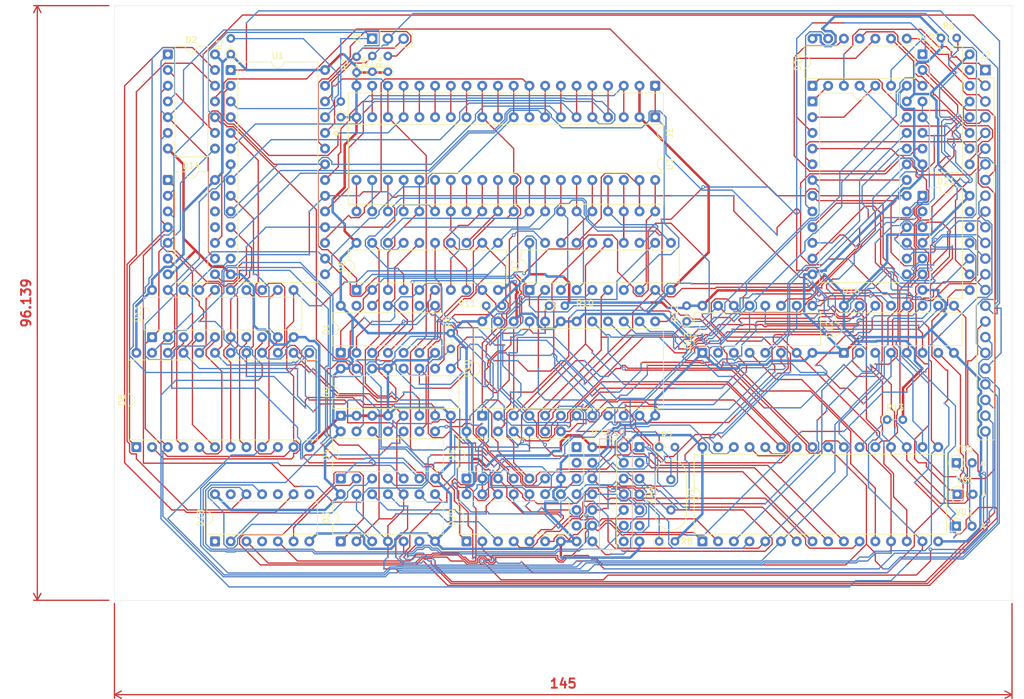
<source format=kicad_pcb>
(kicad_pcb (version 20241229) (generator "pcbnew") (generator_version "9.0")
  (layers (0 "F.Cu" signal) (2 "B.Cu" signal) (13 "F.Paste" user) (15 "B.Paste" user) (5 "F.SilkS" user "F.Silkscreen") (7 "B.SilkS" user "B.Silkscreen") (1 "F.Mask" user) (3 "B.Mask" user) (25 "Edge.Cuts" user))
  (net 0 "")
  (net 1 "+5V")
  (net 2 "/\"1\"")
  (net 3 "/~{INTA}")
  (net 4 "/~{MEMW}")
  (net 5 "/~{I{slash}OW}")
  (net 6 "/~{MEMR}")
  (net 7 "/P3")
  (net 8 "/P2")
  (net 9 "/P1")
  (net 10 "/P0")
  (net 11 "/~{I{slash}OR}")
  (net 12 "Net-(D22F-A)")
  (net 13 "Net-(D22E-A)")
  (net 14 "Net-(D23A-~{R})")
  (net 15 "/D3")
  (net 16 "/A0")
  (net 17 "/D5")
  (net 18 "GND")
  (net 19 "/A3")
  (net 20 "/A1")
  (net 21 "/A8")
  (net 22 "/A14")
  (net 23 "/A4")
  (net 24 "/A15")
  (net 25 "/HLD")
  (net 26 "/INT")
  (net 27 "/~{WR}")
  (net 28 "/A6")
  (net 29 "/D4")
  (net 30 "/INTE")
  (net 31 "/D0")
  (net 32 "/SYN")
  (net 33 "/_HLDA")
  (net 34 "/+12V")
  (net 35 "/D7")
  (net 36 "/RESET")
  (net 37 "/-5V")
  (net 38 "/A10")
  (net 39 "/D6")
  (net 40 "/A12")
  (net 41 "/D1")
  (net 42 "/A9")
  (net 43 "/A5")
  (net 44 "/A2")
  (net 45 "/C1")
  (net 46 "/DBIN")
  (net 47 "/D2")
  (net 48 "/WI")
  (net 49 "/A13")
  (net 50 "/A7")
  (net 51 "/A11")
  (net 52 "/C2")
  (net 53 "/RDY")
  (net 54 "/DB3")
  (net 55 "/AB8")
  (net 56 "/AB9")
  (net 57 "/AB12")
  (net 58 "/R4")
  (net 59 "/R3")
  (net 60 "/AB4")
  (net 61 "/AB1")
  (net 62 "/AB11")
  (net 63 "/DB7")
  (net 64 "/~{RD}")
  (net 65 "/AB5")
  (net 66 "/ARR16")
  (net 67 "/AB7")
  (net 68 "/AB10")
  (net 69 "/AB6")
  (net 70 "/AB0")
  (net 71 "/AB13")
  (net 72 "/DB4")
  (net 73 "/AB2")
  (net 74 "/DB2")
  (net 75 "/DB1")
  (net 76 "/DB5")
  (net 77 "/ARR17")
  (net 78 "/~{WE_628512}")
  (net 79 "/DB6")
  (net 80 "/DB0")
  (net 81 "/ARR18")
  (net 82 "/AB3")
  (net 83 "/HLDA")
  (net 84 "/STSTB")
  (net 85 "/Q4")
  (net 86 "/~{RESET}")
  (net 87 "/Q5")
  (net 88 "Net-(D5B-A)")
  (net 89 "/Q2")
  (net 90 "/Q6")
  (net 91 "Net-(D14B-A)")
  (net 92 "/Q1")
  (net 93 "/Q0")
  (net 94 "Net-(D2B-A)")
  (net 95 "/Q3")
  (net 96 "Net-(D11-~{EO})")
  (net 97 "/Q7")
  (net 98 "/~{D15_CS1}")
  (net 99 "/~{RAM_MAIN}")
  (net 100 "/~{CC00_VI53_1}")
  (net 101 "/~{CS_ROM}")
  (net 102 "/~{CS_SRAM_8000}")
  (net 103 "/~{C400_PPI2}")
  (net 104 "/~{CA00_PPI3}")
  (net 105 "/R0")
  (net 106 "/~{CS_VG75}")
  (net 107 "/~{D15_CS2}")
  (net 108 "/~{CS_RAMR}")
  (net 109 "/~{F700}")
  (net 110 "/R2")
  (net 111 "/~{CE00}")
  (net 112 "/~{C300}")
  (net 113 "/~{CS_DMA}")
  (net 114 "/~{C800_VI53_2}")
  (net 115 "/R1")
  (net 116 "/~{CS_D800}")
  (net 117 "/~{C200_PPI1}")
  (net 118 "/~{C100_SD_CNTR}")
  (net 119 "Net-(D10-D4)")
  (net 120 "Net-(D10-D5)")
  (net 121 "/AB15")
  (net 122 "Net-(D10-D2)")
  (net 123 "/AB14")
  (net 124 "Net-(D10-D6)")
  (net 125 "Net-(D10-D0)")
  (net 126 "Net-(D10-D7)")
  (net 127 "Net-(D10-~{WE})")
  (net 128 "Net-(D10-D3)")
  (net 129 "Net-(D10-D1)")
  (net 130 "Net-(D24D-A)")
  (net 131 "Net-(D21B-A)")
  (net 132 "Net-(D19-6)")
  (net 134 "Net-(D19-5)")
  (net 135 "Net-(D19-4)")
  (net 137 "Net-(D19-3)")
  (net 138 "/R7")
  (net 139 "/R5")
  (net 140 "/R6")
  (net 141 "Net-(D14C-Y)")
  (net 142 "Net-(D18B-D)")
  (net 143 "Net-(D18B-Q)")
  (net 144 "Net-(D2A-B)")
  (net 145 "Net-(D2B-Y)")
  (net 146 "/ROM_A14")
  (net 147 "/ROM_A13")
  (net 148 "/~{MWR}")
  (net 149 "/ROM_A15")
  (net 150 "Net-(D14B-Y)")
  (net 151 "Net-(D4A-A)")
  (net 152 "Net-(D18A-D)")
  (net 153 "Net-(D18A-~{Q})")
  (net 154 "Net-(D21B-Y)")
  (net 155 "/~{CC00_VI53_1_}")
  (net 156 "/C800_VI53_2")
  (net 157 "Net-(D14A-A)")
  (net 158 "Net-(D20B-B)")
  (net 159 "/~{C800_VI53_2_}")
  (net 160 "/~{CS_DMA_}")
  (net 161 "/~{C400_PPI2_}")
  (net 162 "/~{C200_PPI1_}")
  (net 163 "/~{CS_VG75_}")
  (net 164 "/8MHZ")
  (net 165 "Net-(D23A-D)")
  (net 167 "/CLK")
  (net 168 "Net-(D22E-Y)")
  (net 172 "/R8")
  (net 173 "Net-(D21A-B)")
  (net 177 "/~{MEMW_VT57}")
  (net 178 "Net-(D20B-A)")
  (net 189 "/RAM_SEL")
  (net 194 "/~{CS_628512}")
  (footprint "Diode_THT:D_DO-34_SOD68_P2.54mm_Vertical_AnodeUp" (layer "F.Cu") (at 178.18 119.46)
    (property "Reference" "VD2")
    (property "Value" "1N4148")
  )
  (footprint "Resistor_THT:R_Axial_DIN0204_L3.6mm_D1.6mm_P2.54mm_Vertical" (layer "F.Cu") (at 175.707 40.528)
    (property "Reference" "R6")
    (property "Value" "R0125")
  )
  (footprint "Package_DIP:DIP-14_W7.62mm" (layer "F.Cu") (at 78.74 121.92 90)
    (property "Reference" "D3")
    (property "Value" "133LI1")
  )
  (footprint "Resistor_THT:R_Axial_DIN0204_L3.6mm_D1.6mm_P2.54mm_Vertical" (layer "F.Cu") (at 130.18 106.68)
    (property "Reference" "R7")
    (property "Value" "R0125H")
  )
  (footprint "Resistor_THT:R_Axial_DIN0204_L3.6mm_D1.6mm_P2.54mm_Vertical" (layer "F.Cu") (at 60.976 43.145 90)
    (property "Reference" "R1")
    (property "Value" "R0125")
  )
  (footprint "Connector_PinHeader_2.54mm:PinHeader_1x03_P2.54mm_Vertical" (layer "F.Cu") (at 83.82 40.64 90)
    (property "Reference" "J3")
    (property "Value" "Conn_01x03_Pin")
  )
  (footprint "Diode_THT:D_DO-34_SOD68_P2.54mm_Vertical_AnodeUp" (layer "F.Cu") (at 178.324 114.3)
    (property "Reference" "VD1")
    (property "Value" "1N4148")
  )
  (footprint "Package_DIP:DIP-16_W7.62mm" (layer "F.Cu") (at 160.02 91.44 90)
    (property "Reference" "D12")
    (property "Value" "K589AP16")
  )
  (footprint "Package_DIP:DIP-14_W7.62mm" (layer "F.Cu") (at 172.72 66.04)
    (property "Reference" "D21")
    (property "Value" "74HC86N")
  )
  (footprint "Package_DIP:DIP-14_W7.62mm" (layer "F.Cu") (at 58.42 121.92 90)
    (property "Reference" "D18")
    (property "Value" "133TM2")
  )
  (footprint "Package_DIP:DIP-14_W7.62mm" (layer "F.Cu") (at 99.06 121.92 90)
    (property "Reference" "D20")
    (property "Value" "133LI1")
  )
  (footprint "Package_DIP:DIP-24_W15.24mm" (layer "F.Cu") (at 101.6 101.6 90)
    (property "Reference" "D10")
    (property "Value" "KR537RU10")
  )
  (footprint "Package_DIP:DIP-16_W7.62mm" (layer "F.Cu") (at 137.16 91.44 90)
    (property "Reference" "D13")
    (property "Value" "K589AP16")
  )
  (footprint "Resistor_THT:R_Axial_DIN0204_L3.6mm_D1.6mm_P2.54mm_Vertical" (layer "F.Cu") (at 78.74 53.34 90)
    (property "Reference" "R2")
    (property "Value" "R0125")
  )
  (footprint "Resistor_THT:R_Axial_DIN0204_L3.6mm_D1.6mm_P2.54mm_Vertical" (layer "F.Cu") (at 134.62 86.36 90)
    (property "Reference" "R12")
    (property "Value" "R0125")
  )
  (footprint "Package_DIP:DIP-16_W7.62mm" (layer "F.Cu") (at 78.74 101.6 90)
    (property "Reference" "D9")
    (property "Value" "KR556RT4")
  )
  (footprint "Diode_THT:D_DO-34_SOD68_P2.54mm_Vertical_AnodeUp" (layer "F.Cu") (at 178.197 109.22)
    (property "Reference" "VD3")
    (property "Value" "1N4148")
  )
  (footprint "Package_DIP:DIP-40_W15.24mm" (layer "F.Cu") (at 129.54 53.34 -90)
    (property "Reference" "U3")
    (property "Value" "CPU")
  )
  (footprint "Resistor_THT:R_Axial_DIN0204_L3.6mm_D1.6mm_P2.54mm_Vertical" (layer "F.Cu") (at 96.52 90.8 90)
    (property "Reference" "R9")
    (property "Value" "R0125")
  )
  (footprint "Crystal:Crystal_HC18-U_Vertical" (layer "F.Cu") (at 132.08 116.84 90)
    (property "Reference" "ZQ1")
    (property "Value" "QUARTZ")
  )
  (footprint "Package_DIP:DIP-14_W7.62mm" (layer "F.Cu") (at 154.94 48.26 90)
    (property "Reference" "D24")
    (property "Value" "133LI1")
  )
  (footprint "Package_DIP:DIP-40_W15.24mm" (layer "F.Cu") (at 129.54 48.26 -90)
    (property "Reference" "J1")
    (property "Value" "Conn_02x20_Counter_Clockwise_MountingPin")
  )
  (footprint "Resistor_THT:R_Axial_DIN0204_L3.6mm_D1.6mm_P2.54mm_Vertical" (layer "F.Cu") (at 83.836 45.989 90)
    (property "Reference" "R5")
    (property "Value" "R0125")
  )
  (footprint "Package_DIP:DIP-32_W15.24mm" (layer "F.Cu") (at 137.16 121.92 90)
    (property "Reference" "U2")
    (property "Value" "628512")
  )
  (footprint "Resistor_THT:R_Axial_DIN0204_L3.6mm_D1.6mm_P2.54mm_Vertical" (layer "F.Cu") (at 112.4 83.82)
    (property "Reference" "R10")
    (property "Value" "R0125")
  )
  (footprint "Resistor_THT:R_Axial_DIN0204_L3.6mm_D1.6mm_P2.54mm_Vertical" (layer "F.Cu") (at 81.296 46.116 90)
    (property "Reference" "R3")
    (property "Value" "R0125")
  )
  (footprint "Package_DIP:DIP-14_W7.62mm" (layer "F.Cu") (at 50.8 63.5)
    (property "Reference" "D14")
    (property "Value" "133LA3")
  )
  (footprint "Package_DIP:DIP-24_W15.24mm" (layer "F.Cu") (at 45.72 106.68 90)
    (property "Reference" "D8")
    (property "Value" "K589IR12")
  )
  (footprint "Package_DIP:DIP-14_W7.62mm" (layer "F.Cu") (at 116.84 106.68)
    (property "Reference" "D22")
    (property "Value" "133LN1")
  )
  (footprint "Package_DIP:DIP-20_W7.62mm" (layer "F.Cu") (at 81.28 81.28 90)
    (property "Reference" "D6")
    (property "Value" "1533IR22")
  )
  (footprint "Package_DIP:DIP-28_W15.24mm" (layer "F.Cu") (at 60.96 45.72)
    (property "Reference" "U1")
    (property "Value" "KR580VK28")
  )
  (footprint "Package_DIP:DIP-14_W7.62mm" (layer "F.Cu") (at 78.74 91.44 90)
    (property "Reference" "D1")
    (property "Value" "K155LA2")
  )
  (footprint "Package_DIP:DIP-14_W7.62mm" (layer "F.Cu") (at 99.06 111.76 90)
    (property "Reference" "D5")
    (property "Value" "133LN1")
  )
  (footprint "Package_DIP:DIP-24_W15.24mm" (layer "F.Cu") (at 154.94 50.8)
    (property "Reference" "D15")
    (property "Value" "155ID3")
  )
  (footprint "Resistor_THT:R_Axial_DIN0204_L3.6mm_D1.6mm_P2.54mm_Vertical" (layer "F.Cu") (at 167.005 102.235)
    (property "Reference" "R13")
    (property "Value" "R0125")
  )
  (footprint "Package_DIP:DIP-20_W7.62mm" (layer "F.Cu") (at 48.26 88.9 90)
    (property "Reference" "D11")
    (property "Value" "1533IR22")
  )
  (footprint "Resistor_THT:R_Axial_DIN0204_L3.6mm_D1.6mm_P2.54mm_Vertical" (layer "F.Cu") (at 130.18 121.92)
    (property "Reference" "R8")
    (property "Value" "R0125H")
  )
  (footprint "Resistor_THT:R_Axial_DIN0204_L3.6mm_D1.6mm_P2.54mm_Vertical" (layer "F.Cu") (at 86.36 45.989 90)
    (property "Reference" "R4")
    (property "Value" "R0125")
  )
  (footprint "Package_DIP:DIP-14_W7.62mm" (layer "F.Cu") (at 50.8 43.18)
    (property "Reference" "D2")
    (property "Value" "133LL1")
  )
  (footprint "Connector_PinHeader_2.54mm:PinHeader_1x24_P2.54mm_Vertical" (layer "F.Cu") (at 182.88 45.72)
    (property "Reference" "J2")
    (property "Value" "Conn_01x24_Pin")
  )
  (footprint "Package_DIP:DIP-14_W7.62mm" (layer "F.Cu") (at 78.74 111.76 90)
    (property "Reference" "D4")
    (property "Value" "133LL1")
  )
  (footprint "Package_DIP:DIP-16_W7.62mm" (layer "F.Cu") (at 172.72 43.18)
    (property "Reference" "D19")
    (property "Value" "74AC138(COMB)")
  )
  (footprint "Package_DIP:DIP-20_W7.62mm" (layer "F.Cu") (at 109.22 81.28 90)
    (property "Reference" "D7")
    (property "Value" "1533IR22")
  )
  (footprint "Resistor_THT:R_Axial_DIN0204_L3.6mm_D1.6mm_P2.54mm_Vertical" (layer "F.Cu") (at 102.24 83.82)
    (property "Reference" "R11")
    (property "Value" "R0125")
  )
  (footprint "Package_DIP:DIP-14_W7.62mm" (layer "B.Cu") (at 127 106.68 180)
    (property "Reference" "D23")
    (property "Value" "74AC74N")
  )
  (gr_rect (start 42.18 35.306) (end 187.18 131.46) (stroke (width 0.05)) (fill no) (layer "Edge.Cuts"))
  (dimension (type orthogonal) (layer "F.Cu") (pts (xy 41.783 131.445) (xy 41.783 35.306)) (height -12.065) (orientation 1) (format (prefix "") (suffix "") (units 3) (units_format 0) (precision 4) (suppress_zeroes yes)) (style (thickness 0.2) (arrow_length 1.27) (text_position_mode 0) (arrow_direction outward) (extension_height 0.58642) (extension_offset 0.5) (keep_text_aligned yes)) (gr_text "96,139" (at 27.918 83.3755 90) (layer "F.Cu") (effects (font (size 1.5 1.5) (thickness 0.3)))))
  (dimension (type orthogonal) (layer "F.Cu") (pts (xy 187.18 131.46) (xy 42.18 131.46)) (height 15.24) (orientation 0) (format (prefix "") (suffix "") (units 3) (units_format 0) (precision 4) (suppress_zeroes yes)) (style (thickness 0.2) (arrow_length 1.27) (text_position_mode 0) (arrow_direction outward) (extension_height 0.58642) (extension_offset 0.5) (keep_text_aligned yes)) (gr_text "145" (at 114.68 144.9 0) (layer "F.Cu") (effects (font (size 1.5 1.5) (thickness 0.3)))))
  (segment (start 114.94 83.82) (end 115.64 83.12) (width 0.4) (layer "F.Cu") (net 1))
  (segment (start 114.79248 105.341) (end 114.3 105.83348) (width 0.4) (layer "F.Cu") (net 1))
  (segment (start 99.962 108.585) (end 100.965 108.585) (width 0.4) (layer "F.Cu") (net 1))
  (segment (start 119.38 106.68) (end 117.475 104.775) (width 0.4) (layer "F.Cu") (net 1))
  (segment (start 79.375 70.619) (end 79.375 71.755) (width 0.4) (layer "F.Cu") (net 1))
  (segment (start 111.76 78.74) (end 109.22 78.74) (width 0.4) (layer "F.Cu") (net 1))
  (segment (start 169.58 102.2) (end 169.545 102.235) (width 0.4) (layer "F.Cu") (net 1))
  (segment (start 81.28 55.88) (end 79.375 57.785) (width 0.4) (layer "F.Cu") (net 1))
  (segment (start 137.16 83.82) (end 139.636 81.344) (width 0.4) (layer "F.Cu") (net 1))
  (segment (start 115.363471 104.775) (end 114.797471 105.341) (width 0.4) (layer "F.Cu") (net 1))
  (segment (start 81.296 46.116) (end 86.233 46.116) (width 0.4) (layer "F.Cu") (net 1))
  (segment (start 78.74 43.18) (end 76.2 45.72) (width 0.4) (layer "F.Cu") (net 1))
  (segment (start 114.3 105.83348) (end 114.3 107.315) (width 0.4) (layer "F.Cu") (net 1))
  (segment (start 117.475 104.775) (end 115.363471 104.775) (width 0.4) (layer "F.Cu") (net 1))
  (segment (start 169.58 97.12) (end 169.58 102.2) (width 0.4) (layer "F.Cu") (net 1))
  (segment (start 79.375 64.69648) (end 77.43324 66.63824) (width 0.4) (layer "F.Cu") (net 1))
  (segment (start 86.233 46.116) (end 86.36 45.989) (width 0.4) (layer "F.Cu") (net 1))
  (segment (start 100.965 108.585) (end 102.235 109.855) (width 0.4) (layer "F.Cu") (net 1))
  (segment (start 130.65248 83.29674) (end 131.53 84.17426) (width 0.4) (layer "F.Cu") (net 1))
  (segment (start 128.64622 83.29674) (end 130.65248 83.29674) (width 0.4) (layer "F.Cu") (net 1))
  (segment (start 79.241 43.18) (end 78.74 43.18) (width 0.4) (layer "F.Cu") (net 1))
  (segment (start 115.64 80.08) (end 114.65426 79.09426) (width 0.4) (layer "F.Cu") (net 1))
  (segment (start 114.797471 105.341) (end 114.79248 105.341) (width 0.4) (layer "F.Cu") (net 1))
  (segment (start 156.844301 78.739301) (end 156.844301 78.955749) (width 0.4) (layer "F.Cu") (net 1))
  (segment (start 154.45605 81.344) (end 154.16748 81.344) (width 0.4) (layer "F.Cu") (net 1))
  (segment (start 139.636 81.344) (end 154.16748 81.344) (width 0.4) (layer "F.Cu") (net 1))
  (segment (start 79.375 71.755) (end 81.28 73.66) (width 0.4) (layer "F.Cu") (net 1))
  (segment (start 81.28 53.34) (end 81.28 55.88) (width 0.4) (layer "F.Cu") (net 1))
  (segment (start 119.38 106.68) (end 124.46 106.68) (width 0.4) (layer "F.Cu") (net 1))
  (segment (start 156.844301 78.955749) (end 154.45605 81.344) (width 0.4) (layer "F.Cu") (net 1))
  (segment (start 79.375 57.785) (end 79.375 64.69648) (width 0.4) (layer "F.Cu") (net 1))
  (segment (start 115.64 83.12) (end 115.64 80.08) (width 0.4) (layer "F.Cu") (net 1))
  (segment (start 172.72 93.98) (end 169.58 97.12) (width 0.4) (layer "F.Cu") (net 1))
  (via micro (at 109.22 78.74) (size 0.3) (drill 0.1) (layers "F.Cu" "B.Cu") (net 1))
  (via micro (at 172.72 93.98) (size 0.3) (drill 0.1) (layers "F.Cu" "B.Cu") (net 1))
  (via micro (at 156.844301 78.739301) (size 0.3) (drill 0.1) (layers "F.Cu" "B.Cu") (net 1))
  (via micro (at 77.43324 66.63824) (size 0.3) (drill 0.1) (layers "F.Cu" "B.Cu") (net 1))
  (via micro (at 131.53 84.17426) (size 0.3) (drill 0.1) (layers "F.Cu" "B.Cu") (net 1))
  (via micro (at 79.241 43.18) (size 0.3) (drill 0.1) (layers "F.Cu" "B.Cu") (net 1))
  (via micro (at 111.76 78.74) (size 0.3) (drill 0.1) (layers "F.Cu" "B.Cu") (net 1))
  (via micro (at 128.64622 83.29674) (size 0.3) (drill 0.1) (layers "F.Cu" "B.Cu") (net 1))
  (via micro (at 102.235 109.855) (size 0.3) (drill 0.1) (layers "F.Cu" "B.Cu") (net 1))
  (via micro (at 79.375 70.619) (size 0.3) (drill 0.1) (layers "F.Cu" "B.Cu") (net 1))
  (via micro (at 114.3 107.315) (size 0.3) (drill 0.1) (layers "F.Cu" "B.Cu") (net 1))
  (via micro (at 114.65426 79.09426) (size 0.3) (drill 0.1) (layers "F.Cu" "B.Cu") (net 1))
  (via micro (at 99.962 108.585) (size 0.3) (drill 0.1) (layers "F.Cu" "B.Cu") (net 1))
  (segment (start 60.96 43.18) (end 59.759 44.381) (width 0.4) (layer "B.Cu") (net 1))
  (segment (start 104.056 108.034) (end 102.235 109.855) (width 0.4) (layer "B.Cu") (net 1))
  (segment (start 137.16 117.48) (end 137.16 106.68) (width 0.4) (layer "B.Cu") (net 1))
  (segment (start 99.962 106.238479) (end 99.06 105.33648) (width 0.4) (layer "B.Cu") (net 1))
  (segment (start 160.02 87.351364) (end 162.269636 89.601) (width 0.4) (layer "B.Cu") (net 1))
  (segment (start 59.621 62.299) (end 59.621 44.381) (width 0.4) (layer "B.Cu") (net 1))
  (segment (start 58.42 63.5) (end 59.621 62.299) (width 0.4) (layer "B.Cu") (net 1))
  (segment (start 175.26 53.598189) (end 174.984166 53.322354) (width 0.4) (layer "B.Cu") (net 1))
  (segment (start 99.06 104.14) (end 99.06 90.8) (width 0.4) (layer "B.Cu") (net 1))
  (segment (start 78.74 104.14) (end 77.539 102.939) (width 0.4) (layer "B.Cu") (net 1))
  (segment (start 45.72 91.44) (end 45.72 83.82) (width 0.4) (layer "B.Cu") (net 1))
  (segment (start 99.88658 112.961) (end 100.261 112.58658) (width 0.4) (layer "B.Cu") (net 1))
  (segment (start 154.94 40.64) (end 155.54 40.04) (width 0.4) (layer "B.Cu") (net 1))
  (segment (start 98.42 86.36) (end 96.52 88.26) (width 0.4) (layer "B.Cu") (net 1))
  (segment (start 99.06 90.8) (end 96.52 88.26) (width 0.4) (layer "B.Cu") (net 1))
  (segment (start 162.269636 89.601) (end 165.240529 89.601) (width 0.4) (layer "B.Cu") (net 1))
  (segment (start 48.26 79.581529) (end 48.26 81.28) (width 0.4) (layer "B.Cu") (net 1))
  (segment (start 160.02 81.915) (end 156.844301 78.739301) (width 0.4) (layer "B.Cu") (net 1))
  (segment (start 78.74 83.82) (end 80.645 85.725) (width 0.4) (layer "B.Cu") (net 1))
  (segment (start 171.519 90.942529) (end 171.519 92.779) (width 0.4) (layer "B.Cu") (net 1))
  (segment (start 99.06 114.3) (end 99.06 112.961) (width 0.4) (layer "B.Cu") (net 1))
  (segment (start 113.114 107.315) (end 112.395 108.034) (width 0.4) (layer "B.Cu") (net 1))
  (segment (start 114.3 107.315) (end 113.114 107.315) (width 0.4) (layer "B.Cu") (net 1))
  (segment (start 100.261 112.58658) (end 100.261 110.93342) (width 0.4) (layer "B.Cu") (net 1))
  (segment (start 174.984166 50.662166) (end 173.921 49.599) (width 0.4) (layer "B.Cu") (net 1))
  (segment (start 78.74 104.14) (end 77.539 105.341) (width 0.4) (layer "B.Cu") (net 1))
  (segment (start 170.18 50.8) (end 171.381 49.599) (width 0.4) (layer "B.Cu") (net 1))
  (segment (start 173.921 49.599) (end 180.34 43.18) (width 0.4) (layer "B.Cu") (net 1))
  (segment (start 80.079 90.942529) (end 80.079 91.937471) (width 0.4) (layer "B.Cu") (net 1))
  (segment (start 156.982529 41.841) (end 157.977471 41.841) (width 0.4) (layer "B.Cu") (net 1))
  (segment (start 171.519 92.779) (end 172.72 93.98) (width 0.4) (layer "B.Cu") (net 1))
  (segment (start 175.9 42.02758) (end 175.9 40.64) (width 0.4) (layer "B.Cu") (net 1))
  (segment (start 174.059 72.321) (end 180.34 66.04) (width 0.4) (layer "B.Cu") (net 1))
  (segment (start 99.06 112.961) (end 99.88658 112.961) (width 0.4) (layer "B.Cu") (net 1))
  (segment (start 58.42 63.5) (end 53.34 68.58) (width 0.4) (layer "B.Cu") (net 1))
  (segment (start 77.539 102.939) (end 77.539 95.181) (width 0.4) (layer "B.Cu") (net 1))
  (segment (start 173.54658 44.381) (end 175.9 42.02758) (width 0.4) (layer "B.Cu") (net 1))
  (segment (start 174.984166 53.322354) (end 174.984166 50.662166) (width 0.4) (layer "B.Cu") (net 1))
  (segment (start 80.645 85.725) (end 80.645 90.376529) (width 0.4) (layer "B.Cu") (net 1))
  (segment (start 80.079 91.937471) (end 80.645 92.503471) (width 0.4) (layer "B.Cu") (net 1))
  (segment (start 81.28 48.26) (end 81.28 53.34) (width 0.4) (layer "B.Cu") (net 1))
  (segment (start 76.2 106.74357) (end 76.2 111.76) (width 0.4) (layer "B.Cu") (net 1))
  (segment (start 78.74 76.2) (end 81.28 73.66) (width 0.4) (layer "B.Cu") (net 1))
  (segment (start 171.381 45.159) (end 172.159 44.381) (width 0.4) (layer "B.Cu") (net 1))
  (segment (start 175.26 60.96) (end 175.26 53.598189) (width 0.4) (layer "B.Cu") (net 1))
  (segment (start 126.399 104.741) (end 135.221 104.741) (width 0.4) (layer "B.Cu") (net 1))
  (segment (start 112.11426 79.09426) (end 111.76 78.74) (width 0.4) (layer "B.Cu") (net 1))
  (segment (start 172.159 44.381) (end 173.54658 44.381) (width 0.4) (layer "B.Cu") (net 1))
  (segment (start 156.279 41.137471) (end 156.982529 41.841) (width 0.4) (layer "B.Cu") (net 1))
  (segment (start 100.261 110.93342) (end 99.962 110.63442) (width 0.4) (layer "B.Cu") (net 1))
  (segment (start 80.645 92.503471) (end 80.645 92.916529) (width 0.4) (layer "B.Cu") (net 1))
  (segment (start 77.539 105.341) (end 77.539 105.404571) (width 0.4) (layer "B.Cu") (net 1))
  (segment (start 59.621 44.381) (end 58.42 43.18) (width 0.4) (layer "B.Cu") (net 1))
  (segment (start 59.759 44.381) (end 59.621 44.381) (width 0.4) (layer "B.Cu") (net 1))
  (segment (start 53.34 68.58) (end 53.34 75.496471) (width 0.4) (layer "B.Cu") (net 1))
  (segment (start 156.542 39.038) (end 158.517 37.063) (width 0.4) (layer "B.Cu") (net 1))
  (segment (start 99.962 110.63442) (end 99.962 106.238479) (width 0.4) (layer "B.Cu") (net 1))
  (segment (start 78.74 83.82) (end 78.74 76.2) (width 0.4) (layer "B.Cu") (net 1))
  (segment (start 76.2 116.84) (end 78.74 114.3) (width 0.4) (layer "B.Cu") (net 1))
  (segment (start 101.6 86.36) (end 98.42 86.36) (width 0.4) (layer "B.Cu") (net 1))
  (segment (start 45.72 83.82) (end 48.26 81.28) (width 0.4) (layer "B.Cu") (net 1))
  (segment (start 115.441 83.319) (end 124.46 83.319) (width 0.4) (layer "B.Cu") (net 1))
  (segment (start 156.586521 39.038) (end 156.542 39.038) (width 0.4) (layer "B.Cu") (net 1))
  (segment (start 171.381 49.599) (end 173.921 49.599) (width 0.4) (layer "B.Cu") (net 1))
  (segment (start 131.53 84.17426) (end 134.26574 84.17426) (width 0.4) (layer "B.Cu") (net 1))
  (segment (start 167.14752 72.321) (end 174.059 72.321) (width 0.4) (layer "B.Cu") (net 1))
  (segment (start 124.46 83.319) (end 128.62396 83.319) (width 0.4) (layer "B.Cu") (net 1))
  (segment (start 109.22 73.66) (end 109.22 78.74) (width 0.4) (layer "B.Cu") (net 1))
  (segment (start 81.28 45.72) (end 81.28 45.219) (width 0.4) (layer "B.Cu") (net 1))
  (segment (start 165.240529 89.601) (end 165.341529 89.5) (width 0.4) (layer "B.Cu") (net 1))
  (segment (start 51.297471 77.539) (end 50.302529 77.539) (width 0.4) (layer "B.Cu") (net 1))
  (segment (start 80.079 93.482529) (end 80.079 93.98) (width 0.4) (layer "B.Cu") (net 1))
  (segment (start 170.076471 89.5) (end 171.519 90.942529) (width 0.4) (layer "B.Cu") (net 1))
  (segment (start 135.221 104.741) (end 137.16 106.68) (width 0.4) (layer "B.Cu") (net 1))
  (segment (start 77.43324 68.67724) (end 79.375 70.619) (width 0.4) (layer "B.Cu") (net 1))
  (segment (start 158.681 41.137471) (end 158.681 40.142529) (width 0.4) (layer "B.Cu") (net 1))
  (segment (start 104.056 108.034) (end 112.395 108.034) (width 0.4) (layer "B.Cu") (net 1))
  (segment (start 60.96 116.84) (end 76.2 116.84) (width 0.4) (layer "B.Cu") (net 1))
  (segment (start 124.46 106.68) (end 126.399 104.741) (width 0.4) (layer "B.Cu") (net 1))
  (segment (start 109.22 78.74) (end 104.78 83.18) (width 0.4) (layer "B.Cu") (net 1))
  (segment (start 99.06 105.33648) (end 99.06 104.14) (width 0.4) (layer "B.Cu") (net 1))
  (segment (start 180.34 66.04) (end 175.26 60.96) (width 0.4) (layer "B.Cu") (net 1))
  (segment (start 58.42 114.3) (end 60.96 116.84) (width 0.4) (layer "B.Cu") (net 1))
  (segment (start 156.279 40.14752) (end 156.279 41.137471) (width 0.4) (layer "B.Cu") (net 1))
  (segment (start 158.517 37.063) (end 172.323 37.063) (width 0.4) (layer "B.Cu") (net 1))
  (segment (start 81.28 48.26) (end 81.28 45.72) (width 0.4) (layer "B.Cu") (net 1))
  (segment (start 167.005 72.46352) (end 167.14752 72.321) (width 0.4) (layer "B.Cu") (net 1))
  (segment (start 156.987521 39.439) (end 156.586521 39.038) (width 0.4) (layer "B.Cu") (net 1))
  (segment (start 104.78 83.18) (end 104.78 83.82) (width 0.4) (layer "B.Cu") (net 1))
  (segment (start 167.005 76.835) (end 167.005 72.46352) (width 0.4) (layer "B.Cu") (net 1))
  (segment (start 157.977471 39.439) (end 156.987521 39.439) (width 0.4) (layer "B.Cu") (net 1))
  (segment (start 83.18 88.26) (end 96.52 88.26) (width 0.4) (layer "B.Cu") (net 1))
  (segment (start 77.43324 66.63824) (end 77.43324 68.67724) (width 0.4) (layer "B.Cu") (net 1))
  (segment (start 160.02 83.82) (end 160.02 81.915) (width 0.4) (layer "B.Cu") (net 1))
  (segment (start 101.6 86.36) (end 104.14 83.82) (width 0.4) (layer "B.Cu") (net 1))
  (segment (start 63.5 45.72) (end 76.2 45.72) (width 0.4) (layer "B.Cu") (net 1))
  (segment (start 134.62 83.82) (end 137.16 83.82) (width 0.4) (layer "B.Cu") (net 1))
  (segment (start 155.54 40.04) (end 156.17148 40.04) (width 0.4) (layer "B.Cu") (net 1))
  (segment (start 53.34 75.496471) (end 51.297471 77.539) (width 0.4) (layer "B.Cu") (net 1))
  (segment (start 104.14 83.82) (end 104.78 83.82) (width 0.4) (layer "B.Cu") (net 1))
  (segment (start 60.96 43.18) (end 63.5 45.72) (width 0.4) (layer "B.Cu") (net 1))
  (segment (start 81.28 53.34) (end 78.74 53.34) (width 0.4) (layer "B.Cu") (net 1))
  (segment (start 157.977471 41.841) (end 158.681 41.137471) (width 0.4) (layer "B.Cu") (net 1))
  (segment (start 158.681 40.142529) (end 157.977471 39.439) (width 0.4) (layer "B.Cu") (net 1))
  (segment (start 165.341529 89.5) (end 170.076471 89.5) (width 0.4) (layer "B.Cu") (net 1))
  (segment (start 114.65426 79.09426) (end 112.11426 79.09426) (width 0.4) (layer "B.Cu") (net 1))
  (segment (start 171.381 49.599) (end 171.381 45.159) (width 0.4) (layer "B.Cu") (net 1))
  (segment (start 81.28 45.219) (end 79.241 43.18) (width 0.4) (layer "B.Cu") (net 1))
  (segment (start 77.539 95.181) (end 78.74 93.98) (width 0.4) (layer "B.Cu") (net 1))
  (segment (start 132.72 121.92) (end 137.16 117.48) (width 0.4) (layer "B.Cu") (net 1))
  (segment (start 172.323 37.063) (end 175.9 40.64) (width 0.4) (layer "B.Cu") (net 1))
  (segment (start 134.26574 84.17426) (end 134.62 83.82) (width 0.4) (layer "B.Cu") (net 1))
  (segment (start 156.17148 40.04) (end 156.279 40.14752) (width 0.4) (layer "B.Cu") (net 1))
  (segment (start 50.302529 77.539) (end 48.26 79.581529) (width 0.4) (layer "B.Cu") (net 1))
  (segment (start 160.02 83.82) (end 167.005 76.835) (width 0.4) (layer "B.Cu") (net 1))
  (segment (start 80.079 93.98) (end 78.74 93.98) (width 0.4) (layer "B.Cu") (net 1))
  (segment (start 128.62396 83.319) (end 128.64622 83.29674) (width 0.4) (layer "B.Cu") (net 1))
  (segment (start 76.2 111.76) (end 78.74 114.3) (width 0.4) (layer "B.Cu") (net 1))
  (segment (start 77.539 105.404571) (end 76.2 106.74357) (width 0.4) (layer "B.Cu") (net 1))
  (segment (start 80.645 90.376529) (end 80.079 90.942529) (width 0.4) (layer "B.Cu") (net 1))
  (segment (start 78.74 83.82) (end 83.18 88.26) (width 0.4) (layer "B.Cu") (net 1))
  (segment (start 114.94 83.82) (end 115.441 83.319) (width 0.4) (layer "B.Cu") (net 1))
  (segment (start 160.02 83.82) (end 160.02 87.351364) (width 0.4) (layer "B.Cu") (net 1))
  (segment (start 80.645 92.916529) (end 80.079 93.482529) (width 0.4) (layer "B.Cu") (net 1))
  (segment (start 79.375 80.01) (end 75.565 83.82) (width 0.2) (layer "F.Cu") (net 2))
  (segment (start 173.17605 62.061) (end 174.625 60.61205) (width 0.2) (layer "F.Cu") (net 2))
  (segment (start 178.44 42.54) (end 178.44 40.64) (width 0.2) (layer "F.Cu") (net 2))
  (segment (start 174.625 56.331) (end 173.171 56.331) (width 0.2) (layer "F.Cu") (net 2))
  (segment (start 71.534628 107.681) (end 72.121 107.094628) (width 0.2) (layer "F.Cu") (net 2))
  (segment (start 48.26 106.68) (end 50.163 108.583) (width 0.2) (layer "F.Cu") (net 2))
  (segment (start 71.534628 105.679) (end 71.12 105.679) (width 0.2) (layer "F.Cu") (net 2))
  (segment (start 153.035 64.77) (end 153.035 63.989372) (width 0.2) (layer "F.Cu") (net 2))
  (segment (start 174.625 60.61205) (end 174.625 57.785) (width 0.2) (layer "F.Cu") (net 2))
  (segment (start 178.111059 46.108909) (end 178.188909 46.108909) (width 0.2) (layer "F.Cu") (net 2))
  (segment (start 70.019 94.149) (end 70.019 87.461) (width 0.2) (layer "F.Cu") (net 2))
  (segment (start 154.525372 62.499) (end 166.736 62.499) (width 0.2) (layer "F.Cu") (net 2))
  (segment (start 72.121 106.265372) (end 71.534628 105.679) (width 0.2) (layer "F.Cu") (net 2))
  (segment (start 71.12 95.25) (end 70.019 94.149) (width 0.2) (layer "F.Cu") (net 2))
  (segment (start 50.163 108.583) (end 70.77405 108.583) (width 0.2) (layer "F.Cu") (net 2))
  (segment (start 71.12 108.23705) (end 71.12 107.681) (width 0.2) (layer "F.Cu") (net 2))
  (segment (start 176.96595 44.894502) (end 176.96595 44.9638) (width 0.2) (layer "F.Cu") (net 2))
  (segment (start 176.347398 56.331) (end 174.625 56.331) (width 0.2) (layer "F.Cu") (net 2))
  (segment (start 71.12 107.681) (end 71.534628 107.681) (width 0.2) (layer "F.Cu") (net 2))
  (segment (start 128.905 71.755) (end 129.54 71.755) (width 0.2) (layer "F.Cu") (net 2))
  (segment (start 129.54 71.755) (end 130.175 72.39) (width 0.2) (layer "F.Cu") (net 2))
  (segment (start 132.08 69.85) (end 137.300025 64.629975) (width 0.2) (layer "F.Cu") (net 2))
  (segment (start 166.736 62.499) (end 168.91 60.325) (width 0.2) (layer "F.Cu") (net 2))
  (segment (start 71.12 105.679) (end 71.12 95.25) (width 0.2) (layer "F.Cu") (net 2))
  (segment (start 153.035 63.989372) (end 154.525372 62.499) (width 0.2) (layer "F.Cu") (net 2))
  (segment (start 71.12 86.36) (end 71.12 81.28) (width 0.2) (layer "F.Cu") (net 2))
  (segment (start 178.251 54.427398) (end 176.347398 56.331) (width 0.2) (layer "F.Cu") (net 2))
  (segment (start 70.77405 108.583) (end 71.12 108.23705) (width 0.2) (layer "F.Cu") (net 2))
  (segment (start 70.019 87.461) (end 71.12 86.36) (width 0.2) (layer "F.Cu") (net 2))
  (segment (start 173.171 56.331) (end 172.72 55.88) (width 0.2) (layer "F.Cu") (net 2))
  (segment (start 176.96595 44.9638) (end 178.111059 46.108909) (width 0.2) (layer "F.Cu") (net 2))
  (segment (start 172.21495 62.061) (end 173.17605 62.061) (width 0.2) (layer "F.Cu") (net 2))
  (segment (start 130.556 69.85) (end 132.08 69.85) (width 0.2) (layer "F.Cu") (net 2))
  (segment (start 72.121 107.094628) (end 72.121 106.265372) (width 0.2) (layer "F.Cu") (net 2))
  (segment (start 177.163602 53.34) (end 178.251 54.427398) (width 0.2) (layer "F.Cu") (net 2))
  (segment (start 172.17 62.01605) (end 172.21495 62.061) (width 0.2) (layer "F.Cu") (net 2))
  (via micro (at 168.91 60.325) (size 0.3) (drill 0.1) (layers "F.Cu" "B.Cu") (net 2))
  (via micro (at 178.44 42.54) (size 0.3) (drill 0.1) (layers "F.Cu" "B.Cu") (net 2))
  (via micro (at 79.375 80.01) (size 0.3) (drill 0.1) (layers "F.Cu" "B.Cu") (net 2))
  (via micro (at 177.163602 53.34) (size 0.3) (drill 0.1) (layers "F.Cu" "B.Cu") (net 2))
  (via micro (at 153.035 64.77) (size 0.3) (drill 0.1) (layers "F.Cu" "B.Cu") (net 2))
  (via micro (at 176.96595 44.894502) (size 0.3) (drill 0.1) (layers "F.Cu" "B.Cu") (net 2))
  (via micro (at 172.17 62.01605) (size 0.3) (drill 0.1) (layers "F.Cu" "B.Cu") (net 2))
  (via micro (at 130.175 72.39) (size 0.3) (drill 0.1) (layers "F.Cu" "B.Cu") (net 2))
  (via micro (at 174.625 56.331) (size 0.3) (drill 0.1) (layers "F.Cu" "B.Cu") (net 2))
  (via (at 137.300025 64.629975) (size 0.6) (drill 0.3) (layers "F.Cu" "B.Cu") (net 2))
  (via micro (at 178.188909 46.108909) (size 0.3) (drill 0.1) (layers "F.Cu" "B.Cu") (net 2))
  (via micro (at 174.625 57.785) (size 0.3) (drill 0.1) (layers "F.Cu" "B.Cu") (net 2))
  (via micro (at 128.905 71.755) (size 0.3) (drill 0.1) (layers "F.Cu" "B.Cu") (net 2))
  (via micro (at 130.556 69.85) (size 0.3) (drill 0.1) (layers "F.Cu" "B.Cu") (net 2))
  (via micro (at 75.565 83.82) (size 0.3) (drill 0.1) (layers "F.Cu" "B.Cu") (net 2))
  (segment (start 83.100801 78.189199) (end 99.610801 78.189199) (width 0.2) (layer "B.Cu") (net 2))
  (segment (start 147.882875 64.629975) (end 152.2339 68.981) (width 0.2) (layer "B.Cu") (net 2))
  (segment (start 118.444 69.485306) (end 118.444 69.964728) (width 0.2) (layer "B.Cu") (net 2))
  (segment (start 81.28 80.01) (end 83.100801 78.189199) (width 0.2) (layer "B.Cu") (net 2))
  (segment (start 152.5661 68.981) (end 153.035 68.5121) (width 0.2) (layer "B.Cu") (net 2))
  (segment (start 79.375 80.01) (end 81.28 80.01) (width 0.2) (layer "B.Cu") (net 2))
  (segment (start 168.91 60.325) (end 169.276 59.959) (width 0.2) (layer "B.Cu") (net 2))
  (segment (start 118.078 69.119306) (end 118.444 69.485306) (width 0.2) (layer "B.Cu") (net 2))
  (segment (start 175.485166 53.114834) (end 175.485166 48.812652) (width 0.2) (layer "B.Cu") (net 2))
  (segment (start 104.14 73.66) (end 106.379 71.421) (width 0.2) (layer "B.Cu") (net 2))
  (segment (start 73.66 83.82) (end 75.565 83.82) (width 0.2) (layer "B.Cu") (net 2))
  (segment (start 169.276 59.959) (end 171.01048 59.959) (width 0.2) (layer "B.Cu") (net 2))
  (segment (start 130.556 70.231) (end 130.678 70.353) (width 0.2) (layer "B.Cu") (net 2))
  (segment (start 175.485166 48.812652) (end 178.188909 46.108909) (width 0.2) (layer "B.Cu") (net 2))
  (segment (start 137.300025 64.629975) (end 147.882875 64.629975) (width 0.2) (layer "B.Cu") (net 2))
  (segment (start 120.234272 71.755) (end 128.905 71.755) (width 0.2) (layer "B.Cu") (net 2))
  (segment (start 177.163602 53.34) (end 175.710332 53.34) (width 0.2) (layer "B.Cu") (net 2))
  (segment (start 171.01048 59.959) (end 171.45 60.39852) (width 0.2) (layer "B.Cu") (net 2))
  (segment (start 116.138 66.742) (end 117.751322 66.742) (width 0.2) (layer "B.Cu") (net 2))
  (segment (start 106.379 71.421) (end 110.872628 71.421) (width 0.2) (layer "B.Cu") (net 2))
  (segment (start 130.81 72.39) (end 132.08 73.66) (width 0.2) (layer "B.Cu") (net 2))
  (segment (start 130.175 72.39) (end 130.81 72.39) (width 0.2) (layer "B.Cu") (net 2))
  (segment (start 115.57 67.31) (end 116.138 66.742) (width 0.2) (layer "B.Cu") (net 2))
  (segment (start 130.678 72.258) (end 132.08 73.66) (width 0.2) (layer "B.Cu") (net 2))
  (segment (start 174.625 57.785) (end 174.625 56.331) (width 0.2) (layer "B.Cu") (net 2))
  (segment (start 71.12 81.28) (end 73.66 83.82) (width 0.2) (layer "B.Cu") (net 2))
  (segment (start 130.556 69.85) (end 130.556 70.231) (width 0.2) (layer "B.Cu") (net 2))
  (segment (start 118.078 67.068678) (end 118.078 69.119306) (width 0.2) (layer "B.Cu") (net 2))
  (segment (start 99.610801 78.189199) (end 104.14 73.66) (width 0.2) (layer "B.Cu") (net 2))
  (segment (start 114.154372 67.31) (end 115.57 67.31) (width 0.2) (layer "B.Cu") (net 2))
  (segment (start 178.44 42.54) (end 176.96595 44.01405) (width 0.2) (layer "B.Cu") (net 2))
  (segment (start 118.444 69.964728) (end 120.234272 71.755) (width 0.2) (layer "B.Cu") (net 2))
  (segment (start 171.45 61.29605) (end 172.17 62.01605) (width 0.2) (layer "B.Cu") (net 2))
  (segment (start 117.751322 66.742) (end 118.078 67.068678) (width 0.2) (layer "B.Cu") (net 2))
  (segment (start 175.710332 53.34) (end 175.485166 53.114834) (width 0.2) (layer "B.Cu") (net 2))
  (segment (start 113.299 68.165372) (end 114.154372 67.31) (width 0.2) (layer "B.Cu") (net 2))
  (segment (start 113.299 68.994628) (end 113.299 68.165372) (width 0.2) (layer "B.Cu") (net 2))
  (segment (start 153.035 68.5121) (end 153.035 64.77) (width 0.2) (layer "B.Cu") (net 2))
  (segment (start 171.45 60.39852) (end 171.45 61.29605) (width 0.2) (layer "B.Cu") (net 2))
  (segment (start 130.678 70.353) (end 130.678 72.258) (width 0.2) (layer "B.Cu") (net 2))
  (segment (start 152.2339 68.981) (end 152.5661 68.981) (width 0.2) (layer "B.Cu") (net 2))
  (segment (start 176.96595 44.01405) (end 176.96595 44.894502) (width 0.2) (layer "B.Cu") (net 2))
  (segment (start 110.872628 71.421) (end 113.299 68.994628) (width 0.2) (layer "B.Cu") (net 2))
  (segment (start 86.36 43.449) (end 87.71876 43.449) (width 0.2) (layer "F.Cu") (net 3))
  (segment (start 80.279 41.879) (end 82.669 39.489) (width 0.2) (layer "F.Cu") (net 3))
  (segment (start 87.71876 43.449) (end 88.38088 42.78688) (width 0.2) (layer "F.Cu") (net 3))
  (segment (start 90.051 41.11676) (end 88.38088 42.78688) (width 0.2) (layer "F.Cu") (net 3))
  (segment (start 89.37676 39.489) (end 90.051 40.16324) (width 0.2) (layer "F.Cu") (net 3))
  (segment (start 90.051 40.16324) (end 90.051 41.11676) (width 0.2) (layer "F.Cu") (net 3))
  (segment (start 75.74395 47.159) (end 76.714628 47.159) (width 0.2) (layer "F.Cu") (net 3))
  (segment (start 75.099 57.319) (end 75.099 47.80395) (width 0.2) (layer "F.Cu") (net 3))
  (segment (start 80.279 43.594628) (end 80.279 41.879) (width 0.2) (layer "F.Cu") (net 3))
  (segment (start 76.714628 47.159) (end 80.279 43.594628) (width 0.2) (layer "F.Cu") (net 3))
  (segment (start 82.669 39.489) (end 89.37676 39.489) (width 0.2) (layer "F.Cu") (net 3))
  (segment (start 75.099 47.80395) (end 75.74395 47.159) (width 0.2) (layer "F.Cu") (net 3))
  (segment (start 76.2 58.42) (end 75.099 57.319) (width 0.2) (layer "F.Cu") (net 3))
  (segment (start 79.3071 45.72) (end 79.326372 45.72) (width 0.2) (layer "F.Cu") (net 4))
  (segment (start 77.301 47.7261) (end 79.3071 45.72) (width 0.2) (layer "F.Cu") (net 4))
  (segment (start 77.301 49.699) (end 77.301 47.7261) (width 0.2) (layer "F.Cu") (net 4))
  (segment (start 76.2 50.8) (end 77.301 49.699) (width 0.2) (layer "F.Cu") (net 4))
  (segment (start 79.326372 45.72) (end 80.454372 44.592) (width 0.2) (layer "F.Cu") (net 4))
  (segment (start 80.454372 44.592) (end 82.693 44.592) (width 0.2) (layer "F.Cu") (net 4))
  (segment (start 82.693 44.592) (end 83.836 43.449) (width 0.2) (layer "F.Cu") (net 4))
  (segment (start 180.79605 42.079) (end 181.441 42.72395) (width 0.2) (layer "B.Cu") (net 4))
  (segment (start 86.36 41.671) (end 85.614 41.671) (width 0.2) (layer "B.Cu") (net 4))
  (segment (start 86.36 40.64) (end 86.36 41.671) (width 0.2) (layer "B.Cu") (net 4))
  (segment (start 177.925372 42.079) (end 180.79605 42.079) (width 0.2) (layer "B.Cu") (net 4))
  (segment (start 183.315339 82.769) (end 182.444661 82.769) (width 0.2) (layer "B.Cu") (net 4))
  (segment (start 183.315339 59.909) (end 184.564 61.157661) (width 0.2) (layer "B.Cu") (net 4))
  (segment (start 85.614 41.671) (end 83.836 43.449) (width 0.2) (layer "B.Cu") (net 4))
  (segment (start 181.441 83.772661) (end 181.441 90.001) (width 0.2) (layer "B.Cu") (net 4))
  (segment (start 181.441 42.72395) (end 181.441 59.304661) (width 0.2) (layer "B.Cu") (net 4))
  (segment (start 182.444661 82.769) (end 181.441 83.772661) (width 0.2) (layer "B.Cu") (net 4))
  (segment (start 182.045339 59.909) (end 183.315339 59.909) (width 0.2) (layer "B.Cu") (net 4))
  (segment (start 181.441 90.001) (end 182.88 91.44) (width 0.2) (layer "B.Cu") (net 4))
  (segment (start 176.901 41.054628) (end 177.925372 42.079) (width 0.2) (layer "B.Cu") (net 4))
  (segment (start 173.237628 36.562) (end 176.901 40.225372) (width 0.2) (layer "B.Cu") (net 4))
  (segment (start 86.36 40.64) (end 90.438 36.562) (width 0.2) (layer "B.Cu") (net 4))
  (segment (start 176.901 40.225372) (end 176.901 41.054628) (width 0.2) (layer "B.Cu") (net 4))
  (segment (start 184.564 61.157661) (end 184.564 82.804) (width 0.2) (layer "B.Cu") (net 4))
  (segment (start 183.350339 82.804) (end 183.315339 82.769) (width 0.2) (layer "B.Cu") (net 4))
  (segment (start 181.441 59.304661) (end 182.045339 59.909) (width 0.2) (layer "B.Cu") (net 4))
  (segment (start 184.564 82.804) (end 183.350339 82.804) (width 0.2) (layer "B.Cu") (net 4))
  (segment (start 90.438 36.562) (end 173.237628 36.562) (width 0.2) (layer "B.Cu") (net 4))
  (segment (start 57.319 59.859) (end 57.319 75.099) (width 0.2) (layer "F.Cu") (net 5))
  (segment (start 82.281 42.179) (end 87.361 42.179) (width 0.2) (layer "F.Cu") (net 5))
  (segment (start 57.319 75.099) (end 58.42 76.2) (width 0.2) (layer "F.Cu") (net 5))
  (segment (start 76.2 48.26) (end 81.28 43.18) (width 0.2) (layer "F.Cu") (net 5))
  (segment (start 76.2 48.26) (end 82.281 42.179) (width 0.2) (layer "F.Cu") (net 5))
  (segment (start 50.8 53.34) (end 57.319 59.859) (width 0.2) (layer "F.Cu") (net 5))
  (segment (start 87.361 42.179) (end 88.9 40.64) (width 0.2) (layer "F.Cu") (net 5))
  (segment (start 84.971 39.489) (end 84.971 41.791) (width 0.2) (layer "B.Cu") (net 5))
  (segment (start 50.8 53.34) (end 53.34 50.8) (width 0.2) (layer "B.Cu") (net 5))
  (segment (start 53.34 45.72) (end 59.822 39.238) (width 0.2) (layer "B.Cu") (net 5))
  (segment (start 50.8 53.34) (end 49.699 52.239) (width 0.2) (layer "B.Cu") (net 5))
  (segment (start 84.971 41.791) (end 82.669 41.791) (width 0.2) (layer "B.Cu") (net 5))
  (segment (start 84.72 39.238) (end 84.971 39.489) (width 0.2) (layer "B.Cu") (net 5))
  (segment (start 53.34 50.8) (end 53.34 45.72) (width 0.2) (layer "B.Cu") (net 5))
  (segment (start 49.699 44.281) (end 50.8 43.18) (width 0.2) (layer "B.Cu") (net 5))
  (segment (start 82.669 41.791) (end 81.28 43.18) (width 0.2) (layer "B.Cu") (net 5))
  (segment (start 49.699 52.239) (end 49.699 44.281) (width 0.2) (layer "B.Cu") (net 5))
  (segment (start 59.822 39.238) (end 84.72 39.238) (width 0.2) (layer "B.Cu") (net 5))
  (segment (start 77.739 54.341) (end 76.2 55.88) (width 0.2) (layer "F.Cu") (net 6))
  (segment (start 77.739 50.316072) (end 77.739 54.341) (width 0.2) (layer "F.Cu") (net 6))
  (via micro (at 77.739 50.316072) (size 0.3) (drill 0.1) (layers "F.Cu" "B.Cu") (net 6))
  (segment (start 72.67705 40.64) (end 60.96 40.64) (width 0.2) (layer "B.Cu") (net 6))
  (segment (start 77.739 50.316072) (end 78.339 49.716072) (width 0.2) (layer "B.Cu") (net 6))
  (segment (start 78.339 46.30195) (end 72.67705 40.64) (width 0.2) (layer "B.Cu") (net 6))
  (segment (start 78.339 49.716072) (end 78.339 46.30195) (width 0.2) (layer "B.Cu") (net 6))
  (segment (start 139.7 83.82) (end 140.97 85.09) (width 0.2) (layer "F.Cu") (net 7))
  (segment (start 114.3 92.71) (end 112.629 94.381) (width 0.2) (layer "F.Cu") (net 7))
  (segment (start 162.209449 85.186551) (end 162.159 85.136103) (width 0.2) (layer "F.Cu") (net 7))
  (segment (start 143.084322 85.09) (end 143.216322 85.222) (width 0.2) (layer "F.Cu") (net 7))
  (segment (start 161.544 85.852) (end 162.209449 85.186551) (width 0.2) (layer "F.Cu") (net 7))
  (segment (start 159.086322 85.852) (end 161.544 85.852) (width 0.2) (layer "F.Cu") (net 7))
  (segment (start 162.159 85.136103) (end 162.159 84.803903) (width 0.2) (layer "F.Cu") (net 7))
  (segment (start 158.324322 85.09) (end 159.086322 85.852) (width 0.2) (layer "F.Cu") (net 7))
  (segment (start 126.031 88.599) (end 118.11 96.52) (width 0.2) (layer "F.Cu") (net 7))
  (segment (start 143.216322 85.222) (end 152.980728 85.222) (width 0.2) (layer "F.Cu") (net 7))
  (segment (start 140.97 85.09) (end 143.084322 85.09) (width 0.2) (layer "F.Cu") (net 7))
  (segment (start 162.3939 84.569003) (end 162.56 84.569003) (width 0.2) (layer "F.Cu") (net 7))
  (segment (start 112.629 94.381) (end 108.986 94.381) (width 0.2) (layer "F.Cu") (net 7))
  (segment (start 162.159 84.803903) (end 162.3939 84.569003) (width 0.2) (layer "F.Cu") (net 7))
  (segment (start 108.986 94.381) (end 107.315 92.71) (width 0.2) (layer "F.Cu") (net 7))
  (segment (start 134.62 86.36) (end 132.381 88.599) (width 0.2) (layer "F.Cu") (net 7))
  (segment (start 105.41 92.71) (end 103.505 92.71) (width 0.2) (layer "F.Cu") (net 7))
  (segment (start 153.112728 85.09) (end 158.324322 85.09) (width 0.2) (layer "F.Cu") (net 7))
  (segment (start 152.980728 85.222) (end 153.112728 85.09) (width 0.2) (layer "F.Cu") (net 7))
  (segment (start 162.56 84.569003) (end 162.56 83.82) (width 0.2) (layer "F.Cu") (net 7))
  (segment (start 132.381 88.599) (end 126.031 88.599) (width 0.2) (layer "F.Cu") (net 7))
  (segment (start 99.695 90.061546) (end 99.200137 90.556409) (width 0.2) (layer "F.Cu") (net 7))
  (segment (start 99.200137 90.556409) (end 98.038591 90.556409) (width 0.2) (layer "F.Cu") (net 7))
  (via micro (at 118.11 96.52) (size 0.3) (drill 0.1) (layers "F.Cu" "B.Cu") (net 7))
  (via micro (at 98.038591 90.556409) (size 0.3) (drill 0.1) (layers "F.Cu" "B.Cu") (net 7))
  (via micro (at 103.505 92.71) (size 0.3) (drill 0.1) (layers "F.Cu" "B.Cu") (net 7))
  (via micro (at 114.3 92.71) (size 0.3) (drill 0.1) (layers "F.Cu" "B.Cu") (net 7))
  (via micro (at 99.695 90.061546) (size 0.3) (drill 0.1) (layers "F.Cu" "B.Cu") (net 7))
  (via micro (at 107.315 92.71) (size 0.3) (drill 0.1) (layers "F.Cu" "B.Cu") (net 7))
  (via micro (at 105.41 92.71) (size 0.3) (drill 0.1) (layers "F.Cu" "B.Cu") (net 7))
  (segment (start 98.038591 92.461409) (end 98.038591 90.556409) (width 0.2) (layer "B.Cu") (net 7))
  (segment (start 137.16 86.36) (end 139.7 83.82) (width 0.2) (layer "B.Cu") (net 7))
  (segment (start 114.846662 92.71) (end 114.3 92.71) (width 0.2) (layer "B.Cu") (net 7))
  (segment (start 96.52 93.98) (end 98.038591 92.461409) (width 0.2) (layer "B.Cu") (net 7))
  (segment (start 107.315 92.71) (end 105.41 92.71) (width 0.2) (layer "B.Cu") (net 7))
  (segment (start 118.11 96.52) (end 118.11 95.973338) (width 0.2) (layer "B.Cu") (net 7))
  (segment (start 99.695 90.061546) (end 100.856546 90.061546) (width 0.2) (layer "B.Cu") (net 7))
  (segment (start 118.11 95.973338) (end 114.846662 92.71) (width 0.2) (layer "B.Cu") (net 7))
  (segment (start 134.62 86.36) (end 137.16 86.36) (width 0.2) (layer "B.Cu") (net 7))
  (segment (start 100.856546 90.061546) (end 103.505 92.71) (width 0.2) (layer "B.Cu") (net 7))
  (segment (start 93.98 93.98) (end 95.419 92.541) (width 0.2) (layer "F.Cu") (net 8))
  (segment (start 95.419 92.541) (end 95.419 86.995) (width 0.2) (layer "F.Cu") (net 8))
  (segment (start 102.24 84.46) (end 102.24 83.82) (width 0.2) (layer "F.Cu") (net 8))
  (segment (start 95.419 86.995) (end 97.155 85.259) (width 0.2) (layer "F.Cu") (net 8))
  (segment (start 103.039 85.259) (end 104.14 86.36) (width 0.2) (layer "F.Cu") (net 8))
  (segment (start 97.155 85.259) (end 103.039 85.259) (width 0.2) (layer "F.Cu") (net 8))
  (segment (start 104.14 86.36) (end 102.24 84.46) (width 0.2) (layer "F.Cu") (net 8))
  (segment (start 97.637591 93.827591) (end 97.637591 90.390309) (width 0.2) (layer "F.Cu") (net 9))
  (segment (start 106.045 88.265) (end 106.145 88.265) (width 0.2) (layer "F.Cu") (net 9))
  (segment (start 91.44 93.98) (end 91.44 96.52) (width 0.2) (layer "F.Cu") (net 9))
  (segment (start 107.95 87.63) (end 109.22 87.63) (width 0.2) (layer "F.Cu") (net 9))
  (segment (start 102.87 90.17) (end 104.775 88.265) (width 0.2) (layer "F.Cu") (net 9))
  (segment (start 111.76 86.36) (end 111.76 84.46) (width 0.2) (layer "F.Cu") (net 9))
  (segment (start 91.44 104.14) (end 92.541 103.039) (width 0.2) (layer "F.Cu") (net 9))
  (segment (start 97.637591 90.390309) (end 99.1279 88.9) (width 0.2) (layer "F.Cu") (net 9))
  (segment (start 98.425 94.615) (end 97.637591 93.827591) (width 0.2) (layer "F.Cu") (net 9))
  (segment (start 99.1279 88.9) (end 99.695 88.9) (width 0.2) (layer "F.Cu") (net 9))
  (segment (start 111.76 84.46) (end 112.4 83.82) (width 0.2) (layer "F.Cu") (net 9))
  (segment (start 92.541 103.039) (end 92.541 95.081) (width 0.2) (layer "F.Cu") (net 9))
  (segment (start 92.541 95.081) (end 91.44 93.98) (width 0.2) (layer "F.Cu") (net 9))
  (segment (start 109.22 87.63) (end 109.855 88.265) (width 0.2) (layer "F.Cu") (net 9))
  (segment (start 111.76 88.265) (end 111.76 86.36) (width 0.2) (layer "F.Cu") (net 9))
  (segment (start 104.775 88.265) (end 106.045 88.265) (width 0.2) (layer "F.Cu") (net 9))
  (via micro (at 106.045 88.265) (size 0.3) (drill 0.1) (layers "F.Cu" "B.Cu") (net 9))
  (via micro (at 107.95 87.63) (size 0.3) (drill 0.1) (layers "F.Cu" "B.Cu") (net 9))
  (via micro (at 91.44 96.52) (size 0.3) (drill 0.1) (layers "F.Cu" "B.Cu") (net 9))
  (via micro (at 98.425 94.615) (size 0.3) (drill 0.1) (layers "F.Cu" "B.Cu") (net 9))
  (via micro (at 111.76 88.265) (size 0.3) (drill 0.1) (layers "F.Cu" "B.Cu") (net 9))
  (via micro (at 102.87 90.17) (size 0.3) (drill 0.1) (layers "F.Cu" "B.Cu") (net 9))
  (via micro (at 109.855 88.265) (size 0.3) (drill 0.1) (layers "F.Cu" "B.Cu") (net 9))
  (via micro (at 99.695 88.9) (size 0.3) (drill 0.1) (layers "F.Cu" "B.Cu") (net 9))
  (segment (start 91.44 96.52) (end 96.52 96.52) (width 0.2) (layer "B.Cu") (net 9))
  (segment (start 109.855 88.265) (end 111.76 88.265) (width 0.2) (layer "B.Cu") (net 9))
  (segment (start 107.331 88.249) (end 107.95 87.63) (width 0.2) (layer "B.Cu") (net 9))
  (segment (start 106.061 88.249) (end 107.331 88.249) (width 0.2) (layer "B.Cu") (net 9))
  (segment (start 106.045 88.265) (end 106.061 88.249) (width 0.2) (layer "B.Cu") (net 9))
  (segment (start 101.6 88.9) (end 102.87 90.17) (width 0.2) (layer "B.Cu") (net 9))
  (segment (start 99.695 88.9) (end 101.6 88.9) (width 0.2) (layer "B.Cu") (net 9))
  (segment (start 96.52 96.52) (end 98.425 94.615) (width 0.2) (layer "B.Cu") (net 9))
  (segment (start 92.309 109.454) (end 92.541 109.686) (width 0.2) (layer "B.Cu") (net 10))
  (segment (start 94.779 92.541) (end 96.52 90.8) (width 0.2) (layer "B.Cu") (net 10))
  (segment (start 93.58752 92.541) (end 94.779 92.541) (width 0.2) (layer "B.Cu") (net 10))
  (segment (start 82.719 93.52395) (end 82.719 94.43605) (width 0.2) (layer "B.Cu") (net 10))
  (segment (start 93.587521 92.541) (end 94.43605 92.541) (width 0.2) (layer "B.Cu") (net 10))
  (segment (start 82.719 94.43605) (end 85.259 96.97605) (width 0.2) (layer "B.Cu") (net 10))
  (segment (start 92.541 94.43605) (end 92.541 93.587521) (width 0.2) (layer "B.Cu") (net 10))
  (segment (start 90.001 95.081) (end 91.89605 95.081) (width 0.2) (layer "B.Cu") (net 10))
  (segment (start 84.74205 93.345) (end 84.27605 92.879) (width 0.2) (layer "B.Cu") (net 10))
  (segment (start 92.541 109.686) (end 92.541 112.21605) (width 0.2) (layer "B.Cu") (net 10))
  (segment (start 88.9 93.98) (end 90.001 95.081) (width 0.2) (layer "B.Cu") (net 10))
  (segment (start 92.541 112.21605) (end 91.89605 112.861) (width 0.2) (layer "B.Cu") (net 10))
  (segment (start 95.081 91.89605) (end 95.081 89.363189) (width 0.2) (layer "B.Cu") (net 10))
  (segment (start 85.259 96.97605) (end 85.259 106.68) (width 0.2) (layer "B.Cu") (net 10))
  (segment (start 90.015751 88.767199) (end 87.491479 91.291471) (width 0.2) (layer "B.Cu") (net 10))
  (segment (start 89.457272 106.68) (end 92.231272 109.454) (width 0.2) (layer "B.Cu") (net 10))
  (segment (start 94.43605 92.541) (end 95.081 91.89605) (width 0.2) (layer "B.Cu") (net 10))
  (segment (start 85.43795 93.345) (end 84.74205 93.345) (width 0.2) (layer "B.Cu") (net 10))
  (segment (start 91.89605 95.081) (end 92.541 94.43605) (width 0.2) (layer "B.Cu") (net 10))
  (segment (start 84.27605 92.879) (end 83.36395 92.879) (width 0.2) (layer "B.Cu") (net 10))
  (segment (start 85.90395 92.879) (end 85.43795 93.345) (width 0.2) (layer "B.Cu") (net 10))
  (segment (start 94.48501 88.767199) (end 90.015751 88.767199) (width 0.2) (layer "B.Cu") (net 10))
  (segment (start 83.36395 92.879) (end 82.719 93.52395) (width 0.2) (layer "B.Cu") (net 10))
  (segment (start 92.541 93.587521) (end 93.587521 92.541) (width 0.2) (layer "B.Cu") (net 10))
  (segment (start 85.259 106.68) (end 89.457272 106.68) (width 0.2) (layer "B.Cu") (net 10))
  (segment (start 91.89605 112.861) (end 87.461 112.861) (width 0.2) (layer "B.Cu") (net 10))
  (segment (start 87.491479 91.291471) (end 87.491479 92.14) (width 0.2) (layer "B.Cu") (net 10))
  (segment (start 92.541 94.43605) (end 92.541 93.58752) (width 0.2) (layer "B.Cu") (net 10))
  (segment (start 92.231272 109.454) (end 92.309 109.454) (width 0.2) (layer "B.Cu") (net 10))
  (segment (start 95.081 89.363189) (end 94.48501 88.767199) (width 0.2) (layer "B.Cu") (net 10))
  (segment (start 92.541 93.58752) (end 93.58752 92.541) (width 0.2) (layer "B.Cu") (net 10))
  (segment (start 87.491479 92.14) (end 86.752479 92.879) (width 0.2) (layer "B.Cu") (net 10))
  (segment (start 87.461 112.861) (end 86.36 111.76) (width 0.2) (layer "B.Cu") (net 10))
  (segment (start 86.752479 92.879) (end 85.90395 92.879) (width 0.2) (layer "B.Cu") (net 10))
  (segment (start 59.521 54.441) (end 58.42 53.34) (width 0.2) (layer "F.Cu") (net 11))
  (segment (start 58.42 73.66) (end 59.521 72.559) (width 0.2) (layer "F.Cu") (net 11))
  (segment (start 59.521 72.559) (end 59.521 54.441) (width 0.2) (layer "F.Cu") (net 11))
  (segment (start 83.82 40.64) (end 78.74 40.64) (width 0.2) (layer "B.Cu") (net 11))
  (segment (start 57.319 52.239) (end 57.319 42.72395) (width 0.2) (layer "B.Cu") (net 11))
  (segment (start 82.819 39.639) (end 83.82 40.64) (width 0.2) (layer "B.Cu") (net 11))
  (segment (start 78.74 40.64) (end 78.74 50.8) (width 0.2) (layer "B.Cu") (net 11))
  (segment (start 78.74 50.8) (end 76.2 53.34) (width 0.2) (layer "B.Cu") (net 11))
  (segment (start 58.42 53.34) (end 57.319 52.239) (width 0.2) (layer "B.Cu") (net 11))
  (segment (start 60.40395 39.639) (end 82.819 39.639) (width 0.2) (layer "B.Cu") (net 11))
  (segment (start 57.319 42.72395) (end 60.40395 39.639) (width 0.2) (layer "B.Cu") (net 11))
  (segment (start 129.54 104.191) (end 130.18 104.831) (width 0.2) (layer "F.Cu") (net 12))
  (segment (start 130.18 104.831) (end 130.18 106.68) (width 0.2) (layer "F.Cu") (net 12))
  (via micro (at 129.54 104.191) (size 0.3) (drill 0.1) (layers "F.Cu" "B.Cu") (net 12))
  (segment (start 123.058 107.818) (end 123.058 106.68) (width 0.2) (layer "B.Cu") (net 12))
  (segment (start 124.670718 104.14) (end 125.222 104.14) (width 0.2) (layer "B.Cu") (net 12))
  (segment (start 124.311359 104.499359) (end 124.670718 104.14) (width 0.2) (layer "B.Cu") (net 12))
  (segment (start 132.08 108.58) (end 130.18 106.68) (width 0.2) (layer "B.Cu") (net 12))
  (segment (start 123.058 105.752718) (end 124.311359 104.499359) (width 0.2) (layer "B.Cu") (net 12))
  (segment (start 128.778 104.24) (end 129.491 104.24) (width 0.2) (layer "B.Cu") (net 12))
  (segment (start 132.08 111.94) (end 132.08 108.58) (width 0.2) (layer "B.Cu") (net 12))
  (segment (start 123.058 106.68) (end 123.058 105.752718) (width 0.2) (layer "B.Cu") (net 12))
  (segment (start 125.83 104.24) (end 128.778 104.24) (width 0.2) (layer "B.Cu") (net 12))
  (segment (start 124.46 109.22) (end 123.058 107.818) (width 0.2) (layer "B.Cu") (net 12))
  (segment (start 125.222 104.14) (end 125.73 104.14) (width 0.2) (layer "B.Cu") (net 12))
  (segment (start 129.491 104.24) (end 129.54 104.191) (width 0.2) (layer "B.Cu") (net 12))
  (segment (start 125.73 104.14) (end 125.83 104.24) (width 0.2) (layer "B.Cu") (net 12))
  (segment (start 129.019 112.991) (end 128.889 112.861) (width 0.2) (layer "F.Cu") (net 13))
  (segment (start 128.889 112.861) (end 126.54395 112.861) (width 0.2) (layer "F.Cu") (net 13))
  (segment (start 125.44295 111.76) (end 124.46 111.76) (width 0.2) (layer "F.Cu") (net 13))
  (segment (start 122.552299 113.438851) (end 123.598851 113.438851) (width 0.2) (layer "F.Cu") (net 13))
  (segment (start 131.221 112.991) (end 129.019 112.991) (width 0.2) (layer "F.Cu") (net 13))
  (segment (start 126.54395 112.861) (end 125.44295 111.76) (width 0.2) (layer "F.Cu") (net 13))
  (segment (start 123.598851 113.438851) (end 124.46 114.3) (width 0.2) (layer "F.Cu") (net 13))
  (via micro (at 131.221 112.991) (size 0.3) (drill 0.1) (layers "F.Cu" "B.Cu") (net 13))
  (via micro (at 122.552299 113.438851) (size 0.3) (drill 0.1) (layers "F.Cu" "B.Cu") (net 13))
  (segment (start 132.515339 112.991) (end 133.131 112.375339) (width 0.2) (layer "B.Cu") (net 13))
  (segment (start 124.46 111.76) (end 122.781149 113.438851) (width 0.2) (layer "B.Cu") (net 13))
  (segment (start 131.221 112.991) (end 132.515339 112.991) (width 0.2) (layer "B.Cu") (net 13))
  (segment (start 133.131 112.375339) (end 133.131 107.091) (width 0.2) (layer "B.Cu") (net 13))
  (segment (start 133.131 107.091) (end 132.72 106.68) (width 0.2) (layer "B.Cu") (net 13))
  (segment (start 122.781149 113.438851) (end 122.552299 113.438851) (width 0.2) (layer "B.Cu") (net 13))
  (segment (start 121.519 124.059) (end 119.38 121.92) (width 0.2) (layer "F.Cu") (net 14))
  (segment (start 127 114.3) (end 125.984 113.284) (width 0.2) (layer "F.Cu") (net 14))
  (segment (start 123.869678 113.284) (end 123.723529 113.137851) (width 0.2) (layer "F.Cu") (net 14))
  (segment (start 122.241525 113.182525) (end 121.92 112.861) (width 0.2) (layer "F.Cu") (net 14))
  (segment (start 120.481 112.861) (end 119.38 111.76) (width 0.2) (layer "F.Cu") (net 14))
  (segment (start 121.185 116.586) (end 120.931 116.84) (width 0.2) (layer "F.Cu") (net 14))
  (segment (start 125.222 107.95) (end 122.936 107.95) (width 0.2) (layer "F.Cu") (net 14))
  (segment (start 122.818399 113.137851) (end 122.718399 113.037851) (width 0.2) (layer "F.Cu") (net 14))
  (segment (start 125.476 107.696) (end 125.222 107.95) (width 0.2) (layer "F.Cu") (net 14))
  (segment (start 121.92 116.586) (end 121.185 116.586) (width 0.2) (layer "F.Cu") (net 14))
  (segment (start 122.386199 113.037851) (end 122.241525 113.182525) (width 0.2) (layer "F.Cu") (net 14))
  (segment (start 129.54 114.3) (end 127 114.3) (width 0.2) (layer "F.Cu") (net 14))
  (segment (start 123.723529 113.137851) (end 122.818399 113.137851) (width 0.2) (layer "F.Cu") (net 14))
  (segment (start 125.984 113.284) (end 123.869678 113.284) (width 0.2) (layer "F.Cu") (net 14))
  (segment (start 122.272 124.059) (end 121.519 124.059) (width 0.2) (layer "F.Cu") (net 14))
  (segment (start 120.931 116.84) (end 119.38 116.84) (width 0.2) (layer "F.Cu") (net 14))
  (segment (start 122.718399 113.037851) (end 122.386199 113.037851) (width 0.2) (layer "F.Cu") (net 14))
  (segment (start 122.357 123.974) (end 122.272 124.059) (width 0.2) (layer "F.Cu") (net 14))
  (segment (start 121.92 112.861) (end 120.481 112.861) (width 0.2) (layer "F.Cu") (net 14))
  (segment (start 121.92 114.75) (end 121.92 112.861) (width 0.2) (layer "F.Cu") (net 14))
  (segment (start 122.936 107.95) (end 122.174 108.712) (width 0.2) (layer "F.Cu") (net 14))
  (via micro (at 125.476 107.696) (size 0.3) (drill 0.1) (layers "F.Cu" "B.Cu") (net 14))
  (via micro (at 129.54 114.3) (size 0.3) (drill 0.1) (layers "F.Cu" "B.Cu") (net 14))
  (via micro (at 121.92 116.586) (size 0.3) (drill 0.1) (layers "F.Cu" "B.Cu") (net 14))
  (via micro (at 121.92 114.75) (size 0.3) (drill 0.1) (layers "F.Cu" "B.Cu") (net 14))
  (via micro (at 122.357 123.974) (size 0.3) (drill 0.1) (layers "F.Cu" "B.Cu") (net 14))
  (via micro (at 122.174 108.712) (size 0.3) (drill 0.1) (layers "F.Cu" "B.Cu") (net 14))
  (segment (start 127 114.570102) (end 130.18 117.750102) (width 0.2) (layer "B.Cu") (net 14))
  (segment (start 125.561 121.46395) (end 125.561 122.873) (width 0.2) (layer "B.Cu") (net 14))
  (segment (start 122.174 108.712) (end 122.174 108.7311) (width 0.2) (layer "B.Cu") (net 14))
  (segment (start 127 106.68) (end 126.492 106.68) (width 0.2) (layer "B.Cu") (net 14))
  (segment (start 126.54395 120.481) (end 125.561 121.46395) (width 0.2) (layer "B.Cu") (net 14))
  (segment (start 119.38 111.1929) (end 119.38 111.76) (width 0.2) (layer "B.Cu") (net 14))
  (segment (start 125.561 122.873) (end 124.46 123.974) (width 0.2) (layer "B.Cu") (net 14))
  (segment (start 130.18 117.750102) (end 130.18 121.92) (width 0.2) (layer "B.Cu") (net 14))
  (segment (start 128.078 106.817993) (end 128.371479 107.111472) (width 0.2) (layer "B.Cu") (net 14))
  (segment (start 129.54 107.99715) (end 129.54 114.3) (width 0.2) (layer "B.Cu") (net 14))
  (segment (start 127 114.570102) (end 128.502 116.072102) (width 0.2) (layer "B.Cu") (net 14))
  (segment (start 122.174 108.7311) (end 122.0861 108.819) (width 0.2) (layer "B.Cu") (net 14))
  (segment (start 121.92 116.586) (end 121.92 114.75) (width 0.2) (layer "B.Cu") (net 14))
  (segment (start 127.45605 120.481) (end 126.54395 120.481) (width 0.2) (layer "B.Cu") (net 14))
  (segment (start 121.7539 108.819) (end 119.38 111.1929) (width 0.2) (layer "B.Cu") (net 14))
  (segment (start 128.078 106.68) (end 128.078 106.817993) (width 0.2) (layer "B.Cu") (net 14))
  (segment (start 127 114.3) (end 127 114.570102) (width 0.2) (layer "B.Cu") (net 14))
  (segment (start 128.371479 107.111472) (end 128.654322 107.111472) (width 0.2) (layer "B.Cu") (net 14))
  (segment (start 128.502 119.43505) (end 127.45605 120.481) (width 0.2) (layer "B.Cu") (net 14))
  (segment (start 122.0861 108.819) (end 121.7539 108.819) (width 0.2) (layer "B.Cu") (net 14))
  (segment (start 127 106.68) (end 128.078 106.68) (width 0.2) (layer "B.Cu") (net 14))
  (segment (start 124.46 123.974) (end 122.357 123.974) (width 0.2) (layer "B.Cu") (net 14))
  (segment (start 128.654322 107.111472) (end 129.54 107.99715) (width 0.2) (layer "B.Cu") (net 14))
  (segment (start 128.502 116.072102) (end 128.502 119.43505) (width 0.2) (layer "B.Cu") (net 14))
  (segment (start 126.492 106.68) (end 125.476 107.696) (width 0.2) (layer "B.Cu") (net 14))
  (segment (start 114.3 48.26) (end 114.3 53.34) (width 0.2) (layer "F.Cu") (net 15))
  (segment (start 100.499 52.88395) (end 101.827756 51.555194) (width 0.2) (layer "B.Cu") (net 15))
  (segment (start 60.96 68.58) (end 68.58 60.96) (width 0.2) (layer "B.Cu") (net 15))
  (segment (start 77.301 60.50395) (end 77.301 60.96) (width 0.2) (layer "B.Cu") (net 15))
  (segment (start 100.499 53.79605) (end 100.499 52.88395) (width 0.2) (layer "B.Cu") (net 15))
  (segment (start 93.33505 60.96) (end 100.499 53.79605) (width 0.2) (layer "B.Cu") (net 15))
  (segment (start 75.099 60.50395) (end 75.74395 59.859) (width 0.2) (layer "B.Cu") (net 15))
  (segment (start 101.827756 51.555194) (end 112.515194 51.555194) (width 0.2) (layer "B.Cu") (net 15))
  (segment (start 75.74395 59.859) (end 76.65605 59.859) (width 0.2) (layer "B.Cu") (net 15))
  (segment (start 112.515194 51.555194) (end 114.3 53.34) (width 0.2) (layer "B.Cu") (net 15))
  (segment (start 68.58 60.96) (end 75.099 60.96) (width 0.2) (layer "B.Cu") (net 15))
  (segment (start 77.301 60.96) (end 93.33505 60.96) (width 0.2) (layer "B.Cu") (net 15))
  (segment (start 75.099 60.96) (end 75.099 60.50395) (width 0.2) (layer "B.Cu") (net 15))
  (segment (start 76.65605 59.859) (end 77.301 60.50395) (width 0.2) (layer "B.Cu") (net 15))
  (segment (start 87.461 74.11605) (end 87.461 72.559) (width 0.2) (layer "F.Cu") (net 16))
  (segment (start 86.36 81.28) (end 86.36 75.21705) (width 0.2) (layer "F.Cu") (net 16))
  (segment (start 87.461 72.559) (end 91.44 68.58) (width 0.2) (layer "F.Cu") (net 16))
  (segment (start 91.44 63.5) (end 91.44 68.58) (width 0.2) (layer "F.Cu") (net 16))
  (segment (start 86.36 75.21705) (end 87.461 74.11605) (width 0.2) (layer "F.Cu") (net 16))
  (segment (start 82.381 55.929003) (end 80.01 58.300003) (width 0.2) (layer "F.Cu") (net 17))
  (segment (start 121.92 48.26) (end 121.92 53.34) (width 0.2) (layer "F.Cu") (net 17))
  (segment (start 83.37 51.693266) (end 82.381 52.682266) (width 0.2) (layer "F.Cu") (net 17))
  (segment (start 80.01 58.300003) (end 80.01 64.77) (width 0.2) (layer "F.Cu") (net 17))
  (segment (start 82.381 52.682266) (end 82.381 55.929003) (width 0.2) (layer "F.Cu") (net 17))
  (segment (start 80.01 64.77) (end 76.2 68.58) (width 0.2) (layer "F.Cu") (net 17))
  (via micro (at 83.37 51.693266) (size 0.3) (drill 0.1) (layers "F.Cu" "B.Cu") (net 17))
  (segment (start 119.38 50.8) (end 121.92 53.34) (width 0.2) (layer "B.Cu") (net 17))
  (segment (start 114.728776 50.661676) (end 114.8671 50.8) (width 0.2) (layer "B.Cu") (net 17))
  (segment (start 114.8671 50.8) (end 119.38 50.8) (width 0.2) (layer "B.Cu") (net 17))
  (segment (start 99.13785 50.8) (end 99.276174 50.661676) (width 0.2) (layer "B.Cu") (net 17))
  (segment (start 83.37 51.693266) (end 83.82 51.243266) (width 0.2) (layer "B.Cu") (net 17))
  (segment (start 83.82 51.243266) (end 83.82 51.165855) (width 0.2) (layer "B.Cu") (net 17))
  (segment (start 84.185855 50.8) (end 99.13785 50.8) (width 0.2) (layer "B.Cu") (net 17))
  (segment (start 83.82 51.165855) (end 84.185855 50.8) (width 0.2) (layer "B.Cu") (net 17))
  (segment (start 99.276174 50.661676) (end 114.728776 50.661676) (width 0.2) (layer "B.Cu") (net 17))
  (segment (start 107.148 85.784665) (end 107.148 82.826768) (width 0.4) (layer "F.Cu") (net 18))
  (segment (start 73.66 106.68) (end 78.74 101.6) (width 0.4) (layer "F.Cu") (net 18))
  (segment (start 53.34 60.96) (end 53.34 72.956471) (width 0.4) (layer "F.Cu") (net 18))
  (segment (start 107.148 81.487816) (end 107.148 80.618154) (width 0.4) (layer "F.Cu") (net 18))
  (segment (start 162.56 88.9) (end 160.02 91.44) (width 0.4) (layer "F.Cu") (net 18))
  (segment (start 55.279265 74.895735) (end 54.01176 76.16324) (width 0.4) (layer "F.Cu") (net 18))
  (segment (start 127 48.26) (end 127 53.34) (width 0.4) (layer "F.Cu") (net 18))
  (segment (start 53.34 72.956471) (end 55.279265 74.895735) (width 0.4) (layer "F.Cu") (net 18))
  (segment (start 107.048 82.726767) (end 107.048 81.979527) (width 0.4) (layer "F.Cu") (net 18))
  (segment (start 107.048 81.979527) (end 107.315 81.712526) (width 0.4) (layer "F.Cu") (net 18))
  (segment (start 81.28 101.6) (end 86.36 101.6) (width 0.4) (layer "F.Cu") (net 18))
  (segment (start 107.315 81.654817) (end 107.148 81.487816) (width 0.4) (layer "F.Cu") (net 18))
  (segment (start 107.148 82.826768) (end 107.048 82.726767) (width 0.4) (layer "F.Cu") (net 18))
  (segment (start 106.483423 79.953577) (end 106.927948 79.953577) (width 0.4) (layer "F.Cu") (net 18))
  (segment (start 107.315 81.712526) (end 107.315 81.654817) (width 0.4) (layer "F.Cu") (net 18))
  (segment (start 138.176 75.184) (end 132.08 81.28) (width 0.4) (layer "F.Cu") (net 18))
  (segment (start 114.3 124.46) (end 114.3 121.92) (width 0.4) (layer "F.Cu") (net 18))
  (segment (start 138.176 64.516) (end 138.176 75.184) (width 0.4) (layer "F.Cu") (net 18))
  (segment (start 107.148 80.618154) (end 106.483423 79.953577) (width 0.4) (layer "F.Cu") (net 18))
  (segment (start 59.759 77.539) (end 60.96 78.74) (width 0.4) (layer "F.Cu") (net 18))
  (segment (start 127 53.34) (end 138.176 64.516) (width 0.4) (layer "F.Cu") (net 18))
  (segment (start 81.28 101.6) (end 83.82 101.6) (width 0.4) (layer "F.Cu") (net 18))
  (segment (start 55.279265 74.895735) (end 57.922529 77.539) (width 0.4) (layer "F.Cu") (net 18))
  (segment (start 106.68 86.36) (end 107.201667 85.838333) (width 0.4) (layer "F.Cu") (net 18))
  (segment (start 57.922529 77.539) (end 59.759 77.539) (width 0.4) (layer "F.Cu") (net 18))
  (segment (start 107.201667 85.838333) (end 107.148 85.784665) (width 0.4) (layer "F.Cu") (net 18))
  (segment (start 50.8 58.42) (end 53.34 60.96) (width 0.4) (layer "F.Cu") (net 18))
  (via blind (at 106.927948 79.953577) (size 0.6) (drill 0.3) (layers "F.Cu" "B.Cu") (net 18))
  (via micro (at 54.01176 76.16324) (size 0.3) (drill 0.1) (layers "F.Cu" "B.Cu") (net 18))
  (via micro (at 114.3 124.46) (size 0.3) (drill 0.1) (layers "F.Cu" "B.Cu") (net 18))
  (via (at 162.56 88.9) (size 0.6) (drill 0.3) (layers "F.Cu" "B.Cu") (net 18))
  (segment (start 114.3 86.36) (end 116.84 86.36) (width 0.4) (layer "B.Cu") (net 18))
  (segment (start 87.63 100.33) (end 86.36 101.6) (width 0.4) (layer "B.Cu") (net 18))
  (segment (start 114.3 113.099) (end 114.3 111.76) (width 0.4) (layer "B.Cu") (net 18))
  (segment (start 147.539148 93.345) (end 143.109199 93.345) (width 0.4) (layer "B.Cu") (net 18))
  (segment (start 155.539003 78.74) (end 154.94 78.74) (width 0.4) (layer "B.Cu") (net 18))
  (segment (start 116.84 121.92) (end 111.76 116.84) (width 0.4) (layer "B.Cu") (net 18))
  (segment (start 175.26 121.92) (end 179.88776 121.92) (width 0.4) (layer "B.Cu") (net 18))
  (segment (start 113.099 87.561) (end 114.3 86.36) (width 0.4) (layer "B.Cu") (net 18))
  (segment (start 130.879 85.159) (end 128.201 85.159) (width 0.4) (layer "B.Cu") (net 18))
  (segment (start 182.18 100.530818) (end 182.18 100.129182) (width 0.4) (layer "B.Cu") (net 18))
  (segment (start 156.595359 78.138301) (end 156.431447 78.302213) (width 0.4) (layer "B.Cu") (net 18))
  (segment (start 179.88776 121.92) (end 182.078 119.72976) (width 0.4) (layer "B.Cu") (net 18))
  (segment (start 182.18 110.447582) (end 182.18 105.209182) (width 0.4) (layer "B.Cu") (net 18))
  (segment (start 81.84148 120.65) (end 74.93 120.65) (width 0.4) (layer "B.Cu") (net 18))
  (segment (start 160.02 91.44) (end 154.94 91.44) (width 0.4) (layer "B.Cu") (net 18))
  (segment (start 82.51324 121.32176) (end 81.84148 120.65) (width 0.4) (layer "B.Cu") (net 18))
  (segment (start 160.02 91.44) (end 153.601 85.021) (width 0.4) (layer "B.Cu") (net 18))
  (segment (start 153.67 78.74) (end 154.94 78.74) (width 0.4) (layer "B.Cu") (net 18))
  (segment (start 73.66 89.535) (end 73.025 88.9) (width 0.4) (layer "B.Cu") (net 18))
  (segment (start 96.52 101.6) (end 95.25 100.33) (width 0.4) (layer "B.Cu") (net 18))
  (segment (start 125.18738 103.137) (end 125.934621 103.137) (width 0.4) (layer "B.Cu") (net 18))
  (segment (start 168.979 49.461) (end 170.18 48.26) (width 0.4) (layer "B.Cu") (net 18))
  (segment (start 115.501 108.019) (end 120.580999 108.019) (width 0.4) (layer "B.Cu") (net 18))
  (segment (start 143.109199 93.345) (end 143.109199 93.658232) (width 0.4) (layer "B.Cu") (net 18))
  (segment (start 96.52 109.22) (end 96.52 101.6) (width 0.4) (layer "B.Cu") (net 18))
  (segment (start 181.629 101.081818) (end 182.18 100.530818) (width 0.4) (layer "B.Cu") (net 18))
  (segment (start 128.27 102.87) (end 129.54 101.6) (width 0.4) (layer "B.Cu") (net 18))
  (segment (start 87.561 121.560529) (end 87.561 122.417471) (width 0.4) (layer "B.Cu") (net 18))
  (segment (start 109.671891 85.113421) (end 110.559 86.000529) (width 0.4) (layer "B.Cu") (net 18))
  (segment (start 120.580999 108.019) (end 121.92 106.679999) (width 0.4) (layer "B.Cu") (net 18))
  (segment (start 181.629 97.038182) (end 181.629 96.001818) (width 0.4) (layer "B.Cu") (net 18))
  (segment (start 174.059 87.699) (end 177.8 91.44) (width 0.4) (layer "B.Cu") (net 18))
  (segment (start 182.18 114.549479) (end 182.18 111.43031) (width 0.4) (layer "B.Cu") (net 18))
  (segment (start 86.36 93.98) (end 86.36 101.6) (width 0.4) (layer "B.Cu") (net 18))
  (segment (start 154.94 91.44) (end 153.67 92.71) (width 0.4) (layer "B.Cu") (net 18))
  (segment (start 181.629 102.118182) (end 181.629 101.081818) (width 0.4) (layer "B.Cu") (net 18))
  (segment (start 181.979 110.648582) (end 182.18 110.447582) (width 0.4) (layer "B.Cu") (net 18))
  (segment (start 113.099 123.121) (end 114.3 121.92) (width 0.4) (layer "B.Cu") (net 18))
  (segment (start 175.26 82.121529) (end 176.461 83.322529) (width 0.4) (layer "B.Cu") (net 18))
  (segment (start 172.72 62.796471) (end 170.677471 64.839) (width 0.4) (layer "B.Cu") (net 18))
  (segment (start 142.279967 93.931) (end 139.92543 93.931) (width 0.4) (layer "B.Cu") (net 18))
  (segment (start 181.979 111.22931) (end 181.979 110.648582) (width 0.4) (layer "B.Cu") (net 18))
  (segment (start 106.68 86.36) (end 107.926579 85.113421) (width 0.4) (layer "B.Cu") (net 18))
  (segment (start 93.98 111.76) (end 96.52 109.22) (width 0.4) (layer "B.Cu") (net 18))
  (segment (start 143.109199 93.658232) (end 142.786431 93.981) (width 0.4) (layer "B.Cu") (net 18))
  (segment (start 148.174148 92.71) (end 147.539148 93.345) (width 0.4) (layer "B.Cu") (net 18))
  (segment (start 126.201621 102.87) (end 128.27 102.87) (width 0.4) (layer "B.Cu") (net 18))
  (segment (start 172.72 81.28) (end 175.26 81.28) (width 0.4) (layer "B.Cu") (net 18))
  (segment (start 155.861771 78.189) (end 155.539003 78.511768) (width 0.4) (layer "B.Cu") (net 18))
  (segment (start 139.065 93.345) (end 137.16 91.44) (width 0.4) (layer "B.Cu") (net 18))
  (segment (start 181.629 104.658182) (end 181.629 103.621818) (width 0.4) (layer "B.Cu") (net 18))
  (segment (start 64.701 86.995) (end 64.701 80.782529) (width 0.4) (layer "B.Cu") (net 18))
  (segment (start 87.699 92.641) (end 92.779 92.641) (width 0.4) (layer "B.Cu") (net 18))
  (segment (start 153.67 92.71) (end 148.174148 92.71) (width 0.4) (layer "B.Cu") (net 18))
  (segment (start 54.01176 76.16324) (end 51.435 78.74) (width 0.4) (layer "B.Cu") (net 18))
  (segment (start 168.979 66.537471) (end 168.695764 66.254236) (width 0.4) (layer "B.Cu") (net 18))
  (segment (start 127 123.05137) (end 125.50737 124.544) (width 0.4) (layer "B.Cu") (net 18))
  (segment (start 169.682529 64.839) (end 168.979 65.542529) (width 0.4) (layer "B.Cu") (net 18))
  (segment (start 68.082529 90.101) (end 67.241 89.259472) (width 0.4) (layer "B.Cu") (net 18))
  (segment (start 113.802529 115.501) (end 113.099 114.797471) (width 0.4) (layer "B.Cu") (net 18))
  (segment (start 62.658471 78.74) (end 60.96 78.74) (width 0.4) (layer "B.Cu") (net 18))
  (segment (start 182.18 102.669182) (end 181.629 102.118182) (width 0.4) (layer "B.Cu") (net 18))
  (segment (start 175.26 81.28) (end 175.26 82.121529) (width 0.4) (layer "B.Cu") (net 18))
  (segment (start 176.53 85.09) (end 176.53 85.228) (width 0.4) (layer "B.Cu") (net 18))
  (segment (start 95.181 123.121) (end 113.099 123.121) (width 0.4) (layer "B.Cu") (net 18))
  (segment (start 123.394621 103.603) (end 123.880621 103.117) (width 0.4) (layer "B.Cu") (net 18))
  (segment (start 96.52 119.38) (end 96.52 114.3) (width 0.4) (layer "B.Cu") (net 18))
  (segment (start 172.72 60.96) (end 171.381 59.621) (width 0.4) (layer "B.Cu") (net 18))
  (segment (start 181.629 98.541818) (end 182.18 97.990818) (width 0.4) (layer "B.Cu") (net 18))
  (segment (start 156.318235 78.189) (end 155.861771 78.189) (width 0.4) (layer "B.Cu") (net 18))
  (segment (start 155.539003 78.511768) (end 155.539003 78.74) (width 0.4) (layer "B.Cu") (net 18))
  (segment (start 111.76 115.501) (end 113.802529 115.501) (width 0.4) (layer "B.Cu") (net 18))
  (segment (start 171.381 52.000999) (end 169.682528 52.000999) (width 0.4) (layer "B.Cu") (net 18))
  (segment (start 69.919 90.101) (end 68.082529 90.101) (width 0.4) (layer "B.Cu") (net 18))
  (segment (start 64.701 80.782529) (end 62.658471 78.74) (width 0.4) (layer "B.Cu") (net 18))
  (segment (start 176.53 85.228) (end 174.059 87.699) (width 0.4) (layer "B.Cu") (net 18))
  (segment (start 106.285423 79.953577) (end 105.278949 80.960051) (width 0.4) (layer "B.Cu") (net 18))
  (segment (start 51.435 78.74) (end 50.8 78.74) (width 0.4) (layer "B.Cu") (net 18))
  (segment (start 114.3 109.22) (end 115.501 108.019) (width 0.4) (layer "B.Cu") (net 18))
  (segment (start 75.262 104.22947) (end 73.66 105.83147) (width 0.4) (layer "B.Cu") (net 18))
  (segment (start 118.041 85.159) (end 116.84 86.36) (width 0.4) (layer "B.Cu") (net 18))
  (segment (start 107.926579 85.113421) (end 109.671891 85.113421) (width 0.4) (layer "B.Cu") (net 18))
  (segment (start 92.71 120.65) (end 88.471529 120.65) (width 0.4) (layer "B.Cu") (net 18))
  (segment (start 129.54 99.06) (end 137.16 91.44) (width 0.4) (layer "B.Cu") (net 18))
  (segment (start 122.84848 103.603) (end 123.394621 103.603) (width 0.4) (layer "B.Cu") (net 18))
  (segment (start 174.059 87.699) (end 172.858 88.9) (width 0.4) (layer "B.Cu") (net 18))
  (segment (start 111.76 116.84) (end 111.76 115.501) (width 0.4) (layer "B.Cu") (net 18))
  (segment (start 73.66 105.83147) (end 73.66 106.68) (width 0.4) (layer "B.Cu") (net 18))
  (segment (start 71.12 88.9) (end 73.025 88.9) (width 0.4) (layer "B.Cu") (net 18))
  (segment (start 181.629 96.001818) (end 181.948979 95.681839) (width 0.4) (layer "B.Cu") (net 18))
  (segment (start 74.93 120.65) (end 73.66 121.92) (width 0.4) (layer "B.Cu") (net 18))
  (segment (start 110.559 86.000529) (end 110.559 86.857471) (width 0.4) (layer "B.Cu") (net 18))
  (segment (start 182.18 97.589182) (end 181.629 97.038182) (width 0.4) (layer "B.Cu") (net 18))
  (segment (start 86.857471 123.121) (end 83.322529 123.121) (width 0.4) (layer "B.Cu") (net 18))
  (segment (start 78.74 101.6) (end 81.28 101.6) (width 0.4) (layer "B.Cu") (net 18))
  (segment (start 169.682528 52.000999) (end 168.979 51.297471) (width 0.4) (layer "B.Cu") (net 18))
  (segment (start 157.093243 78.138301) (end 156.595359 78.138301) (width 0.4) (layer "B.Cu") (net 18))
  (segment (start 171.381 59.621) (end 171.381 52.000999) (width 0.4) (layer "B.Cu") (net 18))
  (segment (start 168.695764 66.254236) (end 156.952471 77.997529) (width 0.4) (layer "B.Cu") (net 18))
  (segment (start 172.858 88.9) (end 162.56 88.9) (width 0.4) (layer "B.Cu") (net 18))
  (segment (start 82.51324 122.311711) (end 82.51324 121.32176) (width 0.4) (layer "B.Cu") (net 18))
  (segment (start 92.779 92.641) (end 93.98 91.44) (width 0.4) (layer "B.Cu") (net 18))
  (segment (start 182.18 100.129182) (end 181.629 99.578182) (width 0.4) (layer "B.Cu") (net 18))
  (segment (start 168.979 65.542529) (end 168.979 66.537471) (width 0.4) (layer "B.Cu") (net 18))
  (segment (start 181.629 99.578182) (end 181.629 98.541818) (width 0.4) (layer "B.Cu") (net 18))
  (segment (start 67.241 89.259472) (end 67.241 88.402529) (width 0.4) (layer "B.Cu") (net 18))
  (segment (start 142.786431 93.981) (end 142.329967 93.981) (width 0.4) (layer "B.Cu") (net 18))
  (segment (start 105.278949 80.960051) (end 104.459949 80.960051) (width 0.4) (layer "B.Cu") (net 18))
  (segment (start 73.66 89.535) (end 74.50252 89.535) (width 0.4) (layer "B.Cu") (net 18))
  (segment (start 113.099 114.797471) (end 113.099 113.802529) (width 0.4) (layer "B.Cu") (net 18))
  (segment (start 182.18 111.43031) (end 181.979 111.22931) (width 0.4) (layer "B.Cu") (net 18))
  (segment (start 153.601 78.809) (end 153.67 78.74) (width 0.4) (layer "B.Cu") (net 18))
  (segment (start 129.54 101.6) (end 129.54 99.06) (width 0.4) (layer "B.Cu") (net 18))
  (segment (start 168.979 51.297471) (end 168.979 49.461) (width 0.4) (layer "B.Cu") (net 18))
  (segment (start 156.952471 77.997529) (end 157.093243 78.138301) (width 0.4) (layer "B.Cu") (net 18))
  (segment (start 170.677471 64.839) (end 169.682529 64.839) (width 0.4) (layer "B.Cu") (net 18))
  (segment (start 114.3 111.76) (end 114.3 109.22) (width 0.4) (layer "B.Cu") (net 18))
  (segment (start 75.262 90.29448) (end 75.262 104.22947) (width 0.4) (layer "B.Cu") (net 18))
  (segment (start 95.25 100.33) (end 87.63 100.33) (width 0.4) (layer "B.Cu") (net 18))
  (segment (start 83.322529 123.121) (end 82.51324 122.311711) (width 0.4) (layer "B.Cu") (net 18))
  (segment (start 65.405 87.699) (end 64.701 86.995) (width 0.4) (layer "B.Cu") (net 18))
  (segment (start 139.33943 93.345) (end 139.065 93.345) (width 0.4) (layer "B.Cu") (net 18))
  (segment (start 181.948979 95.681839) (end 177.8 91.53286) (width 0.4) (layer "B.Cu") (net 18))
  (segment (start 93.98 121.92) (end 92.71 120.65) (width 0.4) (layer "B.Cu") (net 18))
  (segment (start 66.53747 87.699) (end 65.405 87.699) (width 0.4) (layer "B.Cu") (net 18))
  (segment (start 93.98 121.92) (end 95.181 123.121) (width 0.4) (layer "B.Cu") (net 18))
  (segment (start 181.629 103.621818) (end 182.18 103.070818) (width 0.4) (layer "B.Cu") (net 18))
  (segment (start 71.12 88.9) (end 69.919 90.101) (width 0.4) (layer "B.Cu") (net 18))
  (segment (start 113.802529 113.099) (end 114.3 113.099) (width 0.4) (layer "B.Cu") (net 18))
  (segment (start 114.384 124.544) (end 114.3 124.46) (width 0.4) (layer "B.Cu") (net 18))
  (segment (start 121.92 106.679999) (end 121.92 104.53148) (width 0.4) (layer "B.Cu") (net 18))
  (segment (start 153.601 85.021) (end 153.601 78.809) (width 0.4) (layer "B.Cu") (net 18))
  (segment (start 156.431447 78.302213) (end 156.318235 78.189) (width 0.4) (layer "B.Cu") (net 18))
  (segment (start 106.927948 79.953577) (end 106.285423 79.953577) (width 0.4) (layer "B.Cu") (net 18))
  (segment (start 182.18 105.209182) (end 181.629 104.658182) (width 0.4) (layer "B.Cu") (net 18))
  (segment (start 93.98 121.92) (end 96.52 119.38) (width 0.4) (layer "B.Cu") (net 18))
  (segment (start 87.561 122.417471) (end 86.857471 123.121) (width 0.4) (layer "B.Cu") (net 18))
  (segment (start 111.262529 87.561) (end 113.099 87.561) (width 0.4) (layer "B.Cu") (net 18))
  (segment (start 74.50252 89.535) (end 75.262 90.29448) (width 0.4) (layer "B.Cu") (net 18))
  (segment (start 86.36 93.98) (end 83.82 93.98) (width 0.4) (layer "B.Cu") (net 18))
  (segment (start 104.459949 80.960051) (end 104.14 81.28) (width 0.4) (layer "B.Cu") (net 18))
  (segment (start 113.099 113.802529) (end 113.802529 113.099) (width 0.4) (layer "B.Cu") (net 18))
  (segment (start 86.36 93.98) (end 87.699 92.641) (width 0.4) (layer "B.Cu") (net 18))
  (segment (start 125.167379 103.117) (end 125.18738 103.137) (width 0.4) (layer "B.Cu") (net 18))
  (segment (start 125.934621 103.137) (end 126.201621 102.87) (width 0.4) (layer "B.Cu") (net 18))
  (segment (start 176.109236 84.669236) (end 176.53 85.09) (width 0.4) (layer "B.Cu") (net 18))
  (segment (start 96.52 114.3) (end 93.98 111.76) (width 0.4) (layer "B.Cu") (net 18))
  (segment (start 139.92543 93.931) (end 139.33943 93.345) (width 0.4) (layer "B.Cu") (net 18))
  (segment (start 128.201 85.159) (end 118.041 85.159) (width 0.4) (layer "B.Cu") (net 18))
  (segment (start 137.16 91.44) (end 130.879 85.159) (width 0.4) (layer "B.Cu") (net 18))
  (segment (start 88.471529 120.65) (end 87.561 121.560529) (width 0.4) (layer "B.Cu") (net 18))
  (segment (start 121.92 104.53148) (end 122.84848 103.603) (width 0.4) (layer "B.Cu") (net 18))
  (segment (start 127 121.92) (end 127 123.05137) (width 0.4) (layer "B.Cu") (net 18))
  (segment (start 67.241 88.402529) (end 66.53747 87.699) (width 0.4) (layer "B.Cu") (net 18))
  (segment (start 176.461 83.322529) (end 176.461 84.317471) (width 0.4) (layer "B.Cu") (net 18))
  (segment (start 177.8 91.53286) (end 177.8 91.44) (width 0.4) (layer "B.Cu") (net 18))
  (segment (start 172.72 60.96) (end 172.72 62.796471) (width 0.4) (layer "B.Cu") (net 18))
  (segment (start 123.880621 103.117) (end 125.167379 103.117) (width 0.4) (layer "B.Cu") (net 18))
  (segment (start 182.18 103.070818) (end 182.18 102.669182) (width 0.4) (layer "B.Cu") (net 18))
  (segment (start 116.84 121.92) (end 114.3 121.92) (width 0.4) (layer "B.Cu") (net 18))
  (segment (start 182.078 119.72976) (end 182.078 114.65148) (width 0.4) (layer "B.Cu") (net 18))
  (segment (start 182.18 97.990818) (end 182.18 97.589182) (width 0.4) (layer "B.Cu") (net 18))
  (segment (start 110.559 86.857471) (end 111.262529 87.561) (width 0.4) (layer "B.Cu") (net 18))
  (segment (start 176.461 84.317471) (end 176.109236 84.669236) (width 0.4) (layer "B.Cu") (net 18))
  (segment (start 125.50737 124.544) (end 114.384 124.544) (width 0.4) (layer "B.Cu") (net 18))
  (segment (start 142.329967 93.981) (end 142.279967 93.931) (width 0.4) (layer "B.Cu") (net 18))
  (segment (start 182.078 114.65148) (end 182.18 114.549479) (width 0.4) (layer "B.Cu") (net 18))
  (segment (start 132.08 81.28) (end 128.201 85.159) (width 0.4) (layer "B.Cu") (net 18))
  (segment (start 95.419 73.20395) (end 97.7865 70.83645) (width 0.2) (layer "F.Cu") (net 19))
  (segment (start 99.34355 70.83645) (end 101.6 68.58) (width 0.2) (layer "F.Cu") (net 19))
  (segment (start 95.419 74.11605) (end 95.419 73.20395) (width 0.2) (layer "F.Cu") (net 19))
  (segment (start 101.6 63.5) (end 101.6 68.58) (width 0.2) (layer "F.Cu") (net 19))
  (segment (start 99.06 77.75705) (end 95.419 74.11605) (width 0.2) (layer "F.Cu") (net 19))
  (segment (start 99.06 81.28) (end 99.06 77.75705) (width 0.2) (layer "F.Cu") (net 19))
  (segment (start 97.7865 70.83645) (end 99.34355 70.83645) (width 0.2) (layer "F.Cu") (net 19))
  (segment (start 88.9 78.74) (end 87.948199 77.788199) (width 0.2) (layer "F.Cu") (net 20))
  (segment (start 88.9 81.28) (end 88.9 78.74) (width 0.2) (layer "F.Cu") (net 20))
  (segment (start 93.98 63.5) (end 93.98 68.58) (width 0.2) (layer "F.Cu") (net 20))
  (via micro (at 87.948199 77.788199) (size 0.3) (drill 0.1) (layers "F.Cu" "B.Cu") (net 20))
  (segment (start 82.719 73.20395) (end 83.36395 72.559) (width 0.2) (layer "B.Cu") (net 20))
  (segment (start 88.44395 67.479) (end 92.879 67.479) (width 0.2) (layer "B.Cu") (net 20))
  (segment (start 87.948199 77.788199) (end 86.391149 77.788199) (width 0.2) (layer "B.Cu") (net 20))
  (segment (start 92.879 67.479) (end 93.98 68.58) (width 0.2) (layer "B.Cu") (net 20))
  (segment (start 87.799 68.12395) (end 88.44395 67.479) (width 0.2) (layer "B.Cu") (net 20))
  (segment (start 87.799 69.03605) (end 87.799 68.12395) (width 0.2) (layer "B.Cu") (net 20))
  (segment (start 86.391149 77.788199) (end 82.719 74.11605) (width 0.2) (layer "B.Cu") (net 20))
  (segment (start 82.719 74.11605) (end 82.719 73.20395) (width 0.2) (layer "B.Cu") (net 20))
  (segment (start 84.27605 72.559) (end 87.799 69.03605) (width 0.2) (layer "B.Cu") (net 20))
  (segment (start 83.36395 72.559) (end 84.27605 72.559) (width 0.2) (layer "B.Cu") (net 20))
  (segment (start 114.3 63.5) (end 114.3 68.58) (width 0.2) (layer "F.Cu") (net 21))
  (segment (start 114.3 81.28) (end 115.401 80.179) (width 0.2) (layer "B.Cu") (net 21))
  (segment (start 115.401 80.179) (end 115.401 69.681) (width 0.2) (layer "B.Cu") (net 21))
  (segment (start 115.401 69.681) (end 114.3 68.58) (width 0.2) (layer "B.Cu") (net 21))
  (segment (start 124.91605 62.399) (end 127 64.48295) (width 0.2) (layer "F.Cu") (net 22))
  (segment (start 121.46395 62.399) (end 124.91605 62.399) (width 0.2) (layer "F.Cu") (net 22))
  (segment (start 120.819 63.04395) (end 121.46395 62.399) (width 0.2) (layer "F.Cu") (net 22))
  (segment (start 127 64.48295) (end 127 68.58) (width 0.2) (layer "F.Cu") (net 22))
  (segment (start 120.819 69.681) (end 120.819 63.04395) (width 0.2) (layer "F.Cu") (net 22))
  (segment (start 127 63.5) (end 127 68.58) (width 0.2) (layer "F.Cu") (net 22))
  (segment (start 116.84 73.66) (end 120.819 69.681) (width 0.2) (layer "F.Cu") (net 22))
  (segment (start 99.06 73.66) (end 104.14 68.58) (width 0.2) (layer "F.Cu") (net 23))
  (segment (start 104.14 63.5) (end 104.14 68.58) (width 0.2) (layer "F.Cu") (net 23))
  (segment (start 114.3 73.66) (end 119.38 68.58) (width 0.2) (layer "F.Cu") (net 24))
  (segment (start 119.38 63.5) (end 119.38 68.58) (width 0.2) (layer "F.Cu") (net 24))
  (segment (start 99.06 48.26) (end 99.06 53.34) (width 0.2) (layer "F.Cu") (net 25))
  (segment (start 96.52 48.26) (end 96.52 53.34) (width 0.2) (layer "F.Cu") (net 26))
  (segment (start 93.5111 109.454) (end 93.1789 109.454) (width 0.2) (layer "F.Cu") (net 27))
  (segment (start 93.746 110.0211) (end 93.746 109.6889) (width 0.2) (layer "F.Cu") (net 27))
  (segment (start 96.039909 112.549909) (end 96.039909 112.474991) (width 0.2) (layer "F.Cu") (net 27))
  (segment (start 93.1789 109.454) (end 93.0789 109.554) (width 0.2) (layer "F.Cu") (net 27))
  (segment (start 93.0789 109.554) (end 93.044 109.554) (width 0.2) (layer "F.Cu") (net 27))
  (segment (start 97.0915 113.6015) (end 96.674909 113.184909) (width 0.2) (layer "F.Cu") (net 27))
  (segment (start 94.43605 110.659) (end 94.149 110.659) (width 0.2) (layer "F.Cu") (net 27))
  (segment (start 96.674909 113.109991) (end 96.440009 112.875091) (width 0.2) (layer "F.Cu") (net 27))
  (segment (start 96.674909 113.184909) (end 96.674909 113.109991) (width 0.2) (layer "F.Cu") (net 27))
  (segment (start 95.081 111.30395) (end 94.43605 110.659) (width 0.2) (layer "F.Cu") (net 27))
  (segment (start 97.0915 115.3795) (end 97.0915 113.6015) (width 0.2) (layer "F.Cu") (net 27))
  (segment (start 96.440009 112.875091) (end 96.365091 112.875091) (width 0.2) (layer "F.Cu") (net 27))
  (segment (start 92.9005 109.4105) (end 92.2655 109.4105) (width 0.2) (layer "F.Cu") (net 27))
  (segment (start 90.001 107.146) (end 90.001 91.32195) (width 0.2) (layer "F.Cu") (net 27))
  (segment (start 93.044 109.554) (end 92.9005 109.4105) (width 0.2) (layer "F.Cu") (net 27))
  (segment (start 93.62855 110.13855) (end 93.746 110.0211) (width 0.2) (layer "F.Cu") (net 27))
  (segment (start 93.746 109.6889) (end 93.5111 109.454) (width 0.2) (layer "F.Cu") (net 27))
  (segment (start 90.001 91.32195) (end 92.541 88.78195) (width 0.2) (layer "F.Cu") (net 27))
  (segment (start 95.805009 112.240091) (end 95.730091 112.240091) (width 0.2) (layer "F.Cu") (net 27))
  (segment (start 99.06 121.92) (end 97.959 120.819) (width 0.2) (layer "F.Cu") (net 27))
  (segment (start 95.730091 112.240091) (end 95.081 111.591) (width 0.2) (layer "F.Cu") (net 27))
  (segment (start 92.541 59.521) (end 86.36 53.34) (width 0.2) (layer "F.Cu") (net 27))
  (segment (start 92.2655 109.4105) (end 90.001 107.146) (width 0.2) (layer "F.Cu") (net 27))
  (segment (start 94.149 110.659) (end 93.62855 110.13855) (width 0.2) (layer "F.Cu") (net 27))
  (segment (start 95.081 111.591) (end 95.081 111.30395) (width 0.2) (layer "F.Cu") (net 27))
  (segment (start 97.959 120.819) (end 97.959 116.247) (width 0.2) (layer "F.Cu") (net 27))
  (segment (start 97.959 116.247) (end 97.0915 115.3795) (width 0.2) (layer "F.Cu") (net 27))
  (segment (start 92.541 88.78195) (end 92.541 59.521) (width 0.2) (layer "F.Cu") (net 27))
  (segment (start 96.039909 112.474991) (end 95.805009 112.240091) (width 0.2) (layer "F.Cu") (net 27))
  (segment (start 83.36395 47.159) (end 78.99 47.159) (width 0.2) (layer "F.Cu") (net 27))
  (segment (start 86.36 48.26) (end 86.36 53.34) (width 0.2) (layer "F.Cu") (net 27))
  (segment (start 78.99 47.159) (end 77.889 48.26) (width 0.2) (layer "F.Cu") (net 27))
  (segment (start 96.365091 112.875091) (end 96.039909 112.549909) (width 0.2) (layer "F.Cu") (net 27))
  (via micro (at 83.36395 47.159) (size 0.3) (drill 0.1) (layers "F.Cu" "B.Cu") (net 27))
  (via micro (at 77.889 48.26) (size 0.3) (drill 0.1) (layers "F.Cu" "B.Cu") (net 27))
  (segment (start 77.410201 50.00706) (end 77.410201 48.446335) (width 0.2) (layer "B.Cu") (net 27))
  (segment (start 77.410201 48.446335) (end 77.596536 48.26) (width 0.2) (layer "B.Cu") (net 27))
  (segment (start 77.604072 48.267536) (end 77.881464 48.267536) (width 0.2) (layer "B.Cu") (net 27))
  (segment (start 60.96 50.8) (end 62.110003 51.950003) (width 0.2) (layer "B.Cu") (net 27))
  (segment (start 83.36395 47.159) (end 85.259 47.159) (width 0.2) (layer "B.Cu") (net 27))
  (segment (start 77.881464 48.267536) (end 77.889 48.26) (width 0.2) (layer "B.Cu") (net 27))
  (segment (start 85.259 47.159) (end 86.36 48.26) (width 0.2) (layer "B.Cu") (net 27))
  (segment (start 77.288 50.502883) (end 77.288 50.129261) (width 0.2) (layer "B.Cu") (net 27))
  (segment (start 77.288 50.129261) (end 77.410201 50.00706) (width 0.2) (layer "B.Cu") (net 27))
  (segment (start 77.003625 51.950003) (end 77.552189 51.401439) (width 0.2) (layer "B.Cu") (net 27))
  (segment (start 77.552189 51.401439) (end 77.552189 50.767072) (width 0.2) (layer "B.Cu") (net 27))
  (segment (start 77.596536 48.26) (end 77.604072 48.267536) (width 0.2) (layer "B.Cu") (net 27))
  (segment (start 77.552189 50.767072) (end 77.288 50.502883) (width 0.2) (layer "B.Cu") (net 27))
  (segment (start 62.110003 51.950003) (end 77.003625 51.950003) (width 0.2) (layer "B.Cu") (net 27))
  (segment (start 109.22 63.5) (end 109.22 68.58) (width 0.2) (layer "F.Cu") (net 28))
  (segment (start 108.119 69.681) (end 109.22 68.58) (width 0.2) (layer "B.Cu") (net 28))
  (segment (start 88.9 73.66) (end 87.799 74.761) (width 0.2) (layer "B.Cu") (net 28))
  (segment (start 85.90395 74.761) (end 85.259 74.11605) (width 0.2) (layer "B.Cu") (net 28))
  (segment (start 85.259 73.20395) (end 88.78195 69.681) (width 0.2) (layer "B.Cu") (net 28))
  (segment (start 88.78195 69.681) (end 108.119 69.681) (width 0.2) (layer "B.Cu") (net 28))
  (segment (start 87.799 74.761) (end 85.90395 74.761) (width 0.2) (layer "B.Cu") (net 28))
  (segment (start 85.259 74.11605) (end 85.259 73.20395) (width 0.2) (layer "B.Cu") (net 28))
  (segment (start 124.46 48.26) (end 124.46 53.34) (width 0.2) (layer "F.Cu") (net 29))
  (segment (start 81.73605 54.441) (end 82.381 53.79605) (width 0.2) (layer "B.Cu") (net 29))
  (segment (start 64.939 54.441) (end 81.73605 54.441) (width 0.2) (layer "B.Cu") (net 29))
  (segment (start 83.321324 49.859676) (end 122.860324 49.859676) (width 0.2) (layer "B.Cu") (net 29))
  (segment (start 122.860324 49.859676) (end 124.46 48.26) (width 0.2) (layer "B.Cu") (net 29))
  (segment (start 82.381 53.79605) (end 82.381 50.8) (width 0.2) (layer "B.Cu") (net 29))
  (segment (start 60.96 58.42) (end 64.939 54.441) (width 0.2) (layer "B.Cu") (net 29))
  (segment (start 82.381 50.8) (end 83.321324 49.859676) (width 0.2) (layer "B.Cu") (net 29))
  (segment (start 91.44 48.26) (end 91.44 53.34) (width 0.2) (layer "F.Cu") (net 30))
  (segment (start 106.68 48.26) (end 106.68 53.34) (width 0.2) (layer "F.Cu") (net 31))
  (segment (start 84.27605 69.681) (end 84.921 69.03605) (width 0.2) (layer "B.Cu") (net 31))
  (segment (start 76.2 78.74) (end 77.301 77.639) (width 0.2) (layer "B.Cu") (net 31))
  (segment (start 92.23405 64.601) (end 92.879 63.95605) (width 0.2) (layer "B.Cu") (net 31))
  (segment (start 88.78195 64.601) (end 92.23405 64.601) (width 0.2) (layer "B.Cu") (net 31))
  (segment (start 97.621 62.399) (end 106.68 53.34) (width 0.2) (layer "B.Cu") (net 31))
  (segment (start 92.879 63.95605) (end 92.879 63.04395) (width 0.2) (layer "B.Cu") (net 31))
  (segment (start 77.301 77.639) (end 77.301 75.74395) (width 0.2) (layer "B.Cu") (net 31))
  (segment (start 92.879 63.04395) (end 93.52395 62.399) (width 0.2) (layer "B.Cu") (net 31))
  (segment (start 93.52395 62.399) (end 97.621 62.399) (width 0.2) (layer "B.Cu") (net 31))
  (segment (start 84.921 69.03605) (end 84.921 68.46195) (width 0.2) (layer "B.Cu") (net 31))
  (segment (start 84.921 68.46195) (end 88.78195 64.601) (width 0.2) (layer "B.Cu") (net 31))
  (segment (start 77.301 75.74395) (end 83.36395 69.681) (width 0.2) (layer "B.Cu") (net 31))
  (segment (start 83.36395 69.681) (end 84.27605 69.681) (width 0.2) (layer "B.Cu") (net 31))
  (segment (start 83.82 48.26) (end 83.82 53.34) (width 0.2) (layer "F.Cu") (net 32))
  (segment (start 81.28 63.5) (end 81.28 68.58) (width 0.2) (layer "F.Cu") (net 33))
  (segment (start 99.06 63.5) (end 99.06 68.58) (width 0.2) (layer "F.Cu") (net 34))
  (segment (start 116.84 48.26) (end 116.84 53.34) (width 0.2) (layer "F.Cu") (net 35))
  (segment (start 114.562676 51.062676) (end 116.84 53.34) (width 0.2) (layer "B.Cu") (net 35))
  (segment (start 67.479 56.981) (end 94.77405 56.981) (width 0.2) (layer "B.Cu") (net 35))
  (segment (start 97.959 53.79605) (end 97.959 52.54595) (width 0.2) (layer "B.Cu") (net 35))
  (segment (start 94.77405 56.981) (end 97.959 53.79605) (width 0.2) (layer "B.Cu") (net 35))
  (segment (start 60.96 63.5) (end 67.479 56.981) (width 0.2) (layer "B.Cu") (net 35))
  (segment (start 97.959 52.54595) (end 99.442274 51.062676) (width 0.2) (layer "B.Cu") (net 35))
  (segment (start 99.442274 51.062676) (end 114.562676 51.062676) (width 0.2) (layer "B.Cu") (net 35))
  (segment (start 105.579 101.14395) (end 106.22395 100.499) (width 0.2) (layer "F.Cu") (net 36))
  (segment (start 107.781 85.90395) (end 107.807692 85.877258) (width 0.2) (layer "F.Cu") (net 36))
  (segment (start 107.760954 85.830521) (end 107.760954 85.689099) (width 0.2) (layer "F.Cu") (net 36))
  (segment (start 107.781 86.81605) (end 107.781 85.90395) (width 0.2) (layer "F.Cu") (net 36))
  (segment (start 106.9639 78.339) (end 107.2961 78.339) (width 0.2) (layer "F.Cu") (net 36))
  (segment (start 101.6 48.26) (end 101.6 53.34) (width 0.2) (layer "F.Cu") (net 36))
  (segment (start 106.729 78.9061) (end 106.729 78.5739) (width 0.2) (layer "F.Cu") (net 36))
  (segment (start 107.807692 85.877258) (end 107.760954 85.830521) (width 0.2) (layer "F.Cu") (net 36))
  (segment (start 105.579 104.944) (end 105.579 101.14395) (width 0.2) (layer "F.Cu") (net 36))
  (segment (start 107.081 64.601) (end 107.13605 64.601) (width 0.2) (layer "F.Cu") (net 36))
  (segment (start 107.13605 67.479) (end 107.081 67.479) (width 0.2) (layer "F.Cu") (net 36))
  (segment (start 107.781 69.03605) (end 107.781 68.12395) (width 0.2) (layer "F.Cu") (net 36))
  (segment (start 107.918 81.549296) (end 107.649 81.280296) (width 0.2) (layer "F.Cu") (net 36))
  (segment (start 107.7839 81.952147) (end 107.918 81.952147) (width 0.2) (layer "F.Cu") (net 36))
  (segment (start 106.68 58.42) (end 101.6 53.34) (width 0.2) (layer "F.Cu") (net 36))
  (segment (start 107.315 78.3579) (end 107.315 69.681) (width 0.2) (layer "F.Cu") (net 36))
  (segment (start 107.549 82.519247) (end 107.549 82.187047) (width 0.2) (layer "F.Cu") (net 36))
  (segment (start 106.68 62.399) (end 106.68 58.42) (width 0.2) (layer "F.Cu") (net 36))
  (segment (start 107.918 81.952147) (end 107.918 81.549296) (width 0.2) (layer "F.Cu") (net 36))
  (segment (start 107.781 63.95605) (end 107.781 63.04395) (width 0.2) (layer "F.Cu") (net 36))
  (segment (start 106.22395 100.499) (end 106.68 100.499) (width 0.2) (layer "F.Cu") (net 36))
  (segment (start 107.649 81.280296) (end 107.649 79.8261) (width 0.2) (layer "F.Cu") (net 36))
  (segment (start 107.2961 78.339) (end 107.315 78.3579) (width 0.2) (layer "F.Cu") (net 36))
  (segment (start 106.729 78.5739) (end 106.9639 78.339) (width 0.2) (layer "F.Cu") (net 36))
  (segment (start 107.781 63.04395) (end 107.13605 62.399) (width 0.2) (layer "F.Cu") (net 36))
  (segment (start 106.68 100.499) (end 106.68 87.461) (width 0.2) (layer "F.Cu") (net 36))
  (segment (start 107.649 85.577145) (end 107.649 82.619247) (width 0.2) (layer "F.Cu") (net 36))
  (segment (start 106.68 109.22) (end 106.68 106.045) (width 0.2) (layer "F.Cu") (net 36))
  (segment (start 107.13605 62.399) (end 106.68 62.399) (width 0.2) (layer "F.Cu") (net 36))
  (segment (start 107.649 79.8261) (end 106.729 78.9061) (width 0.2) (layer "F.Cu") (net 36))
  (segment (start 107.649 82.619247) (end 107.549 82.519247) (width 0.2) (layer "F.Cu") (net 36))
  (segment (start 107.781 68.12395) (end 107.13605 67.479) (width 0.2) (layer "F.Cu") (net 36))
  (segment (start 107.13605 64.601) (end 107.781 63.95605) (width 0.2) (layer "F.Cu") (net 36))
  (segment (start 107.13605 69.681) (end 107.781 69.03605) (width 0.2) (layer "F.Cu") (net 36))
  (segment (start 107.13605 87.461) (end 107.781 86.81605) (width 0.2) (layer "F.Cu") (net 36))
  (segment (start 109.22 111.76) (end 106.68 109.22) (width 0.2) (layer "F.Cu") (net 36))
  (segment (start 107.315 69.681) (end 107.13605 69.681) (width 0.2) (layer "F.Cu") (net 36))
  (segment (start 107.549 82.187047) (end 107.7839 81.952147) (width 0.2) (layer "F.Cu") (net 36))
  (segment (start 106.68 106.045) (end 105.579 104.944) (width 0.2) (layer "F.Cu") (net 36))
  (segment (start 107.081 67.479) (end 107.081 64.601) (width 0.2) (layer "F.Cu") (net 36))
  (segment (start 107.760954 85.689099) (end 107.649 85.577145) (width 0.2) (layer "F.Cu") (net 36))
  (segment (start 106.68 87.461) (end 107.13605 87.461) (width 0.2) (layer "F.Cu") (net 36))
  (segment (start 104.14 48.26) (end 104.14 53.34) (width 0.2) (layer "F.Cu") (net 37))
  (segment (start 129.54 48.26) (end 129.54 53.34) (width 0.2) (layer "F.Cu") (net 38))
  (segment (start 133.35 72.856) (end 130.979 70.485) (width 0.2) (layer "B.Cu") (net 38))
  (segment (start 130.175 75.565) (end 132.08 75.565) (width 0.2) (layer "B.Cu") (net 38))
  (segment (start 133.35 74.295) (end 133.35 72.856) (width 0.2) (layer "B.Cu") (net 38))
  (segment (start 124.46 81.28) (end 130.175 75.565) (width 0.2) (layer "B.Cu") (net 38))
  (segment (start 130.979 54.779) (end 129.54 53.34) (width 0.2) (layer "B.Cu") (net 38))
  (segment (start 132.08 75.565) (end 133.35 74.295) (width 0.2) (layer "B.Cu") (net 38))
  (segment (start 130.979 70.485) (end 130.979 54.779) (width 0.2) (layer "B.Cu") (net 38))
  (segment (start 80.179 53.796049) (end 80.179 52.88395) (width 0.2) (layer "F.Cu") (net 39))
  (segment (start 82.26295 50.8) (end 83.37 50.8) (width 0.2) (layer "F.Cu") (net 39))
  (segment (start 76.2 63.5) (end 78.339 61.361) (width 0.2) (layer "F.Cu") (net 39))
  (segment (start 78.339 59.403903) (end 78.74 59.002903) (width 0.2) (layer "F.Cu") (net 39))
  (segment (start 78.339 61.361) (end 78.339 59.403903) (width 0.2) (layer "F.Cu") (net 39))
  (segment (start 78.74 59.002903) (end 78.74 55.235049) (width 0.2) (layer "F.Cu") (net 39))
  (segment (start 78.74 55.235049) (end 80.179 53.796049) (width 0.2) (layer "F.Cu") (net 39))
  (segment (start 119.38 48.26) (end 119.38 53.34) (width 0.2) (layer "F.Cu") (net 39))
  (segment (start 80.179 52.88395) (end 82.26295 50.8) (width 0.2) (layer "F.Cu") (net 39))
  (via micro (at 83.37 50.8) (size 0.3) (drill 0.1) (layers "F.Cu" "B.Cu") (net 39))
  (segment (start 120.93705 50.8) (end 123.021 52.88395) (width 0.2) (layer "B.Cu") (net 39))
  (segment (start 84.019755 50.399) (end 98.97175 50.399) (width 0.2) (layer "B.Cu") (net 39))
  (segment (start 83.37 50.8) (end 83.618755 50.8) (width 0.2) (layer "B.Cu") (net 39))
  (segment (start 120.481 54.441) (end 119.38 53.34) (width 0.2) (layer "B.Cu") (net 39))
  (segment (start 123.021 53.79605) (end 122.37605 54.441) (width 0.2) (layer "B.Cu") (net 39))
  (segment (start 83.618755 50.8) (end 84.019755 50.399) (width 0.2) (layer "B.Cu") (net 39))
  (segment (start 119.9471 50.8) (end 120.93705 50.8) (width 0.2) (layer "B.Cu") (net 39))
  (segment (start 99.110074 50.260676) (end 114.894876 50.260676) (width 0.2) (layer "B.Cu") (net 39))
  (segment (start 114.894876 50.260676) (end 115.0332 50.399) (width 0.2) (layer "B.Cu") (net 39))
  (segment (start 123.021 52.88395) (end 123.021 53.79605) (width 0.2) (layer "B.Cu") (net 39))
  (segment (start 119.5461 50.399) (end 119.9471 50.8) (width 0.2) (layer "B.Cu") (net 39))
  (segment (start 115.0332 50.399) (end 119.5461 50.399) (width 0.2) (layer "B.Cu") (net 39))
  (segment (start 122.37605 54.441) (end 120.481 54.441) (width 0.2) (layer "B.Cu") (net 39))
  (segment (start 98.97175 50.399) (end 99.110074 50.260676) (width 0.2) (layer "B.Cu") (net 39))
  (segment (start 121.92 63.5) (end 121.92 68.58) (width 0.2) (layer "F.Cu") (net 40))
  (segment (start 124.059 70.719) (end 129.7061 70.719) (width 0.2) (layer "B.Cu") (net 40))
  (segment (start 127.5671 73.66) (end 127 73.66) (width 0.2) (layer "B.Cu") (net 40))
  (segment (start 129.941 71.2861) (end 127.5671 73.66) (width 0.2) (layer "B.Cu") (net 40))
  (segment (start 121.92 68.58) (end 124.059 70.719) (width 0.2) (layer "B.Cu") (net 40))
  (segment (start 129.7061 70.719) (end 129.941 70.9539) (width 0.2) (layer "B.Cu") (net 40))
  (segment (start 129.941 70.9539) (end 129.941 71.2861) (width 0.2) (layer "B.Cu") (net 40))
  (segment (start 108.119 47.159) (end 85.90395 47.159) (width 0.2) (layer "F.Cu") (net 41))
  (segment (start 85.259 47.80395) (end 85.259 65.24595) (width 0.2) (layer "F.Cu") (net 41))
  (segment (start 76.2 73.025) (end 76.2 73.66) (width 0.2) (layer "F.Cu") (net 41))
  (segment (start 81.694628 69.581) (end 82.554975 68.720653) (width 0.2) (layer "F.Cu") (net 41))
  (segment (start 109.22 48.26) (end 108.119 47.159) (width 0.2) (layer "F.Cu") (net 41))
  (segment (start 109.22 53.34) (end 109.22 48.26) (width 0.2) (layer "F.Cu") (net 41))
  (segment (start 82.554975 68.720653) (end 82.554975 67.949975) (width 0.2) (layer "F.Cu") (net 41))
  (segment (start 85.90395 47.159) (end 85.259 47.80395) (width 0.2) (layer "F.Cu") (net 41))
  (segment (start 85.259 65.24595) (end 82.554975 67.949975) (width 0.2) (layer "F.Cu") (net 41))
  (segment (start 80.01 69.215) (end 76.2 73.025) (width 0.2) (layer "F.Cu") (net 41))
  (segment (start 80.376 69.581) (end 81.694628 69.581) (width 0.2) (layer "F.Cu") (net 41))
  (segment (start 80.01 69.215) (end 80.376 69.581) (width 0.2) (layer "F.Cu") (net 41))
  (segment (start 116.84 63.5) (end 116.84 68.58) (width 0.2) (layer "F.Cu") (net 42))
  (segment (start 117.941 69.681) (end 116.84 68.58) (width 0.2) (layer "B.Cu") (net 42))
  (segment (start 116.84 81.28) (end 117.941 80.179) (width 0.2) (layer "B.Cu") (net 42))
  (segment (start 117.941 80.179) (end 117.941 69.681) (width 0.2) (layer "B.Cu") (net 42))
  (segment (start 100.161 74.11605) (end 100.161 73.20395) (width 0.2) (layer "F.Cu") (net 43))
  (segment (start 103.68395 69.681) (end 105.579 69.681) (width 0.2) (layer "F.Cu") (net 43))
  (segment (start 106.68 63.5) (end 106.68 68.58) (width 0.2) (layer "F.Cu") (net 43))
  (segment (start 105.579 69.681) (end 106.68 68.58) (width 0.2) (layer "F.Cu") (net 43))
  (segment (start 99.51605 74.761) (end 100.161 74.11605) (width 0.2) (layer "F.Cu") (net 43))
  (segment (start 96.52 73.66) (end 97.621 74.761) (width 0.2) (layer "F.Cu") (net 43))
  (segment (start 100.161 73.20395) (end 103.68395 69.681) (width 0.2) (layer "F.Cu") (net 43))
  (segment (start 97.621 74.761) (end 99.51605 74.761) (width 0.2) (layer "F.Cu") (net 43))
  (segment (start 96.52 71.466555) (end 96.52 68.58) (width 0.2) (layer "F.Cu") (net 44))
  (segment (start 96.52 81.28) (end 96.52 76.2) (width 0.2) (layer "F.Cu") (net 44))
  (segment (start 96.52 63.5) (end 96.52 68.58) (width 0.2) (layer "F.Cu") (net 44))
  (segment (start 96.416555 71.57) (end 96.52 71.466555) (width 0.2) (layer "F.Cu") (net 44))
  (via micro (at 96.416555 71.57) (size 0.3) (drill 0.1) (layers "F.Cu" "B.Cu") (net 44))
  (via micro (at 96.52 76.2) (size 0.3) (drill 0.1) (layers "F.Cu" "B.Cu") (net 44))
  (segment (start 97.909997 74.810003) (end 97.909997 73.063442) (width 0.2) (layer "B.Cu") (net 44))
  (segment (start 97.909997 73.063442) (end 96.416555 71.57) (width 0.2) (layer "B.Cu") (net 44))
  (segment (start 96.52 76.2) (end 97.909997 74.810003) (width 0.2) (layer "B.Cu") (net 44))
  (segment (start 83.82 63.5) (end 83.82 68.58) (width 0.2) (layer "B.Cu") (net 45))
  (segment (start 67.141 59.521) (end 76.65605 59.521) (width 0.2) (layer "F.Cu") (net 46))
  (segment (start 88.9 48.26) (end 88.9 53.34) (width 0.2) (layer "F.Cu") (net 46))
  (segment (start 60.96 53.34) (end 67.141 59.521) (width 0.2) (layer "F.Cu") (net 46))
  (segment (start 76.65605 59.521) (end 78.29 57.88705) (width 0.2) (layer "F.Cu") (net 46))
  (segment (start 78.29 57.88705) (end 78.29 55.88) (width 0.2) (layer "F.Cu") (net 46))
  (via micro (at 78.29 55.88) (size 0.3) (drill 0.1) (layers "F.Cu" "B.Cu") (net 46))
  (segment (start 78.29 55.88) (end 86.36 55.88) (width 0.2) (layer "B.Cu") (net 46))
  (segment (start 86.36 55.88) (end 88.9 53.34) (width 0.2) (layer "B.Cu") (net 46))
  (segment (start 111.76 48.26) (end 111.76 53.34) (width 0.2) (layer "F.Cu") (net 47))
  (segment (start 105.579 53.79605) (end 105.579 52.88395) (width 0.2) (layer "B.Cu") (net 47))
  (segment (start 105.579 52.88395) (end 106.22395 52.239) (width 0.2) (layer "B.Cu") (net 47))
  (segment (start 103.49505 55.88) (end 105.579 53.79605) (width 0.2) (layer "B.Cu") (net 47))
  (segment (start 99.47585 55.88) (end 103.49505 55.88) (width 0.2) (layer "B.Cu") (net 47))
  (segment (start 110.659 52.239) (end 111.76 53.34) (width 0.2) (layer "B.Cu") (net 47))
  (segment (start 92.95685 62.399) (end 99.47585 55.88) (width 0.2) (layer "B.Cu") (net 47))
  (segment (start 72.221 62.399) (end 92.95685 62.399) (width 0.2) (layer "B.Cu") (net 47))
  (segment (start 60.96 73.66) (end 72.221 62.399) (width 0.2) (layer "B.Cu") (net 47))
  (segment (start 106.22395 52.239) (end 110.659 52.239) (width 0.2) (layer "B.Cu") (net 47))
  (segment (start 88.9 63.5) (end 88.9 68.58) (width 0.2) (layer "F.Cu") (net 48))
  (segment (start 124.46 63.5) (end 124.46 73.66) (width 0.2) (layer "F.Cu") (net 49))
  (segment (start 124.46 73.66) (end 124.46 68.58) (width 0.2) (layer "F.Cu") (net 49))
  (segment (start 111.76 63.5) (end 111.76 68.58) (width 0.2) (layer "F.Cu") (net 50))
  (segment (start 88.9 71.12) (end 109.22 71.12) (width 0.2) (layer "B.Cu") (net 50))
  (segment (start 86.36 73.66) (end 88.9 71.12) (width 0.2) (layer "B.Cu") (net 50))
  (segment (start 109.22 71.12) (end 111.76 68.58) (width 0.2) (layer "B.Cu") (net 50))
  (segment (start 129.54 63.5) (end 129.54 68.58) (width 0.2) (layer "F.Cu") (net 51))
  (segment (start 127 81.28) (end 128.101 80.179) (width 0.2) (layer "F.Cu") (net 51))
  (segment (start 128.101 80.179) (end 128.101 70.019) (width 0.2) (layer "F.Cu") (net 51))
  (segment (start 128.101 70.019) (end 129.54 68.58) (width 0.2) (layer "F.Cu") (net 51))
  (segment (start 93.98 48.26) (end 93.98 53.34) (width 0.2) (layer "F.Cu") (net 52))
  (segment (start 86.36 63.5) (end 86.36 68.58) (width 0.2) (layer "F.Cu") (net 53))
  (segment (start 66.04 106.68) (end 67.141 105.579) (width 0.2) (layer "F.Cu") (net 54))
  (segment (start 147.32 86.761) (end 147.32 86.81) (width 0.2) (layer "F.Cu") (net 54))
  (segment (start 174.159 92.879) (end 173.736 92.456) (width 0.2) (layer "F.Cu") (net 54))
  (segment (start 175.26 106.68) (end 174.159 105.579) (width 0.2) (layer "F.Cu") (net 54))
  (segment (start 174.159 105.579) (end 174.159 92.879) (width 0.2) (layer "F.Cu") (net 54))
  (segment (start 162.56 86.36) (end 162.159 86.761) (width 0.2) (layer "F.Cu") (net 54))
  (segment (start 68.58 89.54495) (end 68.58 88.9) (width 0.2) (layer "F.Cu") (net 54))
  (segment (start 67.141 105.579) (end 67.141 90.98395) (width 0.2) (layer "F.Cu") (net 54))
  (segment (start 162.159 86.761) (end 147.32 86.761) (width 0.2) (layer "F.Cu") (net 54))
  (segment (start 173.736 92.456) (end 173.736 87.376) (width 0.2) (layer "F.Cu") (net 54))
  (segment (start 64.638 69.718) (end 60.96 66.04) (width 0.2) (layer "F.Cu") (net 54))
  (segment (start 64.638 78.74) (end 64.638 69.718) (width 0.2) (layer "F.Cu") (net 54))
  (segment (start 67.141 90.98395) (end 68.58 89.54495) (width 0.2) (layer "F.Cu") (net 54))
  (segment (start 173.736 87.376) (end 172.72 86.36) (width 0.2) (layer "F.Cu") (net 54))
  (via micro (at 147.32 86.81) (size 0.3) (drill 0.1) (layers "F.Cu" "B.Cu") (net 54))
  (via micro (at 172.72 86.36) (size 0.3) (drill 0.1) (layers "F.Cu" "B.Cu") (net 54))
  (via micro (at 64.638 78.74) (size 0.3) (drill 0.1) (layers "F.Cu" "B.Cu") (net 54))
  (via micro (at 162.56 86.36) (size 0.3) (drill 0.1) (layers "F.Cu" "B.Cu") (net 54))
  (segment (start 118.377 125.396) (end 146.809678 125.396) (width 0.2) (layer "B.Cu") (net 54))
  (segment (start 173.11105 123.424) (end 174.159 122.37605) (width 0.2) (layer "B.Cu") (net 54))
  (segment (start 117.408 126.365) (end 118.377 125.396) (width 0.2) (layer "B.Cu") (net 54))
  (segment (start 66.04 106.68) (end 64.77 107.95) (width 0.2) (layer "B.Cu") (net 54))
  (segment (start 88.622778 126.365) (end 117.408 126.365) (width 0.2) (layer "B.Cu") (net 54))
  (segment (start 85.809644 127.334) (end 86.778644 126.365) (width 0.2) (layer "B.Cu") (net 54))
  (segment (start 174.159 107.781) (end 175.26 106.68) (width 0.2) (layer "B.Cu") (net 54))
  (segment (start 167.4739 123.424) (end 173.11105 123.424) (width 0.2) (layer "B.Cu") (net 54))
  (segment (start 147.110678 125.095) (end 161.925 125.095) (width 0.2) (layer "B.Cu") (net 54))
  (segment (start 67.141 80.82395) (end 67.141 87.461) (width 0.2) (layer "B.Cu") (net 54))
  (segment (start 165.009272 123.524) (end 167.3739 123.524) (width 0.2) (layer "B.Cu") (net 54))
  (segment (start 172.72 86.36) (end 162.56 86.36) (width 0.2) (layer "B.Cu") (net 54))
  (segment (start 167.3739 123.524) (end 167.4739 123.424) (width 0.2) (layer "B.Cu") (net 54))
  (segment (start 164.799 123.768222) (end 164.799 123.734272) (width 0.2) (layer "B.Cu") (net 54))
  (segment (start 59.898028 127.334) (end 85.809644 127.334) (width 0.2) (layer "B.Cu") (net 54))
  (segment (start 87.974222 126.298) (end 88.555778 126.298) (width 0.2) (layer "B.Cu") (net 54))
  (segment (start 86.778644 126.365) (end 87.907222 126.365) (width 0.2) (layer "B.Cu") (net 54))
  (segment (start 164.039322 124.46) (end 164.506422 123.9929) (width 0.2) (layer "B.Cu") (net 54))
  (segment (start 164.506422 123.9929) (end 164.574322 123.9929) (width 0.2) (layer "B.Cu") (net 54))
  (segment (start 162.56 124.46) (end 164.039322 124.46) (width 0.2) (layer "B.Cu") (net 54))
  (segment (start 174.159 122.37605) (end 174.159 107.781) (width 0.2) (layer "B.Cu") (net 54))
  (segment (start 64.77 107.95) (end 61.085972 107.95) (width 0.2) (layer "B.Cu") (net 54))
  (segment (start 88.555778 126.298) (end 88.622778 126.365) (width 0.2) (layer "B.Cu") (net 54))
  (segment (start 67.141 87.461) (end 68.58 88.9) (width 0.2) (layer "B.Cu") (net 54))
  (segment (start 65.05705 78.74) (end 64.638 78.74) (width 0.2) (layer "B.Cu") (net 54))
  (segment (start 147.32 86.81) (end 147.32 83.82) (width 0.2) (layer "B.Cu") (net 54))
  (segment (start 65.05705 78.74) (end 67.141 80.82395) (width 0.2) (layer "B.Cu") (net 54))
  (segment (start 146.809678 125.396) (end 147.110678 125.095) (width 0.2) (layer "B.Cu") (net 54))
  (segment (start 164.574322 123.9929) (end 164.799 123.768222) (width 0.2) (layer "B.Cu") (net 54))
  (segment (start 61.085972 107.95) (end 50.8 118.235972) (width 0.2) (layer "B.Cu") (net 54))
  (segment (start 87.907222 126.365) (end 87.974222 126.298) (width 0.2) (layer "B.Cu") (net 54))
  (segment (start 164.799 123.734272) (end 165.009272 123.524) (width 0.2) (layer "B.Cu") (net 54))
  (segment (start 161.925 125.095) (end 162.56 124.46) (width 0.2) (layer "B.Cu") (net 54))
  (segment (start 50.8 118.235972) (end 59.898028 127.334) (width 0.2) (layer "B.Cu") (net 54))
  (segment (start 110.659 82.381) (end 111.76 81.28) (width 0.2) (layer "F.Cu") (net 55))
  (segment (start 142.24 99.06) (end 149.86 106.68) (width 0.2) (layer "F.Cu") (net 55))
  (segment (start 123.698 99.06) (end 142.24 99.06) (width 0.2) (layer "F.Cu") (net 55))
  (segment (start 110.659 93.98) (end 110.659 82.381) (width 0.2) (layer "F.Cu") (net 55))
  (segment (start 119.38 101.6) (end 121.619 99.361) (width 0.2) (layer "F.Cu") (net 55))
  (segment (start 123.397 99.361) (end 123.698 99.06) (width 0.2) (layer "F.Cu") (net 55))
  (segment (start 121.619 99.361) (end 123.397 99.361) (width 0.2) (layer "F.Cu") (net 55))
  (via micro (at 110.659 93.98) (size 0.3) (drill 0.1) (layers "F.Cu" "B.Cu") (net 55))
  (segment (start 110.659 97.959) (end 111.76 99.06) (width 0.2) (layer "B.Cu") (net 55))
  (segment (start 110.659 93.98) (end 110.659 97.959) (width 0.2) (layer "B.Cu") (net 55))
  (segment (start 111.76 99.06) (end 117.971372 99.06) (width 0.2) (layer "B.Cu") (net 55))
  (segment (start 117.971372 99.06) (end 119.38 100.468628) (width 0.2) (layer "B.Cu") (net 55))
  (segment (start 119.38 100.468628) (end 119.38 101.6) (width 0.2) (layer "B.Cu") (net 55))
  (segment (start 129.179 107.094628) (end 131.304372 109.22) (width 0.2) (layer "F.Cu") (net 56))
  (segment (start 119.794628 102.601) (end 120.919 101.476628) (width 0.2) (layer "F.Cu") (net 56))
  (segment (start 125.73 101.454372) (end 125.73 101.745628) (width 0.2) (layer "F.Cu") (net 56))
  (segment (start 131.304372 109.22) (end 149.86 109.22) (width 0.2) (layer "F.Cu") (net 56))
  (segment (start 125.73 101.745628) (end 126.365 102.380628) (width 0.2) (layer "F.Cu") (net 56))
  (segment (start 120.919 101.185372) (end 121.774372 100.33) (width 0.2) (layer "F.Cu") (net 56))
  (segment (start 149.86 109.22) (end 152.4 106.68) (width 0.2) (layer "F.Cu") (net 56))
  (segment (start 126.365 103.505) (end 129.179 106.319) (width 0.2) (layer "F.Cu") (net 56))
  (segment (start 129.179 106.319) (end 129.179 107.094628) (width 0.2) (layer "F.Cu") (net 56))
  (segment (start 121.774372 100.33) (end 124.605628 100.33) (width 0.2) (layer "F.Cu") (net 56))
  (segment (start 124.605628 100.33) (end 125.73 101.454372) (width 0.2) (layer "F.Cu") (net 56))
  (segment (start 118.965372 102.601) (end 119.794628 102.601) (width 0.2) (layer "F.Cu") (net 56))
  (segment (start 120.919 101.476628) (end 120.919 101.185372) (width 0.2) (layer "F.Cu") (net 56))
  (segment (start 126.365 102.380628) (end 126.365 103.505) (width 0.2) (layer "F.Cu") (net 56))
  (segment (start 117.475 102.235) (end 118.599372 102.235) (width 0.2) (layer "F.Cu") (net 56))
  (segment (start 116.84 101.6) (end 117.475 102.235) (width 0.2) (layer "F.Cu") (net 56))
  (segment (start 118.599372 102.235) (end 118.965372 102.601) (width 0.2) (layer "F.Cu") (net 56))
  (segment (start 105.79385 85.122) (end 103.962372 85.122) (width 0.2) (layer "B.Cu") (net 56))
  (segment (start 108.119 101.14395) (end 108.119 102.05605) (width 0.2) (layer "B.Cu") (net 56))
  (segment (start 108.76395 102.701) (end 115.739 102.701) (width 0.2) (layer "B.Cu") (net 56))
  (segment (start 108.49785 82.418) (end 105.79385 85.122) (width 0.2) (layer "B.Cu") (net 56))
  (segment (start 108.119 102.05605) (end 108.76395 102.701) (width 0.2) (layer "B.Cu") (net 56))
  (segment (start 104.14 89.154) (end 104.14 97.16495) (width 0.2) (layer "B.Cu") (net 56))
  (segment (start 103.139 85.945372) (end 103.139 88.153) (width 0.2) (layer "B.Cu") (net 56))
  (segment (start 103.962372 85.122) (end 103.139 85.945372) (width 0.2) (layer "B.Cu") (net 56))
  (segment (start 115.739 102.701) (end 116.84 101.6) (width 0.2) (layer "B.Cu") (net 56))
  (segment (start 103.139 88.153) (end 104.14 89.154) (width 0.2) (layer "B.Cu") (net 56))
  (segment (start 104.14 97.16495) (end 108.119 101.14395) (width 0.2) (layer "B.Cu") (net 56))
  (segment (start 118.242 82.418) (end 108.49785 82.418) (width 0.2) (layer "B.Cu") (net 56))
  (segment (start 119.38 81.28) (end 118.242 82.418) (width 0.2) (layer "B.Cu") (net 56))
  (segment (start 111.76 106.68) (end 113.199 108.119) (width 0.2) (layer "F.Cu") (net 57))
  (segment (start 110.370003 102.750003) (end 109.22 101.6) (width 0.2) (layer "F.Cu") (net 57))
  (segment (start 110.370003 104.894277) (end 110.370003 102.750003) (width 0.2) (layer "F.Cu") (net 57))
  (segment (start 110.560863 105.085137) (end 110.370003 104.894277) (width 0.2) (layer "F.Cu") (net 57))
  (segment (start 120.819 108.119) (end 121.92 109.22) (width 0.2) (layer "F.Cu") (net 57))
  (segment (start 111.76 106.68) (end 111.76 106.284274) (width 0.2) (layer "F.Cu") (net 57))
  (segment (start 113.199 108.119) (end 120.819 108.119) (width 0.2) (layer "F.Cu") (net 57))
  (via micro (at 110.560863 105.085137) (size 0.3) (drill 0.1) (layers "F.Cu" "B.Cu") (net 57))
  (via micro (at 121.92 109.22) (size 0.3) (drill 0.1) (layers "F.Cu" "B.Cu") (net 57))
  (via (at 111.76 106.284274) (size 0.6) (drill 0.3) (layers "F.Cu" "B.Cu") (net 57))
  (segment (start 144.78 121.92) (end 143.679 123.021) (width 0.2) (layer "B.Cu") (net 57))
  (segment (start 131.719 122.334628) (end 131.719 118.722002) (width 0.2) (layer "B.Cu") (net 57))
  (segment (start 123.359 110.659) (end 121.92 109.22) (width 0.2) (layer "B.Cu") (net 57))
  (segment (start 108.66395 82.819) (end 123.359 82.819) (width 0.2) (layer "B.Cu") (net 57))
  (segment (start 128.101 115.104002) (end 128.101 113.84395) (width 0.2) (layer "B.Cu") (net 57))
  (segment (start 105.266475 86.216475) (end 108.66395 82.819) (width 0.2) (layer "B.Cu") (net 57))
  (segment (start 109.22 101.6) (end 104.59 96.97) (width 0.2) (layer "B.Cu") (net 57))
  (segment (start 124.91605 110.659) (end 123.359 110.659) (width 0.2) (layer "B.Cu") (net 57))
  (segment (start 104.59 96.97) (end 104.59 87.325628) (width 0.2) (layer "B.Cu") (net 57))
  (segment (start 127.45605 113.199) (end 127.45605 112.861) (width 0.2) (layer "B.Cu") (net 57))
  (segment (start 123.359 82.819) (end 123.359 79.841) (width 0.2) (layer "B.Cu") (net 57))
  (segment (start 125.899 112.21605) (end 125.899 111.30395) (width 0.2) (layer "B.Cu") (net 57))
  (segment (start 126.54395 112.861) (end 125.899 112.21605) (width 0.2) (layer "B.Cu") (net 57))
  (segment (start 104.59 87.325628) (end 105.266475 86.649153) (width 0.2) (layer "B.Cu") (net 57))
  (segment (start 132.405372 123.021) (end 131.719 122.334628) (width 0.2) (layer "B.Cu") (net 57))
  (segment (start 123.359 79.841) (end 129.54 73.66) (width 0.2) (layer "B.Cu") (net 57))
  (segment (start 105.266475 86.649153) (end 105.266475 86.216475) (width 0.2) (layer "B.Cu") (net 57))
  (segment (start 110.560863 105.085137) (end 111.76 106.284274) (width 0.2) (layer "B.Cu") (net 57))
  (segment (start 128.101 113.84395) (end 127.45605 113.199) (width 0.2) (layer "B.Cu") (net 57))
  (segment (start 125.561 111.30395) (end 124.91605 110.659) (width 0.2) (layer "B.Cu") (net 57))
  (segment (start 125.899 111.30395) (end 125.561 111.30395) (width 0.2) (layer "B.Cu") (net 57))
  (segment (start 127.45605 112.861) (end 126.54395 112.861) (width 0.2) (layer "B.Cu") (net 57))
  (segment (start 131.719 118.722002) (end 128.101 115.104002) (width 0.2) (layer "B.Cu") (net 57))
  (segment (start 143.679 123.021) (end 132.405372 123.021) (width 0.2) (layer "B.Cu") (net 57))
  (segment (start 156.464 107.696) (end 156.464 97.536) (width 0.2) (layer "B.Cu") (net 58))
  (segment (start 142.24 121.92) (end 156.464 107.696) (width 0.2) (layer "B.Cu") (net 58))
  (segment (start 156.464 97.536) (end 162.56 91.44) (width 0.2) (layer "B.Cu") (net 58))
  (segment (start 148.421 93.091) (end 148.421 90.402) (width 0.2) (layer "F.Cu") (net 59))
  (segment (start 156.352799 80.913649) (end 156.020599 80.913649) (width 0.2) (layer "F.Cu") (net 59))
  (segment (start 154.525372 82.819) (end 153.939 83.405372) (width 0.2) (layer "F.Cu") (net 59))
  (segment (start 155.897475 81.592525) (end 154.671 82.819) (width 0.2) (layer "F.Cu") (net 59))
  (segment (start 161.937248 74.997) (end 156.452799 80.481449) (width 0.2) (layer "F.Cu") (net 59))
  (segment (start 148.421 90.402) (end 146.919 88.9) (width 0.2) (layer "F.Cu") (net 59))
  (segment (start 164.711091 68.191091) (end 165.1 68.58) (width 0.2) (layer "F.Cu") (net 59))
  (segment (start 138.599 86.529) (end 138.599 83.36395) (width 0.2) (layer "F.Cu") (net 59))
  (segment (start 165.1 71.628) (end 162.861 73.867) (width 0.2) (layer "F.Cu") (net 59))
  (segment (start 148.844 94.53) (end 148.844 93.514) (width 0.2) (layer "F.Cu") (net 59))
  (segment (start 165.1 68.58) (end 165.1 71.628) (width 0.2) (layer "F.Cu") (net 59))
  (segment (start 155.785699 81.480749) (end 155.897475 81.592525) (width 0.2) (layer "F.Cu") (net 59))
  (segment (start 162.861 74.073248) (end 162.627 74.307248) (width 0.2) (layer "F.Cu") (net 59))
  (segment (start 154.671 82.819) (end 154.525372 82.819) (width 0.2) (layer "F.Cu") (net 59))
  (segment (start 162.215778 74.997) (end 161.937248 74.997) (width 0.2) (layer "F.Cu") (net 59))
  (segment (start 152.85605 84.921) (end 143.341 84.921) (width 0.2) (layer "F.Cu") (net 59))
  (segment (start 148.844 93.514) (end 148.421 93.091) (width 0.2) (layer "F.Cu") (net 59))
  (segment (start 153.501 84.27605) (end 152.85605 84.921) (width 0.2) (layer "F.Cu") (net 59))
  (segment (start 138.599 83.36395) (end 139.24395 82.719) (width 0.2) (layer "F.Cu") (net 59))
  (segment (start 153.501 83.989) (end 153.501 84.27605) (width 0.2) (layer "F.Cu") (net 59))
  (segment (start 139.24395 82.719) (end 141.139 82.719) (width 0.2) (layer "F.Cu") (net 59))
  (segment (start 162.627 74.585778) (end 162.215778 74.997) (width 0.2) (layer "F.Cu") (net 59))
  (segment (start 156.020599 80.913649) (end 155.785699 81.148549) (width 0.2) (layer "F.Cu") (net 59))
  (segment (start 155.785699 81.148549) (end 155.785699 81.480749) (width 0.2) (layer "F.Cu") (net 59))
  (segment (start 162.861 73.867) (end 162.861 74.073248) (width 0.2) (layer "F.Cu") (net 59))
  (segment (start 162.627 74.307248) (end 162.627 74.585778) (width 0.2) (layer "F.Cu") (net 59))
  (segment (start 153.939 83.551) (end 153.501 83.989) (width 0.2) (layer "F.Cu") (net 59))
  (segment (start 146.919 88.9) (end 140.97 88.9) (width 0.2) (layer "F.Cu") (net 59))
  (segment (start 156.452799 81.013649) (end 156.352799 80.913649) (width 0.2) (layer "F.Cu") (net 59))
  (segment (start 143.341 84.921) (end 142.24 83.82) (width 0.2) (layer "F.Cu") (net 59))
  (segment (start 140.97 88.9) (end 138.599 86.529) (width 0.2) (layer "F.Cu") (net 59))
  (segment (start 153.939 83.405372) (end 153.939 83.551) (width 0.2) (layer "F.Cu") (net 59))
  (segment (start 141.139 82.719) (end 142.24 83.82) (width 0.2) (layer "F.Cu") (net 59))
  (segment (start 156.452799 80.481449) (end 156.452799 81.013649) (width 0.2) (layer "F.Cu") (net 59))
  (via micro (at 164.711091 68.191091) (size 0.3) (drill 0.1) (layers "F.Cu" "B.Cu") (net 59))
  (via micro (at 148.844 94.53) (size 0.3) (drill 0.1) (layers "F.Cu" "B.Cu") (net 59))
  (segment (start 164.711091 66.428909) (end 164.711091 68.191091) (width 0.2) (layer "B.Cu") (net 59))
  (segment (start 148.844 94.53) (end 148.802 94.53) (width 0.2) (layer "B.Cu") (net 59))
  (segment (start 170.18 60.96) (end 164.711091 66.428909) (width 0.2) (layer "B.Cu") (net 59))
  (segment (start 148.802 94.53) (end 138.176 105.156) (width 0.2) (layer "B.Cu") (net 59))
  (segment (start 138.176 105.156) (end 139.7 106.68) (width 0.2) (layer "B.Cu") (net 59))
  (segment (start 94.298199 89.148901) (end 94.381 89.0661) (width 0.2) (layer "F.Cu") (net 60))
  (segment (start 100.161 81.594628) (end 100.161 75.099) (width 0.2) (layer "F.Cu") (net 60))
  (segment (start 108.119 111.30395) (end 104.14 107.32495) (width 0.2) (layer "F.Cu") (net 60))
  (segment (start 105.41 77.47) (end 101.6 73.66) (width 0.2) (layer "F.Cu") (net 60))
  (segment (start 104.14 105.918) (end 103.139 104.917) (width 0.2) (layer "F.Cu") (net 60))
  (segment (start 104.59605 87.461) (end 105.241 86.81605) (width 0.2) (layer "F.Cu") (net 60))
  (segment (start 105.781 84.234628) (end 105.781 83.405372) (width 0.2) (layer "F.Cu") (net 60))
  (segment (start 105.141 85.945372) (end 104.775 85.579372) (width 0.2) (layer "F.Cu") (net 60))
  (segment (start 110.96595 110.659) (end 110.321 111.30395) (width 0.2) (layer "F.Cu") (net 60))
  (segment (start 100.161 75.099) (end 101.6 73.66) (width 0.2) (layer "F.Cu") (net 60))
  (segment (start 105.141 86.14195) (end 105.141 85.945372) (width 0.2) (layer "F.Cu") (net 60))
  (segment (start 103.139 101.24395) (end 101.6 99.70495) (width 0.2) (layer "F.Cu") (net 60))
  (segment (start 110.321 112.21605) (end 109.67605 112.861) (width 0.2) (layer "F.Cu") (net 60))
  (segment (start 94.381 86.201186) (end 98.301186 82.281) (width 0.2) (layer "F.Cu") (net 60))
  (segment (start 94.298199 89.218199) (end 94.298199 89.148901) (width 0.2) (layer "F.Cu") (net 60))
  (segment (start 103.139 104.917) (end 103.139 101.24395) (width 0.2) (layer "F.Cu") (net 60))
  (segment (start 105.41 83.034372) (end 105.41 77.47) (width 0.2) (layer "F.Cu") (net 60))
  (segment (start 109.67605 112.861) (end 108.76395 112.861) (width 0.2) (layer "F.Cu") (net 60))
  (segment (start 104.775 85.579372) (end 104.775 85.240628) (width 0.2) (layer "F.Cu") (net 60))
  (segment (start 104.775 85.240628) (end 105.781 84.234628) (width 0.2) (layer "F.Cu") (net 60))
  (segment (start 105.241 86.24195) (end 105.141 86.14195) (width 0.2) (layer "F.Cu") (net 60))
  (segment (start 104.14 107.32495) (end 104.14 105.918) (width 0.2) (layer "F.Cu") (net 60))
  (segment (start 105.781 83.405372) (end 105.41 83.034372) (width 0.2) (layer "F.Cu") (net 60))
  (segment (start 105.241 86.81605) (end 105.241 86.24195) (width 0.2) (layer "F.Cu") (net 60))
  (segment (start 108.119 112.21605) (end 108.119 111.30395) (width 0.2) (layer "F.Cu") (net 60))
  (segment (start 108.76395 112.861) (end 108.119 112.21605) (width 0.2) (layer "F.Cu") (net 60))
  (segment (start 98.301186 82.281) (end 99.474628 82.281) (width 0.2) (layer "F.Cu") (net 60))
  (segment (start 110.321 111.30395) (end 110.321 112.21605) (width 0.2) (layer "F.Cu") (net 60))
  (segment (start 101.6 99.70495) (end 101.6 89.88295) (width 0.2) (layer "F.Cu") (net 60))
  (segment (start 143.679 110.659) (end 110.96595 110.659) (width 0.2) (layer "F.Cu") (net 60))
  (segment (start 101.6 89.88295) (end 104.02195 87.461) (width 0.2) (layer "F.Cu") (net 60))
  (segment (start 99.474628 82.281) (end 100.161 81.594628) (width 0.2) (layer "F.Cu") (net 60))
  (segment (start 94.381 89.0661) (end 94.381 86.201186) (width 0.2) (layer "F.Cu") (net 60))
  (segment (start 154.94 121.92) (end 143.679 110.659) (width 0.2) (layer "F.Cu") (net 60))
  (segment (start 104.02195 87.461) (end 104.59605 87.461) (width 0.2) (layer "F.Cu") (net 60))
  (via micro (at 94.298199 89.218199) (size 0.3) (drill 0.1) (layers "F.Cu" "B.Cu") (net 60))
  (segment (start 91.121801 89.218199) (end 88.9 91.44) (width 0.2) (layer "B.Cu") (net 60))
  (segment (start 94.298199 89.218199) (end 91.121801 89.218199) (width 0.2) (layer "B.Cu") (net 60))
  (segment (start 121.7539 115.151) (end 122.0861 115.151) (width 0.2) (layer "F.Cu") (net 61))
  (segment (start 127.414628 115.301) (end 127.780628 114.935) (width 0.2) (layer "F.Cu") (net 61))
  (segment (start 81.28 88.9) (end 81.28 91.44) (width 0.2) (layer "F.Cu") (net 61))
  (segment (start 118.291186 113.973186) (end 118.291186 114.264442) (width 0.2) (layer "F.Cu") (net 61))
  (segment (start 105.305339 109.959661) (end 105.446761 109.959661) (width 0.2) (layer "F.Cu") (net 61))
  (segment (start 116.787628 115.768) (end 116.276 115.768) (width 0.2) (layer "F.Cu") (net 61))
  (segment (start 108.119 114.323372) (end 108.119 114.75605) (width 0.2) (layer "F.Cu") (net 61))
  (segment (start 116.205 115.839) (end 116.276 115.768) (width 0.2) (layer "F.Cu") (net 61))
  (segment (start 102.447839 107.102161) (end 105.305339 109.959661) (width 0.2) (layer "F.Cu") (net 61))
  (segment (start 105.811 110.6561) (end 105.679 110.7881) (width 0.2) (layer "F.Cu") (net 61))
  (segment (start 105.811 110.3239) (end 105.811 110.6561) (width 0.2) (layer "F.Cu") (net 61))
  (segment (start 120.396 113.7931) (end 121.7539 115.151) (width 0.2) (layer "F.Cu") (net 61))
  (segment (start 100.161 87.461) (end 100.161 104.542306) (width 0.2) (layer "F.Cu") (net 61))
  (segment (start 106.779058 113.274686) (end 107.070314 113.274686) (width 0.2) (layer "F.Cu") (net 61))
  (segment (start 125.240628 114.935) (end 126.219372 114.935) (width 0.2) (layer "F.Cu") (net 61))
  (segment (start 123.679372 114.935) (end 124.045372 115.301) (width 0.2) (layer "F.Cu") (net 61))
  (segment (start 105.446761 109.959661) (end 105.811 110.3239) (width 0.2) (layer "F.Cu") (net 61))
  (segment (start 120.396 113.538) (end 120.396 113.7931) (width 0.2) (layer "F.Cu") (net 61))
  (segment (start 108.119 114.75605) (end 108.758975 115.396025) (width 0.2) (layer "F.Cu") (net 61))
  (segment (start 154.48395 123.021) (end 161.459 123.021) (width 0.2) (layer "F.Cu") (net 61))
  (segment (start 126.219372 114.935) (end 126.585372 115.301) (width 0.2) (layer "F.Cu") (net 61))
  (segment (start 147.31005 114.935) (end 153.839 121.46395) (width 0.2) (layer "F.Cu") (net 61))
  (segment (start 118.291186 113.973186) (end 118.965372 113.299) (width 0.2) (layer "F.Cu") (net 61))
  (segment (start 153.839 121.46395) (end 153.839 122.37605) (width 0.2) (layer "F.Cu") (net 61))
  (segment (start 108.758975 115.396025) (end 110.047025 115.396025) (width 0.2) (layer "F.Cu") (net 61))
  (segment (start 110.047025 115.396025) (end 110.49 115.839) (width 0.2) (layer "F.Cu") (net 61))
  (segment (start 124.874628 115.301) (end 125.240628 114.935) (width 0.2) (layer "F.Cu") (net 61))
  (segment (start 124.045372 115.301) (end 124.874628 115.301) (width 0.2) (layer "F.Cu") (net 61))
  (segment (start 120.157 113.299) (end 120.396 113.538) (width 0.2) (layer "F.Cu") (net 61))
  (segment (start 161.459 123.021) (end 162.56 121.92) (width 0.2) (layer "F.Cu") (net 61))
  (segment (start 122.0861 115.151) (end 122.3021 114.935) (width 0.2) (layer "F.Cu") (net 61))
  (segment (start 97.536 86.500096) (end 99.200096 86.500096) (width 0.2) (layer "F.Cu") (net 61))
  (segment (start 110.49 115.839) (end 116.205 115.839) (width 0.2) (layer "F.Cu") (net 61))
  (segment (start 122.3021 114.935) (end 123.679372 114.935) (width 0.2) (layer "F.Cu") (net 61))
  (segment (start 99.200096 86.500096) (end 100.161 87.461) (width 0.2) (layer "F.Cu") (net 61))
  (segment (start 100.161 104.542306) (end 102.447839 106.829145) (width 0.2) (layer "F.Cu") (net 61))
  (segment (start 83.82 86.36) (end 81.28 88.9) (width 0.2) (layer "F.Cu") (net 61))
  (segment (start 153.839 122.37605) (end 154.48395 123.021) (width 0.2) (layer "F.Cu") (net 61))
  (segment (start 105.679 110.7881) (end 105.679 112.174628) (width 0.2) (layer "F.Cu") (net 61))
  (segment (start 126.585372 115.301) (end 127.414628 115.301) (width 0.2) (layer "F.Cu") (net 61))
  (segment (start 118.965372 113.299) (end 120.157 113.299) (width 0.2) (layer "F.Cu") (net 61))
  (segment (start 107.070314 113.274686) (end 108.119 114.323372) (width 0.2) (layer "F.Cu") (net 61))
  (segment (start 105.679 112.174628) (end 106.779058 113.274686) (width 0.2) (layer "F.Cu") (net 61))
  (segment (start 127.780628 114.935) (end 147.31005 114.935) (width 0.2) (layer "F.Cu") (net 61))
  (segment (start 118.291186 114.264442) (end 116.787628 115.768) (width 0.2) (layer "F.Cu") (net 61))
  (segment (start 97.519043 86.483139) (end 97.536 86.500096) (width 0.2) (layer "F.Cu") (net 61))
  (segment (start 102.447839 106.829145) (end 102.447839 107.102161) (width 0.2) (layer "F.Cu") (net 61))
  (via micro (at 97.519043 86.483139) (size 0.3) (drill 0.1) (layers "F.Cu" "B.Cu") (net 61))
  (via micro (at 83.82 86.36) (size 0.3) (drill 0.1) (layers "F.Cu" "B.Cu") (net 61))
  (segment (start 88.44395 82.381) (end 87.461 83.36395) (width 0.2) (layer "B.Cu") (net 61))
  (segment (start 96.887904 85.852) (end 97.519043 86.483139) (width 0.2) (layer "B.Cu") (net 61))
  (segment (start 96.012 85.852) (end 96.887904 85.852) (width 0.2) (layer "B.Cu") (net 61))
  (segment (start 94.43605 80.179) (end 95.081 80.82395) (width 0.2) (layer "B.Cu") (net 61))
  (segment (start 91.44 81.28) (end 92.541 80.179) (width 0.2) (layer "B.Cu") (net 61))
  (segment (start 90.339 82.381) (end 88.44395 82.381) (width 0.2) (layer "B.Cu") (net 61))
  (segment (start 87.461 83.36395) (end 87.461 85.671182) (width 0.2) (layer "B.Cu") (net 61))
  (segment (start 86.772182 86.36) (end 83.82 86.36) (width 0.2) (layer "B.Cu") (net 61))
  (segment (start 87.461 85.671182) (end 86.772182 86.36) (width 0.2) (layer "B.Cu") (net 61))
  (segment (start 95.081 84.921) (end 96.012 85.852) (width 0.2) (layer "B.Cu") (net 61))
  (segment (start 95.081 80.82395) (end 95.081 84.921) (width 0.2) (layer "B.Cu") (net 61))
  (segment (start 92.541 80.179) (end 94.43605 80.179) (width 0.2) (layer "B.Cu") (net 61))
  (segment (start 91.44 81.28) (end 90.339 82.381) (width 0.2) (layer "B.Cu") (net 61))
  (segment (start 129.54 81.28) (end 133.619 85.359) (width 0.2) (layer "F.Cu") (net 62))
  (segment (start 140.114628 89.314628) (end 140.114628 90.439) (width 0.2) (layer "F.Cu") (net 62))
  (segment (start 136.786793 85.986793) (end 140.114628 89.314628) (width 0.2) (layer "F.Cu") (net 62))
  (segment (start 134.993207 85.459) (end 135.521 85.986793) (width 0.2) (layer "F.Cu") (net 62))
  (segment (start 135.521 85.986793) (end 136.786793 85.986793) (width 0.2) (layer "F.Cu") (net 62))
  (segment (start 129.54 81.28) (end 125.899 84.921) (width 0.2) (layer "F.Cu") (net 62))
  (segment (start 140.114628 90.439) (end 140.701 91.025372) (width 0.2) (layer "F.Cu") (net 62))
  (segment (start 125.899 87.461) (end 111.76 101.6) (width 0.2) (layer "F.Cu") (net 62))
  (segment (start 133.619 85.359) (end 134.884025 85.359) (width 0.2) (layer "F.Cu") (net 62))
  (segment (start 140.701 91.025372) (end 140.701 91.175975) (width 0.2) (layer "F.Cu") (net 62))
  (segment (start 134.984025 85.459) (end 134.993207 85.459) (width 0.2) (layer "F.Cu") (net 62))
  (segment (start 141.139 91.613975) (end 141.139 92.879) (width 0.2) (layer "F.Cu") (net 62))
  (segment (start 141.139 92.879) (end 154.94 106.68) (width 0.2) (layer "F.Cu") (net 62))
  (segment (start 140.701 91.175975) (end 141.139 91.613975) (width 0.2) (layer "F.Cu") (net 62))
  (segment (start 125.899 84.921) (end 125.899 87.461) (width 0.2) (layer "F.Cu") (net 62))
  (segment (start 134.884025 85.359) (end 134.984025 85.459) (width 0.2) (layer "F.Cu") (net 62))
  (segment (start 167.304498 105.679) (end 166.101 105.679) (width 0.2) (layer "F.Cu") (net 63))
  (segment (start 169.079 84.921) (end 169.079 100.33) (width 0.2) (layer "F.Cu") (net 63))
  (segment (start 169.079 100.33) (end 168.644 100.765) (width 0.2) (layer "F.Cu") (net 63))
  (segment (start 159.456409 76.271409) (end 157.48 76.271409) (width 0.2) (layer "F.Cu") (net 63))
  (segment (start 168.544 101.56) (end 168.544 103.2069) (width 0.2) (layer "F.Cu") (net 63))
  (segment (start 154.525372 77.201) (end 153.035 75.710628) (width 0.2) (layer "F.Cu") (net 63))
  (segment (start 168.644 101.46) (end 168.544 101.56) (width 0.2) (layer "F.Cu") (net 63))
  (segment (start 149.225 71.1879) (end 149.225 72.39) (width 0.2) (layer "F.Cu") (net 63))
  (segment (start 168.644 100.765) (end 168.644 101.46) (width 0.2) (layer "F.Cu") (net 63))
  (segment (start 51.901 90.339) (end 51.901 82.381) (width 0.2) (layer "F.Cu") (net 63))
  (segment (start 157.48 76.271409) (end 156.550409 77.201) (width 0.2) (layer "F.Cu") (net 63))
  (segment (start 152.5661 68.179) (end 152.2339 68.179) (width 0.2) (layer "F.Cu") (net 63))
  (segment (start 152.2339 68.179) (end 149.225 71.1879) (width 0.2) (layer "F.Cu") (net 63))
  (segment (start 168.544 103.2069) (end 168.676 103.3389) (width 0.2) (layer "F.Cu") (net 63))
  (segment (start 156.550409 77.201) (end 154.525372 77.201) (width 0.2) (layer "F.Cu") (net 63))
  (segment (start 153.035 68.6479) (end 152.5661 68.179) (width 0.2) (layer "F.Cu") (net 63))
  (segment (start 165.735 81.28) (end 166.37 81.915) (width 0.2) (layer "F.Cu") (net 63))
  (segment (start 170.18 83.82) (end 169.079 84.921) (width 0.2) (layer "F.Cu") (net 63))
  (segment (start 50.8 91.44) (end 51.901 90.339) (width 0.2) (layer "F.Cu") (net 63))
  (segment (start 51.901 82.381) (end 50.8 81.28) (width 0.2) (layer "F.Cu") (net 63))
  (segment (start 166.101 105.679) (end 165.1 106.68) (width 0.2) (layer "F.Cu") (net 63))
  (segment (start 153.035 75.710628) (end 153.035 68.6479) (width 0.2) (layer "F.Cu") (net 63))
  (segment (start 168.676 104.307498) (end 167.304498 105.679) (width 0.2) (layer "F.Cu") (net 63))
  (segment (start 166.37 81.915) (end 168.275 81.915) (width 0.2) (layer "F.Cu") (net 63))
  (segment (start 165.735 81.28) (end 161.29 76.835) (width 0.2) (layer "F.Cu") (net 63))
  (segment (start 168.676 103.3389) (end 168.676 104.307498) (width 0.2) (layer "F.Cu") (net 63))
  (via micro (at 149.225 72.39) (size 0.3) (drill 0.1) (layers "F.Cu" "B.Cu") (net 63))
  (via micro (at 159.456409 76.271409) (size 0.3) (drill 0.1) (layers "F.Cu" "B.Cu") (net 63))
  (via micro (at 168.275 81.915) (size 0.3) (drill 0.1) (layers "F.Cu" "B.Cu") (net 63))
  (via micro (at 161.29 76.835) (size 0.3) (drill 0.1) (layers "F.Cu" "B.Cu") (net 63))
  (segment (start 141.965975 65.130975) (end 149.225 72.39) (width 0.2) (layer "B.Cu") (net 63))
  (segment (start 160.726409 76.271409) (end 159.456409 76.271409) (width 0.2) (layer "B.Cu") (net 63))
  (segment (start 128.539 53.878) (end 128.539 52.596262) (width 0.2) (layer "B.Cu") (net 63))
  (segment (start 105.278 53.671372) (end 105.278 52.759272) (width 0.2) (layer "B.Cu") (net 63))
  (segment (start 58.53805 64.939) (end 57.96395 64.939) (width 0.2) (layer "B.Cu") (net 63))
  (segment (start 59.959 63.085372) (end 59.959 68.994628) (width 0.2) (layer "B.Cu") (net 63))
  (segment (start 59.859 63.61805) (end 58.53805 64.939) (width 0.2) (layer "B.Cu") (net 63))
  (segment (start 103.370372 55.579) (end 105.278 53.671372) (width 0.2) (layer "B.Cu") (net 63))
  (segment (start 60.96 60.96) (end 60.96 61.94295) (width 0.2) (layer "B.Cu") (net 63))
  (segment (start 57.96395 64.939) (end 55.88 67.02295) (width 0.2) (layer "B.Cu") (net 63))
  (segment (start 61.374628 69.581) (end 68.994628 61.961) (width 0.2) (layer "B.Cu") (net 63))
  (segment (start 168.275 81.915) (end 170.18 81.915) (width 0.2) (layer "B.Cu") (net 63))
  (segment (start 128.796262 52.339) (end 130.283738 52.339) (width 0.2) (layer "B.Cu") (net 63))
  (segment (start 60.96 62.084372) (end 59.959 63.085372) (width 0.2) (layer "B.Cu") (net 63))
  (segment (start 59.959 68.994628) (end 60.545372 69.581) (width 0.2) (layer "B.Cu") (net 63))
  (segment (start 131.28 53.335262) (end 131.28 59.318471) (width 0.2) (layer "B.Cu") (net 63))
  (segment (start 68.994628 61.961) (end 92.969172 61.961) (width 0.2) (layer "B.Cu") (net 63))
  (segment (start 55.88 76.2) (end 50.8 81.28) (width 0.2) (layer "B.Cu") (net 63))
  (segment (start 105.278 52.759272) (end 106.099272 51.938) (width 0.2) (layer "B.Cu") (net 63))
  (segment (start 114.483 55.062) (end 127.355 55.062) (width 0.2) (layer "B.Cu") (net 63))
  (segment (start 60.96 60.96) (end 60.96 62.084372) (width 0.2) (layer "B.Cu") (net 63))
  (segment (start 59.859 63.04395) (end 59.859 63.61805) (width 0.2) (layer "B.Cu") (net 63))
  (segment (start 112.761 53.34) (end 114.483 55.062) (width 0.2) (layer "B.Cu") (net 63))
  (segment (start 106.099272 51.938) (end 111.773628 51.938) (width 0.2) (layer "B.Cu") (net 63))
  (segment (start 99.351172 55.579) (end 103.370372 55.579) (width 0.2) (layer "B.Cu") (net 63))
  (segment (start 92.969172 61.961) (end 99.351172 55.579) (width 0.2) (layer "B.Cu") (net 63))
  (segment (start 128.539 52.596262) (end 128.796262 52.339) (width 0.2) (layer "B.Cu") (net 63))
  (segment (start 137.092504 65.130975) (end 141.965975 65.130975) (width 0.2) (layer "B.Cu") (net 63))
  (segment (start 55.88 67.02295) (end 55.88 76.2) (width 0.2) (layer "B.Cu") (net 63))
  (segment (start 127.355 55.062) (end 128.539 53.878) (width 0.2) (layer "B.Cu") (net 63))
  (segment (start 111.773628 51.938) (end 112.761 52.925372) (width 0.2) (layer "B.Cu") (net 63))
  (segment (start 170.18 83.82) (end 170.18 81.915) (width 0.2) (layer "B.Cu") (net 63))
  (segment (start 60.545372 69.581) (end 61.374628 69.581) (width 0.2) (layer "B.Cu") (net 63))
  (segment (start 131.28 59.318471) (end 137.092504 65.130975) (width 0.2) (layer "B.Cu") (net 63))
  (segment (start 60.96 61.94295) (end 59.859 63.04395) (width 0.2) (layer "B.Cu") (net 63))
  (segment (start 161.29 76.835) (end 160.726409 76.271409) (width 0.2) (layer "B.Cu") (net 63))
  (segment (start 130.283738 52.339) (end 131.28 53.335262) (width 0.2) (layer "B.Cu") (net 63))
  (segment (start 112.761 52.925372) (end 112.761 53.34) (width 0.2) (layer "B.Cu") (net 63))
  (segment (start 103.779732 125.219778) (end 103.36851 125.631) (width 0.2) (layer "F.Cu") (net 64))
  (segment (start 113.498 124.792199) (end 113.498 124.507) (width 0.2) (layer "F.Cu") (net 64))
  (segment (start 69.36516 120.819) (end 77.639 112.54516) (width 0.2) (layer "F.Cu") (net 64))
  (segment (start 63.04395 120.819) (end 69.36516 120.819) (width 0.2) (layer "F.Cu") (net 64))
  (segment (start 96.52 125.095) (end 95.885 124.46) (width 0.2) (layer "F.Cu") (net 64))
  (segment (start 163.661 122.37605) (end 160.30705 125.73) (width 0.2) (layer "F.Cu") (net 64))
  (segment (start 101.807521 124.594) (end 101.392479 124.594) (width 0.2) (layer "F.Cu") (net 64))
  (segment (start 103.679732 124.538222) (end 103.779732 124.638222) (width 0.2) (layer "F.Cu") (net 64))
  (segment (start 101.392479 125.596) (end 101.675322 125.596) (width 0.2) (layer "F.Cu") (net 64))
  (segment (start 101.099 124.887479) (end 101.099 125.302521) (width 0.2) (layer "F.Cu") (net 64))
  (segment (start 160.30705 125.73) (end 121.075678 125.73) (width 0.2) (layer "F.Cu") (net 64))
  (segment (start 114.632199 125.262) (end 113.967801 125.262) (width 0.2) (layer "F.Cu") (net 64))
  (segment (start 103.679732 124.507) (end 103.679732 124.538222) (width 0.2) (layer "F.Cu") (net 64))
  (segment (start 82.381 118.279) (end 78.74 121.92) (width 0.2) (layer "F.Cu") (net 64))
  (segment (start 91.139 125.553678) (end 90.962678 125.73) (width 0.2) (layer "F.Cu") (net 64))
  (segment (start 93.594356 124.694) (end 92.5439 124.694) (width 0.2) (layer "F.Cu") (net 64))
  (segment (start 91.9089 124.694) (end 91.139 125.4639) (width 0.2) (layer "F.Cu") (net 64))
  (segment (start 102.502598 125.346644) (end 102.277322 125.346644) (width 0.2) (layer "F.Cu") (net 64))
  (segment (start 115.102 124.507) (end 115.102 124.792199) (width 0.2) (layer "F.Cu") (net 64))
  (segment (start 163.661 112.861) (end 157.48 106.68) (width 0.2) (layer "F.Cu") (net 64))
  (segment (start 77.639 110.97484) (end 77.95484 110.659) (width 0.2) (layer "F.Cu") (net 64))
  (segment (start 165.1 123.81505) (end 163.661 122.37605) (width 0.2) (layer "F.Cu") (net 64))
  (segment (start 101.099 125.302521) (end 101.392479 125.596) (width 0.2) (layer "F.Cu") (net 64))
  (segment (start 116.235728 124.507) (end 115.102 124.507) (width 0.2) (layer "F.Cu") (net 64))
  (segment (start 113.967801 125.262) (end 113.498 124.792199) (width 0.2) (layer "F.Cu") (net 64))
  (segment (start 101.809322 125.73) (end 99.257516 125.73) (width 0.2) (layer "F.Cu") (net 64))
  (segment (start 102.101 124.887479) (end 101.807521 124.594) (width 0.2) (layer "F.Cu") (net 64))
  (segment (start 163.661 122.37605) (end 163.661 112.861) (width 0.2) (layer "F.Cu") (net 64))
  (segment (start 166.37 126.365) (end 165.1 125.095) (width 0.2) (layer "F.Cu") (net 64))
  (segment (start 121.075678 125.73) (end 120.139678 124.794) (width 0.2) (layer "F.Cu") (net 64))
  (segment (start 99.257516 125.73) (end 98.622516 125.095) (width 0.2) (layer "F.Cu") (net 64))
  (segment (start 102.786954 125.631) (end 102.502598 125.346644) (width 0.2) (layer "F.Cu") (net 64))
  (segment (start 118.700322 124.206) (end 116.536728 124.206) (width 0.2) (layer "F.Cu") (net 64))
  (segment (start 62.399 121.46395) (end 63.04395 120.819) (width 0.2) (layer "F.Cu") (net 64))
  (segment (start 113.498 124.507) (end 103.679732 124.507) (width 0.2) (layer "F.Cu") (net 64))
  (segment (start 103.779732 124.638222) (end 103.779732 125.219778) (width 0.2) (layer "F.Cu") (net 64))
  (segment (start 90.962678 125.73) (end 65.75295 125.73) (width 0.2) (layer "F.Cu") (net 64))
  (segment (start 103.36851 125.631) (end 102.786954 125.631) (width 0.2) (layer "F.Cu") (net 64))
  (segment (start 77.95484 110.659) (end 81.73605 110.659) (width 0.2) (layer "F.Cu") (net 64))
  (segment (start 116.536728 124.206) (end 116.235728 124.507) (width 0.2) (layer "F.Cu") (net 64))
  (segment (start 98.622516 125.095) (end 96.52 125.095) (width 0.2) (layer "F.Cu") (net 64))
  (segment (start 91.139 125.4639) (end 91.139 125.553678) (width 0.2) (layer "F.Cu") (net 64))
  (segment (start 102.277322 125.346644) (end 102.101 125.170322) (width 0.2) (layer "F.Cu") (net 64))
  (segment (start 77.639 112.54516) (end 77.639 110.97484) (width 0.2) (layer "F.Cu") (net 64))
  (segment (start 65.75295 125.73) (end 62.399 122.37605) (width 0.2) (layer "F.Cu") (net 64))
  (segment (start 101.675322 125.596) (end 101.809322 125.73) (width 0.2) (layer "F.Cu") (net 64))
  (segment (start 92.3925 124.8454) (end 92.2411 124.694) (width 0.2) (layer "F.Cu") (net 64))
  (segment (start 95.885 124.46) (end 93.828356 124.46) (width 0.2) (layer "F.Cu") (net 64))
  (segment (start 93.828356 124.46) (end 93.594356 124.694) (width 0.2) (layer "F.Cu") (net 64))
  (segment (start 120.139678 124.794) (end 119.288322 124.794) (width 0.2) (layer "F.Cu") (net 64))
  (segment (start 115.102 124.792199) (end 114.632199 125.262) (width 0.2) (layer "F.Cu") (net 64))
  (segment (start 82.381 111.30395) (end 82.381 118.279) (width 0.2) (layer "F.Cu") (net 64))
  (segment (start 92.5439 124.694) (end 92.3925 124.8454) (width 0.2) (layer "F.Cu") (net 64))
  (segment (start 62.399 122.37605) (end 62.399 121.46395) (width 0.2) (layer "F.Cu") (net 64))
  (segment (start 81.73605 110.659) (end 82.381 111.30395) (width 0.2) (layer "F.Cu") (net 64))
  (segment (start 101.392479 124.594) (end 101.099 124.887479) (width 0.2) (layer "F.Cu") (net 64))
  (segment (start 165.1 125.095) (end 165.1 123.81505) (width 0.2) (layer "F.Cu") (net 64))
  (segment (start 119.288322 124.794) (end 118.700322 124.206) (width 0.2) (layer "F.Cu") (net 64))
  (segment (start 92.2411 124.694) (end 91.9089 124.694) (width 0.2) (layer "F.Cu") (net 64))
  (segment (start 102.101 125.170322) (end 102.101 124.887479) (width 0.2) (layer "F.Cu") (net 64))
  (via micro (at 166.37 126.365) (size 0.3) (drill 0.1) (layers "F.Cu" "B.Cu") (net 64))
  (segment (start 166.37 126.365) (end 167.214322 126.365) (width 0.2) (layer "B.Cu") (net 64))
  (segment (start 167.214322 126.365) (end 169.119322 124.46) (width 0.2) (layer "B.Cu") (net 64))
  (segment (start 184.819 98.459) (end 182.88 96.52) (width 0.2) (layer "B.Cu") (net 64))
  (segment (start 184.819 118.840322) (end 184.819 98.459) (width 0.2) (layer "B.Cu") (net 64))
  (segment (start 179.199322 124.46) (end 184.819 118.840322) (width 0.2) (layer "B.Cu") (net 64))
  (segment (start 169.119322 124.46) (end 179.199322 124.46) (width 0.2) (layer "B.Cu") (net 64))
  (segment (start 107.265396 91.304604) (end 107.13 91.44) (width 0.2) (layer "F.Cu") (net 65))
  (segment (start 125.79616 103.59) (end 128.579 106.37284) (width 0.2) (layer "F.Cu") (net 65))
  (segment (start 125.561 102.87) (end 125.470317 102.960683) (width 0.2) (layer "F.Cu") (net 65))
  (segment (start 103.939636 97.865171) (end 103.395171 97.865171) (width 0.2) (layer "F.Cu") (net 65))
  (segment (start 93.98 84.821) (end 93.98 86.36) (width 0.2) (layer "F.Cu") (net 65))
  (segment (start 146.87 116.39) (end 134.62 116.39) (width 0.2) (layer "F.Cu") (net 65))
  (segment (start 105.951547 95.85326) (end 103.939636 97.865171) (width 0.2) (layer "F.Cu") (net 65))
  (segment (start 125.79616 103.572557) (end 125.79616 103.59) (width 0.2) (layer "F.Cu") (net 65))
  (segment (start 94.981 80.376) (end 93.98 79.375) (width 0.2) (layer "F.Cu") (net 65))
  (segment (start 170.831 46.99) (end 171.45 46.99) (width 0.2) (layer "F.Cu") (net 65))
  (segment (start 94.394628 84.821) (end 94.981 84.234628) (width 0.2) (layer "F.Cu") (net 65))
  (segment (start 105.951547 91.44) (end 105.951547 95.85326) (width 0.2) (layer "F.Cu") (net 65))
  (segment (start 171.45 46.99) (end 172.72 48.26) (width 0.2) (layer "F.Cu") (net 65))
  (segment (start 103.395171 97.865171) (end 102.05 96.52) (width 0.2) (layer "F.Cu") (net 65))
  (segment (start 125.470317 102.960683) (end 125.470317 103.246714) (width 0.2) (layer "F.Cu") (net 65))
  (segment (start 135.382 91.186) (end 135.382 90.906162) (width 0.2) (layer "F.Cu") (net 65))
  (segment (start 96.617331 86.941703) (end 96.573589 86.941703) (width 0.2) (layer "F.Cu") (net 65))
  (segment (start 136.398 89.916) (end 137.382742 89.916) (width 0.2) (layer "F.Cu") (net 65))
  (segment (start 97.560082 87.884454) (end 96.617331 86.941703) (width 0.2) (layer "F.Cu") (net 65))
  (segment (start 93.98 86.36) (end 93.98 88.9) (width 0.2) (layer "F.Cu") (net 65))
  (segment (start 136.372162 89.916) (end 136.398 89.916) (width 0.2) (layer "F.Cu") (net 65))
  (segment (start 125.470317 103.246714) (end 125.79616 103.572557) (width 0.2) (layer "F.Cu") (net 65))
  (segment (start 143.764 83.058) (end 143.764 82.402) (width 0.2) (layer "F.Cu") (net 65))
  (segment (start 94.981 84.234628) (end 94.981 80.376) (width 0.2) (layer "F.Cu") (net 65))
  (segment (start 93.98 84.821) (end 94.394628 84.821) (width 0.2) (layer "F.Cu") (net 65))
  (segment (start 125.561 102.235) (end 125.561 102.87) (width 0.2) (layer "F.Cu") (net 65))
  (segment (start 97.560082 88.522263) (end 97.560082 87.884454) (width 0.2) (layer "F.Cu") (net 65))
  (segment (start 137.382742 89.916) (end 137.996247 89.302495) (width 0.2) (layer "F.Cu") (net 65))
  (segment (start 93.98 73.66) (end 93.98 79.375) (width 0.2) (layer "F.Cu") (net 65))
  (segment (start 143.764 82.402) (end 144.272 81.894) (width 0.2) (layer "F.Cu") (net 65))
  (segment (start 107.265396 88.951) (end 107.265396 91.304604) (width 0.2) (layer "F.Cu") (net 65))
  (segment (start 93.98 88.9) (end 91.44 91.44) (width 0.2) (layer "F.Cu") (net 65))
  (segment (start 152.4 121.92) (end 146.87 116.39) (width 0.2) (layer "F.Cu") (net 65))
  (segment (start 128.579 106.37284) (end 128.579 106.610472) (width 0.2) (layer "F.Cu") (net 65))
  (segment (start 135.382 90.906162) (end 136.372162 89.916) (width 0.2) (layer "F.Cu") (net 65))
  (via micro (at 137.996247 89.302495) (size 0.3) (drill 0.1) (layers "F.Cu" "B.Cu") (net 65))
  (via micro (at 102.05 96.52) (size 0.3) (drill 0.1) (layers "F.Cu" "B.Cu") (net 65))
  (via micro (at 107.13 91.44) (size 0.3) (drill 0.1) (layers "F.Cu" "B.Cu") (net 65))
  (via micro (at 143.764 83.058) (size 0.3) (drill 0.1) (layers "F.Cu" "B.Cu") (net 65))
  (via micro (at 125.561 102.235) (size 0.3) (drill 0.1) (layers "F.Cu" "B.Cu") (net 65))
  (via micro (at 97.560082 88.522263) (size 0.3) (drill 0.1) (layers "F.Cu" "B.Cu") (net 65))
  (via micro (at 105.951547 91.44) (size 0.3) (drill 0.1) (layers "F.Cu" "B.Cu") (net 65))
  (via micro (at 135.382 91.186) (size 0.3) (drill 0.1) (layers "F.Cu" "B.Cu") (net 65))
  (via micro (at 93.98 86.36) (size 0.3) (drill 0.1) (layers "F.Cu" "B.Cu") (net 65))
  (via micro (at 107.265396 88.951) (size 0.3) (drill 0.1) (layers "F.Cu" "B.Cu") (net 65))
  (via micro (at 144.272 81.894) (size 0.3) (drill 0.1) (layers "F.Cu" "B.Cu") (net 65))
  (via micro (at 96.573589 86.941703) (size 0.3) (drill 0.1) (layers "F.Cu" "B.Cu") (net 65))
  (via micro (at 170.831 46.99) (size 0.3) (drill 0.1) (layers "F.Cu" "B.Cu") (net 65))
  (via micro (at 134.62 116.39) (size 0.3) (drill 0.1) (layers "F.Cu" "B.Cu") (net 65))
  (via (at 128.579 106.610472) (size 0.6) (drill 0.3) (layers "F.Cu" "B.Cu") (net 65))
  (segment (start 129.941 107.972472) (end 128.579 106.610472) (width 0.2) (layer "B.Cu") (net 65))
  (segment (start 168.478 53.0691) (end 168.478 49.253479) (width 0.2) (layer "B.Cu") (net 65))
  (segment (start 102.05 93.012182) (end 97.560082 88.522263) (width 0.2) (layer "B.Cu") (net 65))
  (segment (start 125.492525 99.568) (end 125.492525 98.822525) (width 0.2) (layer "B.Cu") (net 65))
  (segment (start 169.079 48.65248) (end 169.079 47.80395) (width 0.2) (layer "B.Cu") (net 65))
  (segment (start 154.662372 69.982) (end 155.520728 69.982) (width 0.2) (layer "B.Cu") (net 65))
  (segment (start 135.382 91.2451) (end 135.382 91.186) (width 0.2) (layer "B.Cu") (net 65))
  (segment (start 143.764 83.82) (end 143.764 83.058) (width 0.2) (layer "B.Cu") (net 65))
  (segment (start 122.952525 98.535475) (end 123.22305 98.806) (width 0.2) (layer "B.Cu") (net 65))
  (segment (start 94.694 86.36) (end 95.275703 86.941703) (width 0.2) (layer "B.Cu") (net 65))
  (segment (start 105.951547 91.44) (end 107.13 91.44) (width 0.2) (layer "B.Cu") (net 65))
  (segment (start 137.996247 89.302495) (end 138.164742 89.134) (width 0.2) (layer "B.Cu") (net 65))
  (segment (start 143.764 84.137306) (end 143.764 83.82) (width 0.2) (layer "B.Cu") (net 65))
  (segment (start 127.8211 98.806) (end 135.382 91.2451) (width 0.2) (layer "B.Cu") (net 65))
  (segment (start 102.05 96.52) (end 102.05 93.012182) (width 0.2) (layer "B.Cu") (net 65))
  (segment (start 93.98 86.36) (end 94.694 86.36) (width 0.2) (layer "B.Cu") (net 65))
  (segment (start 138.164742 89.134) (end 138.767306 89.134) (width 0.2) (layer "B.Cu") (net 65))
  (segment (start 169.079 47.80395) (end 169.89295 46.99) (width 0.2) (layer "B.Cu") (net 65))
  (segment (start 144.272 80.372372) (end 154.662372 69.982) (width 0.2) (layer "B.Cu") (net 65))
  (segment (start 168.478 49.253479) (end 169.079 48.65248) (width 0.2) (layer "B.Cu") (net 65))
  (segment (start 125.476 98.806) (end 126.01705 98.806) (width 0.2) (layer "B.Cu") (net 65))
  (segment (start 133.982189 116.39) (end 129.941 112.348811) (width 0.2) (layer "B.Cu") (net 65))
  (segment (start 159.367968 62.179132) (end 168.478 53.0691) (width 0.2) (layer "B.Cu") (net 65))
  (segment (start 129.941 112.348811) (end 129.941 107.972472) (width 0.2) (layer "B.Cu") (net 65))
  (segment (start 125.492525 101.6) (end 125.492525 99.568) (width 0.2) (layer "B.Cu") (net 65))
  (segment (start 134.62 116.39) (end 133.982189 116.39) (width 0.2) (layer "B.Cu") (net 65))
  (segment (start 144.272 81.894) (end 144.272 80.372372) (width 0.2) (layer "B.Cu") (net 65))
  (segment (start 126.01705 98.806) (end 127.8211 98.806) (width 0.2) (layer "B.Cu") (net 65))
  (segment (start 125.492525 102.166525) (end 125.492525 101.6) (width 0.2) (layer "B.Cu") (net 65))
  (segment (start 123.22305 98.806) (end 125.476 98.806) (width 0.2) (layer "B.Cu") (net 65))
  (segment (start 159.367968 66.13476) (end 159.367968 62.179132) (width 0.2) (layer "B.Cu") (net 65))
  (segment (start 155.520728 69.982) (end 159.367968 66.13476) (width 0.2) (layer "B.Cu") (net 65))
  (segment (start 95.275703 86.941703) (end 96.573589 86.941703) (width 0.2) (layer "B.Cu") (net 65))
  (segment (start 125.492525 98.822525) (end 125.476 98.806) (width 0.2) (layer "B.Cu") (net 65))
  (segment (start 113.36805 88.951) (end 107.265396 88.951) (width 0.2) (layer "B.Cu") (net 65))
  (segment (start 125.561 102.235) (end 125.492525 102.166525) (width 0.2) (layer "B.Cu") (net 65))
  (segment (start 122.952525 98.535475) (end 113.36805 88.951) (width 0.2) (layer "B.Cu") (net 65))
  (segment (start 169.89295 46.99) (end 170.831 46.99) (width 0.2) (layer "B.Cu") (net 65))
  (segment (start 138.767306 89.134) (end 143.764 84.137306) (width 0.2) (layer "B.Cu") (net 65))
  (segment (start 113.199 121.92) (end 111.76 121.92) (width 0.2) (layer "F.Cu") (net 66))
  (segment (start 114.75605 120.819) (end 113.84395 120.819) (width 0.2) (layer "F.Cu") (net 66))
  (segment (start 118.279 119.83605) (end 117.941 119.83605) (width 0.2) (layer "F.Cu") (net 66))
  (segment (start 119.83605 118.279) (end 118.92395 118.279) (width 0.2) (layer "F.Cu") (net 66))
  (segment (start 116.38395 120.819) (end 115.739 121.46395) (width 0.2) (layer "F.Cu") (net 66))
  (segment (start 115.739 121.46395) (end 115.739 121.80195) (width 0.2) (layer "F.Cu") (net 66))
  (segment (start 120.38655 118.8295) (end 119.83605 118.279) (width 0.2) (layer "F.Cu") (net 66))
  (segment (start 120.93705 118.279) (end 120.38655 118.8295) (width 0.2) (layer "F.Cu") (net 66))
  (segment (start 113.84395 120.819) (end 113.199 121.46395) (width 0.2) (layer "F.Cu") (net 66))
  (segment (start 117.941 119.83605) (end 116.95805 120.819) (width 0.2) (layer "F.Cu") (net 66))
  (segment (start 115.739 121.80195) (end 114.75605 120.819) (width 0.2) (layer "F.Cu") (net 66))
  (segment (start 113.199 121.46395) (end 113.199 121.92) (width 0.2) (layer "F.Cu") (net 66))
  (segment (start 118.92395 118.279) (end 118.279 118.92395) (width 0.2) (layer "F.Cu") (net 66))
  (segment (start 116.95805 120.819) (end 116.38395 120.819) (width 0.2) (layer "F.Cu") (net 66))
  (segment (start 136.059 118.279) (end 120.93705 118.279) (width 0.2) (layer "F.Cu") (net 66))
  (segment (start 118.279 118.92395) (end 118.279 119.83605) (width 0.2) (layer "F.Cu") (net 66))
  (segment (start 139.7 121.92) (end 136.059 118.279) (width 0.2) (layer "F.Cu") (net 66))
  (segment (start 154.48395 77.639) (end 154.01795 78.105) (width 0.2) (layer "F.Cu") (net 67))
  (segment (start 84.921 82.719) (end 83.82 83.82) (width 0.2) (layer "F.Cu") (net 67))
  (segment (start 123.021 123.021) (end 121.92 121.92) (width 0.2) (layer "F.Cu") (net 67))
  (segment (start 119.523525 115.426475) (end 117.999525 115.426475) (width 0.2) (layer "F.Cu") (net 67))
  (segment (start 152.4 78.105) (end 152.4 68.58) (width 0.2) (layer "F.Cu") (net 67))
  (segment (start 117.856 117.239628) (end 117.239628 117.856) (width 0.2) (layer "F.Cu") (net 67))
  (segment (start 117.239628 117.856) (end 115.824 117.856) (width 0.2) (layer "F.Cu") (net 67))
  (segment (start 84.74205 98.425) (end 82.719 96.40195) (width 0.2) (layer "F.Cu") (net 67))
  (segment (start 154.01795 78.105) (end 152.4 78.105) (width 0.2) (layer "F.Cu") (net 67))
  (segment (start 156.041 78.28395) (end 155.39605 77.639) (width 0.2) (layer "F.Cu") (net 67))
  (segment (start 83.82 73.66) (end 84.921 74.761) (width 0.2) (layer "F.Cu") (net 67))
  (segment (start 157.734 80.518) (end 158.530649 81.314649) (width 0.2) (layer "F.Cu") (net 67))
  (segment (start 115.824 117.856) (end 113.911091 119.768909) (width 0.2) (layer "F.Cu") (net 67))
  (segment (start 156.041 78.74) (end 156.041 78.28395) (width 0.2) (layer "F.Cu") (net 67))
  (segment (start 84.921 88.78195) (end 84.921 82.719) (width 0.2) (layer "F.Cu") (net 67))
  (segment (start 166.201 83.36395) (end 166.201 92.767) (width 0.2) (layer "F.Cu") (net 67))
  (segment (start 117.856 115.57) (end 117.856 117.239628) (width 0.2) (layer "F.Cu") (net 67))
  (segment (start 164.151699 81.314649) (end 166.201 83.36395) (width 0.2) (layer "F.Cu") (net 67))
  (segment (start 117.999525 115.426475) (end 117.856 115.57) (width 0.2) (layer "F.Cu") (net 67))
  (segment (start 147.32 121.92) (end 146.219 123.021) (width 0.2) (layer "F.Cu") (net 67))
  (segment (start 82.719 90.98395) (end 84.921 88.78195) (width 0.2) (layer "F.Cu") (net 67))
  (segment (start 156.090003 78.74) (end 156.041 78.74) (width 0.2) (layer "F.Cu") (net 67))
  (segment (start 86.995 97.79) (end 86.36 98.425) (width 0.2) (layer "F.Cu") (net 67))
  (segment (start 146.219 123.021) (end 124.00395 123.021) (width 0.2) (layer "F.Cu") (net 67))
  (segment (start 84.921 74.761) (end 84.921 82.719) (width 0.2) (layer "F.Cu") (net 67))
  (segment (start 166.201 92.767) (end 166.089 92.879) (width 0.2) (layer "F.Cu") (net 67))
  (segment (start 121.92 121.92) (end 121.92 119.38) (width 0.2) (layer "F.Cu") (net 67))
  (segment (start 154.94 38.1) (end 160.02 38.1) (width 0.2) (layer "F.Cu") (net 67))
  (segment (start 155.39605 77.639) (end 154.48395 77.639) (width 0.2) (layer "F.Cu") (net 67))
  (segment (start 82.719 96.40195) (end 82.719 90.98395) (width 0.2) (layer "F.Cu") (net 67))
  (segment (start 158.530649 81.314649) (end 164.151699 81.314649) (width 0.2) (layer "F.Cu") (net 67))
  (segment (start 124.00395 123.021) (end 123.021 123.021) (width 0.2) (layer "F.Cu") (net 67))
  (segment (start 86.36 98.425) (end 84.74205 98.425) (width 0.2) (layer "F.Cu") (net 67))
  (via micro (at 156.090003 78.74) (size 0.3) (drill 0.1) (layers "F.Cu" "B.Cu") (net 67))
  (via micro (at 86.995 97.79) (size 0.3) (drill 0.1) (layers "F.Cu" "B.Cu") (net 67))
  (via micro (at 119.523525 115.426475) (size 0.3) (drill 0.1) (layers "F.Cu" "B.Cu") (net 67))
  (via micro (at 166.089 92.879) (size 0.3) (drill 0.1) (layers "F.Cu" "B.Cu") (net 67))
  (via micro (at 160.02 38.1) (size 0.3) (drill 0.1) (layers "F.Cu" "B.Cu") (net 67))
  (via micro (at 121.92 119.38) (size 0.3) (drill 0.1) (layers "F.Cu" "B.Cu") (net 67))
  (via micro (at 157.734 80.518) (size 0.3) (drill 0.1) (layers "F.Cu" "B.Cu") (net 67))
  (via micro (at 152.4 68.58) (size 0.3) (drill 0.1) (layers "F.Cu" "B.Cu") (net 67))
  (via micro (at 154.94 38.1) (size 0.3) (drill 0.1) (layers "F.Cu" "B.Cu") (net 67))
  (via micro (at 113.911091 119.768909) (size 0.3) (drill 0.1) (layers "F.Cu" "B.Cu") (net 67))
  (segment (start 160.02 38.1) (end 170.817811 38.1) (width 0.2) (layer "B.Cu") (net 67))
  (segment (start 102.636 117.475) (end 111.617182 117.475) (width 0.2) (layer "B.Cu") (net 67))
  (segment (start 158.581 103.039) (end 158.581 110.659) (width 0.2) (layer "B.Cu") (net 67))
  (segment (start 86.995 97.79) (end 88.265 99.06) (width 0.2) (layer "B.Cu") (net 67))
  (segment (start 161.058 100.317375) (end 161.058 100.562) (width 0.2) (layer "B.Cu") (net 67))
  (segment (start 121.92 117.82295) (end 121.92 119.38) (width 0.2) (layer "B.Cu") (net 67))
  (segment (start 152.4 68.58) (end 152.4 40.64) (width 0.2) (layer "B.Cu") (net 67))
  (segment (start 157.734 80.518) (end 156.186699 78.970699) (width 0.2) (layer "B.Cu") (net 67))
  (segment (start 161.058 100.562) (end 158.581 103.039) (width 0.2) (layer "B.Cu") (net 67))
  (segment (start 156.186699 78.836696) (end 156.090003 78.74) (width 0.2) (layer "B.Cu") (net 67))
  (segment (start 97.959 109.7539) (end 97.558 110.1549) (width 0.2) (layer "B.Cu") (net 67))
  (segment (start 97.558 114.92215) (end 99.80985 117.174) (width 0.2) (layer "B.Cu") (net 67))
  (segment (start 97.558 110.1549) (end 97.558 114.92215) (width 0.2) (layer "B.Cu") (net 67))
  (segment (start 102.0689 117.074) (end 102.4011 117.074) (width 0.2) (layer "B.Cu") (net 67))
  (segment (start 88.265 99.06) (end 96.52 99.06) (width 0.2) (layer "B.Cu") (net 67))
  (segment (start 97.959 100.499) (end 97.959 109.7539) (width 0.2) (layer "B.Cu") (net 67))
  (segment (start 111.617182 117.475) (end 113.911091 119.768909) (width 0.2) (layer "B.Cu") (net 67))
  (segment (start 152.4 40.64) (end 154.94 38.1) (width 0.2) (layer "B.Cu") (net 67))
  (segment (start 102.4011 117.074) (end 102.636 117.3089) (width 0.2) (layer "B.Cu") (net 67))
  (segment (start 170.817811 38.1) (end 173.171 40.453189) (width 0.2) (layer "B.Cu") (net 67))
  (segment (start 166.089 95.286375) (end 161.058 100.317375) (width 0.2) (layer "B.Cu") (net 67))
  (segment (start 158.581 110.659) (end 147.32 121.92) (width 0.2) (layer "B.Cu") (net 67))
  (segment (start 99.80985 117.174) (end 101.9689 117.174) (width 0.2) (layer "B.Cu") (net 67))
  (segment (start 101.9689 117.174) (end 102.0689 117.074) (width 0.2) (layer "B.Cu") (net 67))
  (segment (start 119.523525 115.426475) (end 121.92 117.82295) (width 0.2) (layer "B.Cu") (net 67))
  (segment (start 102.636 117.3089) (end 102.636 117.475) (width 0.2) (layer "B.Cu") (net 67))
  (segment (start 96.52 99.06) (end 97.959 100.499) (width 0.2) (layer "B.Cu") (net 67))
  (segment (start 173.171 42.729) (end 172.72 43.18) (width 0.2) (layer "B.Cu") (net 67))
  (segment (start 173.171 40.453189) (end 173.171 42.729) (width 0.2) (layer "B.Cu") (net 67))
  (segment (start 166.089 92.879) (end 166.089 95.286375) (width 0.2) (layer "B.Cu") (net 67))
  (segment (start 156.186699 78.970699) (end 156.186699 78.836696) (width 0.2) (layer "B.Cu") (net 67))
  (segment (start 120.819 90.98395) (end 110.659 101.14395) (width 0.2) (layer "F.Cu") (net 68))
  (segment (start 159.019 105.679) (end 160.02 106.68) (width 0.2) (layer "F.Cu") (net 68))
  (segment (start 121.92 88.9) (end 120.819 88.9) (width 0.2) (layer "F.Cu") (net 68))
  (segment (start 121.92 81.28) (end 120.819 82.381) (width 0.2) (layer "F.Cu") (net 68))
  (segment (start 120.819 82.381) (end 120.819 88.9) (width 0.2) (layer "F.Cu") (net 68))
  (segment (start 112.776 104.730322) (end 112.776 103.124) (width 0.2) (layer "F.Cu") (net 68))
  (segment (start 141.9269 94.234) (end 153.939 106.2461) (width 0.2) (layer "F.Cu") (net 68))
  (segment (start 110.659 101.6) (end 110.659 102.613322) (width 0.2) (layer "F.Cu") (net 68))
  (segment (start 110.671003 102.87) (end 110.671003 104.575003) (width 0.2) (layer "F.Cu") (net 68))
  (segment (start 110.671003 104.575003) (end 111.252 105.156) (width 0.2) (layer "F.Cu") (net 68))
  (segment (start 157.065372 105.679) (end 159.019 105.679) (width 0.2) (layer "F.Cu") (net 68))
  (segment (start 110.671003 102.625325) (end 110.671003 102.87) (width 0.2) (layer "F.Cu") (net 68))
  (segment (start 124.714 94.234) (end 141.9269 94.234) (width 0.2) (layer "F.Cu") (net 68))
  (segment (start 110.659 101.14395) (end 110.659 101.6) (width 0.2) (layer "F.Cu") (net 68))
  (segment (start 156.479 106.265372) (end 157.065372 105.679) (width 0.2) (layer "F.Cu") (net 68))
  (segment (start 155.892628 107.681) (end 156.479 107.094628) (width 0.2) (layer "F.Cu") (net 68))
  (segment (start 154.525372 107.681) (end 155.892628 107.681) (width 0.2) (layer "F.Cu") (net 68))
  (segment (start 124.46 93.98) (end 124.714 94.234) (width 0.2) (layer "F.Cu") (net 68))
  (segment (start 120.819 88.9) (end 120.819 90.98395) (width 0.2) (layer "F.Cu") (net 68))
  (segment (start 112.350322 105.156) (end 112.776 104.730322) (width 0.2) (layer "F.Cu") (net 68))
  (segment (start 111.252 105.156) (end 112.350322 105.156) (width 0.2) (layer "F.Cu") (net 68))
  (segment (start 112.776 103.124) (end 114.3 101.6) (width 0.2) (layer "F.Cu") (net 68))
  (segment (start 156.479 107.094628) (end 156.479 106.265372) (width 0.2) (layer "F.Cu") (net 68))
  (segment (start 110.659 102.613322) (end 110.671003 102.625325) (width 0.2) (layer "F.Cu") (net 68))
  (segment (start 153.939 107.094628) (end 154.525372 107.681) (width 0.2) (layer "F.Cu") (net 68))
  (segment (start 153.939 106.2461) (end 153.939 107.094628) (width 0.2) (layer "F.Cu") (net 68))
  (via micro (at 121.92 88.9) (size 0.3) (drill 0.1) (layers "F.Cu" "B.Cu") (net 68))
  (via (at 124.46 93.98) (size 0.6) (drill 0.3) (layers "F.Cu" "B.Cu") (net 68))
  (segment (start 124.46 93.98) (end 121.92 91.44) (width 0.2) (layer "B.Cu") (net 68))
  (segment (start 121.92 91.44) (end 121.92 88.9) (width 0.2) (layer "B.Cu") (net 68))
  (segment (start 77.19184 93.98) (end 77.639 93.53284) (width 0.2) (layer "F.Cu") (net 69))
  (segment (start 87.209943 83.82) (end 86.36 83.82) (width 0.2) (layer "F.Cu") (net 69))
  (segment (start 77.639 93.52395) (end 78.28395 92.879) (width 0.2) (layer "F.Cu") (net 69))
  (segment (start 168.741 84.27605) (end 168.741 80.478811) (width 0.2) (layer "F.Cu") (net 69))
  (segment (start 80.179 94.43605) (end 84.16795 98.425) (width 0.2) (layer "F.Cu") (net 69))
  (segment (start 84.16795 98.425) (end 84.316372 98.425) (width 0.2) (layer "F.Cu") (net 69))
  (segment (start 84.921 94.43605) (end 84.921 93.52395) (width 0.2) (layer "F.Cu") (net 69))
  (segment (start 84.455 93.05795) (end 84.455 92.220628) (width 0.2) (layer "F.Cu") (net 69))
  (segment (start 86.995 98.425) (end 87.63 99.06) (width 0.2) (layer "F.Cu") (net 69))
  (segment (start 89.501 86.111057) (end 87.209943 83.82) (width 0.2) (layer "F.Cu") (net 69))
  (segment (start 80.179 93.52395) (end 80.179 94.43605) (width 0.2) (layer "F.Cu") (net 69))
  (segment (start 84.921 93.52395) (end 84.455 93.05795) (width 0.2) (layer "F.Cu") (net 69))
  (segment (start 68.58 109.22) (end 69.031 109.671) (width 0.2) (layer "F.Cu") (net 69))
  (segment (start 178.401749 51.401749) (end 178.401749 52.738251) (width 0.2) (layer "F.Cu") (net 69))
  (segment (start 87.63 97.152189) (end 84.91743 94.439619) (width 0.2) (layer "F.Cu") (net 69))
  (segment (start 91.44 73.66) (end 87.461 77.639) (width 0.2) (layer "F.Cu") (net 69))
  (segment (start 173.870003 69.969997) (end 172.72 69.969997) (width 0.2) (layer "F.Cu") (net 69))
  (segment (start 87.461 77.639) (end 87.461 82.719) (width 0.2) (layer "F.Cu") (net 69))
  (segment (start 81.594628 106.356817) (end 78.415 106.356817) (width 0.2) (layer "F.Cu") (net 69))
  (segment (start 165.1 76.837811) (end 165.1 73.66) (width 0.2) (layer "F.Cu") (net 69))
  (segment (start 78.415 106.356817) (end 76.588 104.529817) (width 0.2) (layer "F.Cu") (net 69))
  (segment (start 167.141 85.87605) (end 168.741 84.27605) (width 0.2) (layer "F.Cu") (net 69))
  (segment (start 86.785678 98.425) (end 86.995 98.425) (width 0.2) (layer "F.Cu") (net 69))
  (segment (start 78.28395 92.879) (end 79.53405 92.879) (width 0.2) (layer "F.Cu") (net 69))
  (segment (start 84.821 91.288943) (end 89.501 86.608943) (width 0.2) (layer "F.Cu") (net 69))
  (segment (start 84.91743 94.439619) (end 84.921 94.43605) (width 0.2) (layer "F.Cu") (net 69))
  (segment (start 77.639 93.53284) (end 77.639 93.52395) (width 0.2) (layer "F.Cu") (net 69))
  (segment (start 84.617372 98.726) (end 86.484678 98.726) (width 0.2) (layer "F.Cu") (net 69))
  (segment (start 86.484678 98.726) (end 86.785678 98.425) (width 0.2) (layer "F.Cu") (net 69))
  (segment (start 79.53405 92.879) (end 80.179 93.52395) (width 0.2) (layer "F.Cu") (net 69))
  (segment (start 84.271 109.406811) (end 84.271 109.033189) (width 0.2) (layer "F.Cu") (net 69))
  (segment (start 84.821 91.854628) (end 84.821 91.288943) (width 0.2) (layer "F.Cu") (net 69))
  (segment (start 84.006811 109.671) (end 84.271 109.406811) (width 0.2) (layer "F.Cu") (net 69))
  (segment (start 69.031 109.671) (end 84.006811 109.671) (width 0.2) (layer "F.Cu") (net 69))
  (segment (start 76.588 93.98) (end 77.19184 93.98) (width 0.2) (layer "F.Cu") (net 69))
  (segment (start 89.501 86.608943) (end 89.501 86.111057) (width 0.2) (layer "F.Cu") (net 69))
  (segment (start 87.63 99.06) (end 87.63 97.152189) (width 0.2) (layer "F.Cu") (net 69))
  (segment (start 84.316372 98.425) (end 84.617372 98.726) (width 0.2) (layer "F.Cu") (net 69))
  (segment (start 167.141 90.051) (end 167.141 85.87605) (width 0.2) (layer "F.Cu") (net 69))
  (segment (start 87.461 82.719) (end 86.36 83.82) (width 0.2) (layer "F.Cu") (net 69))
  (segment (start 180.34 63.5) (end 173.870003 69.969997) (width 0.2) (layer "F.Cu") (net 69))
  (segment (start 172.72 45.72) (end 178.401749 51.401749) (width 0.2) (layer "F.Cu") (net 69))
  (segment (start 84.271 109.033189) (end 81.594628 106.356817) (width 0.2) (layer "F.Cu") (net 69))
  (segment (start 168.741 80.478811) (end 165.1 76.837811) (width 0.2) (layer "F.Cu") (net 69))
  (segment (start 84.455 92.220628) (end 84.821 91.854628) (width 0.2) (layer "F.Cu") (net 69))
  (via micro (at 165.1 73.66) (size 0.3) (drill 0.1) (layers "F.Cu" "B.Cu") (net 69))
  (via micro (at 178.401749 52.738251) (size 0.3) (drill 0.1) (layers "F.Cu" "B.Cu") (net 69))
  (via micro (at 76.588 104.529817) (size 0.3) (drill 0.1) (layers "F.Cu" "B.Cu") (net 69))
  (via micro (at 167.141 90.051) (size 0.3) (drill 0.1) (layers "F.Cu" "B.Cu") (net 69))
  (via micro (at 68.58 109.22) (size 0.3) (drill 0.1) (layers "F.Cu" "B.Cu") (net 69))
  (via micro (at 172.72 69.969997) (size 0.3) (drill 0.1) (layers "F.Cu" "B.Cu") (net 69))
  (via micro (at 76.588 93.98) (size 0.3) (drill 0.1) (layers "F.Cu" "B.Cu") (net 69))
  (via micro (at 180.34 63.5) (size 0.3) (drill 0.1) (layers "F.Cu" "B.Cu") (net 69))
  (segment (start 161.021 107.094628) (end 161.021 106.265372) (width 0.2) (layer "B.Cu") (net 69))
  (segment (start 170.594628 70.119) (end 169.765372 70.119) (width 0.2) (layer "B.Cu") (net 69))
  (segment (start 146.685 125.095) (end 149.86 121.92) (width 0.2) (layer "B.Cu") (net 69))
  (segment (start 88.747456 126.064) (end 116.84 126.064) (width 0.2) (layer "B.Cu") (net 69))
  (segment (start 87.782544 126.064) (end 87.849544 125.997) (width 0.2) (layer "B.Cu") (net 69))
  (segment (start 169.765372 70.119) (end 169.179 70.705372) (width 0.2) (layer "B.Cu") (net 69))
  (segment (start 56.116 113.34565) (end 56.116 122.63636) (width 0.2) (layer "B.Cu") (net 69))
  (segment (start 149.86 121.92) (end 160.528 111.252) (width 0.2) (layer "B.Cu") (net 69))
  (segment (start 172.72 69.969997) (end 172.570997 70.119) (width 0.2) (layer "B.Cu") (net 69))
  (segment (start 169.179 70.866) (end 167.894 70.866) (width 0.2) (layer "B.Cu") (net 69))
  (segment (start 117.809 125.095) (end 146.685 125.095) (width 0.2) (layer "B.Cu") (net 69))
  (segment (start 166.539 95.403475) (end 166.539 90.653) (width 0.2) (layer "B.Cu") (net 69))
  (segment (start 175.81 54.06) (end 176.177 53.693) (width 0.2) (layer "B.Cu") (net 69))
  (segment (start 172.570997 70.119) (end 172.305372 70.119) (width 0.2) (layer "B.Cu") (net 69))
  (segment (start 161.359 100.686678) (end 161.359 100.583475) (width 0.2) (layer "B.Cu") (net 69))
  (segment (start 86.653966 126.064) (end 87.782544 126.064) (width 0.2) (layer "B.Cu") (net 69))
  (segment (start 76.588 93.98) (end 76.588 104.529817) (width 0.2) (layer "B.Cu") (net 69))
  (segment (start 88.680456 125.997) (end 88.747456 126.064) (width 0.2) (layer "B.Cu") (net 69))
  (segment (start 68.58 109.22) (end 60.24165 109.22) (width 0.2) (layer "B.Cu") (net 69))
  (segment (start 177.399 53.741) (end 178.401749 52.738251) (width 0.2) (layer "B.Cu") (net 69))
  (segment (start 172.305372 70.119) (end 171.719 70.705372) (width 0.2) (layer "B.Cu") (net 69))
  (segment (start 60.24165 109.22) (end 56.116 113.34565) (width 0.2) (layer "B.Cu") (net 69))
  (segment (start 161.359 100.583475) (end 166.539 95.403475) (width 0.2) (layer "B.Cu") (net 69))
  (segment (start 166.539 90.653) (end 167.141 90.051) (width 0.2) (layer "B.Cu") (net 69))
  (segment (start 176.578 53.741) (end 177.399 53.741) (width 0.2) (layer "B.Cu") (net 69))
  (segment (start 87.849544 125.997) (end 88.680456 125.997) (width 0.2) (layer "B.Cu") (net 69))
  (segment (start 171.719 70.705372) (end 171.719 70.866) (width 0.2) (layer "B.Cu") (net 69))
  (segment (start 167.894 70.866) (end 165.1 73.66) (width 0.2) (layer "B.Cu") (net 69))
  (segment (start 176.177 53.693) (end 176.53 53.693) (width 0.2) (layer "B.Cu") (net 69))
  (segment (start 180.34 63.5) (end 175.81 58.97) (width 0.2) (layer "B.Cu") (net 69))
  (segment (start 160.528 107.587628) (end 161.021 107.094628) (width 0.2) (layer "B.Cu") (net 69))
  (segment (start 169.179 70.705372) (end 169.179 70.866) (width 0.2) (layer "B.Cu") (net 69))
  (segment (start 161.021 106.265372) (end 159.258 104.502372) (width 0.2) (layer "B.Cu") (net 69))
  (segment (start 159.258 104.502372) (end 159.258 102.787678) (width 0.2) (layer "B.Cu") (net 69))
  (segment (start 171.181 70.866) (end 171.181 70.705372) (width 0.2) (layer "B.Cu") (net 69))
  (segment (start 171.181 70.705372) (end 170.594628 70.119) (width 0.2) (layer "B.Cu") (net 69))
  (segment (start 160.528 111.252) (end 160.528 107.587628) (width 0.2) (layer "B.Cu") (net 69))
  (segment (start 85.684966 127.033) (end 86.653966 126.064) (width 0.2) (layer "B.Cu") (net 69))
  (segment (start 159.258 102.787678) (end 161.359 100.686678) (width 0.2) (layer "B.Cu") (net 69))
  (segment (start 56.116 122.63636) (end 60.51264 127.033) (width 0.2) (layer "B.Cu") (net 69))
  (segment (start 171.719 70.866) (end 171.181 70.866) (width 0.2) (layer "B.Cu") (net 69))
  (segment (start 176.53 53.693) (end 176.578 53.741) (width 0.2) (layer "B.Cu") (net 69))
  (segment (start 60.51264 127.033) (end 85.684966 127.033) (width 0.2) (layer "B.Cu") (net 69))
  (segment (start 116.84 126.064) (end 117.809 125.095) (width 0.2) (layer "B.Cu") (net 69))
  (segment (start 175.81 58.97) (end 175.81 54.06) (width 0.2) (layer "B.Cu") (net 69))
  (segment (start 78.74 91.44) (end 78.74 87.91705) (width 0.2) (layer "F.Cu") (net 70))
  (segment (start 108.219 82.023738) (end 108.219 80.536262) (width 0.2) (layer "F.Cu") (net 70))
  (segment (start 109.22 83.82) (end 109.22 82.281) (width 0.2) (layer "F.Cu") (net 70))
  (segment (start 108.476262 82.281) (end 108.219 82.023738) (width 0.2) (layer "F.Cu") (net 70))
  (segment (start 108.219 80.536262) (end 108.476262 80.279) (width 0.2) (layer "F.Cu") (net 70))
  (segment (start 165.1 113.31705) (end 165.1 121.92) (width 0.2) (layer "F.Cu") (net 70))
  (segment (start 108.669 80.279) (end 107.13 78.74) (width 0.2) (layer "F.Cu") (net 70))
  (segment (start 132.08 84.996021) (end 131.759239 84.67526) (width 0.2) (layer "F.Cu") (net 70))
  (segment (start 146.734623 97.606424) (end 154.617796 97.606424) (width 0.2) (layer "F.Cu") (net 70))
  (segment (start 154.617796 97.606424) (end 161.121 104.109628) (width 0.2) (layer "F.Cu") (net 70))
  (segment (start 127.80626 84.67526) (end 127.293699 84.162699) (width 0.2) (layer "F.Cu") (net 70))
  (segment (start 109.22 82.281) (end 108.476262 82.281) (width 0.2) (layer "F.Cu") (net 70))
  (segment (start 108.476262 80.279) (end 108.669 80.279) (width 0.2) (layer "F.Cu") (net 70))
  (segment (start 82.381 82.719) (end 83.82 81.28) (width 0.2) (layer "F.Cu") (net 70))
  (segment (start 131.759239 84.67526) (end 127.80626 84.67526) (width 0.2) (layer "F.Cu") (net 70))
  (segment (start 161.121 104.109628) (end 161.121 109.33805) (width 0.2) (layer "F.Cu") (net 70))
  (segment (start 78.74 87.91705) (end 82.381 84.27605) (width 0.2) (layer "F.Cu") (net 70))
  (segment (start 161.121 109.33805) (end 165.1 113.31705) (width 0.2) (layer "F.Cu") (net 70))
  (segment (start 82.381 84.27605) (end 82.381 82.719) (width 0.2) (layer "F.Cu") (net 70))
  (segment (start 142.558199 93.43) (end 146.734623 97.606424) (width 0.2) (layer "F.Cu") (net 70))
  (via micro (at 132.08 84.996021) (size 0.3) (drill 0.1) (layers "F.Cu" "B.Cu") (net 70))
  (via micro (at 127.293699 84.162699) (size 0.3) (drill 0.1) (layers "F.Cu" "B.Cu") (net 70))
  (via micro (at 109.22 83.82) (size 0.3) (drill 0.1) (layers "F.Cu" "B.Cu") (net 70))
  (via micro (at 142.558199 93.43) (size 0.3) (drill 0.1) (layers "F.Cu" "B.Cu") (net 70))
  (via micro (at 107.13 78.74) (size 0.3) (drill 0.1) (layers "F.Cu" "B.Cu") (net 70))
  (segment (start 116.384812 83.82) (end 124.411 83.82) (width 0.2) (layer "B.Cu") (net 70))
  (segment (start 107.13 78.74) (end 106.495 79.375) (width 0.2) (layer "B.Cu") (net 70))
  (segment (start 136.1519 88.54574) (end 134.97426 88.54574) (width 0.2) (layer "B.Cu") (net 70))
  (segment (start 85.725 79.375) (end 83.82 81.28) (width 0.2) (layer "B.Cu") (net 70))
  (segment (start 140.13295 93.43) (end 138.261 91.55805) (width 0.2) (layer "B.Cu") (net 70))
  (segment (start 116.384812 83.82) (end 115.383812 84.821) (width 0.2) (layer "B.Cu") (net 70))
  (segment (start 132.08 85.65148) (end 132.08 84.996021) (width 0.2) (layer "B.Cu") (net 70))
  (segment (start 106.495 79.375) (end 85.725 79.375) (width 0.2) (layer "B.Cu") (net 70))
  (segment (start 134.97426 88.54574) (end 132.08 85.65148) (width 0.2) (layer "B.Cu") (net 70))
  (segment (start 126.951 83.82) (end 127.293699 84.162699) (width 0.2) (layer "B.Cu") (net 70))
  (segment (start 142.558199 93.43) (end 140.13295 93.43) (width 0.2) (layer "B.Cu") (net 70))
  (segment (start 124.411 83.82) (end 126.951 83.82) (width 0.2) (layer "B.Cu") (net 70))
  (segment (start 115.383812 84.821) (end 110.221 84.821) (width 0.2) (layer "B.Cu") (net 70))
  (segment (start 110.221 84.821) (end 109.22 83.82) (width 0.2) (layer "B.Cu") (net 70))
  (segment (start 138.261 90.65484) (end 136.1519 88.54574) (width 0.2) (layer "B.Cu") (net 70))
  (segment (start 138.261 91.55805) (end 138.261 90.65484) (width 0.2) (layer "B.Cu") (net 70))
  (segment (start 141.25705 96.52) (end 124.46 96.52) (width 0.2) (layer "F.Cu") (net 71))
  (segment (start 118.279 90.001) (end 119.38 91.102) (width 0.2) (layer "F.Cu") (net 71))
  (segment (start 118.279 90.001) (end 106.68 101.6) (width 0.2) (layer "F.Cu") (net 71))
  (segment (start 147.32 106.68) (end 148.421 107.781) (width 0.2) (layer "F.Cu") (net 71))
  (segment (start 119.38 91.102) (end 119.38 91.44) (width 0.2) (layer "F.Cu") (net 71))
  (segment (start 150.961 106.22395) (end 141.25705 96.52) (width 0.2) (layer "F.Cu") (net 71))
  (segment (start 118.279 77.301) (end 118.279 90.001) (width 0.2) (layer "F.Cu") (net 71))
  (segment (start 148.421 107.781) (end 150.31605 107.781) (width 0.2) (layer "F.Cu") (net 71))
  (segment (start 150.31605 107.781) (end 150.961 107.13605) (width 0.2) (layer "F.Cu") (net 71))
  (segment (start 121.92 73.66) (end 118.279 77.301) (width 0.2) (layer "F.Cu") (net 71))
  (segment (start 150.961 107.13605) (end 150.961 106.22395) (width 0.2) (layer "F.Cu") (net 71))
  (via micro (at 119.38 91.44) (size 0.3) (drill 0.1) (layers "F.Cu" "B.Cu") (net 71))
  (via micro (at 124.46 96.52) (size 0.3) (drill 0.1) (layers "F.Cu" "B.Cu") (net 71))
  (segment (start 124.46 96.52) (end 119.38 91.44) (width 0.2) (layer "B.Cu") (net 71))
  (segment (start 99.695 93.9121) (end 96.4521 97.155) (width 0.2) (layer "F.Cu") (net 72))
  (segment (start 82.281 93.565372) (end 82.281 94.884) (width 0.2) (layer "F.Cu") (net 72))
  (segment (start 74.7509 92.71) (end 73.391 92.71) (width 0.2) (layer "F.Cu") (net 72))
  (segment (start 87.701409 93.416409) (end 86.995 92.71) (width 0.2) (layer "F.Cu") (net 72))
  (segment (start 81.28 92.71) (end 81.425628 92.71) (width 0.2) (layer "F.Cu") (net 72))
  (segment (start 68.58 81.28) (end 67.479 82.381) (width 0.2) (layer "F.Cu") (net 72))
  (segment (start 160.655 97.155) (end 159.385 97.155) (width 0.2) (layer "F.Cu") (net 72))
  (segment (start 99.695 92.71) (end 99.695 93.9121) (width 0.2) (layer "F.Cu") (net 72))
  (segment (start 81.425628 92.71) (end 82.281 93.565372) (width 0.2) (layer "F.Cu") (net 72))
  (segment (start 67.479 82.381) (end 65.725372 82.381) (width 0.2) (layer "F.Cu") (net 72))
  (segment (start 102.87 92.7779) (end 102.87 93.345) (width 0.2) (layer "F.Cu") (net 72))
  (segment (start 71.337037 90.241409) (end 70.556409 90.241409) (width 0.2) (layer "F.Cu") (net 72))
  (segment (start 120.65 97.155) (end 119.38 98.425) (width 0.2) (layer "F.Cu") (net 72))
  (segment (start 132.715 97.155) (end 120.65 97.155) (width 0.2) (layer "F.Cu") (net 72))
  (segment (start 66.04 91.44) (end 67.141 90.339) (width 0.2) (layer "F.Cu") (net 72))
  (segment (start 159.385 97.155) (end 156.845 94.615) (width 0.2) (layer "F.Cu") (net 72))
  (segment (start 65.039 80.376) (end 65.405 80.01) (width 0.2) (layer "F.Cu") (net 72))
  (segment (start 82.281 94.884) (end 81.915 95.25) (width 0.2) (layer "F.Cu") (net 72))
  (segment (start 105.41 91.44) (end 104.2079 91.44) (width 0.2) (layer "F.Cu") (net 72))
  (segment (start 73.391 92.71) (end 72.121 91.44) (width 0.2) (layer "F.Cu") (net 72))
  (segment (start 96.4521 97.155) (end 93.345 97.155) (width 0.2) (layer "F.Cu") (net 72))
  (segment (start 65.725372 82.381) (end 65.039 81.694628) (width 0.2) (layer "F.Cu") (net 72))
  (segment (start 163.195 99.695) (end 160.655 97.155) (width 0.2) (layer "F.Cu") (net 72))
  (segment (start 104.2079 91.44) (end 102.87 92.7779) (width 0.2) (layer "F.Cu") (net 72))
  (segment (start 65.405 80.01) (end 65.405 60.325) (width 0.2) (layer "F.Cu") (net 72))
  (segment (start 86.995 92.71) (end 85.09 92.71) (width 0.2) (layer "F.Cu") (net 72))
  (segment (start 77.362309 95.321409) (end 74.7509 92.71) (width 0.2) (layer "F.Cu") (net 72))
  (segment (start 67.141 90.339) (end 67.141 82.719) (width 0.2) (layer "F.Cu") (net 72))
  (segment (start 72.121 91.025372) (end 71.337037 90.241409) (width 0.2) (layer "F.Cu") (net 72))
  (segment (start 78.176409 95.321409) (end 77.362309 95.321409) (width 0.2) (layer "F.Cu") (net 72))
  (segment (start 65.039 81.694628) (end 65.039 80.376) (width 0.2) (layer "F.Cu") (net 72))
  (segment (start 65.405 60.325) (end 60.96 55.88) (width 0.2) (layer "F.Cu") (net 72))
  (segment (start 67.141 82.719) (end 68.58 81.28) (width 0.2) (layer "F.Cu") (net 72))
  (segment (start 72.121 91.44) (end 72.121 91.025372) (width 0.2) (layer "F.Cu") (net 72))
  (via micro (at 81.28 92.71) (size 0.3) (drill 0.1) (layers "F.Cu" "B.Cu") (net 72))
  (via micro (at 163.195 99.695) (size 0.3) (drill 0.1) (layers "F.Cu" "B.Cu") (net 72))
  (via micro (at 105.41 91.44) (size 0.3) (drill 0.1) (layers "F.Cu" "B.Cu") (net 72))
  (via micro (at 81.915 95.25) (size 0.3) (drill 0.1) (layers "F.Cu" "B.Cu") (net 72))
  (via micro (at 99.695 92.71) (size 0.3) (drill 0.1) (layers "F.Cu" "B.Cu") (net 72))
  (via micro (at 85.09 92.71) (size 0.3) (drill 0.1) (layers "F.Cu" "B.Cu") (net 72))
  (via micro (at 119.38 98.425) (size 0.3) (drill 0.1) (layers "F.Cu" "B.Cu") (net 72))
  (via micro (at 87.701409 93.416409) (size 0.3) (drill 0.1) (layers "F.Cu" "B.Cu") (net 72))
  (via micro (at 93.345 97.155) (size 0.3) (drill 0.1) (layers "F.Cu" "B.Cu") (net 72))
  (via micro (at 70.556409 90.241409) (size 0.3) (drill 0.1) (layers "F.Cu" "B.Cu") (net 72))
  (via micro (at 102.87 93.345) (size 0.3) (drill 0.1) (layers "F.Cu" "B.Cu") (net 72))
  (via micro (at 156.845 94.615) (size 0.3) (drill 0.1) (layers "F.Cu" "B.Cu") (net 72))
  (via micro (at 78.176409 95.321409) (size 0.3) (drill 0.1) (layers "F.Cu" "B.Cu") (net 72))
  (via micro (at 132.715 97.155) (size 0.3) (drill 0.1) (layers "F.Cu" "B.Cu") (net 72))
  (segment (start 143.629952 93.846) (end 140.320952 97.155) (width 0.2) (layer "B.Cu") (net 72))
  (segment (start 67.041 92.441) (end 66.04 91.44) (width 0.2) (layer "B.Cu") (net 72))
  (segment (start 151.631 93.211) (end 148.381668 93.211) (width 0.2) (layer "B.Cu") (net 72))
  (segment (start 119.38 98.425) (end 113.61805 92.66305) (width 0.2) (layer "B.Cu") (net 72))
  (segment (start 81.915 95.25) (end 78.247818 95.25) (width 0.2) (layer "B.Cu") (net 72))
  (segment (start 105.785447 91.841) (end 105.41 91.465553) (width 0.2) (layer "B.Cu") (net 72))
  (segment (start 69.85 90.947818) (end 69.85 91.585628) (width 0.2) (layer "B.Cu") (net 72))
  (segment (start 87.701409 94.197037) (end 87.701409 93.416409) (width 0.2) (layer "B.Cu") (net 72))
  (segment (start 81.412 92.578) (end 81.28 92.71) (width 0.2) (layer "B.Cu") (net 72))
  (segment (start 140.320952 97.155) (end 132.715 97.155) (width 0.2) (layer "B.Cu") (net 72))
  (segment (start 148.381668 93.211) (end 147.746668 93.846) (width 0.2) (layer "B.Cu") (net 72))
  (segment (start 78.247818 95.25) (end 78.176409 95.321409) (width 0.2) (layer "B.Cu") (net 72))
  (segment (start 113.082097 91.44) (end 112.681097 91.841) (width 0.2) (layer "B.Cu") (net 72))
  (segment (start 112.681097 91.841) (end 105.785447 91.841) (width 0.2) (layer "B.Cu") (net 72))
  (segment (start 171.174265 94.974265) (end 167.64 91.44) (width 0.2) (layer "B.Cu") (net 72))
  (segment (start 101.8839 96.921) (end 99.695 94.7321) (width 0.2) (layer "B.Cu") (net 72))
  (segment (start 172.72 106.68) (end 172.72 104) (width 0.2) (layer "B.Cu") (net 72))
  (segment (start 84.958 92.578) (end 81.412 92.578) (width 0.2) (layer "B.Cu") (net 72))
  (segment (start 113.61805 92.66305) (end 113.61805 91.975953) (width 0.2) (layer "B.Cu") (net 72))
  (segment (start 171.174265 102.454265) (end 171.174265 94.974265) (width 0.2) (layer "B.Cu") (net 72))
  (segment (start 172.72 104) (end 171.174265 102.454265) (width 0.2) (layer "B.Cu") (net 72))
  (segment (start 167.64 95.25) (end 163.195 99.695) (width 0.2) (layer "B.Cu") (net 72))
  (segment (start 102.2161 96.921) (end 101.8839 96.921) (width 0.2) (layer "B.Cu") (net 72))
  (segment (start 153.035 94.615) (end 151.631 93.211) (width 0.2) (layer "B.Cu") (net 72))
  (segment (start 70.556409 90.241409) (end 69.85 90.947818) (width 0.2) (layer "B.Cu") (net 72))
  (segment (start 99.695 94.7321) (end 99.695 92.71) (width 0.2) (layer "B.Cu") (net 72))
  (segment (start 113.61805 91.975953) (end 113.082097 91.44) (width 0.2) (layer "B.Cu") (net 72))
  (segment (start 105.41 91.465553) (end 105.41 91.44) (width 0.2) (layer "B.Cu") (net 72))
  (segment (start 147.746668 93.846) (end 143.629952 93.846) (width 0.2) (layer "B.Cu") (net 72))
  (segment (start 90.659372 97.155) (end 87.701409 94.197037) (width 0.2) (layer "B.Cu") (net 72))
  (segment (start 156.845 94.615) (end 153.035 94.615) (width 0.2) (layer "B.Cu") (net 72))
  (segment (start 102.87 93.345) (end 102.87 96.2671) (width 0.2) (layer "B.Cu") (net 72))
  (segment (start 68.994628 92.441) (end 67.041 92.441) (width 0.2) (layer "B.Cu") (net 72))
  (segment (start 167.64 91.44) (end 167.64 95.25) (width 0.2) (layer "B.Cu") (net 72))
  (segment (start 93.345 97.155) (end 90.659372 97.155) (width 0.2) (layer "B.Cu") (net 72))
  (segment (start 69.85 91.585628) (end 68.994628 92.441) (width 0.2) (layer "B.Cu") (net 72))
  (segment (start 102.87 96.2671) (end 102.2161 96.921) (width 0.2) (layer "B.Cu") (net 72))
  (segment (start 85.09 92.71) (end 84.958 92.578) (width 0.2) (layer "B.Cu") (net 72))
  (segment (start 93.218 82.804) (end 93.218 82.042) (width 0.2) (layer "F.Cu") (net 73))
  (segment (start 83.82 91.44) (end 88.9 86.36) (width 0.2) (layer "F.Cu") (net 73))
  (segment (start 125.561 106.22395) (end 123.47705 104.14) (width 0.2) (layer "F.Cu") (net 73))
  (segment (start 98.298 87.376) (end 97.536 87.376) (width 0.2) (layer "F.Cu") (net 73))
  (segment (start 127.78516 107.781) (end 126.20595 107.781) (width 0.2) (layer "F.Cu") (net 73))
  (segment (start 97.028 86.868) (end 97.134182 86.868) (width 0.2) (layer "F.Cu") (net 73))
  (segment (start 92.879 84.751) (end 93.472 85.344) (width 0.2) (layer "F.Cu") (net 73))
  (segment (start 126.20595 107.781) (end 125.561 107.13605) (width 0.2) (layer "F.Cu") (net 73))
  (segment (start 147.721 109.621) (end 129.62516 109.621) (width 0.2) (layer "F.Cu") (net 73))
  (segment (start 123.47705 104.14) (end 116.84 104.14) (width 0.2) (layer "F.Cu") (net 73))
  (segment (start 105.156 90.17) (end 103.632 90.17) (width 0.2) (layer "F.Cu") (net 73))
  (segment (start 160.02 121.92) (end 147.721 109.621) (width 0.2) (layer "F.Cu") (net 73))
  (segment (start 97.536 87.376) (end 97.028 86.868) (width 0.2) (layer "F.Cu") (net 73))
  (segment (start 92.879 83.143) (end 92.879 84.751) (width 0.2) (layer "F.Cu") (net 73))
  (segment (start 97.134182 86.868) (end 97.200843 86.801339) (width 0.2) (layer "F.Cu") (net 73))
  (segment (start 125.561 107.13605) (end 125.561 106.22395) (width 0.2) (layer "F.Cu") (net 73))
  (segment (start 93.218 82.804) (end 92.879 83.143) (width 0.2) (layer "F.Cu") (net 73))
  (segment (start 129.62516 109.621) (end 127.78516 107.781) (width 0.2) (layer "F.Cu") (net 73))
  (segment (start 93.218 82.042) (end 93.98 81.28) (width 0.2) (layer "F.Cu") (net 73))
  (via micro (at 116.84 104.14) (size 0.3) (drill 0.1) (layers "F.Cu" "B.Cu") (net 73))
  (via micro (at 98.298 87.376) (size 0.3) (drill 0.1) (layers "F.Cu" "B.Cu") (net 73))
  (via (at 88.9 86.36) (size 0.6) (drill 0.3) (layers "F.Cu" "B.Cu") (net 73))
  (via micro (at 93.472 85.344) (size 0.3) (drill 0.1) (layers "F.Cu" "B.Cu") (net 73))
  (via micro (at 97.200843 86.801339) (size 0.3) (drill 0.1) (layers "F.Cu" "B.Cu") (net 73))
  (via micro (at 103.632 90.17) (size 0.3) (drill 0.1) (layers "F.Cu" "B.Cu") (net 73))
  (via micro (at 93.218 82.804) (size 0.3) (drill 0.1) (layers "F.Cu" "B.Cu") (net 73))
  (via micro (at 105.156 90.17) (size 0.3) (drill 0.1) (layers "F.Cu" "B.Cu") (net 73))
  (segment (start 117.941 103.039) (end 117.941 101.14395) (width 0.2) (layer "B.Cu") (net 73))
  (segment (start 104.902 90.424) (end 105.156 90.17) (width 0.2) (layer "B.Cu") (net 73))
  (segment (start 117.29605 100.499) (end 108.6861 100.499) (width 0.2) (layer "B.Cu") (net 73))
  (segment (start 96.940207 86.540703) (end 95.300381 86.540703) (width 0.2) (layer "B.Cu") (net 73))
  (segment (start 104.902 93.472) (end 104.902 92.202) (width 0.2) (layer "B.Cu") (net 73))
  (segment (start 107.843 98.405) (end 107.843 96.413) (width 0.2) (layer "B.Cu") (net 73))
  (segment (start 95.300381 86.540703) (end 94.103678 85.344) (width 0.2) (layer "B.Cu") (net 73))
  (segment (start 92.726525 84.090525) (end 92.726525 83.295475) (width 0.2) (layer "B.Cu") (net 73))
  (segment (start 88.9 86.36) (end 90.45705 86.36) (width 0.2) (layer "B.Cu") (net 73))
  (segment (start 100.838 87.376) (end 98.298 87.376) (width 0.2) (layer "B.Cu") (net 73))
  (segment (start 116.84 104.14) (end 117.941 103.039) (width 0.2) (layer "B.Cu") (net 73))
  (segment (start 104.902 92.202) (end 104.902 90.424) (width 0.2) (layer "B.Cu") (net 73))
  (segment (start 97.200843 86.801339) (end 97.060504 86.661) (width 0.2) (layer "B.Cu") (net 73))
  (segment (start 94.103678 85.344) (end 93.472 85.344) (width 0.2) (layer "B.Cu") (net 73))
  (segment (start 90.45705 86.36) (end 92.726525 84.090525) (width 0.2) (layer "B.Cu") (net 73))
  (segment (start 97.060504 86.661) (end 96.940207 86.540703) (width 0.2) (layer "B.Cu") (net 73))
  (segment (start 107.21755 99.03045) (end 107.843 98.405) (width 0.2) (layer "B.Cu") (net 73))
  (segment (start 92.726525 83.295475) (end 93.218 82.804) (width 0.2) (layer "B.Cu") (net 73))
  (segment (start 103.632 90.17) (end 100.838 87.376) (width 0.2) (layer "B.Cu") (net 73))
  (segment (start 108.6861 100.499) (end 107.21755 99.03045) (width 0.2) (layer "B.Cu") (net 73))
  (segment (start 97.060504 86.661) (end 96.859986 86.661) (width 0.2) (layer "B.Cu") (net 73))
  (segment (start 107.843 96.413) (end 104.902 93.472) (width 0.2) (layer "B.Cu") (net 73))
  (segment (start 117.941 101.14395) (end 117.29605 100.499) (width 0.2) (layer "B.Cu") (net 73))
  (segment (start 163.661 102.1339) (end 165.793169 104.266069) (width 0.2) (layer "F.Cu") (net 74))
  (segment (start 60.96 92.99705) (end 59.859 91.89605) (width 0.2) (layer "F.Cu") (net 74))
  (segment (start 59.859 90.98395) (end 60.96 89.88295) (width 0.2) (layer "F.Cu") (net 74))
  (segment (start 165.793169 104.266069) (end 165.793169 104.885831) (width 0.2) (layer "F.Cu") (net 74))
  (segment (start 64.337 74.497) (end 60.96 71.12) (width 0.2) (layer "F.Cu") (net 74))
  (segment (start 156.21 83.82) (end 157.311 82.719) (width 0.2) (layer "F.Cu") (net 74))
  (segment (start 60.96 106.68) (end 60.96 92.99705) (width 0.2) (layer "F.Cu") (net 74))
  (segment (start 162.874628 82.719) (end 163.661 83.505372) (width 0.2) (layer "F.Cu") (net 74))
  (segment (start 63.147151 80.006499) (end 64.01265 79.141) (width 0.2) (layer "F.Cu") (net 74))
  (segment (start 59.859 91.89605) (end 59.859 90.98395) (width 0.2) (layer "F.Cu") (net 74))
  (segment (start 64.337 77.7859) (end 64.337 74.497) (width 0.2) (layer "F.Cu") (net 74))
  (segment (start 65.405 92.71) (end 66.04 93.345) (width 0.2) (layer "F.Cu") (net 74))
  (segment (start 66.04 93.345) (end 66.04 95.25) (width 0.2) (layer "F.Cu") (net 74))
  (segment (start 64.01265 79.141) (end 64.01265 78.11025) (width 0.2) (layer "F.Cu") (net 74))
  (segment (start 64.01265 78.11025) (end 64.337 77.7859) (width 0.2) (layer "F.Cu") (net 74))
  (segment (start 154.94 83.82) (end 156.21 83.82) (width 0.2) (layer "F.Cu") (net 74))
  (segment (start 60.96 82.782) (end 60.96 88.9) (width 0.2) (layer "F.Cu") (net 74))
  (segment (start 165.793169 104.885831) (end 165.149003 105.529997) (width 0.2) (layer "F.Cu") (net 74))
  (segment (start 165.149003 105.529997) (end 165.1 105.529997) (width 0.2) (layer "F.Cu") (net 74))
  (segment (start 163.661 83.505372) (end 163.661 102.1339) (width 0.2) (layer "F.Cu") (net 74))
  (segment (start 66.04 95.25) (end 65.405 95.885) (width 0.2) (layer "F.Cu") (net 74))
  (segment (start 170.18 125.73) (end 172.72 123.19) (width 0.2) (layer "F.Cu") (net 74))
  (segment (start 172.72 123.19) (end 172.72 121.92) (width 0.2) (layer "F.Cu") (net 74))
  (segment (start 157.311 82.719) (end 162.874628 82.719) (width 0.2) (layer "F.Cu") (net 74))
  (segment (start 60.96 89.88295) (end 60.96 88.9) (width 0.2) (layer "F.Cu") (net 74))
  (via micro (at 165.1 105.529997) (size 0.3) (drill 0.1) (layers "F.Cu" "B.Cu") (net 74))
  (via micro (at 65.405 95.885) (size 0.3) (drill 0.1) (layers "F.Cu" "B.Cu") (net 74))
  (via micro (at 65.405 92.71) (size 0.3) (drill 0.1) (layers "F.Cu" "B.Cu") (net 74))
  (via micro (at 170.18 125.73) (size 0.3) (drill 0.1) (layers "F.Cu" "B.Cu") (net 74))
  (via micro (at 60.96 82.782) (size 0.3) (drill 0.1) (layers "F.Cu" "B.Cu") (net 74))
  (via micro (at 63.147151 80.006499) (size 0.3) (drill 0.1) (layers "F.Cu" "B.Cu") (net 74))
  (segment (start 63.914628 90.439) (end 64.501 91.025372) (width 0.2) (layer "B.Cu") (net 74))
  (segment (start 52.07 95.885) (end 49.699001 98.255999) (width 0.2) (layer "B.Cu") (net 74))
  (segment (start 62.499 90.439) (end 63.914628 90.439) (width 0.2) (layer "B.Cu") (net 74))
  (segment (start 165.1 105.529997) (end 164.692953 105.529997) (width 0.2) (layer "B.Cu") (net 74))
  (segment (start 64.501 91.806) (end 65.405 92.71) (width 0.2) (layer "B.Cu") (net 74))
  (segment (start 163.999 113.199) (end 172.72 121.92) (width 0.2) (layer "B.Cu") (net 74))
  (segment (start 61.01505 82.782) (end 62.061 81.73605) (width 0.2) (layer "B.Cu") (net 74))
  (segment (start 49.699001 118.279001) (end 60.706 129.286) (width 0.2) (layer "B.Cu") (net 74))
  (segment (start 65.405 95.885) (end 52.07 95.885) (width 0.2) (layer "B.Cu") (net 74))
  (segment (start 49.699001 98.255999) (end 49.699001 118.279001) (width 0.2) (layer "B.Cu") (net 74))
  (segment (start 160.909 129.286) (end 161.925 128.27) (width 0.2) (layer "B.Cu") (net 74))
  (segment (start 62.061 81.09265) (end 63.147151 80.006499) (width 0.2) (layer "B.Cu") (net 74))
  (segment (start 167.64 128.27) (end 170.18 125.73) (width 0.2) (layer "B.Cu") (net 74))
  (segment (start 163.999 106.22395) (end 163.999 113.199) (width 0.2) (layer "B.Cu") (net 74))
  (segment (start 64.501 91.025372) (end 64.501 91.806) (width 0.2) (layer "B.Cu") (net 74))
  (segment (start 161.925 128.27) (end 167.64 128.27) (width 0.2) (layer "B.Cu") (net 74))
  (segment (start 60.96 88.9) (end 62.499 90.439) (width 0.2) (layer "B.Cu") (net 74))
  (segment (start 60.706 129.286) (end 160.909 129.286) (width 0.2) (layer "B.Cu") (net 74))
  (segment (start 60.96 82.782) (end 61.01505 82.782) (width 0.2) (layer "B.Cu") (net 74))
  (segment (start 62.061 81.73605) (end 62.061 81.09265) (width 0.2) (layer "B.Cu") (net 74))
  (segment (start 164.692953 105.529997) (end 163.999 106.22395) (width 0.2) (layer "B.Cu") (net 74))
  (segment (start 128.402 71.6909) (end 129.6079 70.485) (width 0.2) (layer "F.Cu") (net 75))
  (segment (start 125.999 81.694628) (end 126.585372 82.281) (width 0.2) (layer "F.Cu") (net 75))
  (segment (start 170.18 121.92) (end 170.18 116.84) (width 0.2) (layer "F.Cu") (net 75))
  (segment (start 123.459 78.325372) (end 125.999 80.865372) (width 0.2) (layer "F.Cu") (net 75))
  (segment (start 141.179322 89.535) (end 146.685 89.535) (width 0.2) (layer "F.Cu") (net 75))
  (segment (start 125.999 80.865372) (end 125.999 81.694628) (width 0.2) (layer "F.Cu") (net 75))
  (segment (start 112.30905 74.661) (end 117.254628 74.661) (width 0.2) (layer "F.Cu") (net 75))
  (segment (start 168.041 114.701) (end 168.041 110.94895) (width 0.2) (layer "F.Cu") (net 75))
  (segment (start 80.279 80.279) (end 80.279 82.023738) (width 0.2) (layer "F.Cu") (net 75))
  (segment (start 82.819 80.865372) (end 84.309372 79.375) (width 0.2) (layer "F.Cu") (net 75))
  (segment (start 129.6079 70.485) (end 132.08 70.485) (width 0.2) (layer "F.Cu") (net 75))
  (segment (start 128.402 81.293628) (end 128.402 71.6909) (width 0.2) (layer "F.Cu") (net 75))
  (segment (start 117.254628 74.661) (end 117.841 74.074628) (width 0.2) (layer "F.Cu") (net 75))
  (segment (start 165.342169 104.69) (end 165.342169 104.382169) (width 0.2) (layer "F.Cu") (net 75))
  (segment (start 58.42 89.54495) (end 58.42 88.9) (width 0.2) (layer "F.Cu") (net 75))
  (segment (start 56.981 107.781) (end 58.87605 107.781) (width 0.2) (layer "F.Cu") (net 75))
  (segment (start 121.92 72.39) (end 122.603628 72.39) (width 0.2) (layer "F.Cu") (net 75))
  (segment (start 80.536262 82.281) (end 82.023738 82.281) (width 0.2) (layer "F.Cu") (net 75))
  (segment (start 168.041 110.94895) (end 166.489997 109.397947) (width 0.2) (layer "F.Cu") (net 75))
  (segment (start 117.841 73.294) (end 118.745 72.39) (width 0.2) (layer "F.Cu") (net 75))
  (segment (start 132.08 70.485) (end 137.088591 75.493591) (width 0.2) (layer "F.Cu") (net 75))
  (segment (start 126.585372 82.281) (end 127.414628 82.281) (width 0.2) (layer "F.Cu") (net 75))
  (segment (start 56.981 91.89605) (end 56.981 90.98395) (width 0.2) (layer "F.Cu") (net 75))
  (segment (start 127.414628 82.281) (end 128.402 81.293628) (width 0.2) (layer "F.Cu") (net 75))
  (segment (start 59.521 94.43605) (end 56.981 91.89605) (width 0.2) (layer "F.Cu") (net 75))
  (segment (start 58.87605 107.781) (end 59.521 107.13605) (width 0.2) (layer "F.Cu") (net 75))
  (segment (start 170.18 116.84) (end 168.041 114.701) (width 0.2) (layer "F.Cu") (net 75))
  (segment (start 108.375025 78.595025) (end 112.30905 74.661) (width 0.2) (layer "F.Cu") (net 75))
  (segment (start 59.521 107.13605) (end 59.521 94.43605) (width 0.2) (layer "F.Cu") (net 75))
  (segment (start 84.309372 79.375) (end 84.455 79.375) (width 0.2) (layer "F.Cu") (net 75))
  (segment (start 118.745 72.39) (end 121.92 72.39) (width 0.2) (layer "F.Cu") (net 75))
  (segment (start 82.023738 82.281) (end 82.819 81.485738) (width 0.2) (layer "F.Cu") (net 75))
  (segment (start 122.603628 72.39) (end 123.459 73.245372) (width 0.2) (layer "F.Cu") (net 75))
  (segment (start 137.16 85.515678) (end 141.179322 89.535) (width 0.2) (layer "F.Cu") (net 75))
  (segment (start 137.16 85.09) (end 137.16 85.515678) (width 0.2) (layer "F.Cu") (net 75))
  (segment (start 123.459 73.245372) (end 123.459 78.325372) (width 0.2) (layer "F.Cu") (net 75))
  (segment (start 80.279 82.023738) (end 80.536262 82.281) (width 0.2) (layer "F.Cu") (net 75))
  (segment (start 82.819 81.485738) (end 82.819 80.865372) (width 0.2) (layer "F.Cu") (net 75))
  (segment (start 56.981 90.98395) (end 58.42 89.54495) (width 0.2) (layer "F.Cu") (net 75))
  (segment (start 76.2 76.2) (end 80.279 80.279) (width 0.2) (layer "F.Cu") (net 75))
  (segment (start 166.489997 109.397947) (end 166.489997 106.68) (width 0.2) (layer "F.Cu") (net 75))
  (segment (start 149.098 88.9) (end 149.86 88.9) (width 0.2) (layer "F.Cu") (net 75))
  (segment (start 55.88 106.68) (end 56.981 107.781) (width 0.2) (layer "F.Cu") (net 75))
  (segment (start 149.86 88.9) (end 152.4 91.44) (width 0.2) (layer "F.Cu") (net 75))
  (segment (start 117.841 74.074628) (end 117.841 73.294) (width 0.2) (layer "F.Cu") (net 75))
  (segment (start 165.342169 104.382169) (end 152.4 91.44) (width 0.2) (layer "F.Cu") (net 75))
  (via micro (at 146.685 89.535) (size 0.3) (drill 0.1) (layers "F.Cu" "B.Cu") (net 75))
  (via micro (at 165.342169 104.69) (size 0.3) (drill 0.1) (layers "F.Cu" "B.Cu") (net 75))
  (via micro (at 166.489997 106.68) (size 0.3) (drill 0.1) (layers "F.Cu" "B.Cu") (net 75))
  (via micro (at 149.098 88.9) (size 0.3) (drill 0.1) (layers "F.Cu" "B.Cu") (net 75))
  (via micro (at 84.455 79.375) (size 0.3) (drill 0.1) (layers "F.Cu" "B.Cu") (net 75))
  (via blind (at 108.375025 78.595025) (size 0.6) (drill 0.3) (layers "F.Cu" "B.Cu") (net 75))
  (via micro (at 137.088591 75.493591) (size 0.3) (drill 0.1) (layers "F.Cu" "B.Cu") (net 75))
  (via micro (at 137.16 85.09) (size 0.3) (drill 0.1) (layers "F.Cu" "B.Cu") (net 75))
  (segment (start 138.261 76.666) (end 138.261 84.833322) (width 0.2) (layer "B.Cu") (net 75))
  (segment (start 149.098 88.9) (end 147.32 88.9) (width 0.2) (layer "B.Cu") (net 75))
  (segment (start 51.901 90.98395) (end 51.901 91.89605) (width 0.2) (layer "B.Cu") (net 75))
  (segment (start 47.80395 92.541) (end 47.159 91.89605) (width 0.2) (layer "B.Cu") (net 75))
  (segment (start 75.099 75.099) (end 76.2 76.2) (width 0.2) (layer "B.Cu") (net 75))
  (segment (start 106.9639 78.339) (end 108.119 78.339) (width 0.2) (layer "B.Cu") (net 75))
  (segment (start 52.239 81.73605) (end 52.239 80.82395) (width 0.2) (layer "B.Cu") (net 75))
  (segment (start 51.25605 92.541) (end 47.80395 92.541) (width 0.2) (layer "B.Cu") (net 75))
  (segment (start 52.239 80.82395) (end 57.96395 75.099) (width 0.2) (layer "B.Cu") (net 75))
  (segment (start 137.088591 75.493591) (end 138.261 76.666) (width 0.2) (layer "B.Cu") (net 75))
  (segment (start 166.489997 105.837828) (end 165.342169 104.69) (width 0.2) (layer "B.Cu") (net 75))
  (segment (start 57.96395 75.099) (end 75.099 75.099) (width 0.2) (layer "B.Cu") (net 75))
  (segment (start 84.455 79.375) (end 84.756 79.074) (width 0.2) (layer "B.Cu") (net 75))
  (segment (start 166.489997 106.68) (end 166.489997 105.837828) (width 0.2) (layer "B.Cu") (net 75))
  (segment (start 138.004322 85.09) (end 137.16 85.09) (width 0.2) (layer "B.Cu") (net 75))
  (segment (start 58.42 88.9) (end 56.981 90.339) (width 0.2) (layer "B.Cu") (net 75))
  (segment (start 138.261 84.833322) (end 138.004322 85.09) (width 0.2) (layer "B.Cu") (net 75))
  (segment (start 56.981 90.339) (end 52.54595 90.339) (width 0.2) (layer "B.Cu") (net 75))
  (segment (start 147.32 88.9) (end 146.685 89.535) (width 0.2) (layer "B.Cu") (net 75))
  (segment (start 47.159 86.81605) (end 52.239 81.73605) (width 0.2) (layer "B.Cu") (net 75))
  (segment (start 51.901 91.89605) (end 51.25605 92.541) (width 0.2) (layer "B.Cu") (net 75))
  (segment (start 106.2289 79.074) (end 106.9639 78.339) (width 0.2) (layer "B.Cu") (net 75))
  (segment (start 47.159 91.89605) (end 47.159 86.81605) (width 0.2) (layer "B.Cu") (net 75))
  (segment (start 52.54595 90.339) (end 51.901 90.98395) (width 0.2) (layer "B.Cu") (net 75))
  (segment (start 84.756 79.074) (end 106.2289 79.074) (width 0.2) (layer "B.Cu") (net 75))
  (segment (start 108.119 78.339) (end 108.375025 78.595025) (width 0.2) (layer "B.Cu") (net 75))
  (segment (start 130.641 81.39805) (end 131.62395 82.381) (width 0.2) (layer "F.Cu") (net 76))
  (segment (start 62.061 82.381) (end 60.96 81.28) (width 0.2) (layer "F.Cu") (net 76))
  (segment (start 133.89105 81.026) (end 139.245479 81.026) (width 0.2) (layer "F.Cu") (net 76))
  (segment (start 130.641 72.221) (end 130.641 81.39805) (width 0.2) (layer "F.Cu") (net 76))
  (segment (start 87.461 70.019) (end 86.36 71.12) (width 0.2) (layer "F.Cu") (net 76))
  (segment (start 170.18 108.782) (end 176.749 115.351) (width 0.2) (layer "F.Cu") (net 76))
  (segment (start 164.338 93.377701) (end 164.9062 93.945901) (width 0.2) (layer "F.Cu") (net 76))
  (segment (start 170.18 106.68) (end 170.18 108.782) (width 0.2) (layer "F.Cu") (net 76))
  (segment (start 179.275 115.161) (end 179.275 112.237778) (width 0.2) (layer "F.Cu") (net 76))
  (segment (start 179.275 112.237778) (end 178.851 111.813778) (width 0.2) (layer "F.Cu") (net 76))
  (segment (start 178.851 111.813778) (end 178.851 111.14) (width 0.2) (layer "F.Cu") (net 76))
  (segment (start 165.065901 93.945901) (end 167.683199 96.563199) (width 0.2) (layer "F.Cu") (net 76))
  (segment (start 87.173175 67.766825) (end 87.461 68.05465) (width 0.2) (layer "F.Cu") (net 76))
  (segment (start 164.9062 93.945901) (end 165.065901 93.945901) (width 0.2) (layer "F.Cu") (net 76))
  (segment (start 159.211 85.551) (end 157.48 83.82) (width 0.2) (layer "F.Cu") (net 76))
  (segment (start 168.205 103.435) (end 168.205 100.981801) (width 0.2) (layer "F.Cu") (net 76))
  (segment (start 168.205 103.435) (end 168.275 103.505) (width 0.2) (layer "F.Cu") (net 76))
  (segment (start 86.36 71.12) (end 81.28 71.12) (width 0.2) (layer "F.Cu") (net 76))
  (segment (start 179.34 110.651) (end 179.34 108.073) (width 0.2) (layer "F.Cu") (net 76))
  (segment (start 63.5 78.74) (end 63.5 74.295) (width 0.2) (layer "F.Cu") (net 76))
  (segment (start 60.96 81.28) (end 63.5 78.74) (width 0.2) (layer "F.Cu") (net 76))
  (segment (start 60.96 91.44) (end 62.061 90.339) (width 0.2) (layer "F.Cu") (net 76))
  (segment (start 163.161 89.148943) (end 161.459 90.850943) (width 0.2) (layer "F.Cu") (net 76))
  (segment (start 139.245479 81.026) (end 139.42848 80.843) (width 0.2) (layer "F.Cu") (net 76))
  (segment (start 179.085 115.351) (end 179.275 115.161) (width 0.2) (layer "F.Cu") (net 76))
  (segment (start 176.749 115.351) (end 179.085 115.351) (width 0.2) (layer "F.Cu") (net 76))
  (segment (start 161.674594 84.491644) (end 160.615238 85.551) (width 0.2) (layer "F.Cu") (net 76))
  (segment (start 178.851 111.14) (end 179.34 110.651) (width 0.2) (layer "F.Cu") (net 76))
  (segment (start 132.53605 82.381) (end 133.89105 81.026) (width 0.2) (layer "F.Cu") (net 76))
  (segment (start 161.459 92.879) (end 162.56 93.98) (width 0.2) (layer "F.Cu") (net 76))
  (segment (start 160.615238 85.551) (end 159.211 85.551) (width 0.2) (layer "F.Cu") (net 76))
  (segment (start 163.161 85.571003) (end 163.161 89.148943) (width 0.2) (layer "F.Cu") (net 76))
  (segment (start 178.851 95.031) (end 175.26 91.44) (width 0.2) (layer "F.Cu") (net 76))
  (segment (start 168.205 100.981801) (end 167.683199 100.46) (width 0.2) (layer "F.Cu") (net 76))
  (segment (start 87.461 68.05465) (end 87.461 70.019) (width 0.2) (layer "F.Cu") (net 76))
  (segment (start 162.56 84.970003) (end 163.161 85.571003) (width 0.2) (layer "F.Cu") (net 76))
  (segment (start 161.459 90.850943) (end 161.459 92.879) (width 0.2) (layer "F.Cu") (net 76))
  (segment (start 62.061 90.339) (end 62.061 82.381) (width 0.2) (layer "F.Cu") (net 76))
  (segment (start 154.94 80.15153) (end 154.94 79.890003) (width 0.2) (layer "F.Cu") (net 76))
  (segment (start 167.683199 96.563199) (end 167.683199 100.46) (width 0.2) (layer "F.Cu") (net 76))
  (segment (start 179.34 108.073) (end 178.851 107.584) (width 0.2) (layer "F.Cu") (net 76))
  (segment (start 139.42848 80.843) (end 154.24853 80.843) (width 0.2) (layer "F.Cu") (net 76))
  (segment (start 178.851 107.584) (end 178.851 95.031) (width 0.2) (layer "F.Cu") (net 76))
  (segment (start 131.62395 82.381) (end 132.53605 82.381) (width 0.2) (layer "F.Cu") (net 76))
  (segment (start 154.24853 80.843) (end 154.94 80.15153) (width 0.2) (layer "F.Cu") (net 76))
  (segment (start 129.54 71.12) (end 130.641 72.221) (width 0.2) (layer "F.Cu") (net 76))
  (via micro (at 162.56 93.98) (size 0.3) (drill 0.1) (layers "F.Cu" "B.Cu") (net 76))
  (via micro (at 162.56 84.970003) (size 0.3) (drill 0.1) (layers "F.Cu" "B.Cu") (net 76))
  (via micro (at 168.275 103.505) (size 0.3) (drill 0.1) (layers "F.Cu" "B.Cu") (net 76))
  (via micro (at 154.94 79.890003) (size 0.3) (drill 0.1) (layers "F.Cu" "B.Cu") (net 76))
  (via micro (at 161.674594 84.491644) (size 0.3) (drill 0.1) (layers "F.Cu" "B.Cu") (net 76))
  (via micro (at 87.173175 67.766825) (size 0.3) (drill 0.1) (layers "F.Cu" "B.Cu") (net 76))
  (via micro (at 81.28 71.12) (size 0.3) (drill 0.1) (layers "F.Cu" "B.Cu") (net 76))
  (via micro (at 164.338 93.377701) (size 0.3) (drill 0.1) (layers "F.Cu" "B.Cu") (net 76))
  (via micro (at 63.5 74.295) (size 0.3) (drill 0.1) (layers "F.Cu" "B.Cu") (net 76))
  (via micro (at 157.48 83.82) (size 0.3) (drill 0.1) (layers "F.Cu" "B.Cu") (net 76))
  (via micro (at 129.54 71.12) (size 0.3) (drill 0.1) (layers "F.Cu" "B.Cu") (net 76))
  (segment (start 164.297811 94.431) (end 163.011 94.431) (width 0.2) (layer "B.Cu") (net 76))
  (segment (start 63.5 74.295) (end 66.675 71.12) (width 0.2) (layer "B.Cu") (net 76))
  (segment (start 118.379 66.944) (end 117.876 66.441) (width 0.2) (layer "B.Cu") (net 76))
  (segment (start 162.56 84.970003) (end 162.152953 84.970003) (width 0.2) (layer "B.Cu") (net 76))
  (segment (start 81.28 71.12) (end 76.2 71.12) (width 0.2) (layer "B.Cu") (net 76))
  (segment (start 118.379 68.994628) (end 118.379 66.944) (width 0.2) (layer "B.Cu") (net 76))
  (segment (start 120.02495 71.12) (end 118.745 69.84005) (width 0.2) (layer "B.Cu") (net 76))
  (segment (start 164.338 93.6399) (end 164.512 93.8139) (width 0.2) (layer "B.Cu") (net 76))
  (segment (start 157.48 82.55) (end 157.48 83.82) (width 0.2) (layer "B.Cu") (net 76))
  (segment (start 164.512 93.8139) (end 164.512 94.1461) (width 0.2) (layer "B.Cu") (net 76))
  (segment (start 129.54 71.12) (end 120.02495 71.12) (width 0.2) (layer "B.Cu") (net 76))
  (segment (start 168.275 103.505) (end 168.233199 103.546801) (width 0.2) (layer "B.Cu") (net 76))
  (segment (start 88.499 66.441) (end 87.173175 67.766825) (width 0.2) (layer "B.Cu") (net 76))
  (segment (start 118.745 69.84005) (end 118.745 69.360628) (width 0.2) (layer "B.Cu") (net 76))
  (segment (start 118.745 69.360628) (end 118.379 68.994628) (width 0.2) (layer "B.Cu") (net 76))
  (segment (start 117.876 66.441) (end 88.499 66.441) (width 0.2) (layer "B.Cu") (net 76))
  (segment (start 163.011 94.431) (end 162.56 93.98) (width 0.2) (layer "B.Cu") (net 76))
  (segment (start 162.152953 84.970003) (end 161.674594 84.491644) (width 0.2) (layer "B.Cu") (net 76))
  (segment (start 168.233199 103.546801) (end 168.233199 104.733199) (width 0.2) (layer "B.Cu") (net 76))
  (segment (start 168.233199 104.733199) (end 170.18 106.68) (width 0.2) (layer "B.Cu") (net 76))
  (segment (start 164.512 94.1461) (end 164.338 94.3201) (width 0.2) (layer "B.Cu") (net 76))
  (segment (start 154.94 80.01) (end 157.48 82.55) (width 0.2) (layer "B.Cu") (net 76))
  (segment (start 164.338 93.377701) (end 164.338 93.6399) (width 0.2) (layer "B.Cu") (net 76))
  (segment (start 164.338 94.390811) (end 164.297811 94.431) (width 0.2) (layer "B.Cu") (net 76))
  (segment (start 66.675 71.12) (end 76.2 71.12) (width 0.2) (layer "B.Cu") (net 76))
  (segment (start 164.338 94.3201) (end 164.338 94.390811) (width 0.2) (layer "B.Cu") (net 76))
  (segment (start 119.295 110.321) (end 119.395 110.221) (width 0.2) (layer "B.Cu") (net 77))
  (segment (start 122.47 104.69) (end 123.056 104.104) (width 0.2) (layer "B.Cu") (net 77))
  (segment (start 117.941 112.21605) (end 117.941 111.30395) (width 0.2) (layer "B.Cu") (net 77))
  (segment (start 124.979866 103.638) (end 124.979871 103.638005) (width 0.2) (layer "B.Cu") (net 77))
  (segment (start 125.187392 103.638) (end 126.142142 103.638) (width 0.2) (layer "B.Cu") (net 77))
  (segment (start 119.794628 110.221) (end 120.381 109.634628) (width 0.2) (layer "B.Cu") (net 77))
  (segment (start 124.088141 103.618) (end 124.959859 103.618) (width 0.2) (layer "B.Cu") (net 77))
  (segment (start 117.941 111.30395) (end 118.92395 110.321) (width 0.2) (layer "B.Cu") (net 77))
  (segment (start 122.274259 107.23) (end 122.47 107.034259) (width 0.2) (layer "B.Cu") (net 77))
  (segment (start 126.142142 103.638) (end 126.409141 103.371) (width 0.2) (layer "B.Cu") (net 77))
  (segment (start 120.381 109.235) (end 122.274259 107.341741) (width 0.2) (layer "B.Cu") (net 77))
  (segment (start 114.3 114.3) (end 115.739 112.861) (width 0.2) (layer "B.Cu") (net 77))
  (segment (start 138.90595 107.781) (end 141.139 107.781) (width 0.2) (layer "B.Cu") (net 77))
  (segment (start 119.395 110.221) (end 119.794628 110.221) (width 0.2) (layer "B.Cu") (net 77))
  (segment (start 138.261 107.13605) (end 138.90595 107.781) (width 0.2) (layer "B.Cu") (net 77))
  (segment (start 122.274259 107.341741) (end 122.274259 107.23) (width 0.2) (layer "B.Cu") (net 77))
  (segment (start 117.29605 112.861) (end 117.941 112.21605) (width 0.2) (layer "B.Cu") (net 77))
  (segment (start 128.724521 103.124) (end 135.16105 103.124) (width 0.2) (layer "B.Cu") (net 77))
  (segment (start 123.056 104.104) (end 123.602142 104.104) (width 0.2) (layer "B.Cu") (net 77))
  (segment (start 122.47 107.034259) (end 122.47 104.69) (width 0.2) (layer "B.Cu") (net 77))
  (segment (start 135.16105 103.124) (end 138.261 106.22395) (width 0.2) (layer "B.Cu") (net 77))
  (segment (start 128.47752 103.371) (end 128.724521 103.124) (width 0.2) (layer "B.Cu") (net 77))
  (segment (start 126.409141 103.371) (end 128.47752 103.371) (width 0.2) (layer "B.Cu") (net 77))
  (segment (start 138.261 106.22395) (end 138.261 107.13605) (width 0.2) (layer "B.Cu") (net 77))
  (segment (start 120.381 109.634628) (end 120.381 109.235) (width 0.2) (layer "B.Cu") (net 77))
  (segment (start 124.979859 103.638) (end 124.979866 103.638) (width 0.2) (layer "B.Cu") (net 77))
  (segment (start 124.979871 103.638005) (end 125.187392 103.638) (width 0.2) (layer "B.Cu") (net 77))
  (segment (start 118.92395 110.321) (end 119.295 110.321) (width 0.2) (layer "B.Cu") (net 77))
  (segment (start 115.739 112.861) (end 117.29605 112.861) (width 0.2) (layer "B.Cu") (net 77))
  (segment (start 124.959859 103.618) (end 124.979859 103.638) (width 0.2) (layer "B.Cu") (net 77))
  (segment (start 123.602142 104.104) (end 124.088141 103.618) (width 0.2) (layer "B.Cu") (net 77))
  (segment (start 141.139 107.781) (end 142.24 106.68) (width 0.2) (layer "B.Cu") (net 77))
  (segment (start 97.44205 102.235) (end 96.97605 102.701) (width 0.2) (layer "F.Cu") (net 78))
  (segment (start 150.440728 108.082) (end 151.262 107.260728) (width 0.2) (layer "F.Cu") (net 78))
  (segment (start 115.839 103.236) (end 115.57 103.505) (width 0.2) (layer "F.Cu") (net 78))
  (segment (start 87.173175 103.326825) (end 86.36 104.14) (width 0.2) (layer "F.Cu") (net 78))
  (segment (start 93.614 102.601) (end 93.345 102.87) (width 0.2) (layer "F.Cu") (net 78))
  (segment (start 96.97605 102.701) (end 96.06395 102.701) (width 0.2) (layer "F.Cu") (net 78))
  (segment (start 104.775 99.695) (end 104.14 99.06) (width 0.2) (layer "F.Cu") (net 78))
  (segment (start 151.262 107.260728) (end 151.262 106.099272) (width 0.2) (layer "F.Cu") (net 78))
  (segment (start 87.173175 102.413175) (end 87.173175 103.326825) (width 0.2) (layer "F.Cu") (net 78))
  (segment (start 94.760628 102.235) (end 94.394628 102.601) (width 0.2) (layer "F.Cu") (net 78))
  (segment (start 99.61 102.235) (end 97.44205 102.235) (width 0.2) (layer "F.Cu") (net 78))
  (segment (start 94.394628 102.601) (end 93.614 102.601) (width 0.2) (layer "F.Cu") (net 78))
  (segment (start 144.78 106.68) (end 146.182 108.082) (width 0.2) (layer "F.Cu") (net 78))
  (segment (start 95.59795 102.235) (end 94.760628 102.235) (width 0.2) (layer "F.Cu") (net 78))
  (segment (start 104.14 99.06) (end 102.235 99.06) (width 0.2) (layer "F.Cu") (net 78))
  (segment (start 96.06395 102.701) (end 95.59795 102.235) (width 0.2) (layer "F.Cu") (net 78))
  (segment (start 151.262 106.099272) (end 141.281728 96.119) (width 0.2) (layer "F.Cu") (net 78))
  (segment (start 146.182 108.082) (end 150.440728 108.082) (width 0.2) (layer "F.Cu") (net 78))
  (segment (start 120.905372 96.119) (end 115.839 101.185372) (width 0.2) (layer "F.Cu") (net 78))
  (segment (start 86.36 103.432893) (end 86.36 104.14) (width 0.2) (layer "F.Cu") (net 78))
  (segment (start 115.839 101.185372) (end 115.839 103.236) (width 0.2) (layer "F.Cu") (net 78))
  (segment (start 141.281728 96.119) (end 120.905372 96.119) (width 0.2) (layer "F.Cu") (net 78))
  (via micro (at 115.57 103.505) (size 0.3) (drill 0.1) (layers "F.Cu" "B.Cu") (net 78))
  (via micro (at 93.345 102.87) (size 0.3) (drill 0.1) (layers "F.Cu" "B.Cu") (net 78))
  (via micro (at 99.61 102.235) (size 0.3) (drill 0.1) (layers "F.Cu" "B.Cu") (net 78))
  (via micro (at 102.235 99.06) (size 0.3) (drill 0.1) (layers "F.Cu" "B.Cu") (net 78))
  (via micro (at 87.173175 102.413175) (size 0.3) (drill 0.1) (layers "F.Cu" "B.Cu") (net 78))
  (via micro (at 104.775 99.695) (size 0.3) (drill 0.1) (layers "F.Cu" "B.Cu") (net 78))
  (segment (start 99.61 101.685) (end 99.61 102.235) (width 0.2) (layer "B.Cu") (net 78))
  (segment (start 93.345 102.87) (end 88.267577 102.87) (width 0.2) (layer "B.Cu") (net 78))
  (segment (start 105.141 101.966) (end 105.141 100.061) (width 0.2) (layer "B.Cu") (net 78))
  (segment (start 115.57 103.505) (end 115.204 103.139) (width 0.2) (layer "B.Cu") (net 78))
  (segment (start 102.235 99.06) (end 99.61 101.685) (width 0.2) (layer "B.Cu") (net 78))
  (segment (start 105.141 100.061) (end 104.775 99.695) (width 0.2) (layer "B.Cu") (net 78))
  (segment (start 106.314 103.139) (end 105.141 101.966) (width 0.2) (layer "B.Cu") (net 78))
  (segment (start 88.267577 102.87) (end 87.63 102.87) (width 0.2) (layer "B.Cu") (net 78))
  (segment (start 87.63 102.87) (end 87.173175 102.413175) (width 0.2) (layer "B.Cu") (net 78))
  (segment (start 115.204 103.139) (end 106.314 103.139) (width 0.2) (layer "B.Cu") (net 78))
  (segment (start 82.365 65.405) (end 81.73 66.04) (width 0.2) (layer "F.Cu") (net 79))
  (segment (start 179.554 115.752) (end 180.142661 115.163339) (width 0.2) (layer "F.Cu") (net 79))
  (segment (start 154.151 79.576649) (end 153.998649 79.576649) (width 0.2) (layer "F.Cu") (net 79))
  (segment (start 87.723119 66.296229) (end 87.169674 66.296229) (width 0.2) (layer "F.Cu") (net 79))
  (segment (start 180.039 115.059678) (end 180.039 114.819918) (width 0.2) (layer "F.Cu") (net 79))
  (segment (start 132.08 66.04) (end 129.99 66.04) (width 0.2) (layer "F.Cu") (net 79))
  (segment (start 55.88 91.44) (end 56.981 90.339) (width 0.2) (layer "F.Cu") (net 79))
  (segment (start 175.58063 115.752) (end 179.554 115.752) (width 0.2) (layer "F.Cu") (net 79))
  (segment (start 179.975 111.3779) (end 179.975 110.056) (width 0.2) (layer "F.Cu") (net 79))
  (segment (start 166.243169 96.112169) (end 164.111 93.98) (width 0.2) (layer "F.Cu") (net 79))
  (segment (start 142.24 68.531) (end 142.24 66.04) (width 0.2) (layer "F.Cu") (net 79))
  (segment (start 73.66 75.565) (end 73.66 68.58) (width 0.2) (layer "F.Cu") (net 79))
  (segment (start 179.721 109.802) (end 179.721 85.741) (width 0.2) (layer "F.Cu") (net 79))
  (segment (start 87.979348 66.04) (end 87.723119 66.296229) (width 0.2) (layer "F.Cu") (net 79))
  (segment (start 56.981 82.719) (end 58.42 81.28) (width 0.2) (layer "F.Cu") (net 79))
  (segment (start 180.142661 115.163339) (end 180.039 115.059678) (width 0.2) (layer "F.Cu") (net 79))
  (segment (start 179.913 114.693918) (end 179.913 113.906082) (width 0.2) (layer "F.Cu") (net 79))
  (segment (start 166.004 102.649628) (end 166.004 101.820372) (width 0.2) (layer "F.Cu") (net 79))
  (segment (start 179.389 111.5939) (end 179.6239 111.359) (width 0.2) (layer "F.Cu") (net 79))
  (segment (start 179.721 85.741) (end 177.8 83.82) (width 0.2) (layer "F.Cu") (net 79))
  (segment (start 87.169674 66.296229) (end 86.81 65.936555) (width 0.2) (layer "F.Cu") (net 79))
  (segment (start 179.975 113.844082) (end 179.975 112.1421) (width 0.2) (layer "F.Cu") (net 79))
  (segment (start 167.64 106.68) (end 167.64 107.81137) (width 0.2) (layer "F.Cu") (net 79))
  (segment (start 153.67 79.248) (end 152.957 79.248) (width 0.2) (layer "F.Cu") (net 79))
  (segment (start 179.9561 112.161) (end 179.6239 112.161) (width 0.2) (layer "F.Cu") (net 79))
  (segment (start 84.080723 65.409277) (end 84.076446 65.405) (width 0.2) (layer "F.Cu") (net 79))
  (segment (start 179.9561 111.359) (end 179.975 111.3779) (width 0.2) (layer "F.Cu") (net 79))
  (segment (start 84.076446 65.405) (end 82.365 65.405) (width 0.2) (layer "F.Cu") (net 79))
  (segment (start 179.975 110.056) (end 179.721 109.802) (width 0.2) (layer "F.Cu") (net 79))
  (segment (start 180.039 114.819918) (end 179.913 114.693918) (width 0.2) (layer "F.Cu") (net 79))
  (segment (start 167.64 107.81137) (end 175.58063 115.752) (width 0.2) (layer "F.Cu") (net 79))
  (segment (start 179.6239 111.359) (end 179.9561 111.359) (width 0.2) (layer "F.Cu") (net 79))
  (segment (start 179.975 112.1421) (end 179.9561 112.161) (width 0.2) (layer "F.Cu") (net 79))
  (segment (start 166.243169 101.581203) (end 166.243169 96.112169) (width 0.2) (layer "F.Cu") (net 79))
  (segment (start 179.389 111.9261) (end 179.389 111.5939) (width 0.2) (layer "F.Cu") (net 79))
  (segment (start 179.913 113.906082) (end 179.975 113.844082) (width 0.2) (layer "F.Cu") (net 79))
  (segment (start 179.6239 112.161) (end 179.389 111.9261) (width 0.2) (layer "F.Cu") (net 79))
  (segment (start 166.243169 104.14) (end 166.243169 102.888797) (width 0.2) (layer "F.Cu") (net 79))
  (segment (start 153.998649 79.576649) (end 153.67 79.248) (width 0.2) (layer "F.Cu") (net 79))
  (segment (start 166.004 101.820372) (end 166.243169 101.581203) (width 0.2) (layer "F.Cu") (net 79))
  (segment (start 84.459277 65.409277) (end 84.080723 65.409277) (width 0.2) (layer "F.Cu") (net 79))
  (segment (start 152.957 79.248) (end 142.24 68.531) (width 0.2) (layer "F.Cu") (net 79))
  (segment (start 166.243169 102.888797) (end 166.004 102.649628) (width 0.2) (layer "F.Cu") (net 79))
  (segment (start 56.981 90.339) (end 56.981 82.719) (width 0.2) (layer "F.Cu") (net 79))
  (via micro (at 164.111 93.98) (size 0.3) (drill 0.1) (layers "F.Cu" "B.Cu") (net 79))
  (via micro (at 154.151 79.576649) (size 0.3) (drill 0.1) (layers "F.Cu" "B.Cu") (net 79))
  (via micro (at 129.99 66.04) (size 0.3) (drill 0.1) (layers "F.Cu" "B.Cu") (net 79))
  (via micro (at 73.66 75.565) (size 0.3) (drill 0.1) (layers "F.Cu" "B.Cu") (net 79))
  (via micro (at 142.24 66.04) (size 0.3) (drill 0.1) (layers "F.Cu" "B.Cu") (net 79))
  (via micro (at 166.243169 104.14) (size 0.3) (drill 0.1) (layers "F.Cu" "B.Cu") (net 79))
  (via micro (at 86.81 65.936555) (size 0.3) (drill 0.1) (layers "F.Cu" "B.Cu") (net 79))
  (via micro (at 81.73 66.04) (size 0.3) (drill 0.1) (layers "F.Cu" "B.Cu") (net 79))
  (via micro (at 84.459277 65.409277) (size 0.3) (drill 0.1) (layers "F.Cu" "B.Cu") (net 79))
  (via micro (at 87.979348 66.04) (size 0.3) (drill 0.1) (layers "F.Cu" "B.Cu") (net 79))
  (via micro (at 73.66 68.58) (size 0.3) (drill 0.1) (layers "F.Cu" "B.Cu") (net 79))
  (via micro (at 132.08 66.04) (size 0.3) (drill 0.1) (layers "F.Cu" "B.Cu") (net 79))
  (segment (start 154.482851 79.9085) (end 154.539 79.9085) (width 0.2) (layer "B.Cu") (net 79))
  (segment (start 163.661 90.98395) (end 163.661 93.53) (width 0.2) (layer "B.Cu") (net 79))
  (segment (start 154.795325 80.291003) (end 156.845 82.340678) (width 0.2) (layer "B.Cu") (net 79))
  (segment (start 163.661 93.53) (end 164.111 93.98) (width 0.2) (layer "B.Cu") (net 79))
  (segment (start 156.845 82.340678) (end 156.845 85.08005) (width 0.2) (layer "B.Cu") (net 79))
  (segment (start 154.539 79.9085) (end 154.539 80.056103) (width 0.2) (layer "B.Cu") (net 79))
  (segment (start 84.463554 65.405) (end 86.278445 65.405) (width 0.2) (layer "B.Cu") (net 79))
  (segment (start 166.243169 104.14) (end 166.243169 104.689999) (width 0.2) (layer "B.Cu") (net 79))
  (segment (start 60.379272 77.338) (end 61.7949 77.338) (width 0.2) (layer "B.Cu") (net 79))
  (segment (start 84.459277 65.409277) (end 84.463554 65.405) (width 0.2) (layer "B.Cu") (net 79))
  (segment (start 87.979348 66.04) (end 129.99 66.04) (width 0.2) (layer "B.Cu") (net 79))
  (segment (start 59.558 78.159272) (end 60.379272 77.338) (width 0.2) (layer "B.Cu") (net 79))
  (segment (start 142.24 66.04) (end 132.08 66.04) (width 0.2) (layer "B.Cu") (net 79))
  (segment (start 154.151 79.576649) (end 154.482851 79.9085) (width 0.2) (layer "B.Cu") (net 79))
  (segment (start 166.243169 104.689999) (end 167.64 106.08683) (width 0.2) (layer "B.Cu") (net 79))
  (segment (start 73.66 68.58) (end 76.2 66.04) (width 0.2) (layer "B.Cu") (net 79))
  (segment (start 162.77905 90.102) (end 163.661 90.98395) (width 0.2) (layer "B.Cu") (net 79))
  (segment (start 154.539 80.056103) (end 154.7739 80.291003) (width 0.2) (layer "B.Cu") (net 79))
  (segment (start 61.7949 77.338) (end 63.5679 75.565) (width 0.2) (layer "B.Cu") (net 79))
  (segment (start 167.64 106.08683) (end 167.64 106.68) (width 0.2) (layer "B.Cu") (net 79))
  (segment (start 59.558 80.142) (end 59.558 78.159272) (width 0.2) (layer "B.Cu") (net 79))
  (segment (start 161.86695 90.102) (end 162.77905 90.102) (width 0.2) (layer "B.Cu") (net 79))
  (segment (start 63.5679 75.565) (end 73.66 75.565) (width 0.2) (layer "B.Cu") (net 79))
  (segment (start 81.73 66.04) (end 76.2 66.04) (width 0.2) (layer "B.Cu") (net 79))
  (segment (start 86.278445 65.405) (end 86.81 65.936555) (width 0.2) (layer "B.Cu") (net 79))
  (segment (start 156.845 85.08005) (end 161.86695 90.102) (width 0.2) (layer "B.Cu") (net 79))
  (segment (start 154.7739 80.291003) (end 154.795325 80.291003) (width 0.2) (layer "B.Cu") (net 79))
  (segment (start 58.42 81.28) (end 59.558 80.142) (width 0.2) (layer "B.Cu") (net 79))
  (segment (start 149.098 95.758) (end 144.78 91.44) (width 0.2) (layer "F.Cu") (net 80))
  (segment (start 167.64 111.11505) (end 163.661 107.13605) (width 0.2) (layer "F.Cu") (net 80))
  (segment (start 167.64 123.825) (end 167.64 121.92) (width 0.2) (layer "F.Cu") (net 80))
  (segment (start 153.19505 95.758) (end 149.098 95.758) (width 0.2) (layer "F.Cu") (net 80))
  (segment (start 163.661 106.22395) (end 153.19505 95.758) (width 0.2) (layer "F.Cu") (net 80))
  (segment (start 163.661 107.13605) (end 163.661 106.22395) (width 0.2) (layer "F.Cu") (net 80))
  (segment (start 50.8 88.9) (end 49.699 90.001) (width 0.2) (layer "F.Cu") (net 80))
  (segment (start 49.699 90.001) (end 49.699 105.579) (width 0.2) (layer "F.Cu") (net 80))
  (segment (start 49.699 105.579) (end 50.8 106.68) (width 0.2) (layer "F.Cu") (net 80))
  (segment (start 167.64 121.92) (end 167.64 111.11505) (width 0.2) (layer "F.Cu") (net 80))
  (via micro (at 167.64 123.825) (size 0.3) (drill 0.1) (layers "F.Cu" "B.Cu") (net 80))
  (segment (start 59.77335 127.635) (end 85.934322 127.635) (width 0.2) (layer "B.Cu") (net 80))
  (segment (start 54.779 84.921) (end 50.8 88.9) (width 0.2) (layer "B.Cu") (net 80))
  (segment (start 146.934356 125.697) (end 147.235356 125.396) (width 0.2) (layer "B.Cu") (net 80))
  (segment (start 54.779 80.82395) (end 54.779 84.921) (width 0.2) (layer "B.Cu") (net 80))
  (segment (start 88.4311 126.599) (end 88.5311 126.699) (width 0.2) (layer "B.Cu") (net 80))
  (segment (start 119.747 125.697) (end 146.934356 125.697) (width 0.2) (layer "B.Cu") (net 80))
  (segment (start 85.934322 127.635) (end 86.569322 127) (width 0.2) (layer "B.Cu") (net 80))
  (segment (start 50.8 106.68) (end 50.000001 107.479999) (width 0.2) (layer "B.Cu") (net 80))
  (segment (start 165.1 123.8929) (end 165.1 123.85895) (width 0.2) (layer "B.Cu") (net 80))
  (segment (start 50.000001 117.861651) (end 59.77335 127.635) (width 0.2) (layer "B.Cu") (net 80))
  (segment (start 164.699 124.2939) (end 165.1 123.8929) (width 0.2) (layer "B.Cu") (net 80))
  (segment (start 165.13395 123.825) (end 167.64 123.825) (width 0.2) (layer "B.Cu") (net 80))
  (segment (start 118.745 126.699) (end 119.747 125.697) (width 0.2) (layer "B.Cu") (net 80))
  (segment (start 87.864 126.8339) (end 88.0989 126.599) (width 0.2) (layer "B.Cu") (net 80))
  (segment (start 164.6311 124.2939) (end 164.699 124.2939) (width 0.2) (layer "B.Cu") (net 80))
  (segment (start 60.96 76.2) (end 59.859 77.301) (width 0.2) (layer "B.Cu") (net 80))
  (segment (start 163.83 125.095) (end 164.6311 124.2939) (width 0.2) (layer "B.Cu") (net 80))
  (segment (start 58.30195 77.301) (end 54.779 80.82395) (width 0.2) (layer "B.Cu") (net 80))
  (segment (start 88.0989 126.599) (end 88.4311 126.599) (width 0.2) (layer "B.Cu") (net 80))
  (segment (start 162.049678 125.396) (end 162.350678 125.095) (width 0.2) (layer "B.Cu") (net 80))
  (segment (start 87.864 127) (end 87.864 126.8339) (width 0.2) (layer "B.Cu") (net 80))
  (segment (start 59.859 77.301) (end 58.30195 77.301) (width 0.2) (layer "B.Cu") (net 80))
  (segment (start 86.569322 127) (end 87.864 127) (width 0.2) (layer "B.Cu") (net 80))
  (segment (start 165.1 123.85895) (end 165.13395 123.825) (width 0.2) (layer "B.Cu") (net 80))
  (segment (start 162.350678 125.095) (end 163.83 125.095) (width 0.2) (layer "B.Cu") (net 80))
  (segment (start 88.5311 126.699) (end 118.745 126.699) (width 0.2) (layer "B.Cu") (net 80))
  (segment (start 147.235356 125.396) (end 162.049678 125.396) (width 0.2) (layer "B.Cu") (net 80))
  (segment (start 50.000001 107.479999) (end 50.000001 117.861651) (width 0.2) (layer "B.Cu") (net 80))
  (segment (start 111.59807 116.84) (end 115.689997 116.84) (width 0.2) (layer "F.Cu") (net 81))
  (segment (start 124.045372 120.381) (end 124.211778 120.381) (width 0.2) (layer "F.Cu") (net 81))
  (segment (start 122.410778 118.58) (end 123.459 119.628222) (width 0.2) (layer "F.Cu") (net 81))
  (segment (start 121.45 118.58) (end 122.410778 118.58) (width 0.2) (layer "F.Cu") (net 81))
  (segment (start 118.34527 118.432002) (end 118.11 118.432002) (width 0.2) (layer "F.Cu") (net 81))
  (segment (start 123.459 119.794628) (end 124.045372 120.381) (width 0.2) (layer "F.Cu") (net 81))
  (segment (start 123.459 119.628222) (end 123.459 119.794628) (width 0.2) (layer "F.Cu") (net 81))
  (segment (start 120.481 119.38) (end 120.65 119.38) (width 0.2) (layer "F.Cu") (net 81))
  (segment (start 118.566825 118.210447) (end 118.34527 118.432002) (width 0.2) (layer "F.Cu") (net 81))
  (segment (start 135.721 120.481) (end 137.16 121.92) (width 0.2) (layer "F.Cu") (net 81))
  (segment (start 118.566825 117.653175) (end 118.566825 118.210447) (width 0.2) (layer "F.Cu") (net 81))
  (segment (start 124.311778 120.481) (end 135.721 120.481) (width 0.2) (layer "F.Cu") (net 81))
  (segment (start 111.21 116.45193) (end 111.59807 116.84) (width 0.2) (layer "F.Cu") (net 81))
  (segment (start 120.65 119.38) (end 121.45 118.58) (width 0.2) (layer "F.Cu") (net 81))
  (segment (start 124.211778 120.381) (end 124.311778 120.481) (width 0.2) (layer "F.Cu") (net 81))
  (via micro (at 118.566825 117.653175) (size 0.3) (drill 0.1) (layers "F.Cu" "B.Cu") (net 81))
  (via micro (at 120.481 119.38) (size 0.3) (drill 0.1) (layers "F.Cu" "B.Cu") (net 81))
  (via micro (at 118.11 118.432002) (size 0.3) (drill 0.1) (layers "F.Cu" "B.Cu") (net 81))
  (via micro (at 111.21 116.45193) (size 0.3) (drill 0.1) (layers "F.Cu" "B.Cu") (net 81))
  (via micro (at 115.689997 116.84) (size 0.3) (drill 0.1) (layers "F.Cu" "B.Cu") (net 81))
  (segment (start 115.739 116.889003) (end 115.689997 116.84) (width 0.2) (layer "B.Cu") (net 81))
  (segment (start 117.449052 118.432002) (end 117.29605 118.279) (width 0.2) (layer "B.Cu") (net 81))
  (segment (start 120.481 118.92395) (end 119.49805 117.941) (width 0.2) (layer "B.Cu") (net 81))
  (segment (start 106.68 115.57) (end 108.284 117.174) (width 0.2) (layer "B.Cu") (net 81))
  (segment (start 108.284 117.174) (end 110.48793 117.174) (width 0.2) (layer "B.Cu") (net 81))
  (segment (start 106.68 114.3) (end 106.68 115.57) (width 0.2) (layer "B.Cu") (net 81))
  (segment (start 117.29605 118.279) (end 117.29605 117.941) (width 0.2) (layer "B.Cu") (net 81))
  (segment (start 115.739 117.29605) (end 115.739 116.889003) (width 0.2) (layer "B.Cu") (net 81))
  (segment (start 120.481 119.38) (end 120.481 118.92395) (width 0.2) (layer "B.Cu") (net 81))
  (segment (start 119.49805 117.941) (end 118.85465 117.941) (width 0.2) (layer "B.Cu") (net 81))
  (segment (start 118.85465 117.941) (end 118.566825 117.653175) (width 0.2) (layer "B.Cu") (net 81))
  (segment (start 116.38395 117.941) (end 115.739 117.29605) (width 0.2) (layer "B.Cu") (net 81))
  (segment (start 117.29605 117.941) (end 116.38395 117.941) (width 0.2) (layer "B.Cu") (net 81))
  (segment (start 110.48793 117.174) (end 111.21 116.45193) (width 0.2) (layer "B.Cu") (net 81))
  (segment (start 118.11 118.432002) (end 117.449052 118.432002) (width 0.2) (layer "B.Cu") (net 81))
  (segment (start 128.952003 110.022) (end 128.150003 109.22) (width 0.2) (layer "F.Cu") (net 82))
  (segment (start 123.719694 102.701) (end 123.920694 102.902) (width 0.2) (layer "F.Cu") (net 82))
  (segment (start 123.920694 102.902) (end 124.020222 102.902) (width 0.2) (layer "F.Cu") (net 82))
  (segment (start 157.48 121.92) (end 145.582 110.022) (width 0.2) (layer "F.Cu") (net 82))
  (segment (start 104.107314 84.630504) (end 103.779 84.30219) (width 0.2) (layer "F.Cu") (net 82))
  (segment (start 108.161954 85.664421) (end 107.95 85.452467) (width 0.2) (layer "F.Cu") (net 82))
  (segment (start 90.339 87.461) (end 86.36 91.44) (width 0.2) (layer "F.Cu") (net 82))
  (segment (start 103.779 83.459) (end 101.6 81.28) (width 0.2) (layer "F.Cu") (net 82))
  (segment (start 90.339 79.98495) (end 90.339 87.461) (width 0.2) (layer "F.Cu") (net 82))
  (segment (start 107.95 85.452467) (end 107.95 82.353147) (width 0.2) (layer "F.Cu") (net 82))
  (segment (start 124.169222 103.051) (end 124.36 103.051) (width 0.2) (layer "F.Cu") (net 82))
  (segment (start 124.36 103.051) (end 124.675633 103.366633) (width 0.2) (layer "F.Cu") (net 82))
  (segment (start 103.779 84.30219) (end 103.779 83.459) (width 0.2) (layer "F.Cu") (net 82))
  (segment (start 123.021 102.701) (end 123.719694 102.701) (width 0.2) (layer "F.Cu") (net 82))
  (segment (start 145.582 110.022) (end 128.952003 110.022) (width 0.2) (layer "F.Cu") (net 82))
  (segment (start 124.020222 102.902) (end 124.169222 103.051) (width 0.2) (layer "F.Cu") (net 82))
  (segment (start 124.675633 103.366633) (end 124.675633 104.702185) (width 0.2) (layer "F.Cu") (net 82))
  (via micro (at 107.95 82.353147) (size 0.3) (drill 0.1) (layers "F.Cu" "B.Cu") (net 82))
  (via micro (at 123.021 102.701) (size 0.3) (drill 0.1) (layers "F.Cu" "B.Cu") (net 82))
  (via (at 90.339 79.98495) (size 0.6) (drill 0.3) (layers "F.Cu" "B.Cu") (net 82))
  (via micro (at 108.161954 85.664421) (size 0.3) (drill 0.1) (layers "F.Cu" "B.Cu") (net 82))
  (via micro (at 128.150003 109.22) (size 0.3) (drill 0.1) (layers "F.Cu" "B.Cu") (net 82))
  (via micro (at 124.675633 104.702185) (size 0.3) (drill 0.1) (layers "F.Cu" "B.Cu") (net 82))
  (via micro (at 104.107314 84.630504) (size 0.3) (drill 0.1) (layers "F.Cu" "B.Cu") (net 82))
  (segment (start 124.42695 108.204) (end 128.083838 108.204) (width 0.2) (layer "B.Cu") (net 82))
  (segment (start 104.891 89.401) (end 104.891 88.110218) (width 0.2) (layer "B.Cu") (net 82))
  (segment (start 107.13605 87.461) (end 108.161954 86.435096) (width 0.2) (layer "B.Cu") (net 82))
  (segment (start 107.662481 82.353147) (end 107.95 82.353147) (width 0.2) (layer "B.Cu") (net 82))
  (segment (start 128.150003 108.137835) (end 128.150003 109.22) (width 0.2) (layer "B.Cu") (net 82))
  (segment (start 123.021 100.45866) (end 111.96334 89.401) (width 0.2) (layer "B.Cu") (net 82))
  (segment (start 90.339 79.98495) (end 90.54595 79.778) (width 0.2) (layer "B.Cu") (net 82))
  (segment (start 105.540218 87.461) (end 107.13605 87.461) (width 0.2) (layer "B.Cu") (net 82))
  (segment (start 111.96334 89.401) (end 104.891 89.401) (width 0.2) (layer "B.Cu") (net 82))
  (segment (start 100.098 79.778) (end 101.6 81.28) (width 0.2) (layer "B.Cu") (net 82))
  (segment (start 104.891 88.110218) (end 105.540218 87.461) (width 0.2) (layer "B.Cu") (net 82))
  (segment (start 128.083838 108.204) (end 128.150003 108.137835) (width 0.2) (layer "B.Cu") (net 82))
  (segment (start 124.675633 104.702185) (end 123.359 106.018818) (width 0.2) (layer "B.Cu") (net 82))
  (segment (start 90.54595 79.778) (end 100.098 79.778) (width 0.2) (layer "B.Cu") (net 82))
  (segment (start 123.359 106.018818) (end 123.359 107.13605) (width 0.2) (layer "B.Cu") (net 82))
  (segment (start 104.29781 84.821) (end 105.194628 84.821) (width 0.2) (layer "B.Cu") (net 82))
  (segment (start 123.359 107.13605) (end 124.42695 108.204) (width 0.2) (layer "B.Cu") (net 82))
  (segment (start 123.021 102.701) (end 123.021 100.45866) (width 0.2) (layer "B.Cu") (net 82))
  (segment (start 104.107314 84.630504) (end 104.29781 84.821) (width 0.2) (layer "B.Cu") (net 82))
  (segment (start 108.161954 86.435096) (end 108.161954 85.664421) (width 0.2) (layer "B.Cu") (net 82))
  (segment (start 105.194628 84.821) (end 107.662481 82.353147) (width 0.2) (layer "B.Cu") (net 82))
  (segment (start 98.425 105.41) (end 96.740372 103.725372) (width 0.2) (layer "F.Cu") (net 83))
  (segment (start 94.132099 89.619199) (end 94.464299 89.619199) (width 0.2) (layer "F.Cu") (net 83))
  (segment (start 75.099 74.11605) (end 75.74395 74.761) (width 0.2) (layer "F.Cu") (net 83))
  (segment (start 94.845629 86.507693) (end 98.671322 82.682) (width 0.2) (layer "F.Cu") (net 83))
  (segment (start 60.96 48.26) (end 59.859 49.361) (width 0.2) (layer "F.Cu") (net 83))
  (segment (start 76.65605 74.761) (end 81.28 79.38495) (width 0.2) (layer "F.Cu") (net 83))
  (segment (start 95.324744 105.141) (end 93.565372 105.141) (width 0.2) (layer "F.Cu") (net 83))
  (segment (start 96.740372 103.725372) (end 95.324744 105.141) (width 0.2) (layer "F.Cu") (net 83))
  (segment (start 75.099 62.061) (end 75.099 74.11605) (width 0.2) (layer "F.Cu") (net 83))
  (segment (start 67.93505 60.96) (end 76.2 60.96) (width 0.2) (layer "F.Cu") (net 83))
  (segment (start 92.879 104.454628) (end 92.879 90.872298) (width 0.2) (layer "F.Cu") (net 83))
  (segment (start 59.859 49.361) (end 59.859 53.79605) (width 0.2) (layer "F.Cu") (net 83))
  (segment (start 94.845629 89.237869) (end 94.845629 86.507693) (width 0.2) (layer "F.Cu") (net 83))
  (segment (start 59.859 53.79605) (end 60.50395 54.441) (width 0.2) (layer "F.Cu") (net 83))
  (segment (start 99.640728 82.682) (end 100.599 81.723728) (width 0.2) (layer "F.Cu") (net 83))
  (segment (start 93.565372 105.141) (end 92.879 104.454628) (width 0.2) (layer "F.Cu") (net 83))
  (segment (start 60.50395 54.441) (end 61.41605 54.441) (width 0.2) (layer "F.Cu") (net 83))
  (segment (start 94.464299 89.619199) (end 94.845629 89.237869) (width 0.2) (layer "F.Cu") (net 83))
  (segment (start 76.2 60.96) (end 75.099 62.061) (width 0.2) (layer "F.Cu") (net 83))
  (segment (start 61.41605 54.441) (end 67.93505 60.96) (width 0.2) (layer "F.Cu") (net 83))
  (segment (start 75.74395 74.761) (end 76.65605 74.761) (width 0.2) (layer "F.Cu") (net 83))
  (segment (start 100.599 81.723728) (end 100.599 80.72395) (width 0.2) (layer "F.Cu") (net 83))
  (segment (start 100.599 80.72395) (end 103.039 78.28395) (width 0.2) (layer "F.Cu") (net 83))
  (segment (start 81.28 79.38495) (end 81.28 81.28) (width 0.2) (layer "F.Cu") (net 83))
  (segment (start 92.879 90.872298) (end 94.132099 89.619199) (width 0.2) (layer "F.Cu") (net 83))
  (segment (start 98.671322 82.682) (end 99.640728 82.682) (width 0.2) (layer "F.Cu") (net 83))
  (via micro (at 98.425 105.41) (size 0.3) (drill 0.1) (layers "F.Cu" "B.Cu") (net 83))
  (via micro (at 103.039 78.28395) (size 0.3) (drill 0.1) (layers "F.Cu" "B.Cu") (net 83))
  (segment (start 109.67605 72.559) (end 108.76395 72.559) (width 0.2) (layer "B.Cu") (net 83))
  (segment (start 99.461 106.446) (end 98.425 105.41) (width 0.2) (layer "B.Cu") (net 83))
  (segment (start 109.22 81.28) (end 110.321 80.179) (width 0.2) (layer "B.Cu") (net 83))
  (segment (start 110.321 80.179) (end 110.321 73.20395) (width 0.2) (layer "B.Cu") (net 83))
  (segment (start 102.54995 78.773) (end 83.787 78.773) (width 0.2) (layer "B.Cu") (net 83))
  (segment (start 83.787 78.773) (end 81.28 81.28) (width 0.2) (layer "B.Cu") (net 83))
  (segment (start 110.321 73.20395) (end 109.67605 72.559) (width 0.2) (layer "B.Cu") (net 83))
  (segment (start 99.461 111.359) (end 99.461 106.446) (width 0.2) (layer "B.Cu") (net 83))
  (segment (start 103.039 78.28395) (end 102.54995 78.773) (width 0.2) (layer "B.Cu") (net 83))
  (segment (start 99.06 111.76) (end 99.461 111.359) (width 0.2) (layer "B.Cu") (net 83))
  (segment (start 108.76395 72.559) (end 103.039 78.28395) (width 0.2) (layer "B.Cu") (net 83))
  (segment (start 63.5 38.1) (end 63.5 45.72) (width 0.2) (layer "F.Cu") (net 84))
  (segment (start 63.5 45.72) (end 60.96 45.72) (width 0.2) (layer "F.Cu") (net 84))
  (via micro (at 63.5 38.1) (size 0.3) (drill 0.1) (layers "F.Cu" "B.Cu") (net 84))
  (segment (start 185.42 91.44) (end 185.42 84.221) (width 0.2) (layer "B.Cu") (net 84))
  (segment (start 65.439 36.161) (end 63.5 38.1) (width 0.2) (layer "B.Cu") (net 84))
  (segment (start 175.623 36.161) (end 65.439 36.161) (width 0.2) (layer "B.Cu") (net 84))
  (segment (start 184.6039 84.221) (end 184.369 83.9861) (width 0.2) (layer "B.Cu") (net 84))
  (segment (start 184.369 83.6539) (end 184.865 83.1579) (width 0.2) (layer "B.Cu") (net 84))
  (segment (start 184.865 45.403) (end 175.623 36.161) (width 0.2) (layer "B.Cu") (net 84))
  (segment (start 184.865 83.1579) (end 184.865 45.403) (width 0.2) (layer "B.Cu") (net 84))
  (segment (start 182.88 93.98) (end 185.42 91.44) (width 0.2) (layer "B.Cu") (net 84))
  (segment (start 185.42 84.221) (end 184.6039 84.221) (width 0.2) (layer "B.Cu") (net 84))
  (segment (start 184.369 83.9861) (end 184.369 83.6539) (width 0.2) (layer "B.Cu") (net 84))
  (segment (start 69.681 80.82395) (end 69.03605 80.179) (width 0.2) (layer "F.Cu") (net 85))
  (segment (start 67.141 80.179) (end 66.04 81.28) (width 0.2) (layer "F.Cu") (net 85))
  (segment (start 69.03605 80.179) (end 67.141 80.179) (width 0.2) (layer "F.Cu") (net 85))
  (segment (start 68.58 91.44) (end 69.681 90.339) (width 0.2) (layer "F.Cu") (net 85))
  (segment (start 69.681 90.339) (end 69.681 80.82395) (width 0.2) (layer "F.Cu") (net 85))
  (segment (start 102.87 110.49) (end 102.58926 110.20926) (width 0.2) (layer "F.Cu") (net 86))
  (segment (start 82.483 98.358) (end 83.185 99.06) (width 0.2) (layer "F.Cu") (net 86))
  (segment (start 92.075 109.855) (end 93.345 109.855) (width 0.2) (layer "F.Cu") (net 86))
  (segment (start 102.44252 110.356) (end 102.02748 110.356) (width 0.2) (layer "F.Cu") (net 86))
  (segment (start 78.038 98.358) (end 82.483 98.358) (width 0.2) (layer "F.Cu") (net 86))
  (segment (start 102.58926 110.20926) (end 102.44252 110.356) (width 0.2) (layer "F.Cu") (net 86))
  (segment (start 102.02748 110.356) (end 100.89148 109.22) (width 0.2) (layer "F.Cu") (net 86))
  (segment (start 71.12 91.44) (end 78.038 98.358) (width 0.2) (layer "F.Cu") (net 86))
  (segment (start 100.89148 109.22) (end 93.98 109.22) (width 0.2) (layer "F.Cu") (net 86))
  (via micro (at 93.98 109.22) (size 0.3) (drill 0.1) (layers "F.Cu" "B.Cu") (net 86))
  (via micro (at 102.87 110.49) (size 0.3) (drill 0.1) (layers "F.Cu" "B.Cu") (net 86))
  (via micro (at 93.345 109.855) (size 0.3) (drill 0.1) (layers "F.Cu" "B.Cu") (net 86))
  (via micro (at 92.075 109.855) (size 0.3) (drill 0.1) (layers "F.Cu" "B.Cu") (net 86))
  (via micro (at 83.185 99.06) (size 0.3) (drill 0.1) (layers "F.Cu" "B.Cu") (net 86))
  (segment (start 84.958 106.804678) (end 85.134322 106.981) (width 0.2) (layer "B.Cu") (net 86))
  (segment (start 93.98 109.22) (end 93.345 109.855) (width 0.2) (layer "B.Cu") (net 86))
  (segment (start 84.958 100.833) (end 83.185 99.06) (width 0.2) (layer "B.Cu") (net 86))
  (segment (start 84.958 106.045) (end 84.958 100.833) (width 0.2) (layer "B.Cu") (net 86))
  (segment (start 110.622 112.898) (end 102.902 112.898) (width 0.2) (layer "B.Cu") (net 86))
  (segment (start 84.958 106.045) (end 84.958 106.804678) (width 0.2) (layer "B.Cu") (net 86))
  (segment (start 102.902 112.898) (end 102.902 110.522) (width 0.2) (layer "B.Cu") (net 86))
  (segment (start 89.201 106.981) (end 92.075 109.855) (width 0.2) (layer "B.Cu") (net 86))
  (segment (start 85.134322 106.981) (end 89.201 106.981) (width 0.2) (layer "B.Cu") (net 86))
  (segment (start 102.902 110.522) (end 102.87 110.49) (width 0.2) (layer "B.Cu") (net 86))
  (segment (start 111.76 111.76) (end 110.622 112.898) (width 0.2) (layer "B.Cu") (net 86))
  (segment (start 64.601 90.339) (end 64.601 82.381) (width 0.2) (layer "F.Cu") (net 87))
  (segment (start 73.426 98.659) (end 73.025 99.06) (width 0.2) (layer "F.Cu") (net 87))
  (segment (start 73.025 99.06) (end 73.025 100.33) (width 0.2) (layer "F.Cu") (net 87))
  (segment (start 93.98 100.33) (end 93.345 99.695) (width 0.2) (layer "F.Cu") (net 87))
  (segment (start 80.6999 98.659) (end 73.426 98.659) (width 0.2) (layer "F.Cu") (net 87))
  (segment (start 93.98 101.6) (end 93.98 100.33) (width 0.2) (layer "F.Cu") (net 87))
  (segment (start 86.923591 100.258591) (end 82.299491 100.258591) (width 0.2) (layer "F.Cu") (net 87))
  (segment (start 64.601 82.381) (end 63.5 81.28) (width 0.2) (layer "F.Cu") (net 87))
  (segment (start 63.5 95.25) (end 63.5 91.44) (width 0.2) (layer "F.Cu") (net 87))
  (segment (start 63.5 91.44) (end 64.601 90.339) (width 0.2) (layer "F.Cu") (net 87))
  (segment (start 82.299491 100.258591) (end 80.6999 98.659) (width 0.2) (layer "F.Cu") (net 87))
  (via micro (at 63.5 95.25) (size 0.3) (drill 0.1) (layers "F.Cu" "B.Cu") (net 87))
  (via micro (at 93.345 99.695) (size 0.3) (drill 0.1) (layers "F.Cu" "B.Cu") (net 87))
  (via micro (at 86.923591 100.258591) (size 0.3) (drill 0.1) (layers "F.Cu" "B.Cu") (net 87))
  (via micro (at 73.025 100.33) (size 0.3) (drill 0.1) (layers "F.Cu" "B.Cu") (net 87))
  (segment (start 73.025 100.33) (end 67.945 95.25) (width 0.2) (layer "B.Cu") (net 87))
  (segment (start 93.345 99.695) (end 87.487182 99.695) (width 0.2) (layer "B.Cu") (net 87))
  (segment (start 67.945 95.25) (end 63.5 95.25) (width 0.2) (layer "B.Cu") (net 87))
  (segment (start 87.487182 99.695) (end 86.923591 100.258591) (width 0.2) (layer "B.Cu") (net 87))
  (segment (start 114.3 117.990003) (end 113.784997 117.475) (width 0.2) (layer "F.Cu") (net 88))
  (segment (start 108.29795 117.475) (end 105.579 114.75605) (width 0.2) (layer "F.Cu") (net 88))
  (segment (start 105.579 114.75605) (end 105.579 113.199) (width 0.2) (layer "F.Cu") (net 88))
  (segment (start 105.579 113.199) (end 104.14 111.76) (width 0.2) (layer "F.Cu") (net 88))
  (segment (start 113.784997 117.475) (end 108.29795 117.475) (width 0.2) (layer "F.Cu") (net 88))
  (via micro (at 114.3 117.990003) (size 0.3) (drill 0.1) (layers "F.Cu" "B.Cu") (net 88))
  (segment (start 51.901 89.35605) (end 51.25605 90.001) (width 0.2) (layer "B.Cu") (net 88))
  (segment (start 74.528802 123.923) (end 74.096802 123.491) (width 0.2) (layer "B.Cu") (net 88))
  (segment (start 91.097178 123.222) (end 90.396178 123.923) (width 0.2) (layer "B.Cu") (net 88))
  (segment (start 113.863198 123.491) (end 113.431198 123.923) (width 0.2) (layer "B.Cu") (net 88))
  (segment (start 122.37605 113.899) (end 122.96595 113.899) (width 0.2) (layer "B.Cu") (net 88))
  (segment (start 61.797406 123.491) (end 61.665406 123.623) (width 0.2) (layer "B.Cu") (net 88))
  (segment (start 114.3 117.990003) (end 114.3 115.712049) (width 0.2) (layer "B.Cu") (net 88))
  (segment (start 52.54595 87.799) (end 51.901 88.44395) (width 0.2) (layer "B.Cu") (net 88))
  (segment (start 60.254594 123.623) (end 60.122594 123.491) (width 0.2) (layer "B.Cu") (net 88))
  (segment (start 117.251728 123.491) (end 113.863198 123.491) (width 0.2) (layer "B.Cu") (net 88))
  (segment (start 113.431198 123.923) (end 94.848802 123.923) (width 0.2) (layer "B.Cu") (net 88))
  (segment (start 125.561 119.83605) (end 124.91605 120.481) (width 0.2) (layer "B.Cu") (net 88))
  (segment (start 117.552728 123.19) (end 117.251728 123.491) (width 0.2) (layer "B.Cu") (net 88))
  (segment (start 126.54395 115.739) (end 127.45605 115.739) (width 0.2) (layer "B.Cu") (net 88))
  (segment (start 60.122594 123.491) (end 57.679162 123.491) (width 0.2) (layer "B.Cu") (net 88))
  (segment (start 124.00395 113.199) (end 124.91605 113.199) (width 0.2) (layer "B.Cu") (net 88))
  (segment (start 59.859 78.28395) (end 59.859 81.73605) (width 0.2) (layer "B.Cu") (net 88))
  (segment (start 121.29495 123.19) (end 117.552728 123.19) (width 0.2) (layer "B.Cu") (net 88))
  (segment (start 94.848802 123.923) (end 94.247802 123.322) (width 0.2) (layer "B.Cu") (net 88))
  (segment (start 59.859 81.73605) (end 53.79605 87.799) (width 0.2) (layer "B.Cu") (net 88))
  (segment (start 124.91605 120.481) (end 124.00395 120.481) (width 0.2) (layer "B.Cu") (net 88))
  (segment (start 114.75605 115.401) (end 115.401 114.75605) (width 0.2) (layer "B.Cu") (net 88))
  (segment (start 114.303529 115.708521) (end 114.303529 115.401) (width 0.2) (layer "B.Cu") (net 88))
  (segment (start 56.517 113.51175) (end 57.63175 112.397) (width 0.2) (layer "B.Cu") (net 88))
  (segment (start 93.399272 123.322) (end 92.933272 122.856) (width 0.2) (layer "B.Cu") (net 88))
  (segment (start 77.038 105.19705) (end 77.038 82.118) (width 0.2) (layer "B.Cu") (net 88))
  (segment (start 92.933272 122.856) (end 92.345306 122.856) (width 0.2) (layer "B.Cu") (net 88))
  (segment (start 91.979306 123.222) (end 91.097178 123.222) (width 0.2) (layer "B.Cu") (net 88))
  (segment (start 57.378162 123.19) (end 57.23674 123.19) (width 0.2) (layer "B.Cu") (net 88))
  (segment (start 90.396178 123.923) (end 74.528802 123.923) (width 0.2) (layer "B.Cu") (net 88))
  (segment (start 121.67605 113.199) (end 122.37605 113.899) (width 0.2) (layer "B.Cu") (net 88))
  (segment (start 69.83805 112.397) (end 77.038 105.19705) (width 0.2) (layer "B.Cu") (net 88))
  (segment (start 57.679162 123.491) (end 57.378162 123.19) (width 0.2) (layer "B.Cu") (net 88))
  (segment (start 125.561 114.75605) (end 126.54395 115.739) (width 0.2) (layer "B.Cu") (net 88))
  (segment (start 117.941 114.18195) (end 118.92395 113.199) (width 0.2) (layer "B.Cu") (net 88))
  (segment (start 127.45605 115.739) (end 128.101 116.38395) (width 0.2) (layer "B.Cu") (net 88))
  (segment (start 56.517 122.47026) (end 56.517 113.51175) (width 0.2) (layer "B.Cu") (net 88))
  (segment (start 124.00395 120.481) (end 121.29495 123.19) (width 0.2) (layer "B.Cu") (net 88))
  (segment (start 115.401 114.75605) (end 116.38395 115.739) (width 0.2) (layer "B.Cu") (net 88))
  (segment (start 114.3 115.712049) (end 114.303529 115.708521) (width 0.2) (layer "B.Cu") (net 88))
  (segment (start 128.101 116.38395) (end 128.101 117.29605) (width 0.2) (layer "B.Cu") (net 88))
  (segment (start 57.23674 123.19) (end 56.517 122.47026) (width 0.2) (layer "B.Cu") (net 88))
  (segment (start 74.096802 123.491) (end 61.797406 123.491) (width 0.2) (layer "B.Cu") (net 88))
  (segment (start 116.38395 115.739) (end 116.925 115.739) (width 0.2) (layer "B.Cu") (net 88))
  (segment (start 61.665406 123.623) (end 60.254594 123.623) (width 0.2) (layer "B.Cu") (net 88))
  (segment (start 117.941 114.723) (end 117.941 114.18195) (width 0.2) (layer "B.Cu") (net 88))
  (segment (start 49.699 90.001) (end 48.26 91.44) (width 0.2) (layer "B.Cu") (net 88))
  (segment (start 125.561 118.92395) (end 125.561 119.83605) (width 0.2) (layer "B.Cu") (net 88))
  (segment (start 128.101 117.29605) (end 127.45605 117.941) (width 0.2) (layer "B.Cu") (net 88))
  (segment (start 72.559 77.639) (end 60.50395 77.639) (width 0.2) (layer "B.Cu") (net 88))
  (segment (start 125.561 113.84395) (end 125.561 114.75605) (width 0.2) (layer "B.Cu") (net 88))
  (segment (start 123.487849 113.377101) (end 123.825849 113.377101) (width 0.2) (layer "B.Cu") (net 88))
  (segment (start 51.901 88.44395) (end 51.901 89.35605) (width 0.2) (layer "B.Cu") (net 88))
  (segment (start 116.925 115.739) (end 117.941 114.723) (width 0.2) (layer "B.Cu") (net 88))
  (segment (start 77.038 82.118) (end 72.559 77.639) (width 0.2) (layer "B.Cu") (net 88))
  (segment (start 114.303529 115.401) (end 114.75605 115.401) (width 0.2) (layer "B.Cu") (net 88))
  (segment (start 124.91605 113.199) (end 125.561 113.84395) (width 0.2) (layer "B.Cu") (net 88))
  (segment (start 51.25605 90.001) (end 49.699 90.001) (width 0.2) (layer "B.Cu") (net 88))
  (segment (start 53.79605 87.799) (end 52.54595 87.799) (width 0.2) (layer "B.Cu") (net 88))
  (segment (start 127.45605 117.941) (end 126.54395 117.941) (width 0.2) (layer "B.Cu") (net 88))
  (segment (start 57.63175 112.397) (end 69.83805 112.397) (width 0.2) (layer "B.Cu") (net 88))
  (segment (start 94.247802 123.322) (end 93.399272 123.322) (width 0.2) (layer "B.Cu") (net 88))
  (segment (start 60.50395 77.639) (end 59.859 78.28395) (width 0.2) (layer "B.Cu") (net 88))
  (segment (start 123.825849 113.377101) (end 124.00395 113.199) (width 0.2) (layer "B.Cu") (net 88))
  (segment (start 126.54395 117.941) (end 125.561 118.92395) (width 0.2) (layer "B.Cu") (net 88))
  (segment (start 118.92395 113.199) (end 121.67605 113.199) (width 0.2) (layer "B.Cu") (net 88))
  (segment (start 92.345306 122.856) (end 91.979306 123.222) (width 0.2) (layer "B.Cu") (net 88))
  (segment (start 122.96595 113.899) (end 123.487849 113.377101) (width 0.2) (layer "B.Cu") (net 88))
  (segment (start 63.5 106.68) (end 62.399 105.579) (width 0.2) (layer "F.Cu") (net 89))
  (segment (start 62.399 105.579) (end 62.399 90.98395) (width 0.2) (layer "F.Cu") (net 89))
  (segment (start 62.399 90.98395) (end 63.5 89.88295) (width 0.2) (layer "F.Cu") (net 89))
  (segment (start 63.5 89.88295) (end 63.5 88.9) (width 0.2) (layer "F.Cu") (net 89))
  (segment (start 74.295 93.98) (end 78.372 98.057) (width 0.2) (layer "F.Cu") (net 90))
  (segment (start 71.12 93.345) (end 72.39 93.345) (width 0.2) (layer "F.Cu") (net 90))
  (segment (start 59.521 90.339) (end 59.521 80.82395) (width 0.2) (layer "F.Cu") (net 90))
  (segment (start 83.374272 98.057) (end 84.455 99.137728) (width 0.2) (layer "F.Cu") (net 90))
  (segment (start 91.44 101.6) (end 91.44 98.928) (width 0.2) (layer "F.Cu") (net 90))
  (segment (start 84.455 99.137728) (end 84.678272 99.361) (width 0.2) (layer "F.Cu") (net 90))
  (segment (start 78.372 98.057) (end 83.374272 98.057) (width 0.2) (layer "F.Cu") (net 90))
  (segment (start 58.42 91.44) (end 59.521 90.339) (width 0.2) (layer "F.Cu") (net 90))
  (segment (start 58.87605 80.179) (end 56.981 80.179) (width 0.2) (layer "F.Cu") (net 90))
  (segment (start 59.521 80.82395) (end 58.87605 80.179) (width 0.2) (layer "F.Cu") (net 90))
  (segment (start 91.44 98.928) (end 90.871 98.359) (width 0.2) (layer "F.Cu") (net 90))
  (segment (start 72.39 93.345) (end 73.66 94.615) (width 0.2) (layer "F.Cu") (net 90))
  (segment (start 88.9 98.215678) (end 88.9 97.79) (width 0.2) (layer "F.Cu") (net 90))
  (segment (start 84.678272 99.361) (end 87.754678 99.361) (width 0.2) (layer "F.Cu") (net 90))
  (segment (start 87.754678 99.361) (end 88.9 98.215678) (width 0.2) (layer "F.Cu") (net 90))
  (segment (start 56.981 80.179) (end 55.88 81.28) (width 0.2) (layer "F.Cu") (net 90))
  (via micro (at 74.295 93.98) (size 0.3) (drill 0.1) (layers "F.Cu" "B.Cu") (net 90))
  (via micro (at 90.871 98.359) (size 0.3) (drill 0.1) (layers "F.Cu" "B.Cu") (net 90))
  (via micro (at 88.9 97.79) (size 0.3) (drill 0.1) (layers "F.Cu" "B.Cu") (net 90))
  (via micro (at 71.12 93.345) (size 0.3) (drill 0.1) (layers "F.Cu" "B.Cu") (net 90))
  (via micro (at 73.66 94.615) (size 0.3) (drill 0.1) (layers "F.Cu" "B.Cu") (net 90))
  (segment (start 71.053 93.412) (end 71.12 93.345) (width 0.2) (layer "B.Cu") (net 90))
  (segment (start 60.392 93.412) (end 71.053 93.412) (width 0.2) (layer "B.Cu") (net 90))
  (segment (start 90.302 97.79) (end 90.871 98.359) (width 0.2) (layer "B.Cu") (net 90))
  (segment (start 73.66 94.615) (end 74.295 93.98) (width 0.2) (layer "B.Cu") (net 90))
  (segment (start 88.9 97.79) (end 90.302 97.79) (width 0.2) (layer "B.Cu") (net 90))
  (segment (start 58.42 91.44) (end 60.392 93.412) (width 0.2) (layer "B.Cu") (net 90))
  (segment (start 49.699 70.019) (end 50.8 71.12) (width 0.2) (layer "F.Cu") (net 91))
  (segment (start 49.699 49.361) (end 49.699 70.019) (width 0.2) (layer "F.Cu") (net 91))
  (segment (start 44.619 105.579) (end 44.619 77.301) (width 0.2) (layer "F.Cu") (net 91))
  (segment (start 50.8 48.26) (end 49.699 49.361) (width 0.2) (layer "F.Cu") (net 91))
  (segment (start 44.619 77.301) (end 50.8 71.12) (width 0.2) (layer "F.Cu") (net 91))
  (segment (start 45.72 106.68) (end 44.619 105.579) (width 0.2) (layer "F.Cu") (net 91))
  (segment (start 54.779 90.001) (end 55.88 88.9) (width 0.2) (layer "F.Cu") (net 92))
  (segment (start 58.42 106.68) (end 54.779 103.039) (width 0.2) (layer "F.Cu") (net 92))
  (segment (start 54.779 103.039) (end 54.779 90.001) (width 0.2) (layer "F.Cu") (net 92))
  (segment (start 52.239 90.98395) (end 52.239 105.579) (width 0.2) (layer "F.Cu") (net 93))
  (segment (start 52.239 105.579) (end 53.34 106.68) (width 0.2) (layer "F.Cu") (net 93))
  (segment (start 53.34 89.88295) (end 52.239 90.98395) (width 0.2) (layer "F.Cu") (net 93))
  (segment (start 53.34 88.9) (end 53.34 89.88295) (width 0.2) (layer "F.Cu") (net 93))
  (segment (start 79.375 99.06) (end 79.841 99.526) (width 0.2) (layer "F.Cu") (net 94))
  (segment (start 105.41 110.49) (end 101.6 106.68) (width 0.2) (layer "F.Cu") (net 94))
  (segment (start 79.841 102.701) (end 79.890003 102.750003) (width 0.2) (layer "F.Cu") (net 94))
  (segment (start 79.890003 102.750003) (end 86.36 102.750003) (width 0.2) (layer "F.Cu") (net 94))
  (segment (start 73.6988 99.06) (end 79.375 99.06) (width 0.2) (layer "F.Cu") (net 94))
  (segment (start 79.841 99.526) (end 79.841 102.701) (width 0.2) (layer "F.Cu") (net 94))
  (segment (start 101.6 106.68) (end 95.97 106.68) (width 0.2) (layer "F.Cu") (net 94))
  (via micro (at 105.41 110.49) (size 0.3) (drill 0.1) (layers "F.Cu" "B.Cu") (net 94))
  (via micro (at 86.36 102.750003) (size 0.3) (drill 0.1) (layers "F.Cu" "B.Cu") (net 94))
  (via micro (at 95.97 106.68) (size 0.3) (drill 0.1) (layers "F.Cu" "B.Cu") (net 94))
  (via micro (at 73.6988 99.06) (size 0.3) (drill 0.1) (layers "F.Cu" "B.Cu") (net 94))
  (segment (start 87.799 104.59605) (end 90.343975 107.141025) (width 0.2) (layer "B.Cu") (net 94))
  (segment (start 70.485 94.615) (end 47.33795 94.615) (width 0.2) (layer "B.Cu") (net 94))
  (segment (start 86.801483 102.750003) (end 87.799 103.74752) (width 0.2) (layer "B.Cu") (net 94))
  (segment (start 90.343975 107.141025) (end 95.508975 107.141025) (width 0.2) (layer "B.Cu") (net 94))
  (segment (start 47.159 81.67248) (end 47.159 80.82395) (width 0.2) (layer "B.Cu") (net 94))
  (segment (start 47.159 80.82395) (end 47.759 80.22395) (width 0.2) (layer "B.Cu") (net 94))
  (segment (start 51.901 42.39484) (end 51.901 49.699) (width 0.2) (layer "B.Cu") (net 94))
  (segment (start 47.33795 94.615) (end 44.619 91.89605) (width 0.2) (layer "B.Cu") (net 94))
  (segment (start 73.66 91.44) (end 70.485 94.615) (width 0.2) (layer "B.Cu") (net 94))
  (segment (start 51.901 49.699) (end 50.8 50.8) (width 0.2) (layer "B.Cu") (net 94))
  (segment (start 44.619 91.89605) (end 44.619 90.98395) (width 0.2) (layer "B.Cu") (net 94))
  (segment (start 73.6988 99.06) (end 73.025 98.3862) (width 0.2) (layer "B.Cu") (net 94))
  (segment (start 45.219 90.38395) (end 45.219 83.61248) (width 0.2) (layer "B.Cu") (net 94))
  (segment (start 86.36 102.750003) (end 86.801483 102.750003) (width 0.2) (layer "B.Cu") (net 94))
  (segment (start 73.025 98.3862) (end 73.025 92.075) (width 0.2) (layer "B.Cu") (net 94))
  (segment (start 105.41 110.49) (end 106.68 111.76) (width 0.2) (layer "B.Cu") (net 94))
  (segment (start 51.58516 42.079) (end 51.901 42.39484) (width 0.2) (layer "B.Cu") (net 94))
  (segment (start 95.508975 107.141025) (end 95.97 106.68) (width 0.2) (layer "B.Cu") (net 94))
  (segment (start 48.26 43.83384) (end 50.01484 42.079) (width 0.2) (layer "B.Cu") (net 94))
  (segment (start 45.219 83.61248) (end 47.159 81.67248) (width 0.2) (layer "B.Cu") (net 94))
  (segment (start 47.759 79.374008) (end 48.26 78.873009) (width 0.2) (layer "B.Cu") (net 94))
  (segment (start 44.619 90.98395) (end 45.219 90.38395) (width 0.2) (layer "B.Cu") (net 94))
  (segment (start 47.759 80.22395) (end 47.759 79.374008) (width 0.2) (layer "B.Cu") (net 94))
  (segment (start 73.025 92.075) (end 73.66 91.44) (width 0.2) (layer "B.Cu") (net 94))
  (segment (start 50.01484 42.079) (end 51.58516 42.079) (width 0.2) (layer "B.Cu") (net 94))
  (segment (start 87.799 103.74752) (end 87.799 104.59605) (width 0.2) (layer "B.Cu") (net 94))
  (segment (start 48.26 78.873009) (end 48.26 43.83384) (width 0.2) (layer "B.Cu") (net 94))
  (segment (start 64.939 107.13605) (end 65.58395 107.781) (width 0.2) (layer "F.Cu") (net 95))
  (segment (start 64.939 90.98395) (end 64.939 107.13605) (width 0.2) (layer "F.Cu") (net 95))
  (segment (start 65.58395 107.781) (end 67.479 107.781) (width 0.2) (layer "F.Cu") (net 95))
  (segment (start 66.04 88.9) (end 66.04 89.88295) (width 0.2) (layer "F.Cu") (net 95))
  (segment (start 66.04 89.88295) (end 64.939 90.98395) (width 0.2) (layer "F.Cu") (net 95))
  (segment (start 67.479 107.781) (end 68.58 106.68) (width 0.2) (layer "F.Cu") (net 95))
  (segment (start 49.699 106.22395) (end 47.159 103.68395) (width 0.2) (layer "F.Cu") (net 96))
  (segment (start 47.159 103.68395) (end 47.159 90.001) (width 0.2) (layer "F.Cu") (net 96))
  (segment (start 47.159 90.001) (end 48.26 88.9) (width 0.2) (layer "F.Cu") (net 96))
  (segment (start 49.699 107.13605) (end 49.699 106.22395) (width 0.2) (layer "F.Cu") (net 96))
  (segment (start 71.12 106.68) (end 69.618 108.182) (width 0.2) (layer "F.Cu") (net 96))
  (segment (start 49.361 87.799) (end 48.26 88.9) (width 0.2) (layer "F.Cu") (net 96))
  (segment (start 69.618 108.182) (end 50.74495 108.182) (width 0.2) (layer "F.Cu") (net 96))
  (segment (start 50.74495 108.182) (end 49.699 107.13605) (width 0.2) (layer "F.Cu") (net 96))
  (segment (start 49.361 75.099) (end 49.361 87.799) (width 0.2) (layer "F.Cu") (net 96))
  (segment (start 50.8 73.66) (end 49.361 75.099) (width 0.2) (layer "F.Cu") (net 96))
  (segment (start 52.839 64.001) (end 58.42 58.42) (width 0.2) (layer "B.Cu") (net 96))
  (segment (start 52.839 71.621) (end 52.839 64.001) (width 0.2) (layer "B.Cu") (net 96))
  (segment (start 50.8 73.66) (end 52.839 71.621) (width 0.2) (layer "B.Cu") (net 96))
  (segment (start 86.36 124.46) (end 86.36 121.92) (width 0.2) (layer "F.Cu") (net 97))
  (segment (start 88.9 114.3) (end 87.799 113.199) (width 0.2) (layer "F.Cu") (net 97))
  (segment (start 74.295 100.965) (end 75.565 99.695) (width 0.2) (layer "F.Cu") (net 97))
  (segment (start 53.34 90.8729) (end 53.34 91.44) (width 0.2) (layer "F.Cu") (net 97))
  (segment (start 88.265 127) (end 87.63 126.365) (width 0.2) (layer "F.Cu") (net 97))
  (segment (start 81.915 99.06) (end 82.667 99.812) (width 0.2) (layer "F.Cu") (net 97))
  (segment (start 70.485 93.98) (end 71.755 93.98) (width 0.2) (layer "F.Cu") (net 97))
  (segment (start 54.779 82.719) (end 54.779 89.4339) (width 0.2) (layer "F.Cu") (net 97))
  (segment (start 54.779 89.4339) (end 53.34 90.8729) (width 0.2) (layer "F.Cu") (net 97))
  (segment (start 75.565 99.695) (end 79.375 99.695) (width 0.2) (layer "F.Cu") (net 97))
  (segment (start 82.667 99.812) (end 87.112 99.812) (width 0.2) (layer "F.Cu") (net 97))
  (segment (start 87.63 126.365) (end 85.725 126.365) (width 0.2) (layer "F.Cu") (net 97))
  (segment (start 87.799 113.199) (end 87.799 102.701) (width 0.2) (layer "F.Cu") (net 97))
  (segment (start 87.799 102.701) (end 88.9 101.6) (width 0.2) (layer "F.Cu") (net 97))
  (segment (start 88.9 116.84) (end 86.36 119.38) (width 0.2) (layer "F.Cu") (net 97))
  (segment (start 53.34 81.28) (end 54.779 82.719) (width 0.2) (layer "F.Cu") (net 97))
  (segment (start 86.36 119.38) (end 86.36 121.92) (width 0.2) (layer "F.Cu") (net 97))
  (segment (start 88.9 114.3) (end 88.9 116.84) (width 0.2) (layer "F.Cu") (net 97))
  (segment (start 87.112 99.812) (end 88.9 101.6) (width 0.2) (layer "F.Cu") (net 97))
  (via micro (at 88.265 127) (size 0.3) (drill 0.1) (layers "F.Cu" "B.Cu") (net 97))
  (via micro (at 70.485 93.98) (size 0.3) (drill 0.1) (layers "F.Cu" "B.Cu") (net 97))
  (via micro (at 71.755 93.98) (size 0.3) (drill 0.1) (layers "F.Cu" "B.Cu") (net 97))
  (via micro (at 79.375 99.695) (size 0.3) (drill 0.1) (layers "F.Cu" "B.Cu") (net 97))
  (via micro (at 74.295 100.965) (size 0.3) (drill 0.1) (layers "F.Cu" "B.Cu") (net 97))
  (via micro (at 86.36 124.46) (size 0.3) (drill 0.1) (layers "F.Cu" "B.Cu") (net 97))
  (via micro (at 85.725 126.365) (size 0.3) (drill 0.1) (layers "F.Cu" "B.Cu") (net 97))
  (via micro (at 81.915 99.06) (size 0.3) (drill 0.1) (layers "F.Cu" "B.Cu") (net 97))
  (segment (start 71.755 93.98) (end 71.755 98.425) (width 0.2) (layer "B.Cu") (net 97))
  (segment (start 81.28 114.3) (end 81.28 116.84) (width 0.2) (layer "B.Cu") (net 97))
  (segment (start 182.88 88.9) (end 183.931 89.951) (width 0.2) (layer "B.Cu") (net 97))
  (segment (start 79.375 99.695) (end 80.01 99.06) (width 0.2) (layer "B.Cu") (net 97))
  (segment (start 81.28 116.84) (end 86.36 121.92) (width 0.2) (layer "B.Cu") (net 97))
  (segment (start 169.244 124.761) (end 167.005 127) (width 0.2) (layer "B.Cu") (net 97))
  (segment (start 185.12 97.273661) (end 185.12 118.965) (width 0.2) (layer "B.Cu") (net 97))
  (segment (start 85.725 125.095) (end 86.36 124.46) (width 0.2) (layer "B.Cu") (net 97))
  (segment (start 181.829 93.106661) (end 181.829 94.853339) (width 0.2) (layer "B.Cu") (net 97))
  (segment (start 182.444661 95.469) (end 183.315339 95.469) (width 0.2) (layer "B.Cu") (net 97))
  (segment (start 167.005 127) (end 88.265 127) (width 0.2) (layer "B.Cu") (net 97))
  (segment (start 183.931 91.875339) (end 183.315339 92.491) (width 0.2) (layer "B.Cu") (net 97))
  (segment (start 182.444661 92.491) (end 181.829 93.106661) (width 0.2) (layer "B.Cu") (net 97))
  (segment (start 183.315339 92.491) (end 182.444661 92.491) (width 0.2) (layer "B.Cu") (net 97))
  (segment (start 85.725 126.365) (end 85.725 125.095) (width 0.2) (layer "B.Cu") (net 97))
  (segment (start 183.931 89.951) (end 183.931 91.875339) (width 0.2) (layer "B.Cu") (net 97))
  (segment (start 183.315339 95.469) (end 185.12 97.273661) (width 0.2) (layer "B.Cu") (net 97))
  (segment (start 53.34 91.44) (end 55.88 93.98) (width 0.2) (layer "B.Cu") (net 97))
  (segment (start 71.755 98.425) (end 74.295 100.965) (width 0.2) (layer "B.Cu") (net 97))
  (segment (start 185.12 118.965) (end 179.324 124.761) (width 0.2) (layer "B.Cu") (net 97))
  (segment (start 179.324 124.761) (end 169.244 124.761) (width 0.2) (layer "B.Cu") (net 97))
  (segment (start 181.829 94.853339) (end 182.444661 95.469) (width 0.2) (layer "B.Cu") (net 97))
  (segment (start 55.88 93.98) (end 70.485 93.98) (width 0.2) (layer "B.Cu") (net 97))
  (segment (start 80.01 99.06) (end 81.915 99.06) (width 0.2) (layer "B.Cu") (net 97))
  (segment (start 124.252479 93.479) (end 123.959 93.772479) (width 0.2) (layer "F.Cu") (net 98))
  (segment (start 123.959 93.98) (end 123.19 93.98) (width 0.2) (layer "F.Cu") (net 98))
  (segment (start 100.599 104.554628) (end 102.724372 106.68) (width 0.2) (layer "F.Cu") (net 98))
  (segment (start 123.19 93.98) (end 121.92 95.25) (width 0.2) (layer "F.Cu") (net 98))
  (segment (start 140.462 93.472) (end 140.001 93.933) (width 0.2) (layer "F.Cu") (net 98))
  (segment (start 140.462 92.964) (end 140.462 93.472) (width 0.2) (layer "F.Cu") (net 98))
  (segment (start 98.271132 103.371818) (end 98.281475 103.361475) (width 0.2) (layer "F.Cu") (net 98))
  (segment (start 125.121521 93.933) (end 124.667521 93.479) (width 0.2) (layer "F.Cu") (net 98))
  (segment (start 98.77295 102.87) (end 99.695 102.87) (width 0.2) (layer "F.Cu") (net 98))
  (segment (start 101.6 102.87) (end 101.454372 102.87) (width 0.2) (layer "F.Cu") (net 98))
  (segment (start 123.959 93.772479) (end 123.959 93.98) (width 0.2) (layer "F.Cu") (net 98))
  (segment (start 101.454372 102.87) (end 100.599 103.725372) (width 0.2) (layer "F.Cu") (net 98))
  (segment (start 140.589 92.837) (end 140.462 92.964) (width 0.2) (layer "F.Cu") (net 98))
  (segment (start 116.694372 92.71) (end 107.95 101.454372) (width 0.2) (layer "F.Cu") (net 98))
  (segment (start 124.667521 93.479) (end 124.252479 93.479) (width 0.2) (layer "F.Cu") (net 98))
  (segment (start 107.315 106.48003) (end 108.054031 105.740999) (width 0.2) (layer "F.Cu") (net 98))
  (segment (start 100.599 103.725372) (end 100.599 104.554628) (width 0.2) (layer "F.Cu") (net 98))
  (segment (start 102.724372 106.68) (end 102.87 106.68) (width 0.2) (layer "F.Cu") (net 98))
  (segment (start 107.95 101.454372) (end 107.95 104.14) (width 0.2) (layer "F.Cu") (net 98))
  (segment (start 98.281475 103.361475) (end 98.77295 102.87) (width 0.2) (layer "F.Cu") (net 98))
  (segment (start 107.315 106.68) (end 107.315 106.48003) (width 0.2) (layer "F.Cu") (net 98))
  (segment (start 140.001 93.933) (end 125.121521 93.933) (width 0.2) (layer "F.Cu") (net 98))
  (segment (start 95.82 103.371818) (end 98.271132 103.371818) (width 0.2) (layer "F.Cu") (net 98))
  (segment (start 118.11 92.71) (end 116.694372 92.71) (width 0.2) (layer "F.Cu") (net 98))
  (via micro (at 121.92 95.25) (size 0.3) (drill 0.1) (layers "F.Cu" "B.Cu") (net 98))
  (via micro (at 118.11 92.71) (size 0.3) (drill 0.1) (layers "F.Cu" "B.Cu") (net 98))
  (via micro (at 107.95 104.14) (size 0.3) (drill 0.1) (layers "F.Cu" "B.Cu") (net 98))
  (via (at 95.82 103.371818) (size 0.6) (drill 0.3) (layers "F.Cu" "B.Cu") (net 98))
  (via micro (at 101.6 102.87) (size 0.3) (drill 0.1) (layers "F.Cu" "B.Cu") (net 98))
  (via micro (at 99.695 102.87) (size 0.3) (drill 0.1) (layers "F.Cu" "B.Cu") (net 98))
  (via micro (at 107.315 106.68) (size 0.3) (drill 0.1) (layers "F.Cu" "B.Cu") (net 98))
  (via micro (at 102.87 106.68) (size 0.3) (drill 0.1) (layers "F.Cu" "B.Cu") (net 98))
  (via micro (at 140.589 92.837) (size 0.3) (drill 0.1) (layers "F.Cu" "B.Cu") (net 98))
  (via (at 108.054031 105.740999) (size 0.6) (drill 0.3) (layers "F.Cu" "B.Cu") (net 98))
  (segment (start 142.716678 93.029) (end 142.901678 92.844) (width 0.2) (layer "B.Cu") (net 98))
  (segment (start 101.331 103.139) (end 101.6 102.87) (width 0.2) (layer "B.Cu") (net 98))
  (segment (start 140.881 93.129) (end 142.292099 93.129) (width 0.2) (layer "B.Cu") (net 98))
  (segment (start 142.292099 93.129) (end 142.392099 93.029) (width 0.2) (layer "B.Cu") (net 98))
  (segment (start 148.321 91.025372) (end 151.262 88.084372) (width 0.2) (layer "B.Cu") (net 98))
  (segment (start 142.901678 92.844) (end 147.331628 92.844) (width 0.2) (layer "B.Cu") (net 98))
  (segment (start 154.06248 77.639) (end 156.041 77.639) (width 0.2) (layer "B.Cu") (net 98))
  (segment (start 102.87 106.68) (end 107.315 106.68) (width 0.2) (layer "B.Cu") (net 98))
  (segment (start 107.95 105.636968) (end 108.054031 105.740999) (width 0.2) (layer "B.Cu") (net 98))
  (segment (start 107.95 104.14) (end 107.95 105.636968) (width 0.2) (layer "B.Cu") (net 98))
  (segment (start 156.041 77.639) (end 170.18 63.5) (width 0.2) (layer "B.Cu") (net 98))
  (segment (start 148.321 91.854628) (end 148.321 91.025372) (width 0.2) (layer "B.Cu") (net 98))
  (segment (start 151.262 88.084372) (end 151.262 80.43948) (width 0.2) (layer "B.Cu") (net 98))
  (segment (start 142.392099 93.029) (end 142.716678 93.029) (width 0.2) (layer "B.Cu") (net 98))
  (segment (start 94.748182 103.371818) (end 95.82 103.371818) (width 0.2) (layer "B.Cu") (net 98))
  (segment (start 151.262 80.43948) (end 154.06248 77.639) (width 0.2) (layer "B.Cu") (net 98))
  (segment (start 93.98 104.14) (end 94.748182 103.371818) (width 0.2) (layer "B.Cu") (net 98))
  (segment (start 140.589 92.837) (end 140.881 93.129) (width 0.2) (layer "B.Cu") (net 98))
  (segment (start 121.92 95.25) (end 120.65 95.25) (width 0.2) (layer "B.Cu") (net 98))
  (segment (start 120.65 95.25) (end 118.11 92.71) (width 0.2) (layer "B.Cu") (net 98))
  (segment (start 99.964 103.139) (end 101.331 103.139) (width 0.2) (layer "B.Cu") (net 98))
  (segment (start 147.331628 92.844) (end 148.321 91.854628) (width 0.2) (layer "B.Cu") (net 98))
  (segment (start 99.695 102.87) (end 99.964 103.139) (width 0.2) (layer "B.Cu") (net 98))
  (segment (start 184.404 84.9039) (end 184.404 84.0211) (width 0.2) (layer "F.Cu") (net 99))
  (segment (start 184.404 110.236) (end 184.404 85.2761) (width 0.2) (layer "F.Cu") (net 99))
  (segment (start 181.729 61.43676) (end 181.729 59.571) (width 0.2) (layer "F.Cu") (net 99))
  (segment (start 184.404 65.69824) (end 183.35676 64.651) (width 0.2) (layer "F.Cu") (net 99))
  (segment (start 113.299 104.633) (end 112.268 105.664) (width 0.2) (layer "F.Cu") (net 99))
  (segment (start 184.404 85.2761) (end 184.384 85.2561) (width 0.2) (layer "F.Cu") (net 99))
  (segment (start 127.64495 88.9) (end 115.401 101.14395) (width 0.2) (layer "F.Cu") (net 99))
  (segment (start 184.384 84.9239) (end 184.404 84.9039) (width 0.2) (layer "F.Cu") (net 99))
  (segment (start 113.299 103.725372) (end 113.299 104.633) (width 0.2) (layer "F.Cu") (net 99))
  (segment (start 113.792 102.75295) (end 113.792 103.232372) (width 0.2) (layer "F.Cu") (net 99))
  (segment (start 107.84651 105.239999) (end 107.813254 105.273254) (width 0.2) (layer "F.Cu") (net 99))
  (segment (start 184.404 83.6189) (end 184.404 65.69824) (width 0.2) (layer "F.Cu") (net 99))
  (segment (start 108.261552 105.239999) (end 107.84651 105.239999) (width 0.2) (layer "F.Cu") (net 99))
  (segment (start 112.268 105.664) (end 109.4061 105.664) (width 0.2) (layer "F.Cu") (net 99))
  (segment (start 107.813254 105.273254) (end 106.68 104.14) (width 0.2) (layer "F.Cu") (net 99))
  (segment (start 184.384 85.2561) (end 184.384 84.9239) (width 0.2) (layer "F.Cu") (net 99))
  (segment (start 115.401 101.14395) (end 115.401 102.05605) (width 0.2) (layer "F.Cu") (net 99))
  (segment (start 184.369 83.6539) (end 184.404 83.6189) (width 0.2) (layer "F.Cu") (net 99))
  (segment (start 113.792 103.232372) (end 113.299 103.725372) (width 0.2) (layer "F.Cu") (net 99))
  (segment (start 184.404 84.0211) (end 184.369 83.9861) (width 0.2) (layer "F.Cu") (net 99))
  (segment (start 135.255 88.9) (end 127.64495 88.9) (width 0.2) (layer "F.Cu") (net 99))
  (segment (start 115.401 102.05605) (end 114.75605 102.701) (width 0.2) (layer "F.Cu") (net 99))
  (segment (start 181.729 63.97676) (end 181.729 61.43676) (width 0.2) (layer "F.Cu") (net 99))
  (segment (start 108.555031 105.664) (end 108.555031 105.533478) (width 0.2) (layer "F.Cu") (net 99))
  (segment (start 182.88 111.76) (end 184.404 110.236) (width 0.2) (layer "F.Cu") (net 99))
  (segment (start 109.4061 105.664) (end 109.3861 105.644) (width 0.2) (layer "F.Cu") (net 99))
  (segment (start 181.729 59.571) (end 182.88 58.42) (width 0.2) (layer "F.Cu") (net 99))
  (segment (start 114.75605 102.701) (end 113.84395 102.701) (width 0.2) (layer "F.Cu") (net 99))
  (segment (start 172.068999 62.669654) (end 180.496106 62.669654) (width 0.2) (layer "F.Cu") (net 99))
  (segment (start 183.35676 64.651) (end 182.40324 64.651) (width 0.2) (layer "F.Cu") (net 99))
  (segment (start 179.79 111.76) (end 182.88 111.76) (width 0.2) (layer "F.Cu") (net 99))
  (segment (start 154.94 63.5) (end 169.029997 63.5) (width 0.2) (layer "F.Cu") (net 99))
  (segment (start 136.525 87.63) (end 135.255 88.9) (width 0.2) (layer "F.Cu") (net 99))
  (segment (start 109.0339 105.664) (end 108.555031 105.664) (width 0.2) (layer "F.Cu") (net 99))
  (segment (start 109.3861 105.644) (end 109.0539 105.644) (width 0.2) (layer "F.Cu") (net 99))
  (segment (start 180.496106 62.669654) (end 181.729 61.43676) (width 0.2) (layer "F.Cu") (net 99))
  (segment (start 108.555031 105.533478) (end 108.261552 105.239999) (width 0.2) (layer "F.Cu") (net 99))
  (segment (start 113.84395 102.701) (end 113.792 102.75295) (width 0.2) (layer "F.Cu") (net 99))
  (segment (start 182.40324 64.651) (end 181.729 63.97676) (width 0.2) (layer "F.Cu") (net 99))
  (segment (start 109.0539 105.644) (end 109.0339 105.664) (width 0.2) (layer "F.Cu") (net 99))
  (segment (start 184.369 83.9861) (end 184.369 83.6539) (width 0.2) (layer "F.Cu") (net 99))
  (via micro (at 179.79 111.76) (size 0.3) (drill 0.1) (layers "F.Cu" "B.Cu") (net 99))
  (via micro (at 136.525 87.63) (size 0.3) (drill 0.1) (layers "F.Cu" "B.Cu") (net 99))
  (via micro (at 172.068999 62.669654) (size 0.3) (drill 0.1) (layers "F.Cu" "B.Cu") (net 99))
  (via micro (at 169.029997 63.5) (size 0.3) (drill 0.1) (layers "F.Cu" "B.Cu") (net 99))
  (segment (start 169.029997 63.092953) (end 169.944297 62.178653) (width 0.2) (layer "B.Cu") (net 99))
  (segment (start 140.801 83.36395) (end 154.48395 69.681) (width 0.2) (layer "B.Cu") (net 99))
  (segment (start 179.79 111.21) (end 179.79 111.76) (width 0.2) (layer "B.Cu") (net 99))
  (segment (start 136.525 87.63) (end 137.7271 87.63) (width 0.2) (layer "B.Cu") (net 99))
  (segment (start 177.8 109.22) (end 179.79 111.21) (width 0.2) (layer "B.Cu") (net 99))
  (segment (start 156.041 69.03605) (end 156.041 64.601) (width 0.2) (layer "B.Cu") (net 99))
  (segment (start 169.944297 62.178653) (end 171.577998 62.178653) (width 0.2) (layer "B.Cu") (net 99))
  (segment (start 140.801 84.5561) (end 140.801 83.36395) (width 0.2) (layer "B.Cu") (net 99))
  (segment (start 137.7271 87.63) (end 140.801 84.5561) (width 0.2) (layer "B.Cu") (net 99))
  (segment (start 155.39605 69.681) (end 156.041 69.03605) (width 0.2) (layer "B.Cu") (net 99))
  (segment (start 154.48395 69.681) (end 155.39605 69.681) (width 0.2) (layer "B.Cu") (net 99))
  (segment (start 169.029997 63.5) (end 169.029997 63.092953) (width 0.2) (layer "B.Cu") (net 99))
  (segment (start 171.577998 62.178653) (end 172.068999 62.669654) (width 0.2) (layer "B.Cu") (net 99))
  (segment (start 156.041 64.601) (end 154.94 63.5) (width 0.2) (layer "B.Cu") (net 99))
  (segment (start 167.64 75.21705) (end 169.772953 77.350003) (width 0.2) (layer "F.Cu") (net 100))
  (segment (start 168.439999 66.839999) (end 167.64 67.639998) (width 0.2) (layer "F.Cu") (net 100))
  (segment (start 167.64 67.639998) (end 167.64 75.21705) (width 0.2) (layer "F.Cu") (net 100))
  (segment (start 169.772953 77.350003) (end 170.18 77.350003) (width 0.2) (layer "F.Cu") (net 100))
  (segment (start 155.739999 66.839999) (end 168.439999 66.839999) (width 0.2) (layer "F.Cu") (net 100))
  (segment (start 154.94 66.04) (end 155.739999 66.839999) (width 0.2) (layer "F.Cu") (net 100))
  (via micro (at 170.18 77.350003) (size 0.3) (drill 0.1) (layers "F.Cu" "B.Cu") (net 100))
  (segment (start 170.18 77.350003) (end 171.569997 77.350003) (width 0.2) (layer "B.Cu") (net 100))
  (segment (start 171.569997 77.350003) (end 172.72 76.2) (width 0.2) (layer "B.Cu") (net 100))
  (segment (start 153.839 59.859) (end 153.839 57.96395) (width 0.2) (layer "F.Cu") (net 101))
  (segment (start 154.48395 57.319) (end 181.441 57.319) (width 0.2) (layer "F.Cu") (net 101))
  (segment (start 154.94 60.96) (end 153.839 59.859) (width 0.2) (layer "F.Cu") (net 101))
  (segment (start 181.441 57.319) (end 182.88 55.88) (width 0.2) (layer "F.Cu") (net 101))
  (segment (start 153.839 57.96395) (end 154.48395 57.319) (width 0.2) (layer "F.Cu") (net 101))
  (segment (start 168.778 84.664728) (end 169.042 84.400728) (width 0.2) (layer "F.Cu") (net 102))
  (segment (start 176.784 74.676) (end 174.498 76.962) (width 0.2) (layer "F.Cu") (net 102))
  (segment (start 177.8 119.38) (end 177.8 118.745) (width 0.2) (layer "F.Cu") (net 102))
  (segment (start 168.778 89.406778) (end 168.778 84.664728) (width 0.2) (layer "F.Cu") (net 102))
  (segment (start 177.8 118.745) (end 171.45 112.395) (width 0.2) (layer "F.Cu") (net 102))
  (segment (start 171.318 79.017628) (end 171.318 74.798) (width 0.2) (layer "F.Cu") (net 102))
  (segment (start 169.042 81.293628) (end 171.318 79.017628) (width 0.2) (layer "F.Cu") (net 102))
  (segment (start 168.497038 89.68774) (end 168.778 89.406778) (width 0.2) (layer "F.Cu") (net 102))
  (segment (start 176.784 71.882) (end 176.784 74.676) (width 0.2) (layer "F.Cu") (net 102))
  (segment (start 174.498 76.962) (end 174.498 77.216) (width 0.2) (layer "F.Cu") (net 102))
  (segment (start 168.497038 90.05) (end 168.497038 89.68774) (width 0.2) (layer "F.Cu") (net 102))
  (segment (start 171.318 74.798) (end 170.18 73.66) (width 0.2) (layer "F.Cu") (net 102))
  (segment (start 169.042 84.400728) (end 169.042 81.293628) (width 0.2) (layer "F.Cu") (net 102))
  (via micro (at 176.784 71.882) (size 0.3) (drill 0.1) (layers "F.Cu" "B.Cu") (net 102))
  (via micro (at 171.45 112.395) (size 0.3) (drill 0.1) (layers "F.Cu" "B.Cu") (net 102))
  (via (at 171.219 77.850003) (size 0.6) (drill 0.3) (layers "F.Cu" "B.Cu") (net 102))
  (via micro (at 174.498 77.216) (size 0.3) (drill 0.1) (layers "F.Cu" "B.Cu") (net 102))
  (via micro (at 168.497038 90.05) (size 0.3) (drill 0.1) (layers "F.Cu" "B.Cu") (net 102))
  (segment (start 181.879 70.119) (end 178.547 70.119) (width 0.2) (layer "B.Cu") (net 102))
  (segment (start 174.498 77.216) (end 172.129678 77.216) (width 0.2) (layer "B.Cu") (net 102))
  (segment (start 182.88 71.12) (end 181.879 70.119) (width 0.2) (layer "B.Cu") (net 102))
  (segment (start 178.547 70.119) (end 176.784 71.882) (width 0.2) (layer "B.Cu") (net 102))
  (segment (start 172.129678 77.216) (end 171.495675 77.850003) (width 0.2) (layer "B.Cu") (net 102))
  (segment (start 173.721 96.396628) (end 169.179 91.854628) (width 0.2) (layer "B.Cu") (net 102))
  (segment (start 169.179 91.854628) (end 169.179 90.731962) (width 0.2) (layer "B.Cu") (net 102))
  (segment (start 169.179 90.731962) (end 168.497038 90.05) (width 0.2) (layer "B.Cu") (net 102))
  (segment (start 173.721 110.124) (end 173.721 96.396628) (width 0.2) (layer "B.Cu") (net 102))
  (segment (start 171.495675 77.850003) (end 171.219 77.850003) (width 0.2) (layer "B.Cu") (net 102))
  (segment (start 171.45 112.395) (end 173.721 110.124) (width 0.2) (layer "B.Cu") (net 102))
  (segment (start 154.94 53.34) (end 160.02 53.34) (width 0.2) (layer "F.Cu") (net 103))
  (segment (start 160.02 53.34) (end 165.1 48.26) (width 0.2) (layer "F.Cu") (net 103))
  (segment (start 168.275 72.871) (end 168.429 72.871) (width 0.2) (layer "F.Cu") (net 104))
  (segment (start 168.429 72.871) (end 170.18 71.12) (width 0.2) (layer "F.Cu") (net 104))
  (via micro (at 168.275 72.871) (size 0.3) (drill 0.1) (layers "F.Cu" "B.Cu") (net 104))
  (segment (start 180.216628 74.661) (end 181.341 75.785372) (width 0.2) (layer "B.Cu") (net 104))
  (segment (start 168.275 72.871) (end 168.275 73.170628) (width 0.2) (layer "B.Cu") (net 104))
  (segment (start 168.275 73.170628) (end 169.765372 74.661) (width 0.2) (layer "B.Cu") (net 104))
  (segment (start 169.765372 74.661) (end 180.216628 74.661) (width 0.2) (layer "B.Cu") (net 104))
  (segment (start 181.341 79.741) (end 182.88 81.28) (width 0.2) (layer "B.Cu") (net 104))
  (segment (start 181.341 75.785372) (end 181.341 79.741) (width 0.2) (layer "B.Cu") (net 104))
  (segment (start 155.354628 72.121) (end 159.668968 67.80666) (width 0.2) (layer "B.Cu") (net 105))
  (segment (start 144.78 87.91705) (end 144.78 84.921) (width 0.2) (layer "B.Cu") (net 105))
  (segment (start 140.801 90.339) (end 142.35805 90.339) (width 0.2) (layer "B.Cu") (net 105))
  (segment (start 153.72795 73.456422) (end 155.063372 72.121) (width 0.2) (layer "B.Cu") (net 105))
  (segment (start 145.881 83.36395) (end 145.558525 83.041475) (width 0.2) (layer "B.Cu") (net 105))
  (segment (start 153.72795 74.87205) (end 153.72795 73.456422) (width 0.2) (layer "B.Cu") (net 105))
  (segment (start 142.35805 90.339) (end 144.78 87.91705) (width 0.2) (layer "B.Cu") (net 105))
  (segment (start 145.881 84.27605) (end 145.881 83.36395) (width 0.2) (layer "B.Cu") (net 105))
  (segment (start 159.668968 63.851032) (end 170.18 53.34) (width 0.2) (layer "B.Cu") (net 105))
  (segment (start 145.23605 84.921) (end 145.881 84.27605) (width 0.2) (layer "B.Cu") (net 105))
  (segment (start 159.668968 67.80666) (end 159.668968 63.851032) (width 0.2) (layer "B.Cu") (net 105))
  (segment (start 139.7 91.44) (end 140.801 90.339) (width 0.2) (layer "B.Cu") (net 105))
  (segment (start 145.558525 83.041475) (end 153.72795 74.87205) (width 0.2) (layer "B.Cu") (net 105))
  (segment (start 155.063372 72.121) (end 155.354628 72.121) (width 0.2) (layer "B.Cu") (net 105))
  (segment (start 144.78 84.921) (end 145.23605 84.921) (width 0.2) (layer "B.Cu") (net 105))
  (segment (start 161.91505 43.82495) (end 165.1 40.64) (width 0.2) (layer "F.Cu") (net 106))
  (segment (start 154.94 55.88) (end 152.4 53.34) (width 0.2) (layer "F.Cu") (net 106))
  (segment (start 152.4 43.82495) (end 161.91505 43.82495) (width 0.2) (layer "F.Cu") (net 106))
  (segment (start 152.4 53.34) (end 152.4 43.82495) (width 0.2) (layer "F.Cu") (net 106))
  (segment (start 155.39605 64.939) (end 154.48395 64.939) (width 0.2) (layer "F.Cu") (net 107))
  (segment (start 59.859 48.71605) (end 58.42 50.15505) (width 0.2) (layer "F.Cu") (net 107))
  (segment (start 153.839 65.58395) (end 153.839 66.04) (width 0.2) (layer "F.Cu") (net 107))
  (segment (start 149.20616 66.04) (end 122.25416 39.088) (width 0.2) (layer "F.Cu") (net 107))
  (segment (start 153.839 66.04) (end 149.20616 66.04) (width 0.2) (layer "F.Cu") (net 107))
  (segment (start 81.27495 39.088) (end 73.20395 47.159) (width 0.2) (layer "F.Cu") (net 107))
  (segment (start 156.041 65.58395) (end 155.39605 64.939) (width 0.2) (layer "F.Cu") (net 107))
  (segment (start 122.25416 39.088) (end 81.27495 39.088) (width 0.2) (layer "F.Cu") (net 107))
  (segment (start 170.18 66.04) (end 156.041 66.04) (width 0.2) (layer "F.Cu") (net 107))
  (segment (start 59.859 47.80395) (end 59.859 48.71605) (width 0.2) (layer "F.Cu") (net 107))
  (segment (start 73.20395 47.159) (end 60.50395 47.159) (width 0.2) (layer "F.Cu") (net 107))
  (segment (start 156.041 66.04) (end 156.041 65.58395) (width 0.2) (layer "F.Cu") (net 107))
  (segment (start 60.50395 47.159) (end 59.859 47.80395) (width 0.2) (layer "F.Cu") (net 107))
  (segment (start 154.48395 64.939) (end 153.839 65.58395) (width 0.2) (layer "F.Cu") (net 107))
  (segment (start 58.42 50.15505) (end 58.42 50.8) (width 0.2) (layer "F.Cu") (net 107))
  (segment (start 171.181 61.326) (end 171.181 60.545372) (width 0.2) (layer "F.Cu") (net 108))
  (segment (start 172.959 74.661) (end 172.305372 74.661) (width 0.2) (layer "F.Cu") (net 108))
  (segment (start 171.719 70.705372) (end 172.305372 70.119) (width 0.2) (layer "F.Cu") (net 108))
  (segment (start 171.619 81.73605) (end 171.619 80.82395) (width 0.2) (layer "F.Cu") (net 108))
  (segment (start 171.704 74.059628) (end 171.704 71.549628) (width 0.2) (layer "F.Cu") (net 108))
  (segment (start 168.741 59.521) (end 167.64 58.42) (width 0.2) (layer "F.Cu") (net 108))
  (segment (start 172.319 69.803897) (end 172.466 69.656897) (width 0.2) (layer "F.Cu") (net 108))
  (segment (start 177.117 113.617) (end 177.641 113.617) (width 0.2) (layer "F.Cu") (net 108))
  (segment (start 171.619 80.82395) (end 172.26395 80.179) (width 0.2) (layer "F.Cu") (net 108))
  (segment (start 171.619 82.127) (end 171.814475 81.931525) (width 0.2) (layer "F.Cu") (net 108))
  (segment (start 172.843372 67.041) (end 173.463738 67.041) (width 0.2) (layer "F.Cu") (net 108))
  (segment (start 172.305372 67.579) (end 172.466 67.579) (width 0.2) (layer "F.Cu") (net 108))
  (segment (start 171.45 108.585) (end 171.45 105.41) (width 0.2) (layer "F.Cu") (net 108))
  (segment (start 172.466 69.581) (end 172.305372 69.581) (width 0.2) (layer "F.Cu") (net 108))
  (segment (start 171.667999 62.503554) (end 171.879202 62.292351) (width 0.2) (layer "F.Cu") (net 108))
  (segment (start 171.719 71.534628) (end 171.719 70.705372) (width 0.2) (layer "F.Cu") (net 108))
  (segment (start 173.355 109.22) (end 172.085 109.22) (width 0.2) (layer "F.Cu") (net 108))
  (segment (start 171.45 105.41) (end 173.736 103.124) (width 0.2) (layer "F.Cu") (net 108))
  (segment (start 171.814475 81.931525) (end 171.619 81.73605) (width 0.2) (layer "F.Cu") (net 108))
  (segment (start 172.085 109.22) (end 171.45 108.585) (width 0.2) (layer "F.Cu") (net 108))
  (segment (start 173.463738 67.041) (end 173.721 66.783738) (width 0.2) (layer "F.Cu") (net 108))
  (segment (start 173.736 103.124) (end 173.736 93.218) (width 0.2) (layer "F.Cu") (net 108))
  (segment (start 171.879202 62.292351) (end 171.769 62.18215) (width 0.2) (layer "F.Cu") (net 108))
  (segment (start 172.319 70.119) (end 172.319 69.803897) (width 0.2) (layer "F.Cu") (net 108))
  (segment (start 171.704 87.376) (end 171.684 87.356) (width 0.2) (layer "F.Cu") (net 108))
  (segment (start 171.704 71.549628) (end 171.719 71.534628) (width 0.2) (layer "F.Cu") (net 108))
  (segment (start 172.305372 69.581) (end 171.719 68.994628) (width 0.2) (layer "F.Cu") (net 108))
  (segment (start 172.466 69.656897) (end 172.466 69.581) (width 0.2) (layer "F.Cu") (net 108))
  (segment (start 173.082372 93.218) (end 171.704 91.839628) (width 0.2) (layer "F.Cu") (net 108))
  (segment (start 172.335099 62.970654) (end 172.235099 63.070654) (width 0.2) (layer "F.Cu") (net 108))
  (segment (start 171.667999 62.835754) (end 171.667999 62.503554) (width 0.2) (layer "F.Cu") (net 108))
  (segment (start 171.704 91.839628) (end 171.704 87.376) (width 0.2) (layer "F.Cu") (net 108))
  (segment (start 169.376 59.521) (end 168.741 59.521) (width 0.2) (layer "F.Cu") (net 108))
  (segment (start 171.684 84.836) (end 171.619 84.771) (width 0.2) (layer "F.Cu") (net 108))
  (segment (start 171.902899 63.070654) (end 171.667999 62.835754) (width 0.2) (layer "F.Cu") (net 108))
  (segment (start 171.619 84.771) (end 171.619 82.127) (width 0.2) (layer "F.Cu") (net 108))
  (segment (start 171.684 87.356) (end 171.684 84.836) (width 0.2) (layer "F.Cu") (net 108))
  (segment (start 173.355 63.5) (end 172.825654 62.970654) (width 0.2) (layer "F.Cu") (net 108))
  (segment (start 171.769 61.914) (end 171.181 61.326) (width 0.2) (layer "F.Cu") (net 108))
  (segment (start 173.355 65.039) (end 173.355 63.5) (width 0.2) (layer "F.Cu") (net 108))
  (segment (start 173.721 65.296262) (end 173.463738 65.039) (width 0.2) (layer "F.Cu") (net 108))
  (segment (start 173.134628 79.741) (end 173.721 79.154628) (width 0.2) (layer "F.Cu") (net 108))
  (segment (start 173.721 66.783738) (end 173.721 65.296262) (width 0.2) (layer "F.Cu") (net 108))
  (segment (start 171.769 62.18215) (end 171.769 61.914) (width 0.2) (layer "F.Cu") (net 108))
  (segment (start 172.235099 63.070654) (end 171.902899 63.070654) (width 0.2) (layer "F.Cu") (net 108))
  (segment (start 172.305372 74.661) (end 171.704 74.059628) (width 0.2) (layer "F.Cu") (net 108))
  (segment (start 173.548697 76.786931) (end 173.721 76.614628) (width 0.2) (layer "F.Cu") (net 108))
  (segment (start 171.719 68.994628) (end 171.719 68.165372) (width 0.2) (layer "F.Cu") (net 108))
  (segment (start 169.814 59.959) (end 169.376 59.521) (width 0.2) (layer "F.Cu") (net 108))
  (segment (start 173.736 93.218) (end 173.082372 93.218) (width 0.2) (layer "F.Cu") (net 108))
  (segment (start 171.719 68.165372) (end 172.305372 67.579) (width 0.2) (layer "F.Cu") (net 108))
  (segment (start 173.721 79.154628) (end 173.721 78.326785) (width 0.2) (layer "F.Cu") (net 108))
  (segment (start 173.355 109.855) (end 173.355 109.22) (width 0.2) (layer "F.Cu") (net 108))
  (segment (start 177.117 113.617) (end 173.355 109.855) (width 0.2) (layer "F.Cu") (net 108))
  (segment (start 172.26395 80.179) (end 173.134628 80.179) (width 0.2) (layer "F.Cu") (net 108))
  (segment (start 171.181 60.545372) (end 170.594628 59.959) (width 0.2) (layer "F.Cu") (net 108))
  (segment (start 173.721 76.614628) (end 173.721 75.423) (width 0.2) (layer "F.Cu") (net 108))
  (segment (start 172.825654 62.970654) (end 172.335099 62.970654) (width 0.2) (layer "F.Cu") (net 108))
  (segment (start 173.721 75.423) (end 172.959 74.661) (width 0.2) (layer "F.Cu") (net 108))
  (segment (start 173.548697 78.154482) (end 173.548697 76.786931) (width 0.2) (layer "F.Cu") (net 108))
  (segment (start 167.64 58.42) (end 154.94 58.42) (width 0.2) (layer "F.Cu") (net 108))
  (segment (start 173.463738 65.039) (end 173.355 65.039) (width 0.2) (layer "F.Cu") (net 108))
  (segment (start 173.134628 80.179) (end 173.134628 79.741) (width 0.2) (layer "F.Cu") (net 108))
  (segment (start 172.305372 70.119) (end 172.319 70.119) (width 0.2) (layer "F.Cu") (net 108))
  (segment (start 173.721 78.326785) (end 173.548697 78.154482) (width 0.2) (layer "F.Cu") (net 108))
  (segment (start 172.466 67.579) (end 172.466 67.418372) (width 0.2) (layer "F.Cu") (net 108))
  (segment (start 177.641 113.617) (end 178.324 114.3) (width 0.2) (layer "F.Cu") (net 108))
  (segment (start 172.466 67.418372) (end 172.843372 67.041) (width 0.2) (layer "F.Cu") (net 108))
  (segment (start 170.594628 59.959) (end 169.814 59.959) (width 0.2) (layer "F.Cu") (net 108))
  (segment (start 173.821 66.82516) (end 173.821 54.441) (width 0.2) (layer "B.Cu") (net 109))
  (segment (start 172.72 50.8) (end 172.72 53.34) (width 0.2) (layer "B.Cu") (net 109))
  (segment (start 170.18 68.58) (end 171.619 67.141) (width 0.2) (layer "B.Cu") (net 109))
  (segment (start 171.619 67.141) (end 173.50516 67.141) (width 0.2) (layer "B.Cu") (net 109))
  (segment (start 173.821 54.441) (end 172.72 53.34) (width 0.2) (layer "B.Cu") (net 109))
  (segment (start 173.50516 67.141) (end 173.821 66.82516) (width 0.2) (layer "B.Cu") (net 109))
  (segment (start 161.81257 74.696) (end 155.484699 81.023871) (width 0.2) (layer "F.Cu") (net 110))
  (segment (start 162.56 71.12) (end 162.56 73.94857) (width 0.2) (layer "F.Cu") (net 110))
  (segment (start 162.326 74.18257) (end 162.326 74.4611) (width 0.2) (layer "F.Cu") (net 110))
  (segment (start 155.484699 81.023871) (end 155.484699 81.579623) (width 0.2) (layer "F.Cu") (net 110))
  (segment (start 162.326 74.4611) (end 162.0911 74.696) (width 0.2) (layer "F.Cu") (net 110))
  (segment (start 154.199694 82.719) (end 150.961 82.719) (width 0.2) (layer "F.Cu") (net 110))
  (segment (start 163.949649 69.730351) (end 162.56 71.12) (width 0.2) (layer "F.Cu") (net 110))
  (segment (start 163.949649 68.58) (end 163.949649 69.730351) (width 0.2) (layer "F.Cu") (net 110))
  (segment (start 150.961 82.719) (end 149.86 83.82) (width 0.2) (layer "F.Cu") (net 110))
  (segment (start 154.546322 82.518) (end 154.400694 82.518) (width 0.2) (layer "F.Cu") (net 110))
  (segment (start 155.484699 81.579623) (end 154.546322 82.518) (width 0.2) (layer "F.Cu") (net 110))
  (segment (start 162.56 73.94857) (end 162.326 74.18257) (width 0.2) (layer "F.Cu") (net 110))
  (segment (start 162.0911 74.696) (end 161.81257 74.696) (width 0.2) (layer "F.Cu") (net 110))
  (segment (start 154.400694 82.518) (end 154.199694 82.719) (width 0.2) (layer "F.Cu") (net 110))
  (via micro (at 163.949649 68.58) (size 0.3) (drill 0.1) (layers "F.Cu" "B.Cu") (net 110))
  (segment (start 169.04863 58.42) (end 170.18 58.42) (width 0.2) (layer "B.Cu") (net 110))
  (segment (start 163.949649 68.252797) (end 162.961 67.264148) (width 0.2) (layer "B.Cu") (net 110))
  (segment (start 162.961 64.50763) (end 169.04863 58.42) (width 0.2) (layer "B.Cu") (net 110))
  (segment (start 162.961 67.264148) (end 162.961 64.50763) (width 0.2) (layer "B.Cu") (net 110))
  (segment (start 163.949649 68.58) (end 163.949649 68.252797) (width 0.2) (layer "B.Cu") (net 110))
  (segment (start 174.351 73.7479) (end 174.351 73.807) (width 0.2) (layer "F.Cu") (net 111))
  (segment (start 174.800941 73.357059) (end 174.645 73.513) (width 0.2) (layer "F.Cu") (net 111))
  (segment (start 174.645 73.513) (end 174.5859 73.513) (width 0.2) (layer "F.Cu") (net 111))
  (segment (start 174.029958 77.430042) (end 174.049697 77.449781) (width 0.2) (layer "F.Cu") (net 111))
  (segment (start 174.351 73.807) (end 174.029958 74.128042) (width 0.2) (layer "F.Cu") (net 111))
  (segment (start 174.800941 73.157952) (end 174.800941 73.357059) (width 0.2) (layer "F.Cu") (net 111))
  (segment (start 174.049697 77.449781) (end 174.049697 77.946961) (width 0.2) (layer "F.Cu") (net 111))
  (segment (start 174.5859 73.513) (end 174.351 73.7479) (width 0.2) (layer "F.Cu") (net 111))
  (segment (start 174.029958 74.128042) (end 174.029958 77.430042) (width 0.2) (layer "F.Cu") (net 111))
  (via (at 174.800941 73.157952) (size 0.6) (drill 0.3) (layers "F.Cu" "B.Cu") (net 111))
  (via (at 174.049697 77.946961) (size 0.6) (drill 0.3) (layers "F.Cu" "B.Cu") (net 111))
  (segment (start 172.305372 77.739) (end 173.841736 77.739) (width 0.2) (layer "B.Cu") (net 111))
  (segment (start 173.841736 77.739) (end 174.049697 77.946961) (width 0.2) (layer "B.Cu") (net 111))
  (segment (start 171.304372 78.74) (end 172.305372 77.739) (width 0.2) (layer "B.Cu") (net 111))
  (segment (start 170.18 78.74) (end 171.304372 78.74) (width 0.2) (layer "B.Cu") (net 111))
  (segment (start 174.800941 73.157952) (end 175.08237 73.157952) (width 0.2) (layer "B.Cu") (net 111))
  (segment (start 175.882322 72.358) (end 181.578 72.358) (width 0.2) (layer "B.Cu") (net 111))
  (segment (start 175.08237 73.157952) (end 175.882322 72.358) (width 0.2) (layer "B.Cu") (net 111))
  (segment (start 181.578 72.358) (end 182.88 73.66) (width 0.2) (layer "B.Cu") (net 111))
  (segment (start 174.752 74.93) (end 174.498 75.184) (width 0.2) (layer "F.Cu") (net 112))
  (segment (start 174.752 73.914) (end 174.752 74.93) (width 0.2) (layer "F.Cu") (net 112))
  (via micro (at 174.498 75.184) (size 0.3) (drill 0.1) (layers "F.Cu" "B.Cu") (net 112))
  (via micro (at 174.752 73.914) (size 0.3) (drill 0.1) (layers "F.Cu" "B.Cu") (net 112))
  (segment (start 182.88 76.2) (end 181.341 74.661) (width 0.2) (layer "B.Cu") (net 112))
  (segment (start 171.196 75.184) (end 170.18 76.2) (width 0.2) (layer "B.Cu") (net 112))
  (segment (start 181.341 74.661) (end 181.341 73.245372) (width 0.2) (layer "B.Cu") (net 112))
  (segment (start 176.007 72.659) (end 174.752 73.914) (width 0.2) (layer "B.Cu") (net 112))
  (segment (start 181.341 73.245372) (end 180.754628 72.659) (width 0.2) (layer "B.Cu") (net 112))
  (segment (start 174.498 75.184) (end 171.196 75.184) (width 0.2) (layer "B.Cu") (net 112))
  (segment (start 180.754628 72.659) (end 176.007 72.659) (width 0.2) (layer "B.Cu") (net 112))
  (segment (start 154.48395 39.539) (end 156.379 39.539) (width 0.2) (layer "B.Cu") (net 113))
  (segment (start 153.839 40.18395) (end 154.48395 39.539) (width 0.2) (layer "B.Cu") (net 113))
  (segment (start 156.379 39.539) (end 157.48 40.64) (width 0.2) (layer "B.Cu") (net 113))
  (segment (start 154.94 68.58) (end 153.839 67.479) (width 0.2) (layer "B.Cu") (net 113))
  (segment (start 153.839 67.479) (end 153.839 40.18395) (width 0.2) (layer "B.Cu") (net 113))
  (segment (start 168.656 79.248) (end 168.148 78.74) (width 0.2) (layer "F.Cu") (net 114))
  (segment (start 168.148 78.74) (end 168.148 77.858003) (width 0.2) (layer "F.Cu") (net 114))
  (segment (start 166.3541 76.064103) (end 166.3541 67.240999) (width 0.2) (layer "F.Cu") (net 114))
  (segment (start 158.819001 67.240999) (end 154.94 71.12) (width 0.2) (layer "F.Cu") (net 114))
  (segment (start 168.148 77.858003) (end 166.3541 76.064103) (width 0.2) (layer "F.Cu") (net 114))
  (segment (start 166.3541 67.240999) (end 158.819001 67.240999) (width 0.2) (layer "F.Cu") (net 114))
  (via micro (at 168.656 79.248) (size 0.3) (drill 0.1) (layers "F.Cu" "B.Cu") (net 114))
  (segment (start 168.656 79.756) (end 169.029997 80.129997) (width 0.2) (layer "B.Cu") (net 114))
  (segment (start 176.361 80.179) (end 180.34 76.2) (width 0.2) (layer "B.Cu") (net 114))
  (segment (start 169.029997 80.179) (end 176.361 80.179) (width 0.2) (layer "B.Cu") (net 114))
  (segment (start 168.656 79.248) (end 168.656 79.756) (width 0.2) (layer "B.Cu") (net 114))
  (segment (start 169.029997 80.129997) (end 169.029997 80.179) (width 0.2) (layer "B.Cu") (net 114))
  (segment (start 150.961 87.799) (end 147.32 91.44) (width 0.2) (layer "B.Cu") (net 115))
  (segment (start 155.39605 77.301) (end 153.839 77.301) (width 0.2) (layer "B.Cu") (net 115))
  (segment (start 153.839 77.301) (end 150.961 80.179) (width 0.2) (layer "B.Cu") (net 115))
  (segment (start 170.18 55.88) (end 162.56 63.5) (width 0.2) (layer "B.Cu") (net 115))
  (segment (start 150.961 80.179) (end 150.961 87.799) (width 0.2) (layer "B.Cu") (net 115))
  (segment (start 162.56 70.13705) (end 155.39605 77.301) (width 0.2) (layer "B.Cu") (net 115))
  (segment (start 162.56 63.5) (end 162.56 70.13705) (width 0.2) (layer "B.Cu") (net 115))
  (segment (start 165.9531 77.0531) (end 165.9531 68.795289) (width 0.2) (layer "F.Cu") (net 116))
  (segment (start 177.038 80.264) (end 181.356 80.264) (width 0.2) (layer "F.Cu") (net 116))
  (segment (start 174.318649 82.983351) (end 177.038 80.264) (width 0.2) (layer "F.Cu") (net 116))
  (segment (start 167.64 78.74) (end 165.9531 77.0531) (width 0.2) (layer "F.Cu") (net 116))
  (segment (start 165.9531 68.795289) (end 164.897902 67.740091) (width 0.2) (layer "F.Cu") (net 116))
  (segment (start 173.509 82.983351) (end 174.318649 82.983351) (width 0.2) (layer "F.Cu") (net 116))
  (segment (start 163.399909 67.740091) (end 154.94 76.2) (width 0.2) (layer "F.Cu") (net 116))
  (segment (start 164.897902 67.740091) (end 163.399909 67.740091) (width 0.2) (layer "F.Cu") (net 116))
  (segment (start 181.356 80.264) (end 182.88 78.74) (width 0.2) (layer "F.Cu") (net 116))
  (via micro (at 167.64 78.74) (size 0.3) (drill 0.1) (layers "F.Cu" "B.Cu") (net 116))
  (via micro (at 173.509 82.983351) (size 0.3) (drill 0.1) (layers "F.Cu" "B.Cu") (net 116))
  (segment (start 167.894 81.28) (end 170.18 81.28) (width 0.2) (layer "B.Cu") (net 116))
  (segment (start 171.9459 82.503) (end 172.0459 82.403) (width 0.2) (layer "B.Cu") (net 116))
  (segment (start 171.281 82.381) (end 171.789 82.381) (width 0.2) (layer "B.Cu") (net 116))
  (segment (start 170.18 81.28) (end 171.281 82.381) (width 0.2) (layer "B.Cu") (net 116))
  (segment (start 167.64 78.74) (end 167.64 81.026) (width 0.2) (layer "B.Cu") (net 116))
  (segment (start 172.613 82.819) (end 173.134628 82.819) (width 0.2) (layer "B.Cu") (net 116))
  (segment (start 172.613 82.6379) (end 172.613 82.819) (width 0.2) (layer "B.Cu") (net 116))
  (segment (start 167.64 81.026) (end 167.894 81.28) (width 0.2) (layer "B.Cu") (net 116))
  (segment (start 172.0459 82.403) (end 172.3781 82.403) (width 0.2) (layer "B.Cu") (net 116))
  (segment (start 172.3781 82.403) (end 172.613 82.6379) (width 0.2) (layer "B.Cu") (net 116))
  (segment (start 173.298979 82.983351) (end 173.509 82.983351) (width 0.2) (layer "B.Cu") (net 116))
  (segment (start 171.911 82.503) (end 171.9459 82.503) (width 0.2) (layer "B.Cu") (net 116))
  (segment (start 171.789 82.381) (end 171.911 82.503) (width 0.2) (layer "B.Cu") (net 116))
  (segment (start 173.134628 82.819) (end 173.298979 82.983351) (width 0.2) (layer "B.Cu") (net 116))
  (segment (start 154.94 50.8) (end 157.48 48.26) (width 0.2) (layer "F.Cu") (net 117))
  (segment (start 178.754843 53.170471) (end 178.754843 53.017225) (width 0.2) (layer "F.Cu") (net 118))
  (segment (start 181.879 54.341) (end 179.925372 54.341) (width 0.2) (layer "F.Cu") (net 118))
  (segment (start 159.385 72.39) (end 158.115 73.66) (width 0.2) (layer "F.Cu") (net 118))
  (segment (start 179.925372 54.341) (end 178.754843 53.170471) (width 0.2) (layer "F.Cu") (net 118))
  (segment (start 161.925 74.295) (end 160.02 72.39) (width 0.2) (layer "F.Cu") (net 118))
  (segment (start 176.53 59.69) (end 174.625 61.595) (width 0.2) (layer "F.Cu") (net 118))
  (segment (start 160.02 72.39) (end 159.385 72.39) (width 0.2) (layer "F.Cu") (net 118))
  (segment (start 182.88 53.34) (end 181.879 54.341) (width 0.2) (layer "F.Cu") (net 118))
  (segment (start 177.165 59.69) (end 176.53 59.69) (width 0.2) (layer "F.Cu") (net 118))
  (via micro (at 178.754843 53.017225) (size 0.3) (drill 0.1) (layers "F.Cu" "B.Cu") (net 118))
  (via micro (at 177.165 59.69) (size 0.3) (drill 0.1) (layers "F.Cu" "B.Cu") (net 118))
  (via micro (at 174.625 61.595) (size 0.3) (drill 0.1) (layers "F.Cu" "B.Cu") (net 118))
  (via micro (at 161.925 74.295) (size 0.3) (drill 0.1) (layers "F.Cu" "B.Cu") (net 118))
  (via micro (at 158.115 73.66) (size 0.3) (drill 0.1) (layers "F.Cu" "B.Cu") (net 118))
  (segment (start 177.8 53.975) (end 177.397 54.378) (width 0.2) (layer "B.Cu") (net 118))
  (segment (start 174.625 66.446838) (end 173.629838 67.442) (width 0.2) (layer "B.Cu") (net 118))
  (segment (start 176.298 58.823) (end 177.165 59.69) (width 0.2) (layer "B.Cu") (net 118))
  (segment (start 178.754843 53.017225) (end 178.754843 53.020157) (width 0.2) (layer "B.Cu") (net 118))
  (segment (start 171.904372 67.442) (end 171.181 68.165372) (width 0.2) (layer "B.Cu") (net 118))
  (segment (start 171.181 68.165372) (end 171.181 68.994628) (width 0.2) (layer "B.Cu") (net 118))
  (segment (start 170.594628 69.581) (end 166.639 69.581) (width 0.2) (layer "B.Cu") (net 118))
  (segment (start 177.397 54.378) (end 176.5329 54.378) (width 0.2) (layer "B.Cu") (net 118))
  (segment (start 174.625 61.595) (end 174.625 66.446838) (width 0.2) (layer "B.Cu") (net 118))
  (segment (start 176.298 54.6129) (end 176.298 58.823) (width 0.2) (layer "B.Cu") (net 118))
  (segment (start 158.115 73.66) (end 154.94 73.66) (width 0.2) (layer "B.Cu") (net 118))
  (segment (start 166.639 69.581) (end 161.925 74.295) (width 0.2) (layer "B.Cu") (net 118))
  (segment (start 171.181 68.994628) (end 170.594628 69.581) (width 0.2) (layer "B.Cu") (net 118))
  (segment (start 173.629838 67.442) (end 171.904372 67.442) (width 0.2) (layer "B.Cu") (net 118))
  (segment (start 176.5329 54.378) (end 176.298 54.6129) (width 0.2) (layer "B.Cu") (net 118))
  (segment (start 178.754843 53.020157) (end 177.8 53.975) (width 0.2) (layer "B.Cu") (net 118))
  (segment (start 133.985 92.075) (end 134.62 92.71) (width 0.2) (layer "F.Cu") (net 119))
  (segment (start 161.925 95.25) (end 163.195 95.25) (width 0.2) (layer "F.Cu") (net 119))
  (segment (start 160.02 93.345) (end 161.925 95.25) (width 0.2) (layer "F.Cu") (net 119))
  (segment (start 147.157514 100.33) (end 147.32 100.33) (width 0.2) (layer "F.Cu") (net 119))
  (segment (start 141.605 95.25) (end 142.077514 95.25) (width 0.2) (layer "F.Cu") (net 119))
  (segment (start 142.077514 95.25) (end 147.157514 100.33) (width 0.2) (layer "F.Cu") (net 119))
  (segment (start 134.62 92.71) (end 137.16 92.71) (width 0.2) (layer "F.Cu") (net 119))
  (via micro (at 160.02 93.345) (size 0.3) (drill 0.1) (layers "F.Cu" "B.Cu") (net 119))
  (via micro (at 147.32 100.33) (size 0.3) (drill 0.1) (layers "F.Cu" "B.Cu") (net 119))
  (via micro (at 163.195 95.25) (size 0.3) (drill 0.1) (layers "F.Cu" "B.Cu") (net 119))
  (via micro (at 141.605 95.25) (size 0.3) (drill 0.1) (layers "F.Cu" "B.Cu") (net 119))
  (via micro (at 137.16 92.71) (size 0.3) (drill 0.1) (layers "F.Cu" "B.Cu") (net 119))
  (via micro (at 133.985 92.075) (size 0.3) (drill 0.1) (layers "F.Cu" "B.Cu") (net 119))
  (segment (start 139.7 95.25) (end 141.605 95.25) (width 0.2) (layer "B.Cu") (net 119))
  (segment (start 165.688 94.662) (end 165.688 92.028) (width 0.2) (layer "B.Cu") (net 119))
  (segment (start 165.688 92.028) (end 165.1 91.44) (width 0.2) (layer "B.Cu") (net 119))
  (segment (start 128.637 87.997) (end 132.454034 87.997) (width 0.2) (layer "B.Cu") (net 119))
  (segment (start 147.32 100.33) (end 153.035 100.33) (width 0.2) (layer "B.Cu") (net 119))
  (segment (start 163.195 95.25) (end 165.1 95.25) (width 0.2) (layer "B.Cu") (net 119))
  (segment (start 132.454034 87.997) (end 132.718517 88.261483) (width 0.2) (layer "B.Cu") (net 119))
  (segment (start 137.16 92.71) (end 139.7 95.25) (width 0.2) (layer "B.Cu") (net 119))
  (segment (start 127 86.36) (end 128.637 87.997) (width 0.2) (layer "B.Cu") (net 119))
  (segment (start 134.62 91.44) (end 134.62 90.162966) (width 0.2) (layer "B.Cu") (net 119))
  (segment (start 133.985 92.075) (end 134.62 91.44) (width 0.2) (layer "B.Cu") (net 119))
  (segment (start 153.035 100.33) (end 160.02 93.345) (width 0.2) (layer "B.Cu") (net 119))
  (segment (start 134.62 90.162966) (end 132.718517 88.261483) (width 0.2) (layer "B.Cu") (net 119))
  (segment (start 165.1 95.25) (end 165.688 94.662) (width 0.2) (layer "B.Cu") (net 119))
  (segment (start 147.6351 87.062) (end 162.283678 87.062) (width 0.2) (layer "F.Cu") (net 120))
  (segment (start 145.4829 86.868) (end 145.6299 87.015) (width 0.2) (layer "F.Cu") (net 120))
  (segment (start 135.130322 90.27) (end 134.595322 90.805) (width 0.2) (layer "F.Cu") (net 120))
  (segment (start 143.3439 87.015) (end 143.6761 87.015) (width 0.2) (layer "F.Cu") (net 120))
  (segment (start 143.6761 87.015) (end 143.8231 86.868) (width 0.2) (layer "F.Cu") (net 120))
  (segment (start 138.43 88.265) (end 138.07855 88.61645) (width 0.2) (layer "F.Cu") (net 120))
  (segment (start 145.6299 87.015) (end 145.9621 87.015) (width 0.2) (layer "F.Cu") (net 120))
  (segment (start 137.6289 88.499) (end 137.1949 88.933) (width 0.2) (layer "F.Cu") (net 120))
  (segment (start 137.9611 88.499) (end 137.6289 88.499) (width 0.2) (layer "F.Cu") (net 120))
  (segment (start 136.929484 88.933) (end 136.708484 89.154) (width 0.2) (layer "F.Cu") (net 120))
  (segment (start 136.271 89.154) (end 135.155 90.27) (width 0.2) (layer "F.Cu") (net 120))
  (segment (start 145.9621 87.015) (end 146.1091 86.868) (width 0.2) (layer "F.Cu") (net 120))
  (segment (start 138.07855 88.61645) (end 137.9611 88.499) (width 0.2) (layer "F.Cu") (net 120))
  (segment (start 137.1949 88.933) (end 136.929484 88.933) (width 0.2) (layer "F.Cu") (net 120))
  (segment (start 146.919 86.9761) (end 147.1539 87.211) (width 0.2) (layer "F.Cu") (net 120))
  (segment (start 143.8231 86.868) (end 145.4829 86.868) (width 0.2) (layer "F.Cu") (net 120))
  (segment (start 147.1539 87.211) (end 147.4861 87.211) (width 0.2) (layer "F.Cu") (net 120))
  (segment (start 139.7 86.995) (end 139.827 86.868) (width 0.2) (layer "F.Cu") (net 120))
  (segment (start 172.085 86.995) (end 172.085 87.63) (width 0.2) (layer "F.Cu") (net 120))
  (segment (start 172.72 88.265) (end 172.72 91.44) (width 0.2) (layer "F.Cu") (net 120))
  (segment (start 143.1969 86.868) (end 143.3439 87.015) (width 0.2) (layer "F.Cu") (net 120))
  (segment (start 172.085 87.63) (end 172.72 88.265) (width 0.2) (layer "F.Cu") (net 120))
  (segment (start 162.455339 86.890339) (end 162.56 86.995) (width 0.2) (layer "F.Cu") (net 120))
  (segment (start 135.155 90.27) (end 135.130322 90.27) (width 0.2) (layer "F.Cu") (net 120))
  (segment (start 139.827 86.868) (end 143.1969 86.868) (width 0.2) (layer "F.Cu") (net 120))
  (segment (start 146.919 86.868) (end 146.919 86.9761) (width 0.2) (layer "F.Cu") (net 120))
  (segment (start 136.708484 89.154) (end 136.271 89.154) (width 0.2) (layer "F.Cu") (net 120))
  (segment (start 147.4861 87.211) (end 147.6351 87.062) (width 0.2) (layer "F.Cu") (net 120))
  (segment (start 162.283678 87.062) (end 162.455339 86.890339) (width 0.2) (layer "F.Cu") (net 120))
  (segment (start 146.1091 86.868) (end 146.919 86.868) (width 0.2) (layer "F.Cu") (net 120))
  (segment (start 134.595322 90.805) (end 133.35 90.805) (width 0.2) (layer "F.Cu") (net 120))
  (via micro (at 162.56 86.995) (size 0.3) (drill 0.1) (layers "F.Cu" "B.Cu") (net 120))
  (via micro (at 133.35 90.805) (size 0.3) (drill 0.1) (layers "F.Cu" "B.Cu") (net 120))
  (via micro (at 172.085 86.995) (size 0.3) (drill 0.1) (layers "F.Cu" "B.Cu") (net 120))
  (via micro (at 138.43 88.265) (size 0.3) (drill 0.1) (layers "F.Cu" "B.Cu") (net 120))
  (via micro (at 139.7 86.995) (size 0.3) (drill 0.1) (layers "F.Cu" "B.Cu") (net 120))
  (segment (start 132.806678 88.775322) (end 132.806678 89.626678) (width 0.2) (layer "B.Cu") (net 120))
  (segment (start 124.46 86.36) (end 126.398 88.298) (width 0.2) (layer "B.Cu") (net 120))
  (segment (start 133.35 90.17) (end 133.35 90.805) (width 0.2) (layer "B.Cu") (net 120))
  (segment (start 162.56 86.995) (end 172.085 86.995) (width 0.2) (layer "B.Cu") (net 120))
  (segment (start 126.398 88.298) (end 132.329356 88.298) (width 0.2) (layer "B.Cu") (net 120))
  (segment (start 132.806678 89.626678) (end 133.35 90.17) (width 0.2) (layer "B.Cu") (net 120))
  (segment (start 138.43 88.265) (end 139.7 86.995) (width 0.2) (layer "B.Cu") (net 120))
  (segment (start 132.329356 88.298) (end 132.806678 88.775322) (width 0.2) (layer "B.Cu") (net 120))
  (segment (start 104.7109 87.762) (end 104.720728 87.762) (width 0.2) (layer "F.Cu") (net 121))
  (segment (start 102.235 90.2379) (end 104.7109 87.762) (width 0.2) (layer "F.Cu") (net 121))
  (segment (start 106.082 84.418) (end 106.082 80.260674) (width 0.2) (layer "F.Cu") (net 121))
  (segment (start 105.131364 87.351364) (end 105.542 86.940728) (width 0.2) (layer "F.Cu") (net 121))
  (segment (start 106.082 80.260674) (end 105.982423 80.161097) (width 0.2) (layer "F.Cu") (net 121))
  (segment (start 102.235 92.075) (end 102.235 90.2379) (width 0.2) (layer "F.Cu") (net 121))
  (segment (start 105.542 86.940728) (end 105.542 84.958) (width 0.2) (layer "F.Cu") (net 121))
  (segment (start 105.542 84.958) (end 105.827 84.673) (width 0.2) (layer "F.Cu") (net 121))
  (segment (start 105.827 84.673) (end 106.082 84.418) (width 0.2) (layer "F.Cu") (net 121))
  (segment (start 105.982423 73.087577) (end 106.68 72.39) (width 0.2) (layer "F.Cu") (net 121))
  (segment (start 104.720728 87.762) (end 105.131364 87.351364) (width 0.2) (layer "F.Cu") (net 121))
  (segment (start 105.982423 80.161097) (end 105.982423 73.087577) (width 0.2) (layer "F.Cu") (net 121))
  (via (at 106.68 72.39) (size 0.6) (drill 0.3) (layers "F.Cu" "B.Cu") (net 121))
  (via micro (at 102.235 92.075) (size 0.3) (drill 0.1) (layers "F.Cu" "B.Cu") (net 121))
  (segment (start 107.315 71.755) (end 109.855 71.755) (width 0.2) (layer "B.Cu") (net 121))
  (segment (start 101.6 101.6) (end 101.6 100.2621) (width 0.2) (layer "B.Cu") (net 121))
  (segment (start 106.68 72.39) (end 107.315 71.755) (width 0.2) (layer "B.Cu") (net 121))
  (segment (start 109.855 71.755) (end 111.76 73.66) (width 0.2) (layer "B.Cu") (net 121))
  (segment (start 103.351825 93.191825) (end 102.235 92.075) (width 0.2) (layer "B.Cu") (net 121))
  (segment (start 101.6 100.2621) (end 103.351825 98.510275) (width 0.2) (layer "B.Cu") (net 121))
  (segment (start 103.351825 98.510275) (end 103.351825 93.191825) (width 0.2) (layer "B.Cu") (net 121))
  (segment (start 151.023 93.8921) (end 151.023 92.307) (width 0.2) (layer "F.Cu") (net 122))
  (segment (start 149.352 94.742) (end 149.098 94.996) (width 0.2) (layer "F.Cu") (net 122))
  (segment (start 128.101 102.701) (end 127 101.6) (width 0.2) (layer "F.Cu") (net 122))
  (segment (start 151.023 92.307) (end 150.876 92.16) (width 0.2) (layer "F.Cu") (net 122))
  (segment (start 150.1731 94.742) (end 151.023 93.8921) (width 0.2) (layer "F.Cu") (net 122))
  (segment (start 141.393 102.701) (end 128.101 102.701) (width 0.2) (layer "F.Cu") (net 122))
  (segment (start 149.352 94.742) (end 150.1731 94.742) (width 0.2) (layer "F.Cu") (net 122))
  (segment (start 142.748 101.346) (end 141.393 102.701) (width 0.2) (layer "F.Cu") (net 122))
  (via micro (at 149.098 94.996) (size 0.3) (drill 0.1) (layers "F.Cu" "B.Cu") (net 122))
  (via micro (at 142.748 101.346) (size 0.3) (drill 0.1) (layers "F.Cu" "B.Cu") (net 122))
  (via micro (at 150.876 92.16) (size 0.3) (drill 0.1) (layers "F.Cu" "B.Cu") (net 122))
  (segment (start 152.4 87.37205) (end 150.876 88.89605) (width 0.2) (layer "B.Cu") (net 122))
  (segment (start 149.098 94.996) (end 142.748 101.346) (width 0.2) (layer "B.Cu") (net 122))
  (segment (start 150.876 88.89605) (end 150.876 92.16) (width 0.2) (layer "B.Cu") (net 122))
  (segment (start 152.4 83.82) (end 152.4 87.37205) (width 0.2) (layer "B.Cu") (net 122))
  (segment (start 119.38 73.66) (end 112.861 80.179) (width 0.2) (layer "F.Cu") (net 123))
  (segment (start 113.149997 84.34421) (end 113.149997 92.075) (width 0.2) (layer "F.Cu") (net 123))
  (segment (start 112.861 83.006793) (end 113.301 83.446793) (width 0.2) (layer "F.Cu") (net 123))
  (segment (start 113.301 83.446793) (end 113.301 84.193207) (width 0.2) (layer "F.Cu") (net 123))
  (segment (start 112.861 80.179) (end 112.861 83.006793) (width 0.2) (layer "F.Cu") (net 123))
  (segment (start 113.301 84.193207) (end 113.149997 84.34421) (width 0.2) (layer "F.Cu") (net 123))
  (via micro (at 113.149997 92.075) (size 0.3) (drill 0.1) (layers "F.Cu" "B.Cu") (net 123))
  (segment (start 120.481 102.05605) (end 120.481 101.14395) (width 0.2) (layer "B.Cu") (net 123))
  (segment (start 114.194726 106.785274) (end 116.205 104.775) (width 0.2) (layer "B.Cu") (net 123))
  (segment (start 105.579 103.039) (end 105.579 104.59605) (width 0.2) (layer "B.Cu") (net 123))
  (segment (start 108.849899 106.241999) (end 109.393174 106.785274) (width 0.2) (layer "B.Cu") (net 123))
  (segment (start 117.76205 104.775) (end 120.481 102.05605) (width 0.2) (layer "B.Cu") (net 123))
  (segment (start 116.205 104.775) (end 117.76205 104.775) (width 0.2) (layer "B.Cu") (net 123))
  (segment (start 104.14 101.6) (end 105.579 103.039) (width 0.2) (layer "B.Cu") (net 123))
  (segment (start 107.224949 106.241999) (end 108.849899 106.241999) (width 0.2) (layer "B.Cu") (net 123))
  (segment (start 120.481 101.14395) (end 113.31705 93.98) (width 0.2) (layer "B.Cu") (net 123))
  (segment (start 105.579 104.59605) (end 107.224949 106.241999) (width 0.2) (layer "B.Cu") (net 123))
  (segment (start 109.393174 106.785274) (end 114.194726 106.785274) (width 0.2) (layer "B.Cu") (net 123))
  (segment (start 113.31705 92.242053) (end 113.149997 92.075) (width 0.2) (layer "B.Cu") (net 123))
  (segment (start 113.31705 93.98) (end 113.31705 92.242053) (width 0.2) (layer "B.Cu") (net 123))
  (segment (start 136.790806 88.646) (end 135.934678 88.646) (width 0.2) (layer "F.Cu") (net 124))
  (segment (start 134.954 89.201) (end 134.921 89.234) (width 0.2) (layer "F.Cu") (net 124))
  (segment (start 134.921 89.234) (end 134.286 89.234) (width 0.2) (layer "F.Cu") (net 124))
  (segment (start 137.16 88.392) (end 136.92 88.632) (width 0.2) (layer "F.Cu") (net 124))
  (segment (start 134.286 89.234) (end 132.715 90.805) (width 0.2) (layer "F.Cu") (net 124))
  (segment (start 135.934678 88.646) (end 135.379678 89.201) (width 0.2) (layer "F.Cu") (net 124))
  (segment (start 136.92 88.632) (end 136.804806 88.632) (width 0.2) (layer "F.Cu") (net 124))
  (segment (start 135.379678 89.201) (end 134.954 89.201) (width 0.2) (layer "F.Cu") (net 124))
  (segment (start 161.925 87.63) (end 141.986 87.63) (width 0.2) (layer "F.Cu") (net 124))
  (segment (start 136.804806 88.632) (end 136.790806 88.646) (width 0.2) (layer "F.Cu") (net 124))
  (via micro (at 141.986 87.63) (size 0.3) (drill 0.1) (layers "F.Cu" "B.Cu") (net 124))
  (via micro (at 132.715 90.805) (size 0.3) (drill 0.1) (layers "F.Cu" "B.Cu") (net 124))
  (via micro (at 161.925 87.63) (size 0.3) (drill 0.1) (layers "F.Cu" "B.Cu") (net 124))
  (via micro (at 137.16 88.392) (size 0.3) (drill 0.1) (layers "F.Cu" "B.Cu") (net 124))
  (segment (start 139.8661 89.936) (end 137.967838 89.936) (width 0.2) (layer "B.Cu") (net 124))
  (segment (start 141.986 87.8161) (end 139.8661 89.936) (width 0.2) (layer "B.Cu") (net 124))
  (segment (start 141.986 87.63) (end 141.986 87.8161) (width 0.2) (layer "B.Cu") (net 124))
  (segment (start 124.159 88.599) (end 132.204678 88.599) (width 0.2) (layer "B.Cu") (net 124))
  (segment (start 132.204678 88.599) (end 132.505678 88.9) (width 0.2) (layer "B.Cu") (net 124))
  (segment (start 175.26 83.82) (end 175.26 84.3871) (width 0.2) (layer "B.Cu") (net 124))
  (segment (start 132.505678 88.9) (end 132.505678 90.595678) (width 0.2) (layer "B.Cu") (net 124))
  (segment (start 132.505678 90.595678) (end 132.715 90.805) (width 0.2) (layer "B.Cu") (net 124))
  (segment (start 175.26 84.3871) (end 172.0171 87.63) (width 0.2) (layer "B.Cu") (net 124))
  (segment (start 137.967838 89.936) (end 137.16 89.128162) (width 0.2) (layer "B.Cu") (net 124))
  (segment (start 172.0171 87.63) (end 161.925 87.63) (width 0.2) (layer "B.Cu") (net 124))
  (segment (start 137.16 89.128162) (end 137.16 88.392) (width 0.2) (layer "B.Cu") (net 124))
  (segment (start 121.92 86.36) (end 124.159 88.599) (width 0.2) (layer "B.Cu") (net 124))
  (segment (start 144.272 93.472) (end 144.272 94.488) (width 0.2) (layer "F.Cu") (net 125))
  (segment (start 121.92 101.6) (end 122.682 101.6) (width 0.2) (layer "F.Cu") (net 125))
  (segment (start 142.24 91.44) (end 144.272 93.472) (width 0.2) (layer "F.Cu") (net 125))
  (segment (start 122.682 101.6) (end 123.444 100.838) (width 0.2) (layer "F.Cu") (net 125))
  (segment (start 130.09 99.822) (end 130.043 99.775) (width 0.2) (layer "F.Cu") (net 125))
  (segment (start 124.353 99.421) (end 128.17 99.421) (width 0.2) (layer "F.Cu") (net 125))
  (segment (start 128.17 99.421) (end 128.524 99.775) (width 0.2) (layer "F.Cu") (net 125))
  (segment (start 130.043 99.775) (end 128.524 99.775) (width 0.2) (layer "F.Cu") (net 125))
  (segment (start 124.206 99.568) (end 124.353 99.421) (width 0.2) (layer "F.Cu") (net 125))
  (via micro (at 144.272 94.488) (size 0.3) (drill 0.1) (layers "F.Cu" "B.Cu") (net 125))
  (via micro (at 130.09 99.822) (size 0.3) (drill 0.1) (layers "F.Cu" "B.Cu") (net 125))
  (via micro (at 124.206 99.568) (size 0.3) (drill 0.1) (layers "F.Cu" "B.Cu") (net 125))
  (via micro (at 123.444 100.838) (size 0.3) (drill 0.1) (layers "F.Cu" "B.Cu") (net 125))
  (segment (start 123.444 100.33) (end 123.698 100.076) (width 0.2) (layer "B.Cu") (net 125))
  (segment (start 123.444 100.838) (end 123.444 100.33) (width 0.2) (layer "B.Cu") (net 125))
  (segment (start 144.272 94.488) (end 138.938 99.822) (width 0.2) (layer "B.Cu") (net 125))
  (segment (start 123.698 100.076) (end 124.206 99.568) (width 0.2) (layer "B.Cu") (net 125))
  (segment (start 138.938 99.822) (end 130.09 99.822) (width 0.2) (layer "B.Cu") (net 125))
  (segment (start 134.386 91.44) (end 135.255 90.571) (width 0.2) (layer "F.Cu") (net 126))
  (segment (start 132.715 91.44) (end 134.386 91.44) (width 0.2) (layer "F.Cu") (net 126))
  (segment (start 135.255 90.571) (end 135.279678 90.571) (width 0.2) (layer "F.Cu") (net 126))
  (segment (start 131.445 90.17) (end 132.715 91.44) (width 0.2) (layer "F.Cu") (net 126))
  (segment (start 137.4775 89.234) (end 137.4775 89.2175) (width 0.2) (layer "F.Cu") (net 126))
  (segment (start 135.279678 90.571) (end 136.395678 89.455) (width 0.2) (layer "F.Cu") (net 126))
  (segment (start 157.810999 82.219001) (end 157.612 82.418) (width 0.2) (layer "F.Cu") (net 126))
  (segment (start 156.632852 82.97147) (end 155.78853 82.97147) (width 0.2) (layer "F.Cu") (net 126))
  (segment (start 136.833162 89.455) (end 137.054162 89.234) (width 0.2) (layer "F.Cu") (net 126))
  (segment (start 136.395678 89.455) (end 136.833162 89.455) (width 0.2) (layer "F.Cu") (net 126))
  (segment (start 146.05 81.915) (end 154.305 81.915) (width 0.2) (layer "F.Cu") (net 126))
  (segment (start 137.4775 89.2175) (end 137.795 88.9) (width 0.2) (layer "F.Cu") (net 126))
  (segment (start 164.338 82.219001) (end 157.810999 82.219001) (width 0.2) (layer "F.Cu") (net 126))
  (segment (start 157.186322 82.418) (end 156.632852 82.97147) (width 0.2) (layer "F.Cu") (net 126))
  (segment (start 157.612 82.418) (end 157.186322 82.418) (width 0.2) (layer "F.Cu") (net 126))
  (segment (start 137.054162 89.234) (end 137.4775 89.234) (width 0.2) (layer "F.Cu") (net 126))
  (via micro (at 154.305 81.915) (size 0.3) (drill 0.1) (layers "F.Cu" "B.Cu") (net 126))
  (via (at 164.338 82.219001) (size 0.6) (drill 0.3) (layers "F.Cu" "B.Cu") (net 126))
  (via micro (at 146.05 81.915) (size 0.3) (drill 0.1) (layers "F.Cu" "B.Cu") (net 126))
  (via micro (at 131.445 90.17) (size 0.3) (drill 0.1) (layers "F.Cu" "B.Cu") (net 126))
  (via micro (at 137.795 88.9) (size 0.3) (drill 0.1) (layers "F.Cu" "B.Cu") (net 126))
  (via (at 155.78853 82.97147) (size 0.6) (drill 0.3) (layers "F.Cu" "B.Cu") (net 126))
  (segment (start 155.78853 82.97147) (end 154.73206 81.915) (width 0.2) (layer "B.Cu") (net 126))
  (segment (start 145.269372 81.915) (end 146.05 81.915) (width 0.2) (layer "B.Cu") (net 126))
  (segment (start 154.73206 81.915) (end 154.305 81.915) (width 0.2) (layer "B.Cu") (net 126))
  (segment (start 142.255 84.821) (end 142.654628 84.821) (width 0.2) (layer "B.Cu") (net 126))
  (segment (start 122.321 88.9) (end 122.321 88.7339) (width 0.2) (layer "B.Cu") (net 126))
  (segment (start 130.175 88.9) (end 122.321 88.9) (width 0.2) (layer "B.Cu") (net 126))
  (segment (start 143.241 84.234628) (end 143.241 82.55) (width 0.2) (layer "B.Cu") (net 126))
  (segment (start 121.7539 88.499) (end 121.63645 88.61645) (width 0.2) (layer "B.Cu") (net 126))
  (segment (start 138.5961 88.666) (end 138.831 88.4311) (width 0.2) (layer "B.Cu") (net 126))
  (segment (start 144.634372 82.55) (end 145.269372 81.915) (width 0.2) (layer "B.Cu") (net 126))
  (segment (start 138.8701 88.392) (end 140.101 87.1611) (width 0.2) (layer "B.Cu") (net 126))
  (segment (start 140.101 86.975) (end 142.255 84.821) (width 0.2) (layer "B.Cu") (net 126))
  (segment (start 131.445 90.17) (end 130.175 88.9) (width 0.2) (layer "B.Cu") (net 126))
  (segment (start 166.039001 82.219001) (end 167.64 83.82) (width 0.2) (layer "B.Cu") (net 126))
  (segment (start 138.831 88.392) (end 138.8701 88.392) (width 0.2) (layer "B.Cu") (net 126))
  (segment (start 122.321 88.7339) (end 122.0861 88.499) (width 0.2) (layer "B.Cu") (net 126))
  (segment (start 138.176 88.5781) (end 138.2639 88.666) (width 0.2) (layer "B.Cu") (net 126))
  (segment (start 164.338 82.219001) (end 166.039001 82.219001) (width 0.2) (layer "B.Cu") (net 126))
  (segment (start 138.831 88.4311) (end 138.831 88.392) (width 0.2) (layer "B.Cu") (net 126))
  (segment (start 140.101 87.1611) (end 140.101 86.975) (width 0.2) (layer "B.Cu") (net 126))
  (segment (start 122.0861 88.499) (end 121.7539 88.499) (width 0.2) (layer "B.Cu") (net 126))
  (segment (start 137.8541 88.9) (end 138.176 88.5781) (width 0.2) (layer "B.Cu") (net 126))
  (segment (start 143.241 82.55) (end 144.634372 82.55) (width 0.2) (layer "B.Cu") (net 126))
  (segment (start 138.2639 88.666) (end 138.5961 88.666) (width 0.2) (layer "B.Cu") (net 126))
  (segment (start 137.795 88.9) (end 137.8541 88.9) (width 0.2) (layer "B.Cu") (net 126))
  (segment (start 142.654628 84.821) (end 143.241 84.234628) (width 0.2) (layer "B.Cu") (net 126))
  (segment (start 121.63645 88.61645) (end 119.38 86.36) (width 0.2) (layer "B.Cu") (net 126))
  (segment (start 102.569 93.0789) (end 102.469 93.1789) (width 0.2) (layer "F.Cu") (net 127))
  (segment (start 100.584 116.628) (end 100.584 124.551123) (width 0.2) (layer "F.Cu") (net 127))
  (segment (start 105.2439 91.039) (end 105.1439 91.139) (width 0.2) (layer "F.Cu") (net 127))
  (segment (start 89.928966 125.095) (end 71.755 125.095) (width 0.2) (layer "F.Cu") (net 127))
  (segment (start 100.497 124.638123) (end 100.497 125.128) (width 0.2) (layer "F.Cu") (net 127))
  (segment (start 104.083222 91.139) (end 102.569 92.653222) (width 0.2) (layer "F.Cu") (net 127))
  (segment (start 90.931966 124.092) (end 89.928966 125.095) (width 0.2) (layer "F.Cu") (net 127))
  (segment (start 102.001 95.662346) (end 103.752825 97.414171) (width 0.2) (layer "F.Cu") (net 127))
  (segment (start 106.23 88.9) (end 106.23 90.112) (width 0.2) (layer "F.Cu") (net 127))
  (segment (start 105.1439 91.139) (end 104.083222 91.139) (width 0.2) (layer "F.Cu") (net 127))
  (segment (start 102.001 94.341) (end 102.001 95.662346) (width 0.2) (layer "F.Cu") (net 127))
  (segment (start 99.506872 125.128) (end 98.871872 124.493) (width 0.2) (layer "F.Cu") (net 127))
  (segment (start 105.303 91.039) (end 105.2439 91.039) (width 0.2) (layer "F.Cu") (net 127))
  (segment (start 102.469 93.1789) (end 102.469 93.5111) (width 0.2) (layer "F.Cu") (net 127))
  (segment (start 102.64995 93.69205) (end 102.001 94.341) (width 0.2) (layer "F.Cu") (net 127))
  (segment (start 100.584 124.551123) (end 100.497 124.638123) (width 0.2) (layer "F.Cu") (net 127))
  (segment (start 71.755 125.095) (end 68.58 121.92) (width 0.2) (layer "F.Cu") (net 127))
  (segment (start 97.834678 123.825) (end 93.612 123.825) (width 0.2) (layer "F.Cu") (net 127))
  (segment (start 100.161 116.205) (end 100.584 116.628) (width 0.2) (layer "F.Cu") (net 127))
  (segment (start 93.612 123.825) (end 93.345 124.092) (width 0.2) (layer "F.Cu") (net 127))
  (segment (start 106.23 90.112) (end 105.303 91.039) (width 0.2) (layer "F.Cu") (net 127))
  (segment (start 98.502678 124.493) (end 97.834678 123.825) (width 0.2) (layer "F.Cu") (net 127))
  (segment (start 98.871872 124.493) (end 98.502678 124.493) (width 0.2) (layer "F.Cu") (net 127))
  (segment (start 102.569 92.653222) (end 102.569 93.0789) (width 0.2) (layer "F.Cu") (net 127))
  (segment (start 100.497 125.128) (end 99.506872 125.128) (width 0.2) (layer "F.Cu") (net 127))
  (segment (start 102.469 93.5111) (end 102.64995 93.69205) (width 0.2) (layer "F.Cu") (net 127))
  (segment (start 93.345 124.092) (end 90.931966 124.092) (width 0.2) (layer "F.Cu") (net 127))
  (via micro (at 106.23 88.9) (size 0.3) (drill 0.1) (layers "F.Cu" "B.Cu") (net 127))
  (via micro (at 100.161 116.205) (size 0.3) (drill 0.1) (layers "F.Cu" "B.Cu") (net 127))
  (via micro (at 103.752825 97.414171) (size 0.3) (drill 0.1) (layers "F.Cu" "B.Cu") (net 127))
  (segment (start 109.22 87.49137) (end 109.22 86.36) (width 0.2) (layer "B.Cu") (net 127))
  (segment (start 104.14 99.06) (end 104.14 97.801346) (width 0.2) (layer "B.Cu") (net 127))
  (segment (start 102.014628 112.761) (end 102.601 112.174628) (width 0.2) (layer "B.Cu") (net 127))
  (segment (start 102.601 112.174628) (end 102.601 111.345372) (width 0.2) (layer "B.Cu") (net 127))
  (segment (start 100.161 116.205) (end 100.161 113.90752) (width 0.2) (layer "B.Cu") (net 127))
  (segment (start 102.601 100.599) (end 104.14 99.06) (width 0.2) (layer "B.Cu") (net 127))
  (segment (start 108.16137 88.55) (end 109.22 87.49137) (width 0.2) (layer "B.Cu") (net 127))
  (segment (start 106.749296 88.9) (end 107.099296 88.55) (width 0.2) (layer "B.Cu") (net 127))
  (segment (start 100.762 112.761) (end 102.014628 112.761) (width 0.2) (layer "B.Cu") (net 127))
  (segment (start 100.762 113.30652) (end 100.762 112.761) (width 0.2) (layer "B.Cu") (net 127))
  (segment (start 104.14 97.801346) (end 103.752825 97.414171) (width 0.2) (layer "B.Cu") (net 127))
  (segment (start 102.601 105.679) (end 102.601 100.599) (width 0.2) (layer "B.Cu") (net 127))
  (segment (start 107.099296 88.55) (end 108.16137 88.55) (width 0.2) (layer "B.Cu") (net 127))
  (segment (start 102.014628 110.759) (end 101.6 110.759) (width 0.2) (layer "B.Cu") (net 127))
  (segment (start 100.161 113.90752) (end 100.762 113.30652) (width 0.2) (layer "B.Cu") (net 127))
  (segment (start 101.6 110.759) (end 101.6 106.68) (width 0.2) (layer "B.Cu") (net 127))
  (segment (start 102.601 111.345372) (end 102.014628 110.759) (width 0.2) (layer "B.Cu") (net 127))
  (segment (start 106.23 88.9) (end 106.749296 88.9) (width 0.2) (layer "B.Cu") (net 127))
  (segment (start 101.6 106.68) (end 102.601 105.679) (width 0.2) (layer "B.Cu") (net 127))
  (segment (start 141.605 85.725) (end 139.065 85.725) (width 0.2) (layer "F.Cu") (net 128))
  (segment (start 131.445 86.36) (end 129.54 86.36) (width 0.2) (layer "F.Cu") (net 128))
  (segment (start 132.715 85.09) (end 131.445 86.36) (width 0.2) (layer "F.Cu") (net 128))
  (segment (start 142.24 86.36) (end 141.605 85.725) (width 0.2) (layer "F.Cu") (net 128))
  (via micro (at 139.065 85.725) (size 0.3) (drill 0.1) (layers "F.Cu" "B.Cu") (net 128))
  (via micro (at 142.24 86.36) (size 0.3) (drill 0.1) (layers "F.Cu" "B.Cu") (net 128))
  (via micro (at 132.715 85.09) (size 0.3) (drill 0.1) (layers "F.Cu" "B.Cu") (net 128))
  (segment (start 144.78 83.82) (end 142.24 86.36) (width 0.2) (layer "B.Cu") (net 128))
  (segment (start 132.715 85.729207) (end 132.715 85.09) (width 0.2) (layer "B.Cu") (net 128))
  (segment (start 135.89 87.261) (end 134.246793 87.261) (width 0.2) (layer "B.Cu") (net 128))
  (segment (start 135.922 87.229) (end 137.561 87.229) (width 0.2) (layer "B.Cu") (net 128))
  (segment (start 135.89 87.261) (end 135.922 87.229) (width 0.2) (layer "B.Cu") (net 128))
  (segment (start 134.246793 87.261) (end 132.715 85.729207) (width 0.2) (layer "B.Cu") (net 128))
  (segment (start 137.561 87.229) (end 139.065 85.725) (width 0.2) (layer "B.Cu") (net 128))
  (segment (start 125.73 100.076) (end 124.968 100.076) (width 0.2) (layer "F.Cu") (net 129))
  (segment (start 129.594594 100.076) (end 125.73 100.076) (width 0.2) (layer "F.Cu") (net 129))
  (segment (start 150.622 93.726) (end 149.86 92.964) (width 0.2) (layer "F.Cu") (net 129))
  (segment (start 149.86 92.964) (end 149.86 91.44) (width 0.2) (layer "F.Cu") (net 129))
  (segment (start 130.09 100.571406) (end 129.594594 100.076) (width 0.2) (layer "F.Cu") (net 129))
  (segment (start 124.968 100.076) (end 124.714 99.822) (width 0.2) (layer "F.Cu") (net 129))
  (via micro (at 130.09 100.571406) (size 0.3) (drill 0.1) (layers "F.Cu" "B.Cu") (net 129))
  (via micro (at 124.714 99.822) (size 0.3) (drill 0.1) (layers "F.Cu" "B.Cu") (net 129))
  (via micro (at 150.622 93.726) (size 0.3) (drill 0.1) (layers "F.Cu" "B.Cu") (net 129))
  (segment (start 150.263 94.129) (end 147.933 94.129) (width 0.2) (layer "B.Cu") (net 129))
  (segment (start 150.622 93.77) (end 150.263 94.129) (width 0.2) (layer "B.Cu") (net 129))
  (segment (start 150.622 93.726) (end 150.622 93.77) (width 0.2) (layer "B.Cu") (net 129))
  (segment (start 141.490594 100.571406) (end 130.09 100.571406) (width 0.2) (layer "B.Cu") (net 129))
  (segment (start 124.714 101.346) (end 124.46 101.6) (width 0.2) (layer "B.Cu") (net 129))
  (segment (start 124.714 99.822) (end 124.714 101.346) (width 0.2) (layer "B.Cu") (net 129))
  (segment (start 147.933 94.129) (end 141.490594 100.571406) (width 0.2) (layer "B.Cu") (net 129))
  (segment (start 158.88863 41.77137) (end 153.88648 41.77137) (width 0.2) (layer "F.Cu") (net 130))
  (segment (start 160.02 40.64) (end 158.88863 41.77137) (width 0.2) (layer "F.Cu") (net 130))
  (segment (start 151.999 43.65885) (end 151.999 59.57605) (width 0.2) (layer "F.Cu") (net 130))
  (segment (start 153.88648 41.77137) (end 151.999 43.65885) (width 0.2) (layer "F.Cu") (net 130))
  (segment (start 170.831 59.367998) (end 171.778998 58.42) (width 0.2) (layer "F.Cu") (net 130))
  (segment (start 171.778998 58.42) (end 172.72 58.42) (width 0.2) (layer "F.Cu") (net 130))
  (segment (start 151.999 59.57605) (end 154.48395 62.061) (width 0.2) (layer "F.Cu") (net 130))
  (segment (start 166.539 62.061) (end 167.64 60.96) (width 0.2) (layer "F.Cu") (net 130))
  (segment (start 154.48395 62.061) (end 166.539 62.061) (width 0.2) (layer "F.Cu") (net 130))
  (via micro (at 170.831 59.367998) (size 0.3) (drill 0.1) (layers "F.Cu" "B.Cu") (net 130))
  (via micro (at 167.64 60.96) (size 0.3) (drill 0.1) (layers "F.Cu" "B.Cu") (net 130))
  (segment (start 169.079 59.521) (end 170.677998 59.521) (width 0.2) (layer "B.Cu") (net 130))
  (segment (start 167.64 60.96) (end 169.079 59.521) (width 0.2) (layer "B.Cu") (net 130))
  (segment (start 170.677998 59.521) (end 170.831 59.367998) (width 0.2) (layer "B.Cu") (net 130))
  (segment (start 178.562 56.896) (end 176.784 56.896) (width 0.2) (layer "F.Cu") (net 131))
  (segment (start 178.816 56.642) (end 178.562 56.896) (width 0.2) (layer "F.Cu") (net 131))
  (segment (start 174.236091 72.143909) (end 172.72 73.66) (width 0.2) (layer "F.Cu") (net 131))
  (segment (start 178.816 63.246) (end 174.244 67.818) (width 0.2) (layer "F.Cu") (net 131))
  (segment (start 174.244 67.818) (end 174.244 68.58) (width 0.2) (layer "F.Cu") (net 131))
  (segment (start 174.236091 71.366091) (end 174.236091 72.143909) (width 0.2) (layer "F.Cu") (net 131))
  (segment (start 178.816 56.134) (end 178.816 56.642) (width 0.2) (layer "F.Cu") (net 131))
  (via micro (at 178.816 56.134) (size 0.3) (drill 0.1) (layers "F.Cu" "B.Cu") (net 131))
  (via micro (at 176.784 56.896) (size 0.3) (drill 0.1) (layers "F.Cu" "B.Cu") (net 131))
  (via micro (at 178.816 63.246) (size 0.3) (drill 0.1) (layers "F.Cu" "B.Cu") (net 131))
  (via micro (at 174.236091 71.366091) (size 0.3) (drill 0.1) (layers "F.Cu" "B.Cu") (net 131))
  (via micro (at 174.244 68.58) (size 0.3) (drill 0.1) (layers "F.Cu" "B.Cu") (net 131))
  (segment (start 178.08355 60.67645) (end 180.741 63.3339) (width 0.2) (layer "B.Cu") (net 131))
  (segment (start 178.161 54.6979) (end 178.161 55.479) (width 0.2) (layer "B.Cu") (net 131))
  (segment (start 180.741 63.3339) (end 180.741 63.6661) (width 0.2) (layer "B.Cu") (net 131))
  (segment (start 180.34 50.8) (end 179.339 51.801) (width 0.2) (layer "B.Cu") (net 131))
  (segment (start 179.339 53.5199) (end 178.161 54.6979) (width 0.2) (layer "B.Cu") (net 131))
  (segment (start 178.161 55.479) (end 178.816 56.134) (width 0.2) (layer "B.Cu") (net 131))
  (segment (start 176.784 57.511521) (end 178.08355 58.811071) (width 0.2) (layer "B.Cu") (net 131))
  (segment (start 179.339 51.801) (end 179.339 53.5199) (width 0.2) (layer "B.Cu") (net 131))
  (segment (start 180.5061 63.901) (end 179.471 63.901) (width 0.2) (layer "B.Cu") (net 131))
  (segment (start 179.471 63.901) (end 178.816 63.246) (width 0.2) (layer "B.Cu") (net 131))
  (segment (start 174.244 71.358182) (end 174.236091 71.366091) (width 0.2) (layer "B.Cu") (net 131))
  (segment (start 174.244 68.58) (end 174.244 71.358182) (width 0.2) (layer "B.Cu") (net 131))
  (segment (start 178.08355 58.811071) (end 178.08355 60.67645) (width 0.2) (layer "B.Cu") (net 131))
  (segment (start 180.741 63.6661) (end 180.5061 63.901) (width 0.2) (layer "B.Cu") (net 131))
  (segment (start 176.784 56.896) (end 176.784 57.511521) (width 0.2) (layer "B.Cu") (net 131))
  (segment (start 183.35676 54.729) (end 184.031 55.40324) (width 0.2) (layer "F.Cu") (net 132))
  (segment (start 184.031 56.59476) (end 183.35676 57.269) (width 0.2) (layer "F.Cu") (net 132))
  (segment (start 167.64 40.64) (end 171.281 44.281) (width 0.2) (layer "F.Cu") (net 132))
  (segment (start 174.498 49.699) (end 174.498 48.622372) (width 0.2) (layer "F.Cu") (net 132))
  (segment (start 183.35676 57.269) (end 182.40324 57.269) (width 0.2) (layer "F.Cu") (net 132))
  (segment (start 174.498 49.699) (end 174.7261 49.699) (width 0.2) (layer "F.Cu") (net 132))
  (segment (start 184.031 55.40324) (end 184.031 56.59476) (width 0.2) (layer "F.Cu") (net 132))
  (segment (start 172.028 46.721) (end 171.281 45.974) (width 0.2) (layer "F.Cu") (net 132))
  (segment (start 181.729 58.89676) (end 180.34 60.28576) (width 0.2) (layer "F.Cu") (net 132))
  (segment (start 174.498 48.622372) (end 172.596628 46.721) (width 0.2) (layer "F.Cu") (net 132))
  (segment (start 171.281 44.281) (end 171.281 45.974) (width 0.2) (layer "F.Cu") (net 132))
  (segment (start 179.7561 54.729) (end 183.35676 54.729) (width 0.2) (layer "F.Cu") (net 132))
  (segment (start 182.40324 57.269) (end 181.729 57.94324) (width 0.2) (layer "F.Cu") (net 132))
  (segment (start 172.596628 46.721) (end 172.028 46.721) (width 0.2) (layer "F.Cu") (net 132))
  (segment (start 174.7261 49.699) (end 179.7561 54.729) (width 0.2) (layer "F.Cu") (net 132))
  (segment (start 181.729 57.94324) (end 181.729 58.89676) (width 0.2) (layer "F.Cu") (net 132))
  (segment (start 180.34 60.28576) (end 180.34 60.96) (width 0.2) (layer "F.Cu") (net 132))
  (segment (start 176.699 54.779) (end 169.079 54.779) (width 0.2) (layer "F.Cu") (net 134))
  (segment (start 169.079 54.779) (end 167.64 53.34) (width 0.2) (layer "F.Cu") (net 134))
  (via micro (at 167.64 53.34) (size 0.3) (drill 0.1) (layers "F.Cu" "B.Cu") (net 134))
  (via micro (at 176.699 54.779) (size 0.3) (drill 0.1) (layers "F.Cu" "B.Cu") (net 134))
  (segment (start 176.699 54.779) (end 180.34 58.42) (width 0.2) (layer "B.Cu") (net 134))
  (segment (start 162.56 48.26) (end 167.64 53.34) (width 0.2) (layer "B.Cu") (net 134))
  (segment (start 166.201 48.71605) (end 169.72395 52.239) (width 0.2) (layer "F.Cu") (net 135))
  (segment (start 165.55605 47.159) (end 166.201 47.80395) (width 0.2) (layer "F.Cu") (net 135))
  (segment (start 156.041 47.159) (end 165.55605 47.159) (width 0.2) (layer "F.Cu") (net 135))
  (segment (start 154.94 48.26) (end 156.041 47.159) (width 0.2) (layer "F.Cu") (net 135))
  (segment (start 169.72395 52.239) (end 176.699 52.239) (width 0.2) (layer "F.Cu") (net 135))
  (segment (start 176.699 52.239) (end 180.34 55.88) (width 0.2) (layer "F.Cu") (net 135))
  (segment (start 166.201 47.80395) (end 166.201 48.71605) (width 0.2) (layer "F.Cu") (net 135))
  (segment (start 175.565191 61.856909) (end 177.8 59.6221) (width 0.2) (layer "F.Cu") (net 137))
  (segment (start 177.546 56.388) (end 177.546 55.88) (width 0.2) (layer "F.Cu") (net 137))
  (segment (start 175.379091 61.856909) (end 175.565191 61.856909) (width 0.2) (layer "F.Cu") (net 137))
  (segment (start 178.054 76.454) (end 178.054 66.802) (width 0.2) (layer "F.Cu") (net 137))
  (segment (start 177.546 55.88) (end 178.562 54.864) (width 0.2) (layer "F.Cu") (net 137))
  (segment (start 177.8 59.6221) (end 177.8 57.819) (width 0.2) (layer "F.Cu") (net 137))
  (segment (start 180.34 78.74) (end 178.054 76.454) (width 0.2) (layer "F.Cu") (net 137))
  (segment (start 178.054 66.802) (end 178.308 66.548) (width 0.2) (layer "F.Cu") (net 137))
  (via micro (at 175.379091 61.856909) (size 0.3) (drill 0.1) (layers "F.Cu" "B.Cu") (net 137))
  (via micro (at 178.562 54.864) (size 0.3) (drill 0.1) (layers "F.Cu" "B.Cu") (net 137))
  (via micro (at 178.308 66.548) (size 0.3) (drill 0.1) (layers "F.Cu" "B.Cu") (net 137))
  (via (at 177.8 57.819) (size 0.6) (drill 0.3) (layers "F.Cu" "B.Cu") (net 137))
  (via micro (at 177.546 56.388) (size 0.3) (drill 0.1) (layers "F.Cu" "B.Cu") (net 137))
  (segment (start 178.308 66.548) (end 178.308 64.785818) (width 0.2) (layer "B.Cu") (net 137))
  (segment (start 178.308 64.785818) (end 175.379091 61.856909) (width 0.2) (layer "B.Cu") (net 137))
  (segment (start 177.8 57.819) (end 177.8 56.642) (width 0.2) (layer "B.Cu") (net 137))
  (segment (start 178.816 54.61) (end 179.07 54.61) (width 0.2) (layer "B.Cu") (net 137))
  (segment (start 178.562 54.864) (end 178.816 54.61) (width 0.2) (layer "B.Cu") (net 137))
  (segment (start 179.07 54.61) (end 180.34 53.34) (width 0.2) (layer "B.Cu") (net 137))
  (segment (start 177.8 56.642) (end 177.546 56.388) (width 0.2) (layer "B.Cu") (net 137))
  (segment (start 103.994372 110.49) (end 103.139 111.345372) (width 0.2) (layer "F.Cu") (net 138))
  (segment (start 137.626 90.339) (end 138.43 89.535) (width 0.2) (layer "F.Cu") (net 138))
  (segment (start 95.885 116.84) (end 97.155 116.84) (width 0.2) (layer "F.Cu") (net 138))
  (segment (start 103.139 111.345372) (end 103.139 113.299) (width 0.2) (layer "F.Cu") (net 138))
  (segment (start 136.37484 90.339) (end 137.626 90.339) (width 0.2) (layer "F.Cu") (net 138))
  (segment (start 141.180727 88.054273) (end 161.500727 88.054273) (width 0.2) (layer "F.Cu") (net 138))
  (segment (start 102.235 117.475) (end 102.235 116.205) (width 0.2) (layer "F.Cu") (net 138))
  (segment (start 140.97 88.265) (end 141.180727 88.054273) (width 0.2) (layer "F.Cu") (net 138))
  (segment (start 135.89 91.44) (end 135.89 90.82384) (width 0.2) (layer "F.Cu") (net 138))
  (segment (start 103.994372 110.473602) (end 103.994372 110.49) (width 0.2) (layer "F.Cu") (net 138))
  (segment (start 102.235 116.205) (end 104.14 114.3) (width 0.2) (layer "F.Cu") (net 138))
  (segment (start 104.376487 110.091487) (end 103.994372 110.473602) (width 0.2) (layer "F.Cu") (net 138))
  (segment (start 103.139 113.299) (end 104.14 114.3) (width 0.2) (layer "F.Cu") (net 138))
  (segment (start 135.89 90.82384) (end 136.37484 90.339) (width 0.2) (layer "F.Cu") (net 138))
  (via micro (at 102.235 117.475) (size 0.3) (drill 0.1) (layers "F.Cu" "B.Cu") (net 138))
  (via micro (at 104.376487 110.091487) (size 0.3) (drill 0.1) (layers "F.Cu" "B.Cu") (net 138))
  (via micro (at 135.89 91.44) (size 0.3) (drill 0.1) (layers "F.Cu" "B.Cu") (net 138))
  (via micro (at 95.885 116.84) (size 0.3) (drill 0.1) (layers "F.Cu" "B.Cu") (net 138))
  (via micro (at 140.97 88.265) (size 0.3) (drill 0.1) (layers "F.Cu" "B.Cu") (net 138))
  (via micro (at 97.155 116.84) (size 0.3) (drill 0.1) (layers "F.Cu" "B.Cu") (net 138))
  (via micro (at 138.43 89.535) (size 0.3) (drill 0.1) (layers "F.Cu" "B.Cu") (net 138))
  (via micro (at 161.500727 88.054273) (size 0.3) (drill 0.1) (layers "F.Cu" "B.Cu") (net 138))
  (segment (start 122.174 102.616) (end 122.62 102.616) (width 0.2) (layer "B.Cu") (net 138))
  (segment (start 123.422 102.8671) (end 123.422 102.616) (width 0.2) (layer "B.Cu") (net 138))
  (segment (start 116.329678 105.076) (end 119.714 105.076) (width 0.2) (layer "B.Cu") (net 138))
  (segment (start 125.962 101.222372) (end 135.744372 91.44) (width 0.2) (layer "B.Cu") (net 138))
  (segment (start 86.36 116.84) (end 95.885 116.84) (width 0.2) (layer "B.Cu") (net 138))
  (segment (start 163.115 86.059) (end 162.8261 86.059) (width 0.2) (layer "B.Cu") (net 138))
  (segment (start 125.7271 102.636) (end 125.962 102.4011) (width 0.2) (layer "B.Cu") (net 138))
  (segment (start 162.159 86.5261) (end 162.3104 86.6775) (width 0.2) (layer "B.Cu") (net 138))
  (segment (start 104.376487 110.091487) (end 104.376487 109.691388) (width 0.2) (layer "B.Cu") (net 138))
  (segment (start 139.7 89.535) (end 140.97 88.265) (width 0.2) (layer "B.Cu") (net 138))
  (segment (start 125.3949 102.636) (end 125.7271 102.636) (width 0.2) (layer "B.Cu") (net 138))
  (segment (start 161.524 87.4639) (end 161.524 87.65) (width 0.2) (layer "B.Cu") (net 138))
  (segment (start 161.524 87.65) (end 161.500727 87.673273) (width 0.2) (layer "B.Cu") (net 138))
  (segment (start 138.43 89.535) (end 139.7 89.535) (width 0.2) (layer "B.Cu") (net 138))
  (segment (start 161.945 87.229) (end 161.7589 87.229) (width 0.2) (layer "B.Cu") (net 138))
  (segment (start 162.159 87.015) (end 161.945 87.229) (width 0.2) (layer "B.Cu") (net 138))
  (segment (start 162.7261 85.959) (end 162.3939 85.959) (width 0.2) (layer "B.Cu") (net 138))
  (segment (start 125.962 102.4011) (end 125.962 101.222372) (width 0.2) (layer "B.Cu") (net 138))
  (segment (start 123.422 102.616) (end 125.3749 102.616) (width 0.2) (layer "B.Cu") (net 138))
  (segment (start 162.8261 86.059) (end 162.7261 85.959) (width 0.2) (layer "B.Cu") (net 138))
  (segment (start 161.7589 87.229) (end 161.524 87.4639) (width 0.2) (layer "B.Cu") (net 138))
  (segment (start 165.1 84.074) (end 163.115 86.059) (width 0.2) (layer "B.Cu") (net 138))
  (segment (start 83.82 114.3) (end 86.36 116.84) (width 0.2) (layer "B.Cu") (net 138))
  (segment (start 162.159 86.1939) (end 162.159 86.5261) (width 0.2) (layer "B.Cu") (net 138))
  (segment (start 114.935 107.721) (end 114.935 106.470678) (width 0.2) (layer "B.Cu") (net 138))
  (segment (start 162.159 86.8289) (end 162.159 87.015) (width 0.2) (layer "B.Cu") (net 138))
  (segment (start 114.10776 108.54824) (end 114.935 107.721) (width 0.2) (layer "B.Cu") (net 138))
  (segment (start 114.935 106.470678) (end 116.329678 105.076) (width 0.2) (layer "B.Cu") (net 138))
  (segment (start 135.744372 91.44) (end 135.89 91.44) (width 0.2) (layer "B.Cu") (net 138))
  (segment (start 122.8549 103.102) (end 123.1871 103.102) (width 0.2) (layer "B.Cu") (net 138))
  (segment (start 165.1 83.82) (end 165.1 84.074) (width 0.2) (layer "B.Cu") (net 138))
  (segment (start 162.3939 85.959) (end 162.159 86.1939) (width 0.2) (layer "B.Cu") (net 138))
  (segment (start 161.500727 87.673273) (end 161.500727 88.054273) (width 0.2) (layer "B.Cu") (net 138))
  (segment (start 119.714 105.076) (end 122.174 102.616) (width 0.2) (layer "B.Cu") (net 138))
  (segment (start 122.62 102.8671) (end 122.8549 103.102) (width 0.2) (layer "B.Cu") (net 138))
  (segment (start 122.62 102.616) (end 122.62 102.8671) (width 0.2) (layer "B.Cu") (net 138))
  (segment (start 104.376487 109.691388) (end 105.519635 108.54824) (width 0.2) (layer "B.Cu") (net 138))
  (segment (start 105.519635 108.54824) (end 114.10776 108.54824) (width 0.2) (layer "B.Cu") (net 138))
  (segment (start 97.79 117.475) (end 102.235 117.475) (width 0.2) (layer "B.Cu") (net 138))
  (segment (start 123.1871 103.102) (end 123.422 102.8671) (width 0.2) (layer "B.Cu") (net 138))
  (segment (start 125.3749 102.616) (end 125.3949 102.636) (width 0.2) (layer "B.Cu") (net 138))
  (segment (start 97.155 116.84) (end 97.79 117.475) (width 0.2) (layer "B.Cu") (net 138))
  (segment (start 162.3104 86.6775) (end 162.159 86.8289) (width 0.2) (layer "B.Cu") (net 138))
  (segment (start 170.434 91.186) (end 170.434 84.821) (width 0.2) (layer "F.Cu") (net 139))
  (segment (start 171.958 66.802) (end 172.72 66.04) (width 0.2) (layer "F.Cu") (net 139))
  (segment (start 170.5219 82.149) (end 170.434 82.2369) (width 0.2) (layer "F.Cu") (net 139))
  (segment (start 171.418 69.119306) (end 171.418 68.040694) (width 0.2) (layer "F.Cu") (net 139))
  (segment (start 88.9 123.825) (end 88.9 121.92) (width 0.2) (layer "F.Cu") (net 139))
  (segment (start 170.434 82.2369) (end 170.434 80.327306) (width 0.2) (layer "F.Cu") (net 139))
  (segment (start 171.619 78.158524) (end 171.72 78.057524) (width 0.2) (layer "F.Cu") (net 139))
  (segment (start 171.619 74.673322) (end 171.755508 74.536814) (width 0.2) (layer "F.Cu") (net 139))
  (segment (start 170.434 84.821) (end 170.594628 84.821) (width 0.2) (layer "F.Cu") (net 139))
  (segment (start 170.18 91.44) (end 170.434 91.186) (width 0.2) (layer "F.Cu") (net 139))
  (segment (start 179.769 119.773) (end 179.769 118.46466) (width 0.2) (layer "F.Cu") (net 139))
  (segment (start 170.434 80.327306) (end 171.619 79.142306) (width 0.2) (layer "F.Cu") (net 139))
  (segment (start 171.418 70.580694) (end 172.018 69.980694) (width 0.2) (layer "F.Cu") (net 139))
  (segment (start 171.403 74.184306) (end 171.403 71.42495) (width 0.2) (layer "F.Cu") (net 139))
  (segment (start 171.755508 74.536814) (end 171.403 74.184306) (width 0.2) (layer "F.Cu") (net 139))
  (segment (start 171.418 68.040694) (end 171.958 67.500694) (width 0.2) (layer "F.Cu") (net 139))
  (segment (start 171.089 82.7161) (end 171.089 82.3839) (width 0.2) (layer "F.Cu") (net 139))
  (segment (start 170.726628 82.951) (end 170.8541 82.951) (width 0.2) (layer "F.Cu") (net 139))
  (segment (start 181.794661 116.439) (end 184.5351 116.439) (width 0.2) (layer "F.Cu") (net 139))
  (segment (start 170.8541 82.951) (end 171.089 82.7161) (width 0.2) (layer "F.Cu") (net 139))
  (segment (start 171.181 83.405372) (end 170.726628 82.951) (width 0.2) (layer "F.Cu") (net 139))
  (segment (start 170.594628 84.821) (end 171.181 84.234628) (width 0.2) (layer "F.Cu") (net 139))
  (segment (start 171.619 79.142306) (end 171.619 78.158524) (width 0.2) (layer "F.Cu") (net 139))
  (segment (start 178.8595 120.6825) (end 179.769 119.773) (width 0.2) (layer "F.Cu") (net 139))
  (segment (start 171.418 71.40995) (end 171.418 70.580694) (width 0.2) (layer "F.Cu") (net 139))
  (segment (start 184.77 118.125) (end 173.863 129.032) (width 0.2) (layer "F.Cu") (net 139))
  (segment (start 171.181 84.234628) (end 171.181 83.405372) (width 0.2) (layer "F.Cu") (net 139))
  (segment (start 172.018 69.719306) (end 171.418 69.119306) (width 0.2) (layer "F.Cu") (net 139))
  (segment (start 178.4025 120.6825) (end 178.8595 120.6825) (width 0.2) (layer "F.Cu") (net 139))
  (segment (start 184.77 116.6739) (end 184.77 118.125) (width 0.2) (layer "F.Cu") (net 139))
  (segment (start 179.769 118.46466) (end 181.794661 116.439) (width 0.2) (layer "F.Cu") (net 139))
  (segment (start 171.958 67.500694) (end 171.958 66.802) (width 0.2) (layer "F.Cu") (net 139))
  (segment (start 96.012 129.032) (end 92.075 125.095) (width 0.2) (layer "F.Cu") (net 139))
  (segment (start 184.5351 116.439) (end 184.77 116.6739) (width 0.2) (layer "F.Cu") (net 139))
  (segment (start 172.018 69.980694) (end 172.018 69.719306) (width 0.2) (layer "F.Cu") (net 139))
  (segment (start 170.8541 82.149) (end 170.5219 82.149) (width 0.2) (layer "F.Cu") (net 139))
  (segment (start 173.863 129.032) (end 96.012 129.032) (width 0.2) (layer "F.Cu") (net 139))
  (segment (start 177.8 121.285) (end 178.4025 120.6825) (width 0.2) (layer "F.Cu") (net 139))
  (segment (start 171.72 77.642482) (end 171.619 77.541482) (width 0.2) (layer "F.Cu") (net 139))
  (segment (start 171.619 77.541482) (end 171.619 74.673322) (width 0.2) (layer "F.Cu") (net 139))
  (segment (start 171.403 71.42495) (end 171.418 71.40995) (width 0.2) (layer "F.Cu") (net 139))
  (segment (start 171.72 78.057524) (end 171.72 77.642482) (width 0.2) (layer "F.Cu") (net 139))
  (segment (start 88.265 124.46) (end 88.9 123.825) (width 0.2) (layer "F.Cu") (net 139))
  (segment (start 171.089 82.3839) (end 170.8541 82.149) (width 0.2) (layer "F.Cu") (net 139))
  (via micro (at 88.265 124.46) (size 0.3) (drill 0.1) (layers "F.Cu" "B.Cu") (net 139))
  (via micro (at 92.075 125.095) (size 0.3) (drill 0.1) (layers "F.Cu" "B.Cu") (net 139))
  (via micro (at 177.8 121.285) (size 0.3) (drill 0.1) (layers "F.Cu" "B.Cu") (net 139))
  (segment (start 92.075 125.095) (end 91.741 125.429) (width 0.2) (layer "B.Cu") (net 139))
  (segment (start 178.054 120.46) (end 178.054 121.031) (width 0.2) (layer "B.Cu") (net 139))
  (segment (start 177.278 120.46) (end 177.229 120.411) (width 0.2) (layer "B.Cu") (net 139))
  (segment (start 170.18 92.14852) (end 178.054 100.02252) (width 0.2) (layer "B.Cu") (net 139))
  (segment (start 178.054 120.46) (end 177.278 120.46) (width 0.2) (layer "B.Cu") (net 139))
  (segment (start 91.741 125.429) (end 89.024678 125.429) (width 0.2) (layer "B.Cu") (net 139))
  (segment (start 178.054 121.031) (end 177.8 121.285) (width 0.2) (layer "B.Cu") (net 139))
  (segment (start 177.229 118.285) (end 178.054 117.46) (width 0.2) (layer "B.Cu") (net 139))
  (segment (start 89.024678 125.429) (end 88.265 124.669322) (width 0.2) (layer "B.Cu") (net 139))
  (segment (start 176.849 116.255) (end 176.849 107.665) (width 0.2) (layer "B.Cu") (net 139))
  (segment (start 177.229 120.411) (end 177.229 118.285) (width 0.2) (layer "B.Cu") (net 139))
  (segment (start 170.18 91.44) (end 170.18 92.14852) (width 0.2) (layer "B.Cu") (net 139))
  (segment (start 88.265 124.669322) (end 88.265 124.46) (width 0.2) (layer "B.Cu") (net 139))
  (segment (start 176.849 107.665) (end 178.054 106.46) (width 0.2) (layer "B.Cu") (net 139))
  (segment (start 178.054 100.02252) (end 178.054 106.46) (width 0.2) (layer "B.Cu") (net 139))
  (segment (start 178.054 117.46) (end 176.849 116.255) (width 0.2) (layer "B.Cu") (net 139))
  (segment (start 139.7 104.648) (end 136.026207 104.648) (width 0.2) (layer "F.Cu") (net 140))
  (segment (start 136.026207 104.648) (end 132.470207 108.204) (width 0.2) (layer "F.Cu") (net 140))
  (segment (start 103.320003 110.607097) (end 103.320003 110.49) (width 0.2) (layer "F.Cu") (net 140))
  (segment (start 102.601 114.714628) (end 102.601 111.3261) (width 0.2) (layer "F.Cu") (net 140))
  (segment (start 162.26931 88.31862) (end 161.94193 88.646) (width 0.2) (layer "F.Cu") (net 140))
  (segment (start 122.682 109.22) (end 121.666 110.236) (width 0.2) (layer "F.Cu") (net 140))
  (segment (start 160.274 88.646) (end 155.448 93.472) (width 0.2) (layer "F.Cu") (net 140))
  (segment (start 100.161 114.52115) (end 100.94085 115.301) (width 0.2) (layer "F.Cu") (net 140))
  (segment (start 95.885 113.665) (end 95.885 115.57) (width 0.2) (layer "F.Cu") (net 140))
  (segment (start 97.959 113.199) (end 99.51605 113.199) (width 0.2) (layer "F.Cu") (net 140))
  (segment (start 140.208 105.156) (end 139.7 104.648) (width 0.2) (layer "F.Cu") (net 140))
  (segment (start 161.94193 88.646) (end 160.274 88.646) (width 0.2) (layer "F.Cu") (net 140))
  (segment (start 132.470207 108.204) (end 131.064 108.204) (width 0.2) (layer "F.Cu") (net 140))
  (segment (start 121.666 110.236) (end 113.75 110.236) (width 0.2) (layer "F.Cu") (net 140))
  (segment (start 164.592 87.63) (end 164.084 88.138) (width 0.2) (layer "F.Cu") (net 140))
  (segment (start 130.556 109.22) (end 129.032 107.696) (width 0.2) (layer "F.Cu") (net 140))
  (segment (start 96.273909 113.276091) (end 95.885 113.665) (width 0.2) (layer "F.Cu") (net 140))
  (segment (start 164.592 85.852) (end 164.592 87.63) (width 0.2) (layer "F.Cu") (net 140))
  (segment (start 102.601 111.3261) (end 103.320003 110.607097) (width 0.2) (layer "F.Cu") (net 140))
  (segment (start 100.94085 115.301) (end 102.014628 115.301) (width 0.2) (layer "F.Cu") (net 140))
  (segment (start 99.51605 113.199) (end 100.161 113.84395) (width 0.2) (layer "F.Cu") (net 140))
  (segment (start 102.014628 115.301) (end 102.601 114.714628) (width 0.2) (layer "F.Cu") (net 140))
  (segment (start 97.155 112.395) (end 97.959 113.199) (width 0.2) (layer "F.Cu") (net 140))
  (segment (start 129.032 107.696) (end 128.524 107.696) (width 0.2) (layer "F.Cu") (net 140))
  (segment (start 130.556 109.22) (end 130.683 109.093) (width 0.2) (layer "F.Cu") (net 140))
  (segment (start 100.161 113.84395) (end 100.161 114.52115) (width 0.2) (layer "F.Cu") (net 140))
  (via micro (at 164.084 88.138) (size 0.3) (drill 0.1) (layers "F.Cu" "B.Cu") (net 140))
  (via micro (at 140.208 105.156) (size 0.3) (drill 0.1) (layers "F.Cu" "B.Cu") (net 140))
  (via micro (at 130.556 109.22) (size 0.3) (drill 0.1) (layers "F.Cu" "B.Cu") (net 140))
  (via micro (at 113.75 110.236) (size 0.3) (drill 0.1) (layers "F.Cu" "B.Cu") (net 140))
  (via micro (at 164.592 85.852) (size 0.3) (drill 0.1) (layers "F.Cu" "B.Cu") (net 140))
  (via micro (at 96.273909 113.276091) (size 0.3) (drill 0.1) (layers "F.Cu" "B.Cu") (net 140))
  (via micro (at 131.064 108.204) (size 0.3) (drill 0.1) (layers "F.Cu" "B.Cu") (net 140))
  (via micro (at 162.26931 88.31862) (size 0.3) (drill 0.1) (layers "F.Cu" "B.Cu") (net 140))
  (via micro (at 103.320003 110.49) (size 0.3) (drill 0.1) (layers "F.Cu" "B.Cu") (net 140))
  (via micro (at 130.556 109.22) (size 0.3) (drill 0.1) (layers "F.Cu" "B.Cu") (net 140))
  (via micro (at 128.524 107.696) (size 0.3) (drill 0.1) (layers "F.Cu" "B.Cu") (net 140))
  (via micro (at 122.682 109.22) (size 0.3) (drill 0.1) (layers "F.Cu" "B.Cu") (net 140))
  (via micro (at 95.885 115.57) (size 0.3) (drill 0.1) (layers "F.Cu" "B.Cu") (net 140))
  (via micro (at 155.448 93.472) (size 0.3) (drill 0.1) (layers "F.Cu" "B.Cu") (net 140))
  (via micro (at 97.155 112.395) (size 0.3) (drill 0.1) (layers "F.Cu" "B.Cu") (net 140))
  (segment (start 131.064 108.712) (end 130.556 109.22) (width 0.2) (layer "B.Cu") (net 140))
  (segment (start 152.908 94.996) (end 150.368 94.996) (width 0.2) (layer "B.Cu") (net 140))
  (segment (start 156.2691 93.472) (end 157.246 94.4489) (width 0.2) (layer "B.Cu") (net 140))
  (segment (start 103.589003 110.759) (end 103.320003 110.49) (width 0.2) (layer "B.Cu") (net 140))
  (segment (start 107.95 109.855) (end 105.458628 109.855) (width 0.2) (layer "B.Cu") (net 140))
  (segment (start 131.064 108.204) (end 131.064 108.712) (width 0.2) (layer "B.Cu") (net 140))
  (segment (start 128.551003 107.723003) (end 128.551003 109.3861) (width 0.2) (layer "B.Cu") (net 140))
  (segment (start 104.554628 110.759) (end 103.589003 110.759) (width 0.2) (layer "B.Cu") (net 140))
  (segment (start 112.761 111.345372) (end 111.270628 109.855) (width 0.2) (layer "B.Cu") (net 140))
  (segment (start 157.246 94.4489) (end 157.246 94.7811) (width 0.2) (layer "B.Cu") (net 140))
  (segment (start 105.458628 109.855) (end 104.554628 110.759) (width 0.2) (layer "B.Cu") (net 140))
  (segment (start 112.761 113.299) (end 112.761 111.345372) (width 0.2) (layer "B.Cu") (net 140))
  (segment (start 162.44993 88.138) (end 162.26931 88.31862) (width 0.2) (layer "B.Cu") (net 140))
  (segment (start 111.270628 109.855) (end 107.95 109.855) (width 0.2) (layer "B.Cu") (net 140))
  (segment (start 164.084 88.138) (end 162.44993 88.138) (width 0.2) (layer "B.Cu") (net 140))
  (segment (start 164.993 85.451) (end 164.592 85.852) (width 0.2) (layer "B.Cu") (net 140))
  (segment (start 150.368 94.996) (end 140.208 105.156) (width 0.2) (layer "B.Cu") (net 140))
  (segment (start 111.76 114.3) (end 112.761 113.299) (width 0.2) (layer "B.Cu") (net 140))
  (segment (start 171.089 85.451) (end 164.993 85.451) (width 0.2) (layer "B.Cu") (net 140))
  (segment (start 128.551003 109.3861) (end 127.716103 110.221) (width 0.2) (layer "B.Cu") (net 140))
  (segment (start 112.761 111.345372) (end 113.75 110.356372) (width 0.2) (layer "B.Cu") (net 140))
  (segment (start 155.448 93.472) (end 156.2691 93.472) (width 0.2) (layer "B.Cu") (net 140))
  (segment (start 97.155 112.395) (end 96.273909 113.276091) (width 0.2) (layer "B.Cu") (net 140))
  (segment (start 157.0111 95.016) (end 152.928 95.016) (width 0.2) (layer "B.Cu") (net 140))
  (segment (start 172.72 83.82) (end 171.089 85.451) (width 0.2) (layer "B.Cu") (net 140))
  (segment (start 152.928 95.016) (end 152.908 94.996) (width 0.2) (layer "B.Cu") (net 140))
  (segment (start 91.44 114.3) (end 92.71 115.57) (width 0.2) (layer "B.Cu") (net 140))
  (segment (start 157.246 94.7811) (end 157.0111 95.016) (width 0.2) (layer "B.Cu") (net 140))
  (segment (start 92.71 115.57) (end 95.885 115.57) (width 0.2) (layer "B.Cu") (net 140))
  (segment (start 127.716103 110.221) (end 123.683 110.221) (width 0.2) (layer "B.Cu") (net 140))
  (segment (start 123.683 110.221) (end 122.682 109.22) (width 0.2) (layer "B.Cu") (net 140))
  (segment (start 62.061 79.19605) (end 62.061 77.639) (width 0.2) (layer "F.Cu") (net 141))
  (segment (start 61.41605 79.841) (end 62.061 79.19605) (width 0.2) (layer "F.Cu") (net 141))
  (segment (start 80.01 92.71) (end 81.28 93.98) (width 0.2) (layer "F.Cu") (net 141))
  (segment (start 59.521 79.841) (end 61.41605 79.841) (width 0.2) (layer "F.Cu") (net 141))
  (segment (start 62.061 77.639) (end 62.865 76.835) (width 0.2) (layer "F.Cu") (net 141))
  (segment (start 58.42 78.74) (end 59.521 79.841) (width 0.2) (layer "F.Cu") (net 141))
  (via micro (at 62.865 76.835) (size 0.3) (drill 0.1) (layers "F.Cu" "B.Cu") (net 141))
  (via micro (at 80.01 92.71) (size 0.3) (drill 0.1) (layers "F.Cu" "B.Cu") (net 141))
  (segment (start 82.381 103.039) (end 82.381 95.081) (width 0.2) (layer "B.Cu") (net 141))
  (segment (start 62.865 76.835) (end 72.183885 76.835) (width 0.2) (layer "B.Cu") (net 141))
  (segment (start 72.183885 76.835) (end 77.47 82.121115) (width 0.2) (layer "B.Cu") (net 141))
  (segment (start 77.47 92.71) (end 80.01 92.71) (width 0.2) (layer "B.Cu") (net 141))
  (segment (start 82.381 95.081) (end 81.28 93.98) (width 0.2) (layer "B.Cu") (net 141))
  (segment (start 81.28 104.14) (end 82.381 103.039) (width 0.2) (layer "B.Cu") (net 141))
  (segment (start 77.47 82.121115) (end 77.47 92.71) (width 0.2) (layer "B.Cu") (net 141))
  (segment (start 50.34395 44.619) (end 45.72 49.24295) (width 0.2) (layer "F.Cu") (net 142))
  (segment (start 53.99384 116.84) (end 60.96 116.84) (width 0.2) (layer "F.Cu") (net 142))
  (segment (start 44.619 107.46516) (end 44.93484 107.781) (width 0.2) (layer "F.Cu") (net 142))
  (segment (start 45.72 49.24295) (end 45.72 75.6329) (width 0.2) (layer "F.Cu") (net 142))
  (segment (start 44.218 105.7451) (end 44.619 106.1461) (width 0.2) (layer "F.Cu") (net 142))
  (segment (start 45.72 75.6329) (end 44.218 77.1349) (width 0.2) (layer "F.Cu") (net 142))
  (segment (start 45.72 108.56616) (end 53.99384 116.84) (width 0.2) (layer "F.Cu") (net 142))
  (segment (start 44.218 77.1349) (end 44.218 105.7451) (width 0.2) (layer "F.Cu") (net 142))
  (segment (start 44.93484 107.781) (end 45.72 107.781) (width 0.2) (layer "F.Cu") (net 142))
  (segment (start 45.72 107.781) (end 45.72 108.56616) (width 0.2) (layer "F.Cu") (net 142))
  (segment (start 54.779 44.619) (end 50.34395 44.619) (width 0.2) (layer "F.Cu") (net 142))
  (segment (start 44.619 106.1461) (end 44.619 107.46516) (width 0.2) (layer "F.Cu") (net 142))
  (segment (start 60.96 116.84) (end 63.5 114.3) (width 0.2) (layer "F.Cu") (net 142))
  (segment (start 58.42 48.26) (end 54.779 44.619) (width 0.2) (layer "F.Cu") (net 142))
  (segment (start 62.061 122.37605) (end 61.41605 123.021) (width 0.2) (layer "B.Cu") (net 142))
  (segment (start 57.319 113.84395) (end 57.96395 113.199) (width 0.2) (layer "B.Cu") (net 142))
  (segment (start 57.96395 113.199) (end 62.399 113.199) (width 0.2) (layer "B.Cu") (net 142))
  (segment (start 81.07248 119.17248) (end 64.35247 119.17248) (width 0.2) (layer "B.Cu") (net 142))
  (segment (start 59.859 117.29605) (end 57.319 114.75605) (width 0.2) (layer "B.Cu") (net 142))
  (segment (start 62.061 121.46395) (end 62.061 122.37605) (width 0.2) (layer "B.Cu") (net 142))
  (segment (start 62.399 113.199) (end 63.5 114.3) (width 0.2) (layer "B.Cu") (net 142))
  (segment (start 61.41605 123.021) (end 60.50395 123.021) (width 0.2) (layer "B.Cu") (net 142))
  (segment (start 60.50395 123.021) (end 59.859 122.37605) (width 0.2) (layer "B.Cu") (net 142))
  (segment (start 83.82 121.92) (end 81.07248 119.17248) (width 0.2) (layer "B.Cu") (net 142))
  (segment (start 57.319 114.75605) (end 57.319 113.84395) (width 0.2) (layer "B.Cu") (net 142))
  (segment (start 64.35247 119.17248) (end 62.061 121.46395) (width 0.2) (layer "B.Cu") (net 142))
  (segment (start 59.859 122.37605) (end 59.859 117.29605) (width 0.2) (layer "B.Cu") (net 142))
  (segment (start 43.817 48.27684) (end 43.817 109.20316) (width 0.2) (layer "F.Cu") (net 143))
  (segment (start 53.82774 117.241) (end 68.179 117.241) (width 0.2) (layer "F.Cu") (net 143))
  (segment (start 58.42 45.72) (end 54.779 42.079) (width 0.2) (layer "F.Cu") (net 143))
  (segment (start 68.179 117.241) (end 71.12 114.3) (width 0.2) (layer "F.Cu") (net 143))
  (segment (start 43.817 109.20316) (end 51.45384 116.84) (width 0.2) (layer "F.Cu") (net 143))
  (segment (start 51.45384 116.84) (end 53.42674 116.84) (width 0.2) (layer "F.Cu") (net 143))
  (segment (start 54.779 42.079) (end 50.01484 42.079) (width 0.2) (layer "F.Cu") (net 143))
  (segment (start 53.42674 116.84) (end 53.82774 117.241) (width 0.2) (layer "F.Cu") (net 143))
  (segment (start 50.01484 42.079) (end 43.817 48.27684) (width 0.2) (layer "F.Cu") (net 143))
  (segment (start 61.374628 54.879) (end 74.798 68.302372) (width 0.2) (layer "F.Cu") (net 144))
  (segment (start 74.798 89.242738) (end 77.996262 92.441) (width 0.2) (layer "F.Cu") (net 144))
  (segment (start 74.798 68.302372) (end 74.798 89.242738) (width 0.2) (layer "F.Cu") (net 144))
  (segment (start 58.834628 52.339) (end 59.421 52.925372) (width 0.2) (layer "F.Cu") (net 144))
  (segment (start 50.8 45.72) (end 51.901 46.821) (width 0.2) (layer "F.Cu") (net 144))
  (segment (start 51.901 49.361) (end 58.42 55.88) (width 0.2) (layer "F.Cu") (net 144))
  (segment (start 80.279 91.854628) (end 80.279 87.996) (width 0.2) (layer "F.Cu") (net 144))
  (segment (start 58.005372 52.339) (end 58.834628 52.339) (width 0.2) (layer "F.Cu") (net 144))
  (segment (start 80.279 87.996) (end 82.55 85.725) (width 0.2) (layer "F.Cu") (net 144))
  (segment (start 60.384678 54.879) (end 61.374628 54.879) (width 0.2) (layer "F.Cu") (net 144))
  (segment (start 59.421 53.915322) (end 60.384678 54.879) (width 0.2) (layer "F.Cu") (net 144))
  (segment (start 79.692628 92.441) (end 80.279 91.854628) (width 0.2) (layer "F.Cu") (net 144))
  (segment (start 58.42 55.88) (end 57.419 54.879) (width 0.2) (layer "F.Cu") (net 144))
  (segment (start 57.419 52.925372) (end 58.005372 52.339) (width 0.2) (layer "F.Cu") (net 144))
  (segment (start 51.901 46.821) (end 51.901 49.361) (width 0.2) (layer "F.Cu") (net 144))
  (segment (start 77.996262 92.441) (end 79.692628 92.441) (width 0.2) (layer "F.Cu") (net 144))
  (segment (start 59.421 52.925372) (end 59.421 53.915322) (width 0.2) (layer "F.Cu") (net 144))
  (segment (start 57.419 54.879) (end 57.419 52.925372) (width 0.2) (layer "F.Cu") (net 144))
  (via micro (at 82.55 85.725) (size 0.3) (drill 0.1) (layers "F.Cu" "B.Cu") (net 144))
  (segment (start 90.939 86.861) (end 93.98 83.82) (width 0.2) (layer "B.Cu") (net 144))
  (segment (start 83.686 86.861) (end 90.939 86.861) (width 0.2) (layer "B.Cu") (net 144))
  (segment (start 82.55 85.725) (end 83.686 86.861) (width 0.2) (layer "B.Cu") (net 144))
  (segment (start 73.019326 108.579326) (end 73.66 109.22) (width 0.2) (layer "F.Cu") (net 145))
  (segment (start 50.8 75.049997) (end 51.545047 75.049997) (width 0.2) (layer "F.Cu") (net 145))
  (segment (start 56.58 85.66) (end 55.88 86.36) (width 0.2) (layer "F.Cu") (net 145))
  (segment (start 51.545047 75.049997) (end 54.779 78.28395) (width 0.2) (layer "F.Cu") (net 145))
  (segment (start 73.66 109.22) (end 83.82 109.22) (width 0.2) (layer "F.Cu") (net 145))
  (segment (start 55.88 83.82) (end 56.58 84.52) (width 0.2) (layer "F.Cu") (net 145))
  (segment (start 54.779 78.28395) (end 54.779 82.068) (width 0.2) (layer "F.Cu") (net 145))
  (segment (start 56.58 84.52) (end 56.58 85.66) (width 0.2) (layer "F.Cu") (net 145))
  (segment (start 54.779 82.068) (end 55.88 83.169) (width 0.2) (layer "F.Cu") (net 145))
  (segment (start 55.88 83.169) (end 55.88 83.82) (width 0.2) (layer "F.Cu") (net 145))
  (via micro (at 73.019326 108.579326) (size 0.3) (drill 0.1) (layers "F.Cu" "B.Cu") (net 145))
  (via micro (at 50.8 75.049997) (size 0.3) (drill 0.1) (layers "F.Cu" "B.Cu") (net 145))
  (via micro (at 55.88 86.36) (size 0.3) (drill 0.1) (layers "F.Cu" "B.Cu") (net 145))
  (via micro (at 83.82 109.22) (size 0.3) (drill 0.1) (layers "F.Cu" "B.Cu") (net 145))
  (segment (start 83.82 109.22) (end 83.82 109.3361) (width 0.2) (layer "B.Cu") (net 145))
  (segment (start 49.699 74.11605) (end 50.632947 75.049997) (width 0.2) (layer "B.Cu") (net 145))
  (segment (start 74.11605 90.339) (end 74.761 90.98395) (width 0.2) (layer "B.Cu") (net 145))
  (segment (start 84.1049 109.621) (end 86.761 109.621) (width 0.2) (layer "B.Cu") (net 145))
  (segment (start 73.20395 90.339) (end 74.11605 90.339) (width 0.2) (layer "B.Cu") (net 145))
  (segment (start 63.655372 93.111) (end 70.7869 93.111) (width 0.2) (layer "B.Cu") (net 145))
  (segment (start 58.42 86.36) (end 59.859 87.799) (width 0.2) (layer "B.Cu") (net 145))
  (segment (start 72.42395 91.119) (end 73.20395 90.339) (width 0.2) (layer "B.Cu") (net 145))
  (segment (start 50.632947 75.049997) (end 50.8 75.049997) (width 0.2) (layer "B.Cu") (net 145))
  (segment (start 74.761 90.98395) (end 74.761 104.02195) (width 0.2) (layer "B.Cu") (net 145))
  (segment (start 71.4375 93.0954) (end 72.42395 92.10895) (width 0.2) (layer "B.Cu") (net 145))
  (segment (start 72.42395 92.10895) (end 72.42395 91.119) (width 0.2) (layer "B.Cu") (net 145))
  (segment (start 74.761 104.02195) (end 72.559 106.22395) (width 0.2) (layer "B.Cu") (net 145))
  (segment (start 86.761 109.621) (end 88.9 111.76) (width 0.2) (layer "B.Cu") (net 145))
  (segment (start 83.82 109.3361) (end 84.1049 109.621) (width 0.2) (layer "B.Cu") (net 145))
  (segment (start 49.699 56.981) (end 49.699 74.11605) (width 0.2) (layer "B.Cu") (net 145))
  (segment (start 72.559 108.119) (end 73.019326 108.579326) (width 0.2) (layer "B.Cu") (net 145))
  (segment (start 70.9539 92.944) (end 71.2861 92.944) (width 0.2) (layer "B.Cu") (net 145))
  (segment (start 71.2861 92.944) (end 71.4375 93.0954) (width 0.2) (layer "B.Cu") (net 145))
  (segment (start 61.961 91.025372) (end 61.961 91.416628) (width 0.2) (layer "B.Cu") (net 145))
  (segment (start 50.8 55.88) (end 49.699 56.981) (width 0.2) (layer "B.Cu") (net 145))
  (segment (start 55.88 86.36) (end 58.42 86.36) (width 0.2) (layer "B.Cu") (net 145))
  (segment (start 61.961 91.416628) (end 63.655372 93.111) (width 0.2) (layer "B.Cu") (net 145))
  (segment (start 59.859 87.799) (end 59.859 89.214628) (width 0.2) (layer "B.Cu") (net 145))
  (segment (start 70.7869 93.111) (end 70.9539 92.944) (width 0.2) (layer "B.Cu") (net 145))
  (segment (start 60.836628 89.901) (end 61.961 91.025372) (width 0.2) (layer "B.Cu") (net 145))
  (segment (start 72.559 106.22395) (end 72.559 108.119) (width 0.2) (layer "B.Cu") (net 145))
  (segment (start 60.545372 89.901) (end 60.836628 89.901) (width 0.2) (layer "B.Cu") (net 145))
  (segment (start 59.859 89.214628) (end 60.545372 89.901) (width 0.2) (layer "B.Cu") (net 145))
  (segment (start 93.98 114.3) (end 95.081 115.401) (width 0.2) (layer "F.Cu") (net 146))
  (segment (start 96.555322 128.731) (end 173.529 128.731) (width 0.2) (layer "F.Cu") (net 146))
  (segment (start 89.901 122.824) (end 89.201 123.524) (width 0.2) (layer "F.Cu") (net 146))
  (segment (start 89.901 120.581) (end 89.901 122.824) (width 0.2) (layer "F.Cu") (net 146))
  (segment (start 89.201 123.524) (end 89.201 124.159) (width 0.2) (layer "F.Cu") (net 146))
  (segment (start 89.201 124.159) (end 88.9 124.46) (width 0.2) (layer "F.Cu") (net 146))
  (segment (start 93.345 125.095) (end 93.345 125.520678) (width 0.2) (layer "F.Cu") (net 146))
  (segment (start 95.081 115.401) (end 89.901 120.581) (width 0.2) (layer "F.Cu") (net 146))
  (segment (start 93.345 125.520678) (end 96.555322 128.731) (width 0.2) (layer "F.Cu") (net 146))
  (segment (start 173.529 128.731) (end 183.515 118.745) (width 0.2) (layer "F.Cu") (net 146))
  (via micro (at 93.345 125.095) (size 0.3) (drill 0.1) (layers "F.Cu" "B.Cu") (net 146))
  (via micro (at 183.515 118.745) (size 0.3) (drill 0.1) (layers "F.Cu" "B.Cu") (net 146))
  (via micro (at 88.9 124.46) (size 0.3) (drill 0.1) (layers "F.Cu" "B.Cu") (net 146))
  (segment (start 184.117 102.837) (end 182.88 101.6) (width 0.2) (layer "B.Cu") (net 146))
  (segment (start 183.515 118.745) (end 183.515 117.1269) (width 0.2) (layer "B.Cu") (net 146))
  (segment (start 184.117 116.5249) (end 184.117 102.837) (width 0.2) (layer "B.Cu") (net 146))
  (segment (start 88.9 124.46) (end 89.301 124.861) (width 0.2) (layer "B.Cu") (net 146))
  (segment (start 183.515 117.1269) (end 184.117 116.5249) (width 0.2) (layer "B.Cu") (net 146))
  (segment (start 92.284322 124.46) (end 92.919322 125.095) (width 0.2) (layer "B.Cu") (net 146))
  (segment (start 90.710534 124.46) (end 92.284322 124.46) (width 0.2) (layer "B.Cu") (net 146))
  (segment (start 92.919322 125.095) (end 93.345 125.095) (width 0.2) (layer "B.Cu") (net 146))
  (segment (start 89.301 124.861) (end 90.309534 124.861) (width 0.2) (layer "B.Cu") (net 146))
  (segment (start 90.309534 124.861) (end 90.710534 124.46) (width 0.2) (layer "B.Cu") (net 146))
  (segment (start 96.68 128.43) (end 173.21 128.43) (width 0.2) (layer "F.Cu") (net 147))
  (segment (start 184.369 117.271) (end 184.369 116.84) (width 0.2) (layer "F.Cu") (net 147))
  (segment (start 89.535 123.825) (end 91.44 121.92) (width 0.2) (layer "F.Cu") (net 147))
  (segment (start 93.98 125.73) (end 96.68 128.43) (width 0.2) (layer "F.Cu") (net 147))
  (segment (start 89.535 124.46) (end 89.535 123.825) (width 0.2) (layer "F.Cu") (net 147))
  (segment (start 93.98 125.095) (end 93.98 125.73) (width 0.2) (layer "F.Cu") (net 147))
  (segment (start 173.21 128.43) (end 184.369 117.271) (width 0.2) (layer "F.Cu") (net 147))
  (via micro (at 93.98 125.095) (size 0.3) (drill 0.1) (layers "F.Cu" "B.Cu") (net 147))
  (via micro (at 184.369 116.84) (size 0.3) (drill 0.1) (layers "F.Cu" "B.Cu") (net 147))
  (via micro (at 89.535 124.46) (size 0.3) (drill 0.1) (layers "F.Cu" "B.Cu") (net 147))
  (segment (start 92.075 123.825) (end 90.919856 123.825) (width 0.2) (layer "B.Cu") (net 147))
  (segment (start 90.919856 123.825) (end 90.520856 124.224) (width 0.2) (layer "B.Cu") (net 147))
  (segment (start 184.418 100.598) (end 184.418 116.791) (width 0.2) (layer "B.Cu") (net 147))
  (segment (start 92.71 124.46) (end 92.075 123.825) (width 0.2) (layer "B.Cu") (net 147))
  (segment (start 184.418 116.791) (end 184.369 116.84) (width 0.2) (layer "B.Cu") (net 147))
  (segment (start 89.771 124.224) (end 89.535 124.46) (width 0.2) (layer "B.Cu") (net 147))
  (segment (start 93.345 124.46) (end 92.71 124.46) (width 0.2) (layer "B.Cu") (net 147))
  (segment (start 93.98 125.095) (end 93.345 124.46) (width 0.2) (layer "B.Cu") (net 147))
  (segment (start 182.88 99.06) (end 184.418 100.598) (width 0.2) (layer "B.Cu") (net 147))
  (segment (start 90.520856 124.224) (end 89.771 124.224) (width 0.2) (layer "B.Cu") (net 147))
  (segment (start 84.921 118.279) (end 86.954678 118.279) (width 0.2) (layer "F.Cu") (net 148))
  (segment (start 86.954678 118.279) (end 87.63 117.603678) (width 0.2) (layer "F.Cu") (net 148))
  (segment (start 95.885 118.745) (end 97.155 118.745) (width 0.2) (layer "F.Cu") (net 148))
  (segment (start 84.921 105.241) (end 83.82 104.14) (width 0.2) (layer "F.Cu") (net 148))
  (segment (start 87.63 117.603678) (end 87.63 117.475) (width 0.2) (layer "F.Cu") (net 148))
  (segment (start 81.28 121.92) (end 84.921 118.279) (width 0.2) (layer "F.Cu") (net 148))
  (segment (start 84.921 118.279) (end 84.921 105.241) (width 0.2) (layer "F.Cu") (net 148))
  (via micro (at 97.155 118.745) (size 0.3) (drill 0.1) (layers "F.Cu" "B.Cu") (net 148))
  (via micro (at 87.63 117.475) (size 0.3) (drill 0.1) (layers "F.Cu" "B.Cu") (net 148))
  (via micro (at 95.885 118.745) (size 0.3) (drill 0.1) (layers "F.Cu" "B.Cu") (net 148))
  (segment (start 100.965 118.745) (end 104.14 121.92) (width 0.2) (layer "B.Cu") (net 148))
  (segment (start 97.155 118.745) (end 100.965 118.745) (width 0.2) (layer "B.Cu") (net 148))
  (segment (start 87.63 117.475) (end 94.615 117.475) (width 0.2) (layer "B.Cu") (net 148))
  (segment (start 94.615 117.475) (end 95.885 118.745) (width 0.2) (layer "B.Cu") (net 148))
  (segment (start 87.63 124.46) (end 87.63 121.774372) (width 0.2) (layer "F.Cu") (net 149))
  (segment (start 120.015 125.095) (end 116.84 125.095) (width 0.2) (layer "F.Cu") (net 149))
  (segment (start 121.285 126.365) (end 120.015 125.095) (width 0.2) (layer "F.Cu") (net 149))
  (segment (start 89.535 119.869372) (end 89.535 116.205) (width 0.2) (layer "F.Cu") (net 149))
  (segment (start 87.63 121.774372) (end 89.535 119.869372) (width 0.2) (layer "F.Cu") (net 149))
  (via micro (at 116.84 125.095) (size 0.3) (drill 0.1) (layers "F.Cu" "B.Cu") (net 149))
  (via micro (at 89.535 116.205) (size 0.3) (drill 0.1) (layers "F.Cu" "B.Cu") (net 149))
  (via micro (at 121.285 126.365) (size 0.3) (drill 0.1) (layers "F.Cu" "B.Cu") (net 149))
  (via micro (at 87.63 124.46) (size 0.3) (drill 0.1) (layers "F.Cu" "B.Cu") (net 149))
  (segment (start 121.285 126.365) (end 165.6671 126.365) (width 0.2) (layer "B.Cu") (net 149))
  (segment (start 183.18 104.44) (end 182.88 104.14) (width 0.2) (layer "B.Cu") (net 149))
  (segment (start 183.18 120.053644) (end 183.18 118.9771) (width 0.2) (layer "B.Cu") (net 149))
  (segment (start 183.114 118.9111) (end 183.114 118.5789) (width 0.2) (layer "B.Cu") (net 149))
  (segment (start 88.265 116.205) (end 86.36 114.3) (width 0.2) (layer "B.Cu") (net 149))
  (segment (start 183.18 118.9771) (end 183.114 118.9111) (width 0.2) (layer "B.Cu") (net 149))
  (segment (start 88.933 125.763) (end 87.63 124.46) (width 0.2) (layer "B.Cu") (net 149))
  (segment (start 116.84 125.095) (end 116.172 125.763) (width 0.2) (layer "B.Cu") (net 149))
  (segment (start 165.6671 126.365) (end 168.2071 123.825) (width 0.2) (layer "B.Cu") (net 149))
  (segment (start 183.114 118.5789) (end 183.18 118.5129) (width 0.2) (layer "B.Cu") (net 149))
  (segment (start 89.535 116.205) (end 88.265 116.205) (width 0.2) (layer "B.Cu") (net 149))
  (segment (start 116.172 125.763) (end 88.933 125.763) (width 0.2) (layer "B.Cu") (net 149))
  (segment (start 183.18 118.5129) (end 183.18 104.44) (width 0.2) (layer "B.Cu") (net 149))
  (segment (start 168.2071 123.825) (end 179.408644 123.825) (width 0.2) (layer "B.Cu") (net 149))
  (segment (start 179.408644 123.825) (end 183.18 120.053644) (width 0.2) (layer "B.Cu") (net 149))
  (segment (start 85.628084 107.411916) (end 85.586547 107.411916) (width 0.2) (layer "F.Cu") (net 150))
  (segment (start 88.9 104.14) (end 88.265 104.775) (width 0.2) (layer "F.Cu") (net 150))
  (segment (start 72.39 108.585) (end 73.025 107.95) (width 0.2) (layer "F.Cu") (net 150))
  (segment (start 51.801 91.025372) (end 51.801 91.854628) (width 0.2) (layer "F.Cu") (net 150))
  (segment (start 73.025 107.95) (end 76.2 107.95) (width 0.2) (layer "F.Cu") (net 150))
  (segment (start 86.995 106.045) (end 85.628084 107.411916) (width 0.2) (layer "F.Cu") (net 150))
  (segment (start 51.435 92.220628) (end 51.435 97.155) (width 0.2) (layer "F.Cu") (net 150))
  (segment (start 52.267797 77.667797) (end 52.267797 90.529475) (width 0.2) (layer "F.Cu") (net 150))
  (segment (start 51.78645 91.010822) (end 51.801 91.025372) (width 0.2) (layer "F.Cu") (net 150))
  (segment (start 50.8 76.2) (end 52.267797 77.667797) (width 0.2) (layer "F.Cu") (net 150))
  (segment (start 88.265 104.775) (end 88.265 106.045) (width 0.2) (layer "F.Cu") (net 150))
  (segment (start 52.267797 90.529475) (end 51.78645 91.010822) (width 0.2) (layer "F.Cu") (net 150))
  (segment (start 51.801 91.854628) (end 51.435 92.220628) (width 0.2) (layer "F.Cu") (net 150))
  (segment (start 76.2 107.95) (end 76.835 108.585) (width 0.2) (layer "F.Cu") (net 150))
  (via micro (at 72.39 108.585) (size 0.3) (drill 0.1) (layers "F.Cu" "B.Cu") (net 150))
  (via micro (at 86.995 106.045) (size 0.3) (drill 0.1) (layers "F.Cu" "B.Cu") (net 150))
  (via micro (at 85.586547 107.411916) (size 0.3) (drill 0.1) (layers "F.Cu" "B.Cu") (net 150))
  (via micro (at 88.265 106.045) (size 0.3) (drill 0.1) (layers "F.Cu" "B.Cu") (net 150))
  (via micro (at 51.435 97.155) (size 0.3) (drill 0.1) (layers "F.Cu" "B.Cu") (net 150))
  (via micro (at 76.835 108.585) (size 0.3) (drill 0.1) (layers "F.Cu" "B.Cu") (net 150))
  (segment (start 85.586547 107.411916) (end 85.586547 107.453453) (width 0.2) (layer "B.Cu") (net 150))
  (segment (start 85.586547 107.453453) (end 85.09 107.95) (width 0.2) (layer "B.Cu") (net 150))
  (segment (start 51.435 97.155) (end 65.405 97.155) (width 0.2) (layer "B.Cu") (net 150))
  (segment (start 72.258 108.453) (end 72.39 108.585) (width 0.2) (layer "B.Cu") (net 150))
  (segment (start 71.755 103.505) (end 71.755 105.039) (width 0.2) (layer "B.Cu") (net 150))
  (segment (start 71.755 105.039) (end 72.258 105.542) (width 0.2) (layer "B.Cu") (net 150))
  (segment (start 72.258 105.542) (end 72.258 108.453) (width 0.2) (layer "B.Cu") (net 150))
  (segment (start 65.405 97.155) (end 71.755 103.505) (width 0.2) (layer "B.Cu") (net 150))
  (segment (start 77.47 107.95) (end 76.835 108.585) (width 0.2) (layer "B.Cu") (net 150))
  (segment (start 88.265 106.045) (end 86.995 106.045) (width 0.2) (layer "B.Cu") (net 150))
  (segment (start 85.09 107.95) (end 77.47 107.95) (width 0.2) (layer "B.Cu") (net 150))
  (segment (start 83.369 109.033189) (end 83.633189 108.769) (width 0.2) (layer "B.Cu") (net 151))
  (segment (start 78.74 111.76) (end 81.28 109.22) (width 0.2) (layer "B.Cu") (net 151))
  (segment (start 83.633189 108.769) (end 84.006811 108.769) (width 0.2) (layer "B.Cu") (net 151))
  (segment (start 84.271 109.033189) (end 84.271 109.22) (width 0.2) (layer "B.Cu") (net 151))
  (segment (start 84.006811 108.769) (end 84.271 109.033189) (width 0.2) (layer "B.Cu") (net 151))
  (segment (start 83.369 109.22) (end 83.369 109.033189) (width 0.2) (layer "B.Cu") (net 151))
  (segment (start 84.271 109.22) (end 88.9 109.22) (width 0.2) (layer "B.Cu") (net 151))
  (segment (start 88.9 109.22) (end 91.44 111.76) (width 0.2) (layer "B.Cu") (net 151))
  (segment (start 81.28 109.22) (end 83.369 109.22) (width 0.2) (layer "B.Cu") (net 151))
  (segment (start 79.841 114.75605) (end 79.841 113.90752) (width 0.2) (layer "B.Cu") (net 152))
  (segment (start 60.96 121.92) (end 65.539 117.341) (width 0.2) (layer "B.Cu") (net 152))
  (segment (start 80.88752 112.861) (end 82.719 112.861) (width 0.2) (layer "B.Cu") (net 152))
  (segment (start 79.841 113.90752) (end 80.88752 112.861) (width 0.2) (layer "B.Cu") (net 152))
  (segment (start 77.25605 117.341) (end 79.841 114.75605) (width 0.2) (layer "B.Cu") (net 152))
  (segment (start 65.539 117.341) (end 77.25605 117.341) (width 0.2) (layer "B.Cu") (net 152))
  (segment (start 82.719 112.861) (end 83.82 111.76) (width 0.2) (layer "B.Cu") (net 152))
  (segment (start 80.179 112.861) (end 81.28 111.76) (width 0.2) (layer "F.Cu") (net 153))
  (segment (start 77.95484 112.861) (end 80.179 112.861) (width 0.2) (layer "F.Cu") (net 153))
  (segment (start 71.12 121.92) (end 71.12 119.69584) (width 0.2) (layer "F.Cu") (net 153))
  (segment (start 71.12 119.69584) (end 77.95484 112.861) (width 0.2) (layer "F.Cu") (net 153))
  (segment (start 146.05 86.36) (end 145.796 86.614) (width 0.2) (layer "F.Cu") (net 154))
  (segment (start 138.082 93.472) (end 128.27 93.472) (width 0.2) (layer "F.Cu") (net 154))
  (segment (start 139.478787 93.378) (end 138.684 93.378) (width 0.2) (layer "F.Cu") (net 154))
  (segment (start 171.482 79.978) (end 171.482 80.01) (width 0.2) (layer "F.Cu") (net 154))
  (segment (start 114.046 100.076) (end 113.03 101.092) (width 0.2) (layer "F.Cu") (net 154))
  (segment (start 171.482 80.01) (end 170.942 80.55) (width 0.2) (layer "F.Cu") (net 154))
  (segment (start 119.9471 99.06) (end 118.2761 100.731) (width 0.2) (layer "F.Cu") (net 154))
  (segment (start 117.709 99.969) (end 117.856 99.822) (width 0.2) (layer "F.Cu") (net 154))
  (segment (start 138.684 93.378) (end 138.176 93.378) (width 0.2) (layer "F.Cu") (net 154))
  (segment (start 128.27 93.472) (end 128.386503 93.472) (width 0.2) (layer "F.Cu") (net 154))
  (segment (start 160.782 86.36) (end 146.05 86.36) (width 0.2) (layer "F.Cu") (net 154))
  (segment (start 113.03 101.092) (end 113.03 101.854) (width 0.2) (layer "F.Cu") (net 154))
  (segment (start 140.16209 92.694697) (end 139.478787 93.378) (width 0.2) (layer "F.Cu") (net 154))
  (segment (start 123.952 98.298) (end 123.19 99.06) (width 0.2) (layer "F.Cu") (net 154))
  (segment (start 111.76 103.124) (end 111.76 104.14) (width 0.2) (layer "F.Cu") (net 154))
  (segment (start 138.176 93.378) (end 138.082 93.472) (width 0.2) (layer "F.Cu") (net 154))
  (segment (start 118.2761 100.731) (end 117.9439 100.731) (width 0.2) (layer "F.Cu") (net 154))
  (segment (start 113.03 101.854) (end 111.76 103.124) (width 0.2) (layer "F.Cu") (net 154))
  (segment (start 117.9439 100.731) (end 117.709 100.4961) (width 0.2) (layer "F.Cu") (net 154))
  (segment (start 117.709 100.4961) (end 117.709 99.969) (width 0.2) (layer "F.Cu") (net 154))
  (segment (start 123.19 99.06) (end 119.9471 99.06) (width 0.2) (layer "F.Cu") (net 154))
  (segment (start 170.942 80.55) (end 170.942 80.772) (width 0.2) (layer "F.Cu") (net 154))
  (segment (start 172.72 78.74) (end 171.482 79.978) (width 0.2) (layer "F.Cu") (net 154))
  (via micro (at 140.16209 92.694697) (size 0.3) (drill 0.1) (layers "F.Cu" "B.Cu") (net 154))
  (via micro (at 123.952 98.298) (size 0.3) (drill 0.1) (layers "F.Cu" "B.Cu") (net 154))
  (via micro (at 117.856 99.822) (size 0.3) (drill 0.1) (layers "F.Cu" "B.Cu") (net 154))
  (via micro (at 128.27 93.472) (size 0.3) (drill 0.1) (layers "F.Cu" "B.Cu") (net 154))
  (via micro (at 145.796 86.614) (size 0.3) (drill 0.1) (layers "F.Cu" "B.Cu") (net 154))
  (via micro (at 160.782 86.36) (size 0.3) (drill 0.1) (layers "F.Cu" "B.Cu") (net 154))
  (via micro (at 114.046 100.076) (size 0.3) (drill 0.1) (layers "F.Cu" "B.Cu") (net 154))
  (via micro (at 170.942 80.772) (size 0.3) (drill 0.1) (layers "F.Cu" "B.Cu") (net 154))
  (segment (start 163.068 85.029103) (end 162.499103 85.598) (width 0.2) (layer "B.Cu") (net 154))
  (segment (start 168.041 78.5739) (end 167.8061 78.339) (width 0.2) (layer "B.Cu") (net 154))
  (segment (start 162.499103 85.598) (end 161.544 85.598) (width 0.2) (layer "B.Cu") (net 154))
  (segment (start 168.041 79.649) (end 168.041 78.5739) (width 0.2) (layer "B.Cu") (net 154))
  (segment (start 169.164 80.772) (end 168.041 79.649) (width 0.2) (layer "B.Cu") (net 154))
  (segment (start 128.27 94.996) (end 128.27 93.472) (width 0.2) (layer "B.Cu") (net 154))
  (segment (start 143.147628 91.948) (end 142.367628 92.728) (width 0.2) (layer "B.Cu") (net 154))
  (segment (start 142.075628 92.436) (end 140.420787 92.436) (width 0.2) (layer "B.Cu") (net 154))
  (segment (start 140.420787 92.436) (end 140.16209 92.694697) (width 0.2) (layer "B.Cu") (net 154))
  (segment (start 164.846 81.026) (end 163.954901 81.026) (width 0.2) (layer "B.Cu") (net 154))
  (segment (start 170.942 80.772) (end 169.164 80.772) (width 0.2) (layer "B.Cu") (net 154))
  (segment (start 143.51 90.17) (end 143.51 91.948) (width 0.2) (layer "B.Cu") (net 154))
  (segment (start 142.367628 92.728) (end 142.075628 92.436) (width 0.2) (layer "B.Cu") (net 154))
  (segment (start 145.796 86.614) (end 145.796 87.884) (width 0.2) (layer "B.Cu") (net 154))
  (segment (start 123.952 98.298) (end 124.968 98.298) (width 0.2) (layer "B.Cu") (net 154))
  (segment (start 164.846 80.9669) (end 164.846 81.026) (width 0.2) (layer "B.Cu") (net 154))
  (segment (start 117.856 99.822) (end 117.602 100.076) (width 0.2) (layer "B.Cu") (net 154))
  (segment (start 167.8061 78.339) (end 167.4739 78.339) (width 0.2) (layer "B.Cu") (net 154))
  (segment (start 124.968 98.298) (end 128.27 94.996) (width 0.2) (layer "B.Cu") (net 154))
  (segment (start 143.51 91.948) (end 143.147628 91.948) (width 0.2) (layer "B.Cu") (net 154))
  (segment (start 117.602 100.076) (end 114.046 100.076) (width 0.2) (layer "B.Cu") (net 154))
  (segment (start 163.429 81.551901) (end 163.429 83.273372) (width 0.2) (layer "B.Cu") (net 154))
  (segment (start 163.954901 81.026) (end 163.429 81.551901) (width 0.2) (layer "B.Cu") (net 154))
  (segment (start 161.544 85.598) (end 160.782 86.36) (width 0.2) (layer "B.Cu") (net 154))
  (segment (start 163.561 83.405372) (end 163.561 84.343) (width 0.2) (layer "B.Cu") (net 154))
  (segment (start 163.429 83.273372) (end 163.561 83.405372) (width 0.2) (layer "B.Cu") (net 154))
  (segment (start 167.4739 78.339) (end 164.846 80.9669) (width 0.2) (layer "B.Cu") (net 154))
  (segment (start 163.561 84.343) (end 163.068 84.836) (width 0.2) (layer "B.Cu") (net 154))
  (segment (start 163.068 84.836) (end 163.068 85.029103) (width 0.2) (layer "B.Cu") (net 154))
  (segment (start 145.796 87.884) (end 143.51 90.17) (width 0.2) (layer "B.Cu") (net 154))
  (segment (start 177.546 74.168) (end 177.546 76.2) (width 0.2) (layer "F.Cu") (net 155))
  (segment (start 138.176 92.964) (end 137.4731 92.964) (width 0.2) (layer "F.Cu") (net 155))
  (segment (start 138.261 91.44) (end 138.261 90.847) (width 0.2) (layer "F.Cu") (net 155))
  (segment (start 143.03155 86.13555) (end 143.51 86.614) (width 0.2) (layer "F.Cu") (net 155))
  (segment (start 160.57 84.935667) (end 159.357667 84.935667) (width 0.2) (layer "F.Cu") (net 155))
  (segment (start 134.448322 92.964) (end 127.508 92.964) (width 0.2) (layer "F.Cu") (net 155))
  (segment (start 137.3261 93.111) (end 136.9939 93.111) (width 0.2) (layer "F.Cu") (net 155))
  (segment (start 143.323009 85.844091) (end 155.201909 85.844091) (width 0.2) (layer "F.Cu") (net 155))
  (segment (start 116.985628 102.87) (end 118.364 102.87) (width 0.2) (layer "F.Cu") (net 155))
  (segment (start 127.508 92.964) (end 127.254 93.218) (width 0.2) (layer "F.Cu") (net 155))
  (segment (start 138.261 92.879) (end 138.176 92.964) (width 0.2) (layer "F.Cu") (net 155))
  (segment (start 118.11 100.33) (end 120.65 97.79) (width 0.2) (layer "F.Cu") (net 155))
  (segment (start 138.261 91.44) (end 138.261 92.879) (width 0.2) (layer "F.Cu") (net 155))
  (segment (start 157.48 84.582) (end 155.956 84.582) (width 0.2) (layer "F.Cu") (net 155))
  (segment (start 138.261 90.847) (end 138.684 90.424) (width 0.2) (layer "F.Cu") (net 155))
  (segment (start 136.8939 93.011) (end 134.495322 93.011) (width 0.2) (layer "F.Cu") (net 155))
  (segment (start 115.715628 104.14) (end 116.985628 102.87) (width 0.2) (layer "F.Cu") (net 155))
  (segment (start 134.495322 93.011) (end 134.448322 92.964) (width 0.2) (layer "F.Cu") (net 155))
  (segment (start 114.3 104.14) (end 115.715628 104.14) (width 0.2) (layer "F.Cu") (net 155))
  (segment (start 136.9939 93.111) (end 136.8939 93.011) (width 0.2) (layer "F.Cu") (net 155))
  (segment (start 137.4731 92.964) (end 137.3261 93.111) (width 0.2) (layer "F.Cu") (net 155))
  (segment (start 120.65 97.79) (end 122.936 97.79) (width 0.2) (layer "F.Cu") (net 155))
  (segment (start 177.546 76.2) (end 173.99 79.756) (width 0.2) (layer "F.Cu") (net 155))
  (segment (start 143.03155 86.13555) (end 143.323009 85.844091) (width 0.2) (layer "F.Cu") (net 155))
  (segment (start 159.357667 84.935667) (end 158.242 83.82) (width 0.2) (layer "F.Cu") (net 155))
  (via micro (at 177.546 74.168) (size 0.3) (drill 0.1) (layers "F.Cu" "B.Cu") (net 155))
  (via micro (at 157.48 84.582) (size 0.3) (drill 0.1) (layers "F.Cu" "B.Cu") (net 155))
  (via micro (at 158.242 83.82) (size 0.3) (drill 0.1) (layers "F.Cu" "B.Cu") (net 155))
  (via micro (at 143.51 86.614) (size 0.3) (drill 0.1) (layers "F.Cu" "B.Cu") (net 155))
  (via micro (at 173.99 79.756) (size 0.3) (drill 0.1) (layers "F.Cu" "B.Cu") (net 155))
  (via micro (at 138.684 90.424) (size 0.3) (drill 0.1) (layers "F.Cu" "B.Cu") (net 155))
  (via micro (at 155.956 84.582) (size 0.3) (drill 0.1) (layers "F.Cu" "B.Cu") (net 155))
  (via micro (at 118.364 102.87) (size 0.3) (drill 0.1) (layers "F.Cu" "B.Cu") (net 155))
  (via micro (at 122.936 97.79) (size 0.3) (drill 0.1) (layers "F.Cu" "B.Cu") (net 155))
  (via micro (at 155.201909 85.844091) (size 0.3) (drill 0.1) (layers "F.Cu" "B.Cu") (net 155))
  (via micro (at 118.11 100.33) (size 0.3) (drill 0.1) (layers "F.Cu" "B.Cu") (net 155))
  (via micro (at 160.57 84.935667) (size 0.3) (drill 0.1) (layers "F.Cu" "B.Cu") (net 155))
  (via micro (at 127.254 93.218) (size 0.3) (drill 0.1) (layers "F.Cu" "B.Cu") (net 155))
  (segment (start 174.299941 74.029041) (end 174.6309 74.36) (width 0.2) (layer "B.Cu") (net 155))
  (segment (start 143.51 86.614) (end 143.51 86.717778) (width 0.2) (layer "B.Cu") (net 155))
  (segment (start 169.780372 79.756) (end 167.748372 77.724) (width 0.2) (layer "B.Cu") (net 155))
  (segment (start 180.754628 69.581) (end 177.815 69.581) (width 0.2) (layer "B.Cu") (net 155))
  (segment (start 181.441 62.399) (end 181.441 68.894628) (width 0.2) (layer "B.Cu") (net 155))
  (segment (start 158.242 83.82) (end 157.48 84.582) (width 0.2) (layer "B.Cu") (net 155))
  (segment (start 118.364 102.87) (end 118.364 101.092) (width 0.2) (layer "B.Cu") (net 155))
  (segment (start 160.782 84.723667) (end 160.57 84.935667) (width 0.2) (layer "B.Cu") (net 155))
  (segment (start 155.956 84.582) (end 155.956 85.09) (width 0.2) (layer "B.Cu") (net 155))
  (segment (start 161.121 83.42752) (end 161.121 84.27605) (width 0.2) (layer "B.Cu") (net 155))
  (segment (start 143.51 86.717778) (end 139.803778 90.424) (width 0.2) (layer "B.Cu") (net 155))
  (segment (start 123.7571 97.79) (end 122.936 97.79) (width 0.2) (layer "B.Cu") (net 155))
  (segment (start 181.441 68.894628) (end 180.754628 69.581) (width 0.2) (layer "B.Cu") (net 155))
  (segment (start 174.299941 72.950431) (end 174.299941 74.029041) (width 0.2) (layer "B.Cu") (net 155))
  (segment (start 173.99 79.756) (end 169.780372 79.756) (width 0.2) (layer "B.Cu") (net 155))
  (segment (start 127.254 93.218) (end 127.254 94.2931) (width 0.2) (layer "B.Cu") (net 155))
  (segment (start 118.11 100.838) (end 118.11 100.33) (width 0.2) (layer "B.Cu") (net 155))
  (segment (start 175.768 71.628) (end 175.622372 71.628) (width 0.2) (layer "B.Cu") (net 155))
  (segment (start 167.748372 77.724) (end 166.82452 77.724) (width 0.2) (layer "B.Cu") (net 155))
  (segment (start 161.121 84.27605) (end 160.782 84.61505) (width 0.2) (layer "B.Cu") (net 155))
  (segment (start 175.622372 71.628) (end 174.299941 72.950431) (width 0.2) (layer "B.Cu") (net 155))
  (segment (start 155.956 85.09) (end 155.201909 85.844091) (width 0.2) (layer "B.Cu") (net 155))
  (segment (start 139.803778 90.424) (end 138.684 90.424) (width 0.2) (layer "B.Cu") (net 155))
  (segment (start 160.782 84.61505) (end 160.782 84.723667) (width 0.2) (layer "B.Cu") (net 155))
  (segment (start 118.364 101.092) (end 118.11 100.838) (width 0.2) (layer "B.Cu") (net 155))
  (segment (start 174.6309 74.36) (end 177.354 74.36) (width 0.2) (layer "B.Cu") (net 155))
  (segment (start 166.82452 77.724) (end 161.121 83.42752) (width 0.2) (layer "B.Cu") (net 155))
  (segment (start 177.354 74.36) (end 177.546 74.168) (width 0.2) (layer "B.Cu") (net 155))
  (segment (start 127.254 94.2931) (end 123.7571 97.79) (width 0.2) (layer "B.Cu") (net 155))
  (segment (start 182.88 60.96) (end 181.441 62.399) (width 0.2) (layer "B.Cu") (net 155))
  (segment (start 177.815 69.581) (end 175.768 71.628) (width 0.2) (layer "B.Cu") (net 155))
  (segment (start 100.012628 112.761) (end 98.156 112.761) (width 0.2) (layer "F.Cu") (net 156))
  (segment (start 176.784 83.711628) (end 176.784 82.55) (width 0.2) (layer "F.Cu") (net 156))
  (segment (start 176.784 99.06) (end 176.784 94.234) (width 0.2) (layer "F.Cu") (net 156))
  (segment (start 176.784 82.55) (end 178.054 81.28) (width 0.2) (layer "F.Cu") (net 156))
  (segment (start 167.053628 127) (end 171.396952 122.656676) (width 0.2) (layer "F.Cu") (net 156))
  (segment (start 100.061 120.127) (end 100.061 122.428) (width 0.2) (layer "F.Cu") (net 156))
  (segment (start 99.314 117.176322) (end 99.314 119.38) (width 0.2) (layer "F.Cu") (net 156))
  (segment (start 97.79 114.3) (end 97.79 115.652322) (width 0.2) (layer "F.Cu") (net 156))
  (segment (start 97.155 111.76) (end 96.754 112.161) (width 0.2) (layer "F.Cu") (net 156))
  (segment (start 99.314 119.38) (end 100.061 120.127) (width 0.2) (layer "F.Cu") (net 156))
  (segment (start 100.599 112.174628) (end 100.012628 112.761) (width 0.2) (layer "F.Cu") (net 156))
  (segment (start 174.244 91.948) (end 174.244 86.251628) (width 0.2) (layer "F.Cu") (net 156))
  (segment (start 176.53 94.234) (end 174.244 91.948) (width 0.2) (layer "F.Cu") (net 156))
  (segment (start 96.754 112.161) (end 96.754 112.763404) (width 0.2) (layer "F.Cu") (net 156))
  (segment (start 97.79 115.652322) (end 99.314 117.176322) (width 0.2) (layer "F.Cu") (net 156))
  (segment (start 98.156 112.761) (end 97.155 111.76) (width 0.2) (layer "F.Cu") (net 156))
  (segment (start 100.599 109.942) (end 100.599 112.174628) (width 0.2) (layer "F.Cu") (net 156))
  (segment (start 100.512 109.855) (end 100.599 109.942) (width 0.2) (layer "F.Cu") (net 156))
  (segment (start 176.784 94.234) (end 176.53 94.234) (width 0.2) (layer "F.Cu") (net 156))
  (segment (start 174.244 86.251628) (end 176.784 83.711628) (width 0.2) (layer "F.Cu") (net 156))
  (segment (start 176.276 99.568) (end 176.784 99.06) (width 0.2) (layer "F.Cu") (net 156))
  (segment (start 171.396952 120.449048) (end 175.006 116.84) (width 0.2) (layer "F.Cu") (net 156))
  (segment (start 171.396952 122.656676) (end 171.396952 120.449048) (width 0.2) (layer "F.Cu") (net 156))
  (segment (start 178.054 81.28) (end 180.34 81.28) (width 0.2) (layer "F.Cu") (net 156))
  (segment (start 109.728 127) (end 167.053628 127) (width 0.2) (layer "F.Cu") (net 156))
  (segment (start 100.061 124.699) (end 100.076 124.714) (width 0.2) (layer "F.Cu") (net 156))
  (segment (start 107.95 125.222) (end 109.728 127) (width 0.2) (layer "F.Cu") (net 156))
  (segment (start 100.061 122.428) (end 100.061 124.699) (width 0.2) (layer "F.Cu") (net 156))
  (segment (start 97.79 113.799404) (end 97.79 114.3) (width 0.2) (layer "F.Cu") (net 156))
  (segment (start 96.754 112.763404) (end 97.79 113.799404) (width 0.2) (layer "F.Cu") (net 156))
  (via micro (at 100.512 109.855) (size 0.3) (drill 0.1) (layers "F.Cu" "B.Cu") (net 156))
  (via micro (at 107.95 125.222) (size 0.3) (drill 0.1) (layers "F.Cu" "B.Cu") (net 156))
  (via micro (at 175.006 116.84) (size 0.3) (drill 0.1) (layers "F.Cu" "B.Cu") (net 156))
  (via micro (at 100.076 124.714) (size 0.3) (drill 0.1) (layers "F.Cu" "B.Cu") (net 156))
  (via micro (at 176.276 99.568) (size 0.3) (drill 0.1) (layers "F.Cu" "B.Cu") (net 156))
  (segment (start 176.229 107.126628) (end 176.978901 106.376727) (width 0.2) (layer "B.Cu") (net 156))
  (segment (start 107.188 125.462) (end 107.71 125.462) (width 0.2) (layer "B.Cu") (net 156))
  (segment (start 176.978901 100.270901) (end 176.276 99.568) (width 0.2) (layer "B.Cu") (net 156))
  (segment (start 100.965 106.68) (end 100.965 109.402) (width 0.2) (layer "B.Cu") (net 156))
  (segment (start 102.108 124.224) (end 102.939832 124.224) (width 0.2) (layer "B.Cu") (net 156))
  (segment (start 101.812839 104.352839) (end 101.812839 105.832161) (width 0.2) (layer "B.Cu") (net 156))
  (segment (start 176.229 115.617) (end 176.229 107.126628) (width 0.2) (layer "B.Cu") (net 156))
  (segment (start 176.978901 106.376727) (end 176.978901 100.270901) (width 0.2) (layer "B.Cu") (net 156))
  (segment (start 175.006 116.84) (end 176.229 115.617) (width 0.2) (layer "B.Cu") (net 156))
  (segment (start 107.71 125.462) (end 107.95 125.222) (width 0.2) (layer "B.Cu") (net 156))
  (segment (start 102.939832 124.224) (end 104.177832 125.462) (width 0.2) (layer "B.Cu") (net 156))
  (segment (start 101.6 104.14) (end 101.812839 104.352839) (width 0.2) (layer "B.Cu") (net 156))
  (segment (start 100.965 109.402) (end 100.512 109.855) (width 0.2) (layer "B.Cu") (net 156))
  (segment (start 100.076 124.714) (end 100.566 124.224) (width 0.2) (layer "B.Cu") (net 156))
  (segment (start 101.812839 105.832161) (end 100.965 106.68) (width 0.2) (layer "B.Cu") (net 156))
  (segment (start 100.566 124.224) (end 102.108 124.224) (width 0.2) (layer "B.Cu") (net 156))
  (segment (start 104.177832 125.462) (end 107.188 125.462) (width 0.2) (layer "B.Cu") (net 156))
  (segment (start 92.441 111.77805) (end 92.441 111.345372) (width 0.2) (layer "F.Cu") (net 157))
  (segment (start 101.6 107.315) (end 102.235 107.95) (width 0.2) (layer "F.Cu") (net 157))
  (segment (start 61.540728 80.142) (end 61.511628 80.142) (width 0.2) (layer "F.Cu") (net 157))
  (segment (start 62.362 78.105) (end 62.362 79.320728) (width 0.2) (layer "F.Cu") (net 157))
  (segment (start 100.448817 105.982531) (end 100.386348 106.045) (width 0.2) (layer "F.Cu") (net 157))
  (segment (start 95.25 113.03) (end 93.69295 113.03) (width 0.2) (layer "F.Cu") (net 157))
  (segment (start 109.22 107.315) (end 109.22 106.045) (width 0.2) (layer "F.Cu") (net 157))
  (segment (start 75.565 106.045) (end 78.105 108.585) (width 0.2) (layer "F.Cu") (net 157))
  (segment (start 61.511628 80.142) (end 61.374628 80.279) (width 0.2) (layer "F.Cu") (net 157))
  (segment (start 91.854628 110.759) (end 91.074 110.759) (width 0.2) (layer "F.Cu") (net 157))
  (segment (start 100.386348 106.045) (end 98.425 106.045) (width 0.2) (layer "F.Cu") (net 157))
  (segment (start 59.000728 79.878) (end 57.018 79.878) (width 0.2) (layer "F.Cu") (net 157))
  (segment (start 60.179372 80.645) (end 59.767728 80.645) (width 0.2) (layer "F.Cu") (net 157))
  (segment (start 60.545372 80.279) (end 60.179372 80.645) (width 0.2) (layer "F.Cu") (net 157))
  (segment (start 100.512 107.315) (end 101.6 107.315) (width 0.2) (layer "F.Cu") (net 157))
  (segment (start 57.018 79.878) (end 51.801 74.661) (width 0.2) (layer "F.Cu") (net 157))
  (segment (start 61.374628 80.279) (end 60.545372 80.279) (width 0.2) (layer "F.Cu") (net 157))
  (segment (start 92.441 111.345372) (end 91.854628 110.759) (width 0.2) (layer "F.Cu") (net 157))
  (segment (start 51.801 64.501) (end 50.8 63.5) (width 0.2) (layer "F.Cu") (net 157))
  (segment (start 98.425 106.045) (end 97.155 104.775) (width 0.2) (layer "F.Cu") (net 157))
  (segment (start 78.105 108.585) (end 82.55 108.585) (width 0.2) (layer "F.Cu") (net 157))
  (segment (start 51.801 74.661) (end 51.801 64.501) (width 0.2) (layer "F.Cu") (net 157))
  (segment (start 59.767728 80.645) (end 59.000728 79.878) (width 0.2) (layer "F.Cu") (net 157))
  (segment (start 62.865 78.105) (end 62.362 78.105) (width 0.2) (layer "F.Cu") (net 157))
  (segment (start 62.362 79.320728) (end 61.540728 80.142) (width 0.2) (layer "F.Cu") (net 157))
  (segment (start 95.638909 112.641091) (end 95.25 113.03) (width 0.2) (layer "F.Cu") (net 157))
  (segment (start 93.69295 113.03) (end 92.441 111.77805) (width 0.2) (layer "F.Cu") (net 157))
  (segment (start 91.074 110.759) (end 89.535 109.22) (width 0.2) (layer "F.Cu") (net 157))
  (via micro (at 82.55 108.585) (size 0.3) (drill 0.1) (layers "F.Cu" "B.Cu") (net 157))
  (via micro (at 75.565 106.045) (size 0.3) (drill 0.1) (layers "F.Cu" "B.Cu") (net 157))
  (via micro (at 97.155 104.775) (size 0.3) (drill 0.1) (layers "F.Cu" "B.Cu") (net 157))
  (via micro (at 109.22 107.315) (size 0.3) (drill 0.1) (layers "F.Cu" "B.Cu") (net 157))
  (via micro (at 62.865 78.105) (size 0.3) (drill 0.1) (layers "F.Cu" "B.Cu") (net 157))
  (via micro (at 109.22 106.045) (size 0.3) (drill 0.1) (layers "F.Cu" "B.Cu") (net 157))
  (via micro (at 102.235 107.95) (size 0.3) (drill 0.1) (layers "F.Cu" "B.Cu") (net 157))
  (via micro (at 100.512 107.315) (size 0.3) (drill 0.1) (layers "F.Cu" "B.Cu") (net 157))
  (via micro (at 89.535 109.22) (size 0.3) (drill 0.1) (layers "F.Cu" "B.Cu") (net 157))
  (via micro (at 95.638909 112.641091) (size 0.3) (drill 0.1) (layers "F.Cu" "B.Cu") (net 157))
  (via micro (at 100.448817 105.982531) (size 0.3) (drill 0.1) (layers "F.Cu" "B.Cu") (net 157))
  (segment (start 70.485 78.105) (end 76.737 84.357) (width 0.2) (layer "B.Cu") (net 157))
  (segment (start 88.783 108.468) (end 89.535 109.22) (width 0.2) (layer "B.Cu") (net 157))
  (segment (start 97.155 111.125) (end 97.155 104.775) (width 0.2) (layer "B.Cu") (net 157))
  (segment (start 76.287 94.2461) (end 76.287 104.263717) (width 0.2) (layer "B.Cu") (net 157))
  (segment (start 76.187 94.1461) (end 76.287 94.2461) (width 0.2) (layer "B.Cu") (net 157))
  (segment (start 102.87 107.315) (end 109.22 107.315) (width 0.2) (layer "B.Cu") (net 157))
  (segment (start 76.4219 104.930817) (end 76.679183 104.930817) (width 0.2) (layer "B.Cu") (net 157))
  (segment (start 82.55 108.585) (end 82.667 108.468) (width 0.2) (layer "B.Cu") (net 157))
  (segment (start 76.187 104.695917) (end 76.4219 104.930817) (width 0.2) (layer "B.Cu") (net 157))
  (segment (start 62.865 78.105) (end 70.485 78.105) (width 0.2) (layer "B.Cu") (net 157))
  (segment (start 109.22 106.045) (end 109.22 104.14) (width 0.2) (layer "B.Cu") (net 157))
  (segment (start 82.667 108.468) (end 88.783 108.468) (width 0.2) (layer "B.Cu") (net 157))
  (segment (start 100.512 106.045714) (end 100.512 107.315) (width 0.2) (layer "B.Cu") (net 157))
  (segment (start 76.679183 104.930817) (end 75.565 106.045) (width 0.2) (layer "B.Cu") (net 157))
  (segment (start 76.737 84.357) (end 76.737 93.579) (width 0.2) (layer "B.Cu") (net 157))
  (segment (start 76.187 93.8139) (end 76.187 94.1461) (width 0.2) (layer "B.Cu") (net 157))
  (segment (start 76.187 104.363717) (end 76.187 104.695917) (width 0.2) (layer "B.Cu") (net 157))
  (segment (start 76.287 104.263717) (end 76.187 104.363717) (width 0.2) (layer "B.Cu") (net 157))
  (segment (start 76.4219 93.579) (end 76.187 93.8139) (width 0.2) (layer "B.Cu") (net 157))
  (segment (start 100.448817 105.982531) (end 100.512 106.045714) (width 0.2) (layer "B.Cu") (net 157))
  (segment (start 102.235 107.95) (end 102.87 107.315) (width 0.2) (layer "B.Cu") (net 157))
  (segment (start 95.638909 112.641091) (end 97.155 111.125) (width 0.2) (layer "B.Cu") (net 157))
  (segment (start 76.737 93.579) (end 76.4219 93.579) (width 0.2) (layer "B.Cu") (net 157))
  (segment (start 109.554 117.174) (end 114.051097 117.174) (width 0.2) (layer "F.Cu") (net 158))
  (segment (start 111.125 120.015) (end 109.22 121.92) (width 0.2) (layer "F.Cu") (net 158))
  (segment (start 114.701 117.823903) (end 114.701 118.156103) (width 0.2) (layer "F.Cu") (net 158))
  (segment (start 108.585 116.205) (end 109.554 117.174) (width 0.2) (layer "F.Cu") (net 158))
  (segment (start 101.6 111.76) (end 101.6 114.3) (width 0.2) (layer "F.Cu") (net 158))
  (segment (start 114.051097 117.174) (end 114.701 117.823903) (width 0.2) (layer "F.Cu") (net 158))
  (segment (start 114.701 118.156103) (end 112.842103 120.015) (width 0.2) (layer "F.Cu") (net 158))
  (segment (start 112.842103 120.015) (end 111.125 120.015) (width 0.2) (layer "F.Cu") (net 158))
  (via micro (at 108.585 116.205) (size 0.3) (drill 0.1) (layers "F.Cu" "B.Cu") (net 158))
  (segment (start 109.22 115.57) (end 108.585 116.205) (width 0.2) (layer "B.Cu") (net 158))
  (segment (start 109.22 114.3) (end 109.22 115.57) (width 0.2) (layer "B.Cu") (net 158))
  (segment (start 108.119 113.199) (end 109.22 114.3) (width 0.2) (layer "B.Cu") (net 158))
  (segment (start 102.701 113.199) (end 108.119 113.199) (width 0.2) (layer "B.Cu") (net 158))
  (segment (start 101.6 114.3) (end 102.701 113.199) (width 0.2) (layer "B.Cu") (net 158))
  (segment (start 115.824 85.598) (end 115.57 85.852) (width 0.2) (layer "F.Cu") (net 159))
  (segment (start 174.498 81.534) (end 174.498 82.296) (width 0.2) (layer "F.Cu") (net 159))
  (segment (start 105.156 100.692372) (end 105.156 103.124) (width 0.2) (layer "F.Cu") (net 159))
  (segment (start 172.941649 82.582351) (end 174.211649 82.582351) (width 0.2) (layer "F.Cu") (net 159))
  (segment (start 105.156 103.124) (end 104.14 104.14) (width 0.2) (layer "F.Cu") (net 159))
  (segment (start 180.532628 79.963) (end 176.069 79.963) (width 0.2) (layer "F.Cu") (net 159))
  (segment (start 156.464 81.788) (end 155.956 82.296) (width 0.2) (layer "F.Cu") (net 159))
  (segment (start 154.178 80.264) (end 135.382 80.264) (width 0.2) (layer "F.Cu") (net 159))
  (segment (start 109.7871 97.79) (end 107.442 97.79) (width 0.2) (layer "F.Cu") (net 159))
  (segment (start 181.61 69.85) (end 181.61 78.885628) (width 0.2) (layer "F.Cu") (net 159))
  (segment (start 106.172 99.676372) (end 105.156 100.692372) (width 0.2) (layer "F.Cu") (net 159))
  (segment (start 176.069 79.963) (end 174.498 81.534) (width 0.2) (layer "F.Cu") (net 159))
  (segment (start 115.57 85.852) (end 115.57 92.0071) (width 0.2) (layer "F.Cu") (net 159))
  (segment (start 172.72 82.804) (end 172.212 82.804) (width 0.2) (layer "F.Cu") (net 159))
  (segment (start 174.211649 82.582351) (end 174.498 82.296) (width 0.2) (layer "F.Cu") (net 159))
  (segment (start 181.61 78.885628) (end 180.532628 79.963) (width 0.2) (layer "F.Cu") (net 159))
  (segment (start 182.88 68.58) (end 181.61 69.85) (width 0.2) (layer "F.Cu") (net 159))
  (segment (start 170.688 82.55) (end 169.672 82.55) (width 0.2) (layer "F.Cu") (net 159))
  (segment (start 163.83 81.718001) (end 163.760001 81.788) (width 0.2) (layer "F.Cu") (net 159))
  (segment (start 115.57 92.0071) (end 109.7871 97.79) (width 0.2) (layer "F.Cu") (net 159))
  (segment (start 106.172 97.79) (end 106.172 99.676372) (width 0.2) (layer "F.Cu") (net 159))
  (segment (start 163.760001 81.788) (end 156.464 81.788) (width 0.2) (layer "F.Cu") (net 159))
  (segment (start 172.72 82.804) (end 172.941649 82.582351) (width 0.2) (layer "F.Cu") (net 159))
  (via micro (at 135.382 80.264) (size 0.3) (drill 0.1) (layers "F.Cu" "B.Cu") (net 159))
  (via micro (at 155.956 82.296) (size 0.3) (drill 0.1) (layers "F.Cu" "B.Cu") (net 159))
  (via micro (at 154.178 80.264) (size 0.3) (drill 0.1) (layers "F.Cu" "B.Cu") (net 159))
  (via micro (at 107.442 97.79) (size 0.3) (drill 0.1) (layers "F.Cu" "B.Cu") (net 159))
  (via micro (at 115.824 85.598) (size 0.3) (drill 0.1) (layers "F.Cu" "B.Cu") (net 159))
  (via micro (at 106.172 97.79) (size 0.3) (drill 0.1) (layers "F.Cu" "B.Cu") (net 159))
  (via micro (at 172.212 82.804) (size 0.3) (drill 0.1) (layers "F.Cu" "B.Cu") (net 159))
  (via micro (at 163.83 81.718001) (size 0.3) (drill 0.1) (layers "F.Cu" "B.Cu") (net 159))
  (via micro (at 170.688 82.55) (size 0.3) (drill 0.1) (layers "F.Cu" "B.Cu") (net 159))
  (via micro (at 169.672 82.55) (size 0.3) (drill 0.1) (layers "F.Cu" "B.Cu") (net 159))
  (segment (start 155.956 82.296) (end 154.178 80.518) (width 0.2) (layer "B.Cu") (net 159))
  (segment (start 154.178 80.518) (end 154.178 80.264) (width 0.2) (layer "B.Cu") (net 159))
  (segment (start 135.297 80.179) (end 135.382 80.264) (width 0.2) (layer "B.Cu") (net 159))
  (segment (start 115.824 85.598) (end 116.858301 84.563699) (width 0.2) (layer "B.Cu") (net 159))
  (segment (start 130.979 81.67248) (end 130.979 80.82395) (width 0.2) (layer "B.Cu") (net 159))
  (segment (start 170.942 82.804) (end 170.688 82.55) (width 0.2) (layer "B.Cu") (net 159))
  (segment (start 131.62395 80.179) (end 135.297 80.179) (width 0.2) (layer "B.Cu") (net 159))
  (segment (start 128.087781 84.563699) (end 130.979 81.67248) (width 0.2) (layer "B.Cu") (net 159))
  (segment (start 163.83 81.718001) (end 166.953629 81.718001) (width 0.2) (layer "B.Cu") (net 159))
  (segment (start 116.858301 84.563699) (end 128.087781 84.563699) (width 0.2) (layer "B.Cu") (net 159))
  (segment (start 167.785628 82.55) (end 169.672 82.55) (width 0.2) (layer "B.Cu") (net 159))
  (segment (start 166.953629 81.718001) (end 167.785628 82.55) (width 0.2) (layer "B.Cu") (net 159))
  (segment (start 172.212 82.804) (end 170.942 82.804) (width 0.2) (layer "B.Cu") (net 159))
  (segment (start 107.442 97.79) (end 106.172 97.79) (width 0.2) (layer "B.Cu") (net 159))
  (segment (start 130.979 80.82395) (end 131.62395 80.179) (width 0.2) (layer "B.Cu") (net 159))
  (segment (start 173.17605 44.619) (end 173.821 45.26395) (width 0.2) (layer "F.Cu") (net 160))
  (segment (start 162.56 40.64) (end 163.661 39.539) (width 0.2) (layer "F.Cu") (net 160))
  (segment (start 173.821 46.17605) (end 179.83395 52.189) (width 0.2) (layer "F.Cu") (net 160))
  (segment (start 163.661 39.539) (end 168.09605 39.539) (width 0.2) (layer "F.Cu") (net 160))
  (segment (start 172.26395 44.619) (end 173.17605 44.619) (width 0.2) (layer "F.Cu") (net 160))
  (segment (start 184.432 61.948) (end 182.88 63.5) (width 0.2) (layer "F.Cu") (net 160))
  (segment (start 168.741 41.09605) (end 172.26395 44.619) (width 0.2) (layer "F.Cu") (net 160))
  (segment (start 168.09605 39.539) (end 168.741 40.18395) (width 0.2) (layer "F.Cu") (net 160))
  (segment (start 173.821 45.26395) (end 173.821 46.17605) (width 0.2) (layer "F.Cu") (net 160))
  (segment (start 168.741 40.18395) (end 168.741 41.09605) (width 0.2) (layer "F.Cu") (net 160))
  (segment (start 179.83395 52.189) (end 183.35676 52.189) (width 0.2) (layer "F.Cu") (net 160))
  (segment (start 183.35676 52.189) (end 184.432 53.26424) (width 0.2) (layer "F.Cu") (net 160))
  (segment (start 184.432 53.26424) (end 184.432 61.948) (width 0.2) (layer "F.Cu") (net 160))
  (segment (start 181.729 47.109) (end 182.88 48.26) (width 0.2) (layer "F.Cu") (net 161))
  (segment (start 172.72 40.64) (end 175.26 43.18) (width 0.2) (layer "F.Cu") (net 161))
  (segment (start 176.948 43.88505) (end 180.17195 47.109) (width 0.2) (layer "F.Cu") (net 161))
  (segment (start 176.948 43.18) (end 176.948 43.88505) (width 0.2) (layer "F.Cu") (net 161))
  (segment (start 180.17195 47.109) (end 181.729 47.109) (width 0.2) (layer "F.Cu") (net 161))
  (segment (start 175.26 43.18) (end 176.948 43.18) (width 0.2) (layer "F.Cu") (net 161))
  (via micro (at 172.72 40.64) (size 0.3) (drill 0.1) (layers "F.Cu" "B.Cu") (net 161))
  (segment (start 167.64 45.72) (end 172.72 40.64) (width 0.2) (layer "B.Cu") (net 161))
  (segment (start 167.64 48.26) (end 167.64 45.72) (width 0.2) (layer "B.Cu") (net 161))
  (segment (start 162.50495 39.138) (end 161.459 40.18395) (width 0.2) (layer "F.Cu") (net 162))
  (segment (start 178.118905 43.498905) (end 177.986811 43.631) (width 0.2) (layer "F.Cu") (net 162))
  (segment (start 181.779 44.619) (end 179.239 44.619) (width 0.2) (layer "F.Cu") (net 162))
  (segment (start 177.349 42.993189) (end 177.481094 42.861094) (width 0.2) (layer "F.Cu") (net 162))
  (segment (start 177.481094 42.861094) (end 176.5455 41.9255) (width 0.2) (layer "F.Cu") (net 162))
  (segment (start 175.2695 41.9255) (end 172.482 39.138) (width 0.2) (layer "F.Cu") (net 162))
  (segment (start 176.5455 41.9255) (end 175.2695 41.9255) (width 0.2) (layer "F.Cu") (net 162))
  (segment (start 161.459 40.18395) (end 161.459 41.741) (width 0.2) (layer "F.Cu") (net 162))
  (segment (start 177.349 43.366811) (end 177.349 42.993189) (width 0.2) (layer "F.Cu") (net 162))
  (segment (start 177.613189 43.631) (end 177.349 43.366811) (width 0.2) (layer "F.Cu") (net 162))
  (segment (start 179.239 44.619) (end 178.118905 43.498905) (width 0.2) (layer "F.Cu") (net 162))
  (segment (start 182.88 45.72) (end 181.779 44.619) (width 0.2) (layer "F.Cu") (net 162))
  (segment (start 172.482 39.138) (end 162.50495 39.138) (width 0.2) (layer "F.Cu") (net 162))
  (segment (start 161.459 41.741) (end 160.02 43.18) (width 0.2) (layer "F.Cu") (net 162))
  (segment (start 177.986811 43.631) (end 177.613189 43.631) (width 0.2) (layer "F.Cu") (net 162))
  (via micro (at 160.02 43.18) (size 0.3) (drill 0.1) (layers "F.Cu" "B.Cu") (net 162))
  (segment (start 160.02 43.18) (end 160.02 48.26) (width 0.2) (layer "B.Cu") (net 162))
  (segment (start 179.239 47.80395) (end 179.239 49.05405) (width 0.2) (layer "F.Cu") (net 163))
  (segment (start 181.779 49.699) (end 182.88 50.8) (width 0.2) (layer "F.Cu") (net 163))
  (segment (start 179.239 49.05405) (end 179.88395 49.699) (width 0.2) (layer "F.Cu") (net 163))
  (segment (start 172.07505 40.64) (end 179.239 47.80395) (width 0.2) (layer "F.Cu") (net 163))
  (segment (start 170.18 40.64) (end 172.07505 40.64) (width 0.2) (layer "F.Cu") (net 163))
  (segment (start 179.88395 49.699) (end 181.779 49.699) (width 0.2) (layer "F.Cu") (net 163))
  (segment (start 90.2715 123.622) (end 90.998936 122.894564) (width 0.2) (layer "B.Cu") (net 164))
  (segment (start 118.379 119.794628) (end 118.379 118.965372) (width 0.2) (layer "B.Cu") (net 164))
  (segment (start 124.00395 115.401) (end 124.91605 115.401) (width 0.2) (layer "B.Cu") (net 164))
  (segment (start 118.400725 118.054175) (end 118.165825 117.819275) (width 0.2) (layer "B.Cu") (net 164))
  (segment (start 118.379 121.505372) (end 118.745 121.139372) (width 0.2) (layer "B.Cu") (net 164))
  (segment (start 56.918 113.67785) (end 56.918 122.30416) (width 0.2) (layer "B.Cu") (net 164))
  (segment (start 113.73852 123.19) (end 117.12705 123.19) (width 0.2) (layer "B.Cu") (net 164))
  (segment (start 61.540728 123.322) (end 61.672728 123.19) (width 0.2) (layer "B.Cu") (net 164))
  (segment (start 92.220628 122.555) (end 93.05795 122.555) (width 0.2) (layer "B.Cu") (net 164))
  (segment (start 56.918 122.30416) (end 57.80384 123.19) (width 0.2) (layer "B.Cu") (net 164))
  (segment (start 93.05795 122.555) (end 93.52395 123.021) (width 0.2) (layer "B.Cu") (net 164))
  (segment (start 60.247272 123.19) (end 60.379272 123.322) (width 0.2) (layer "B.Cu") (net 164))
  (segment (start 57.80384 123.19) (end 60.247272 123.19) (width 0.2) (layer "B.Cu") (net 164))
  (segment (start 119.38 114.3) (end 123.359 114.3) (width 0.2) (layer "B.Cu") (net 164))
  (segment (start 118.745 121.139372) (end 118.745 120.160628) (width 0.2) (layer "B.Cu") (net 164))
  (segment (start 64.538 112.798) (end 57.79785 112.798) (width 0.2) (layer "B.Cu") (net 164))
  (segment (start 74.22148 123.19) (end 74.65348 123.622) (width 0.2) (layer "B.Cu") (net 164))
  (segment (start 113.306521 123.622) (end 113.73852 123.19) (width 0.2) (layer "B.Cu") (net 164))
  (segment (start 125.238525 115.078525) (end 127 116.84) (width 0.2) (layer "B.Cu") (net 164))
  (segment (start 118.165825 117.487075) (end 118.388636 117.264264) (width 0.2) (layer "B.Cu") (net 164))
  (segment (start 118.027199 115.276801) (end 118.242 115.062) (width 0.2) (layer "B.Cu") (net 164))
  (segment (start 118.379 116.425372) (end 118.388636 116.415736) (width 0.2) (layer "B.Cu") (net 164))
  (segment (start 91.025372 122.921) (end 91.854628 122.921) (width 0.2) (layer "B.Cu") (net 164))
  (segment (start 90.998936 122.894564) (end 91.025372 122.921) (width 0.2) (layer "B.Cu") (net 164))
  (segment (start 74.65348 123.622) (end 90.2715 123.622) (width 0.2) (layer "B.Cu") (net 164))
  (segment (start 118.165825 117.819275) (end 118.165825 117.487075) (width 0.2) (layer "B.Cu") (net 164))
  (segment (start 57.79785 112.798) (end 56.918 113.67785) (width 0.2) (layer "B.Cu") (net 164))
  (segment (start 124.91605 115.401) (end 125.238525 115.078525) (width 0.2) (layer "B.Cu") (net 164))
  (segment (start 123.359 114.75605) (end 124.00395 115.401) (width 0.2) (layer "B.Cu") (net 164))
  (segment (start 118.388636 117.264264) (end 118.379 117.254628) (width 0.2) (layer "B.Cu") (net 164))
  (segment (start 118.242 115.062) (end 118.242 114.306628) (width 0.2) (layer "B.Cu") (net 164))
  (segment (start 91.854628 122.921) (end 92.220628 122.555) (width 0.2) (layer "B.Cu") (net 164))
  (segment (start 123.359 114.3) (end 123.359 114.75605) (width 0.2) (layer "B.Cu") (net 164))
  (segment (start 117.12705 123.19) (end 118.379 121.93805) (width 0.2) (layer "B.Cu") (net 164))
  (segment (start 94.37248 123.021) (end 94.97348 123.622) (width 0.2) (layer "B.Cu") (net 164))
  (segment (start 118.242 114.306628) (end 119.373372 114.306628) (width 0.2) (layer "B.Cu") (net 164))
  (segment (start 60.379272 123.322) (end 61.540728 123.322) (width 0.2) (layer "B.Cu") (net 164))
  (segment (start 118.379 117.254628) (end 118.379 116.425372) (width 0.2) (layer "B.Cu") (net 164))
  (segment (start 118.671486 118.183514) (end 118.542147 118.054175) (width 0.2) (layer "B.Cu") (net 164))
  (segment (start 118.542147 118.054175) (end 118.400725 118.054175) (width 0.2) (layer "B.Cu") (net 164))
  (segment (start 118.745 120.160628) (end 118.379 119.794628) (width 0.2) (layer "B.Cu") (net 164))
  (segment (start 119.373372 114.306628) (end 119.38 114.3) (width 0.2) (layer "B.Cu") (net 164))
  (segment (start 66.04 114.3) (end 64.538 112.798) (width 0.2) (layer "B.Cu") (net 164))
  (segment (start 93.52395 123.021) (end 94.37248 123.021) (width 0.2) (layer "B.Cu") (net 164))
  (segment (start 118.388636 116.415736) (end 118.027199 116.054299) (width 0.2) (layer "B.Cu") (net 164))
  (segment (start 118.379 121.93805) (end 118.379 121.505372) (width 0.2) (layer "B.Cu") (net 164))
  (segment (start 94.97348 123.622) (end 113.306521 123.622) (width 0.2) (layer "B.Cu") (net 164))
  (segment (start 61.672728 123.19) (end 74.22148 123.19) (width 0.2) (layer "B.Cu") (net 164))
  (segment (start 118.027199 116.054299) (end 118.027199 115.276801) (width 0.2) (layer "B.Cu") (net 164))
  (segment (start 118.379 118.965372) (end 118.671486 118.672886) (width 0.2) (layer "B.Cu") (net 164))
  (segment (start 118.671486 118.672886) (end 118.671486 118.183514) (width 0.2) (layer "B.Cu") (net 164))
  (segment (start 98.378 124.794) (end 97.71 124.126) (width 0.2) (layer "F.Cu") (net 167))
  (segment (start 103.478732 124.7629) (end 103.478732 125.0951) (width 0.2) (layer "F.Cu") (net 167))
  (segment (start 113.799 124.206) (end 103.241644 124.206) (width 0.2) (layer "F.Cu") (net 167))
  (segment (start 124.545 120.819) (end 124.46 120.904) (width 0.2) (layer "F.Cu") (net 167))
  (segment (start 113.799 124.667521) (end 113.799 124.206) (width 0.2) (layer "F.Cu") (net 167))
  (segment (start 102.911632 125.33) (end 102.676732 125.0951) (width 0.2) (layer "F.Cu") (net 167))
  (segment (start 116.11105 124.206) (end 114.801 124.206) (width 0.2) (layer "F.Cu") (net 167))
  (segment (start 102.676732 125.0951) (end 102.676732 124.770912) (width 0.2) (layer "F.Cu") (net 167))
  (segment (start 103.243832 125.33) (end 102.911632 125.33) (width 0.2) (layer "F.Cu") (net 167))
  (segment (start 91.784222 124.393) (end 90.805 125.372222) (width 0.2) (layer "F.Cu") (net 167))
  (segment (start 120.179999 120.179999) (end 119.38 119.38) (width 0.2) (layer "F.Cu") (net 167))
  (segment (start 119.38 119.38) (end 118.279 120.481) (width 0.2) (layer "F.Cu") (net 167))
  (segment (start 90.805 125.372222) (end 90.805 125.429) (width 0.2) (layer "F.Cu") (net 167))
  (segment (start 159.766 104.14) (end 153.162 104.14) (width 0.2) (layer "F.Cu") (net 167))
  (segment (start 173.228 94.488) (end 172.92052 94.488) (width 0.2) (layer "F.Cu") (net 167))
  (segment (start 124.142694 120.904) (end 122.217694 118.979) (width 0.2) (layer "F.Cu") (net 167))
  (segment (start 103.478732 125.0951) (end 103.243832 125.33) (width 0.2) (layer "F.Cu") (net 167))
  (segment (start 172.92052 94.488) (end 170.18 97.22852) (width 0.2) (layer "F.Cu") (net 167))
  (segment (start 124.46 120.904) (end 124.142694 120.904) (width 0.2) (layer "F.Cu") (net 167))
  (segment (start 93.469678 124.393) (end 91.784222 124.393) (width 0.2) (layer "F.Cu") (net 167))
  (segment (start 134.535 120.819) (end 124.545 120.819) (width 0.2) (layer "F.Cu") (net 167))
  (segment (start 121.559 118.979) (end 120.358001 120.179999) (width 0.2) (layer "F.Cu") (net 167))
  (segment (start 97.71 124.126) (end 93.736678 124.126) (width 0.2) (layer "F.Cu") (net 167))
  (segment (start 100.798 125.427199) (end 100.799801 125.429) (width 0.2) (layer "F.Cu") (net 167))
  (segment (start 114.801 124.206) (end 114.801 124.667521) (width 0.2) (layer "F.Cu") (net 167))
  (segment (start 122.217694 118.979) (end 121.559 118.979) (width 0.2) (layer "F.Cu") (net 167))
  (segment (start 102.402 124.762801) (end 101.932199 124.293) (width 0.2) (layer "F.Cu") (net 167))
  (segment (start 101.267801 124.293) (end 100.798 124.762801) (width 0.2) (layer "F.Cu") (net 167))
  (segment (start 93.736678 124.126) (end 93.469678 124.393) (width 0.2) (layer "F.Cu") (net 167))
  (segment (start 102.676732 124.770912) (end 102.402 125.045644) (width 0.2) (layer "F.Cu") (net 167))
  (segment (start 103.378732 124.506054) (end 103.378732 124.6629) (width 0.2) (layer "F.Cu") (net 167))
  (segment (start 134.62 120.904) (end 134.535 120.819) (width 0.2) (layer "F.Cu") (net 167))
  (segment (start 103.241644 124.206) (end 103.160161 124.287483) (width 0.2) (layer "F.Cu") (net 167))
  (segment (start 118.279 122.03805) (end 116.11105 124.206) (width 0.2) (layer "F.Cu") (net 167))
  (segment (start 98.747194 124.794) (end 98.378 124.794) (width 0.2) (layer "F.Cu") (net 167))
  (segment (start 118.279 120.481) (end 118.279 122.03805) (width 0.2) (layer "F.Cu") (net 167))
  (segment (start 114.801 124.667521) (end 114.507521 124.961) (width 0.2) (layer "F.Cu") (net 167))
  (segment (start 175.768 88.392) (end 174.752 89.408) (width 0.2) (layer "F.Cu") (net 167))
  (segment (start 101.932199 124.293) (end 101.267801 124.293) (width 0.2) (layer "F.Cu") (net 167))
  (segment (start 120.358001 120.179999) (end 120.179999 120.179999) (width 0.2) (layer "F.Cu") (net 167))
  (segment (start 103.160161 124.287483) (end 103.378732 124.506054) (width 0.2) (layer "F.Cu") (net 167))
  (segment (start 99.382194 125.429) (end 98.747194 124.794) (width 0.2) (layer "F.Cu") (net 167))
  (segment (start 100.798 124.762801) (end 100.798 125.427199) (width 0.2) (layer "F.Cu") (net 167))
  (segment (start 102.402 125.045644) (end 102.402 124.762801) (width 0.2) (layer "F.Cu") (net 167))
  (segment (start 114.507521 124.961) (end 114.092479 124.961) (width 0.2) (layer "F.Cu") (net 167))
  (segment (start 103.378732 124.6629) (end 103.478732 124.7629) (width 0.2) (layer "F.Cu") (net 167))
  (segment (start 67.009 125.429) (end 63.5 121.92) (width 0.2) (layer "F.Cu") (net 167))
  (segment (start 90.805 125.429) (end 67.009 125.429) (width 0.2) (layer "F.Cu") (net 167))
  (segment (start 114.092479 124.961) (end 113.799 124.667521) (width 0.2) (layer "F.Cu") (net 167))
  (segment (start 170.18 97.22852) (end 170.18 97.79) (width 0.2) (layer "F.Cu") (net 167))
  (segment (start 100.799801 125.429) (end 99.382194 125.429) (width 0.2) (layer "F.Cu") (net 167))
  (via micro (at 175.768 88.392) (size 0.3) (drill 0.1) (layers "F.Cu" "B.Cu") (net 167))
  (via micro (at 174.752 89.408) (size 0.3) (drill 0.1) (layers "F.Cu" "B.Cu") (net 167))
  (via micro (at 134.62 120.904) (size 0.3) (drill 0.1) (layers "F.Cu" "B.Cu") (net 167))
  (via micro (at 170.18 97.79) (size 0.3) (drill 0.1) (layers "F.Cu" "B.Cu") (net 167))
  (via micro (at 153.162 104.14) (size 0.3) (drill 0.1) (layers "F.Cu" "B.Cu") (net 167))
  (via micro (at 159.766 104.14) (size 0.3) (drill 0.1) (layers "F.Cu" "B.Cu") (net 167))
  (via micro (at 173.228 94.488) (size 0.3) (drill 0.1) (layers "F.Cu" "B.Cu") (net 167))
  (segment (start 153.162 104.14) (end 150.861 106.441) (width 0.2) (layer "B.Cu") (net 167))
  (segment (start 173.482 93.98) (end 173.228 94.234) (width 0.2) (layer "B.Cu") (net 167))
  (segment (start 166.37 97.79) (end 162.306 101.854) (width 0.2) (layer "B.Cu") (net 167))
  (segment (start 183.931 81.28) (end 183.931 81.715339) (width 0.2) (layer "B.Cu") (net 167))
  (segment (start 173.721 93.741) (end 173.482 93.98) (width 0.2) (layer "B.Cu") (net 167))
  (segment (start 182.882661 70.069) (end 183.134 70.069) (width 0.2) (layer "B.Cu") (net 167))
  (segment (start 150.861 106.441) (end 150.861 107.451368) (width 0.2) (layer "B.Cu") (net 167))
  (segment (start 150.861 107.451368) (end 137.408368 120.904) (width 0.2) (layer "B.Cu") (net 167))
  (segment (start 170.18 97.79) (end 166.37 97.79) (width 0.2) (layer "B.Cu") (net 167))
  (segment (start 174.752 89.408) (end 173.721 90.439) (width 0.2) (layer "B.Cu") (net 167))
  (segment (start 183.315339 70.069) (end 183.931 70.684661) (width 0.2) (layer "B.Cu") (net 167))
  (segment (start 173.721 90.439) (end 173.721 93.741) (width 0.2) (layer "B.Cu") (net 167))
  (segment (start 183.931 81.715339) (end 183.178339 82.468) (width 0.2) (layer "B.Cu") (net 167))
  (segment (start 181.829 67.091) (end 181.829 69.015339) (width 0.2) (layer "B.Cu") (net 167))
  (segment (start 183.931 70.684661) (end 183.931 81.28) (width 0.2) (layer "B.Cu") (net 167))
  (segment (start 181.829 69.015339) (end 182.882661 70.069) (width 0.2) (layer "B.Cu") (net 167))
  (segment (start 160.02 104.14) (end 159.766 104.14) (width 0.2) (layer "B.Cu") (net 167))
  (segment (start 183.134 70.069) (end 183.315339 70.069) (width 0.2) (layer "B.Cu") (net 167))
  (segment (start 183.178339 82.468) (end 181.692 82.468) (width 0.2) (layer "B.Cu") (net 167))
  (segment (start 137.408368 120.904) (end 134.62 120.904) (width 0.2) (layer "B.Cu") (net 167))
  (segment (start 182.88 66.04) (end 181.829 67.091) (width 0.2) (layer "B.Cu") (net 167))
  (segment (start 173.228 94.234) (end 173.228 94.488) (width 0.2) (layer "B.Cu") (net 167))
  (segment (start 162.306 101.854) (end 160.02 104.14) (width 0.2) (layer "B.Cu") (net 167))
  (segment (start 181.692 82.468) (end 175.768 88.392) (width 0.2) (layer "B.Cu") (net 167))
  (segment (start 147.283199 123.513851) (end 148.421 122.37605) (width 0.2) (layer "F.Cu") (net 168))
  (segment (start 123.194276 120.654276) (end 123.194276 122.253275) (width 0.2) (layer "F.Cu") (net 168))
  (segment (start 148.421 122.37605) (end 148.421 121.46395) (width 0.2) (layer "F.Cu") (net 168))
  (segment (start 124.283751 123.513851) (end 147.283199 123.513851) (width 0.2) (layer "F.Cu") (net 168))
  (segment (start 148.421 121.46395) (end 143.79705 116.84) (width 0.2) (layer "F.Cu") (net 168))
  (segment (start 123.194276 122.253275) (end 123.512001 122.571) (width 0.2) (layer "F.Cu") (net 168))
  (segment (start 143.79705 116.84) (end 132.08 116.84) (width 0.2) (layer "F.Cu") (net 168))
  (via micro (at 124.283751 123.513851) (size 0.3) (drill 0.1) (layers "F.Cu" "B.Cu") (net 168))
  (via micro (at 123.194276 120.654276) (size 0.3) (drill 0.1) (layers "F.Cu" "B.Cu") (net 168))
  (via micro (at 123.512001 122.571) (size 0.3) (drill 0.1) (layers "F.Cu" "B.Cu") (net 168))
  (segment (start 129.089 114.486811) (end 131.442189 116.84) (width 0.2) (layer "B.Cu") (net 168))
  (segment (start 123.512001 122.742101) (end 124.283751 123.513851) (width 0.2) (layer "B.Cu") (net 168))
  (segment (start 131.442189 116.84) (end 132.08 116.84) (width 0.2) (layer "B.Cu") (net 168))
  (segment (start 127 111.76) (end 129.089 113.849) (width 0.2) (layer "B.Cu") (net 168))
  (segment (start 129.089 113.849) (end 129.089 114.486811) (width 0.2) (layer "B.Cu") (net 168))
  (segment (start 123.512001 122.571) (end 123.512001 122.742101) (width 0.2) (layer "B.Cu") (net 168))
  (segment (start 123.194276 118.105724) (end 123.194276 120.654276) (width 0.2) (layer "B.Cu") (net 168))
  (segment (start 124.46 116.84) (end 123.194276 118.105724) (width 0.2) (layer "B.Cu") (net 168))
  (segment (start 50.165 72.39) (end 46.858 75.697) (width 0.2) (layer "F.Cu") (net 172))
  (segment (start 116.84 111.76) (end 115.438 113.162) (width 0.2) (layer "F.Cu") (net 172))
  (segment (start 71.265628 113.03) (end 72.39 113.03) (width 0.2) (layer "F.Cu") (net 172))
  (segment (start 46.858 75.697) (end 46.858 109.278482) (width 0.2) (layer "F.Cu") (net 172))
  (segment (start 67.51411 109.278482) (end 71.265628 113.03) (width 0.2) (layer "F.Cu") (net 172))
  (segment (start 101.6 107.95) (end 93.345 107.95) (width 0.2) (layer "F.Cu") (net 172))
  (segment (start 46.858 109.278482) (end 67.51411 109.278482) (width 0.2) (layer "F.Cu") (net 172))
  (segment (start 104.974372 108.585) (end 104.775 108.585) (width 0.2) (layer "F.Cu") (net 172))
  (segment (start 107.818 111.428628) (end 104.974372 108.585) (width 0.2) (layer "F.Cu") (net 172))
  (segment (start 115.438 113.162) (end 108.639272 113.162) (width 0.2) (layer "F.Cu") (net 172))
  (segment (start 103.505 109.855) (end 101.6 107.95) (width 0.2) (layer "F.Cu") (net 172))
  (segment (start 81.915 115.57) (end 77.47 115.57) (width 0.2) (layer "F.Cu") (net 172))
  (segment (start 108.639272 113.162) (end 107.818 112.340728) (width 0.2) (layer "F.Cu") (net 172))
  (segment (start 77.47 115.57) (end 76.835 114.935) (width 0.2) (layer "F.Cu") (net 172))
  (segment (start 107.818 112.340728) (end 107.818 111.428628) (width 0.2) (layer "F.Cu") (net 172))
  (via micro (at 81.915 115.57) (size 0.3) (drill 0.1) (layers "F.Cu" "B.Cu") (net 172))
  (via micro (at 50.165 72.39) (size 0.3) (drill 0.1) (layers "F.Cu" "B.Cu") (net 172))
  (via micro (at 93.345 107.95) (size 0.3) (drill 0.1) (layers "F.Cu" "B.Cu") (net 172))
  (via micro (at 104.775 108.585) (size 0.3) (drill 0.1) (layers "F.Cu" "B.Cu") (net 172))
  (via micro (at 72.39 113.03) (size 0.3) (drill 0.1) (layers "F.Cu" "B.Cu") (net 172))
  (via micro (at 76.835 114.935) (size 0.3) (drill 0.1) (layers "F.Cu" "B.Cu") (net 172))
  (via micro (at 103.505 109.855) (size 0.3) (drill 0.1) (layers "F.Cu" "B.Cu") (net 172))
  (segment (start 51.801 71.534628) (end 50.945628 72.39) (width 0.2) (layer "B.Cu") (net 172))
  (segment (start 50.8 68.58) (end 51.801 69.581) (width 0.2) (layer "B.Cu") (net 172))
  (segment (start 83.454 113.299) (end 83.282 113.299) (width 0.2) (layer "B.Cu") (net 172))
  (segment (start 50.945628 72.39) (end 50.165 72.39) (width 0.2) (layer "B.Cu") (net 172))
  (segment (start 93.345 107.95) (end 92.842 108.453) (width 0.2) (layer "B.Cu") (net 172))
  (segment (start 82.281 115.204) (end 81.915 115.57) (width 0.2) (layer "B.Cu") (net 172))
  (segment (start 92.842 108.453) (end 92.842 112.340728) (width 0.2) (layer "B.Cu") (net 172))
  (segment (start 92.842 112.340728) (end 91.883728 113.299) (width 0.2) (layer "B.Cu") (net 172))
  (segment (start 82.281 114.3) (end 82.281 115.204) (width 0.2) (layer "B.Cu") (net 172))
  (segment (start 51.801 69.581) (end 51.801 71.534628) (width 0.2) (layer "B.Cu") (net 172))
  (segment (start 76.835 114.935) (end 74.93 113.03) (width 0.2) (layer "B.Cu") (net 172))
  (segment (start 104.775 108.585) (end 103.505 109.855) (width 0.2) (layer "B.Cu") (net 172))
  (segment (start 74.93 113.03) (end 72.39 113.03) (width 0.2) (layer "B.Cu") (net 172))
  (segment (start 83.282 113.299) (end 82.281 114.3) (width 0.2) (layer "B.Cu") (net 172))
  (segment (start 91.883728 113.299) (end 83.454 113.299) (width 0.2) (layer "B.Cu") (net 172))
  (segment (start 148.629186 88.801714) (end 148.9319 88.499) (width 0.2) (layer "F.Cu") (net 173))
  (segment (start 171.196 69.85) (end 168.656 69.85) (width 0.2) (layer "F.Cu") (net 173))
  (segment (start 156.21 85.598) (end 155.956 85.852) (width 0.2) (layer "F.Cu") (net 173))
  (segment (start 157.856818 88.499) (end 158.122909 88.765091) (width 0.2) (layer "F.Cu") (net 173))
  (segment (start 138.938 105.156) (end 137.12695 105.156) (width 0.2) (layer "F.Cu") (net 173))
  (segment (start 123.19 112.268) (end 123.279356 112.268) (width 0.2) (layer "F.Cu") (net 173))
  (segment (start 157.988 85.598) (end 156.21 85.598) (width 0.2) (layer "F.Cu") (net 173))
  (segment (start 123.994356 112.983) (end 126.191 112.983) (width 0.2) (layer "F.Cu") (net 173))
  (segment (start 126.507 113.299) (end 129.555 113.299) (width 0.2) (layer "F.Cu") (net 173))
  (segment (start 129.555 113.299) (end 130.048 113.792) (width 0.2) (layer "F.Cu") (net 173))
  (segment (start 168.656 69.85) (end 168.148 70.358) (width 0.2) (layer "F.Cu") (net 173))
  (segment (start 148.629186 89.622814) (end 148.629186 88.801714) (width 0.2) (layer "F.Cu") (net 173))
  (segment (start 150.274628 90.439) (end 149.445372 90.439) (width 0.2) (layer "F.Cu") (net 173))
  (segment (start 157.226 80.4589) (end 157.226 81.026) (width 0.2) (layer "F.Cu") (net 173))
  (segment (start 158.75 79.502) (end 158.1829 79.502) (width 0.2) (layer "F.Cu") (net 173))
  (segment (start 158.1829 79.502) (end 157.226 80.4589) (width 0.2) (layer "F.Cu") (net 173))
  (segment (start 123.279356 112.268) (end 123.994356 112.983) (width 0.2) (layer "F.Cu") (net 173))
  (segment (start 137.12695 105.156) (end 134.366 107.91695) (width 0.2) (layer "F.Cu") (net 173))
  (segment (start 148.9319 88.499) (end 157.856818 88.499) (width 0.2) (layer "F.Cu") (net 173))
  (segment (start 157.226 81.026) (end 157.48 81.28) (width 0.2) (layer "F.Cu") (net 173))
  (segment (start 149.445372 90.439) (end 148.629186 89.622814) (width 0.2) (layer "F.Cu") (net 173))
  (segment (start 134.366 107.91695) (end 134.366 108.712) (width 0.2) (layer "F.Cu") (net 173))
  (segment (start 151.384 94.488) (end 151.384 91.548372) (width 0.2) (layer "F.Cu") (net 173))
  (segment (start 151.384 91.548372) (end 150.274628 90.439) (width 0.2) (layer "F.Cu") (net 173))
  (segment (start 126.191 112.983) (end 126.507 113.299) (width 0.2) (layer "F.Cu") (net 173))
  (via micro (at 158.75 79.502) (size 0.3) (drill 0.1) (layers "F.Cu" "B.Cu") (net 173))
  (via micro (at 134.366 108.712) (size 0.3) (drill 0.1) (layers "F.Cu" "B.Cu") (net 173))
  (via micro (at 168.148 70.358) (size 0.3) (drill 0.1) (layers "F.Cu" "B.Cu") (net 173))
  (via micro (at 157.988 85.598) (size 0.3) (drill 0.1) (layers "F.Cu" "B.Cu") (net 173))
  (via micro (at 155.956 85.852) (size 0.3) (drill 0.1) (layers "F.Cu" "B.Cu") (net 173))
  (via micro (at 158.122909 88.765091) (size 0.3) (drill 0.1) (layers "F.Cu" "B.Cu") (net 173))
  (via micro (at 157.48 81.28) (size 0.3) (drill 0.1) (layers "F.Cu" "B.Cu") (net 173))
  (via micro (at 138.938 105.156) (size 0.3) (drill 0.1) (layers "F.Cu" "B.Cu") (net 173))
  (via micro (at 151.384 94.488) (size 0.3) (drill 0.1) (layers "F.Cu" "B.Cu") (net 173))
  (via micro (at 130.048 113.792) (size 0.3) (drill 0.1) (layers "F.Cu" "B.Cu") (net 173))
  (via micro (at 171.196 69.85) (size 0.3) (drill 0.1) (layers "F.Cu" "B.Cu") (net 173))
  (via micro (at 123.19 112.268) (size 0.3) (drill 0.1) (layers "F.Cu" "B.Cu") (net 173))
  (segment (start 158.643 82.443) (end 158.643 84.943) (width 0.2) (layer "B.Cu") (net 173))
  (segment (start 122.682 112.776) (end 122.936 112.522) (width 0.2) (layer "B.Cu") (net 173))
  (segment (start 161.691 77.0011) (end 159.1901 79.502) (width 0.2) (layer "B.Cu") (net 173))
  (segment (start 140.462 104.394) (end 139.7 104.394) (width 0.2) (layer "B.Cu") (net 173))
  (segment (start 130.376918 113.792) (end 130.048 113.792) (width 0.2) (layer "B.Cu") (net 173))
  (segment (start 168.148 70.358) (end 166.878 70.358) (width 0.2) (layer "B.Cu") (net 173))
  (segment (start 157.48 81.28) (end 158.643 82.443) (width 0.2) (layer "B.Cu") (net 173))
  (segment (start 166.878 70.358) (end 161.691 75.545) (width 0.2) (layer "B.Cu") (net 173))
  (segment (start 171.45 69.85) (end 171.196 69.85) (width 0.2) (layer "B.Cu") (net 173))
  (segment (start 161.691 75.545) (end 161.691 77.0011) (width 0.2) (layer "B.Cu") (net 173))
  (segment (start 172.72 68.58) (end 171.45 69.85) (width 0.2) (layer "B.Cu") (net 173))
  (segment (start 158.643 84.943) (end 157.988 85.598) (width 0.2) (layer "B.Cu") (net 173))
  (segment (start 155.956 85.852) (end 155.956 86.598182) (width 0.2) (layer "B.Cu") (net 173))
  (segment (start 155.956 86.598182) (end 158.122909 88.765091) (width 0.2) (layer "B.Cu") (net 173))
  (segment (start 122.936 112.522) (end 123.19 112.268) (width 0.2) (layer "B.Cu") (net 173))
  (segment (start 159.1901 79.502) (end 158.75 79.502) (width 0.2) (layer "B.Cu") (net 173))
  (segment (start 150.161 94.695) (end 140.462 104.394) (width 0.2) (layer "B.Cu") (net 173))
  (segment (start 150.9821 94.695) (end 150.161 94.695) (width 0.2) (layer "B.Cu") (net 173))
  (segment (start 135.021 109.367) (end 135.021 116.5561) (width 0.2) (layer "B.Cu") (net 173))
  (segment (start 139.7 104.394) (end 138.938 105.156) (width 0.2) (layer "B.Cu") (net 173))
  (segment (start 151.384 94.488) (end 151.177 94.695) (width 0.2) (layer "B.Cu") (net 173))
  (segment (start 134.366 108.712) (end 135.021 109.367) (width 0.2) (layer "B.Cu") (net 173))
  (segment (start 151.177 94.695) (end 150.9821 94.695) (width 0.2) (layer "B.Cu") (net 173))
  (segment (start 118.364 112.776) (end 122.682 112.776) (width 0.2) (layer "B.Cu") (net 173))
  (segment (start 133.375918 116.791) (end 130.376918 113.792) (width 0.2) (layer "B.Cu") (net 173))
  (segment (start 116.84 114.3) (end 118.364 112.776) (width 0.2) (layer "B.Cu") (net 173))
  (segment (start 135.021 116.5561) (end 134.7861 116.791) (width 0.2) (layer "B.Cu") (net 173))
  (segment (start 134.7861 116.791) (end 133.375918 116.791) (width 0.2) (layer "B.Cu") (net 173))
  (segment (start 103.077732 124.929) (end 103.077732 124.630732) (width 0.2) (layer "F.Cu") (net 177))
  (segment (start 121.158 128.129) (end 104.634 128.129) (width 0.2) (layer "F.Cu") (net 177))
  (segment (start 180.022 106.25) (end 180.022 92.725) (width 0.2) (layer "F.Cu") (net 177))
  (segment (start 180.022 92.725) (end 180.594 92.725) (width 0.2) (layer "F.Cu") (net 177))
  (segment (start 182.68 110.938946) (end 182.058946 110.938946) (width 0.2) (layer "F.Cu") (net 177))
  (segment (start 180.594 92.725) (end 181.61 91.709) (width 0.2) (layer "F.Cu") (net 177))
  (segment (start 121.92 127.367) (end 121.158 128.129) (width 0.2) (layer "F.Cu") (net 177))
  (segment (start 181.689 107.917) (end 180.022 106.25) (width 0.2) (layer "F.Cu") (net 177))
  (segment (start 174.021079 125.063921) (end 171.718 127.367) (width 0.2) (layer "F.Cu") (net 177))
  (segment (start 181.689 110.569) (end 181.689 107.917) (width 0.2) (layer "F.Cu") (net 177))
  (segment (start 171.718 127.367) (end 121.92 127.367) (width 0.2) (layer "F.Cu") (net 177))
  (segment (start 181.61 91.709) (end 181.61 87.63) (width 0.2) (layer "F.Cu") (net 177))
  (segment (start 103.077732 124.630732) (end 101.6 123.153) (width 0.2) (layer "F.Cu") (net 177))
  (segment (start 174.021079 123.221079) (end 174.021079 125.063921) (width 0.2) (layer "F.Cu") (net 177))
  (segment (start 182.058946 110.938946) (end 181.689 110.569) (width 0.2) (layer "F.Cu") (net 177))
  (segment (start 181.61 87.63) (end 182.88 86.36) (width 0.2) (layer "F.Cu") (net 177))
  (segment (start 104.634 128.129) (end 101.6 125.095) (width 0.2) (layer "F.Cu") (net 177))
  (segment (start 101.6 123.153) (end 101.6 121.92) (width 0.2) (layer "F.Cu") (net 177))
  (via (at 101.6 125.095) (size 0.6) (drill 0.3) (layers "F.Cu" "B.Cu") (net 177))
  (via (at 174.021079 123.221079) (size 0.6) (drill 0.3) (layers "F.Cu" "B.Cu") (net 177))
  (via micro (at 103.077732 124.929) (size 0.3) (drill 0.1) (layers "F.Cu" "B.Cu") (net 177))
  (via (at 182.68 110.938946) (size 0.6) (drill 0.3) (layers "F.Cu" "B.Cu") (net 177))
  (segment (start 102.364 124.929) (end 102.198 125.095) (width 0.2) (layer "B.Cu") (net 177))
  (segment (start 182.579 120.228966) (end 179.586887 123.221079) (width 0.2) (layer "B.Cu") (net 177))
  (segment (start 179.586887 123.221079) (end 174.021079 123.221079) (width 0.2) (layer "B.Cu") (net 177))
  (segment (start 102.364 124.929) (end 103.077732 124.929) (width 0.2) (layer "B.Cu") (net 177))
  (segment (start 182.879 111.137946) (end 182.879 114.559) (width 0.2) (layer "B.Cu") (net 177))
  (segment (start 182.68 110.938946) (end 182.879 111.137946) (width 0.2) (layer "B.Cu") (net 177))
  (segment (start 182.879 114.559) (end 182.579 114.859) (width 0.2) (layer "B.Cu") (net 177))
  (segment (start 102.198 125.095) (end 101.6 125.095) (width 0.2) (layer "B.Cu") (net 177))
  (segment (start 182.579 114.859) (end 182.579 120.228966) (width 0.2) (layer "B.Cu") (net 177))
  (segment (start 110.49 122.065628) (end 110.49 121.774372) (width 0.2) (layer "F.Cu") (net 178))
  (segment (start 118.379 116.425372) (end 118.976897 115.827475) (width 0.2) (layer "F.Cu") (net 178))
  (segment (start 174.752 79.756) (end 173.99 80.518) (width 0.2) (layer "F.Cu") (net 178))
  (segment (start 173.99 81.026) (end 173.99 82.153969) (width 0.2) (layer "F.Cu") (net 178))
  (segment (start 118.119764 117.513864) (end 118.379 117.254628) (width 0.2) (layer "F.Cu") (net 178))
  (segment (start 175.789101 70.320001) (end 177.185 71.7159) (width 0.2) (layer "F.Cu") (net 178))
  (segment (start 177.185 72.0481) (end 177.085 72.1481) (width 0.2) (layer "F.Cu") (net 178))
  (segment (start 172.72 71.12) (end 173.519999 70.320001) (width 0.2) (layer "F.Cu") (net 178))
  (segment (start 114.076728 120.316) (end 116.150728 118.242) (width 0.2) (layer "F.Cu") (net 178))
  (segment (start 155.702 102.362) (end 157.226 100.838) (width 0.2) (layer "F.Cu") (net 178))
  (segment (start 168.641 91.963) (end 168.641 91.025372) (width 0.2) (layer "F.Cu") (net 178))
  (segment (start 106.68 121.92) (end 107.681 122.921) (width 0.2) (layer "F.Cu") (net 178))
  (segment (start 165.162 93.28) (end 167.324 93.28) (width 0.2) (layer "F.Cu") (net 178))
  (segment (start 167.894 90.278372) (end 167.894 86.106) (width 0.2) (layer "F.Cu") (net 178))
  (segment (start 117.420728 118.242) (end 118.11 117.552728) (width 0.2) (layer "F.Cu") (net 178))
  (segment (start 122.424525 115.827475) (end 122.428 115.824) (width 0.2) (layer "F.Cu") (net 178))
  (segment (start 173.99 82.153969) (end 174.018352 82.182321) (width 0.2) (layer "F.Cu") (net 178))
  (segment (start 167.894 86.106) (end 168.148 85.852) (width 0.2) (layer "F.Cu") (net 178))
  (segment (start 165.1 93.218) (end 165.162 93.28) (width 0.2) (layer "F.Cu") (net 178))
  (segment (start 118.11 117.513864) (end 118.119764 117.513864) (width 0.2) (layer "F.Cu") (net 178))
  (segment (start 118.11 117.552728) (end 118.11 117.513864) (width 0.2) (layer "F.Cu") (net 178))
  (segment (start 177.085 75.899) (end 174.244 78.74) (width 0.2) (layer "F.Cu") (net 178))
  (segment (start 173.99 80.518) (end 173.99 81.026) (width 0.2) (layer "F.Cu") (net 178))
  (segment (start 167.324 93.28) (end 168.641 91.963) (width 0.2) (layer "F.Cu") (net 178))
  (segment (start 173.519999 70.320001) (end 175.789101 70.320001) (width 0.2) (layer "F.Cu") (net 178))
  (segment (start 116.150728 118.242) (end 117.420728 118.242) (width 0.2) (layer "F.Cu") (net 178))
  (segment (start 177.185 71.7159) (end 177.185 72.0481) (width 0.2) (layer "F.Cu") (net 178))
  (segment (start 110.49 121.774372) (end 111.948372 120.316) (width 0.2) (layer "F.Cu") (net 178))
  (segment (start 118.976897 115.827475) (end 120.904 115.827475) (width 0.2) (layer "F.Cu") (net 178))
  (segment (start 118.379 116.84) (end 118.379 116.425372) (width 0.2) (layer "F.Cu") (net 178))
  (segment (start 107.681 122.921) (end 109.634628 122.921) (width 0.2) (layer "F.Cu") (net 178))
  (segment (start 122.428 115.824) (end 147.32 115.824) (width 0.2) (layer "F.Cu") (net 178))
  (segment (start 168.641 91.025372) (end 167.894 90.278372) (width 0.2) (layer "F.Cu") (net 178))
  (segment (start 109.634628 122.921) (end 110.49 122.065628) (width 0.2) (layer "F.Cu") (net 178))
  (segment (start 120.904 115.827475) (end 122.424525 115.827475) (width 0.2) (layer "F.Cu") (net 178))
  (segment (start 111.948372 120.316) (end 114.076728 120.316) (width 0.2) (layer "F.Cu") (net 178))
  (segment (start 177.085 72.1481) (end 177.085 75.899) (width 0.2) (layer "F.Cu") (net 178))
  (segment (start 118.379 117.254628) (end 118.379 116.84) (width 0.2) (layer "F.Cu") (net 178))
  (via micro (at 157.226 100.838) (size 0.3) (drill 0.1) (layers "F.Cu" "B.Cu") (net 178))
  (via micro (at 174.018352 82.182321) (size 0.3) (drill 0.1) (layers "F.Cu" "B.Cu") (net 178))
  (via micro (at 155.702 102.362) (size 0.3) (drill 0.1) (layers "F.Cu" "B.Cu") (net 178))
  (via micro (at 174.244 78.74) (size 0.3) (drill 0.1) (layers "F.Cu" "B.Cu") (net 178))
  (via micro (at 174.752 79.756) (size 0.3) (drill 0.1) (layers "F.Cu" "B.Cu") (net 178))
  (via micro (at 165.1 93.218) (size 0.3) (drill 0.1) (layers "F.Cu" "B.Cu") (net 178))
  (via micro (at 147.32 115.824) (size 0.3) (drill 0.1) (layers "F.Cu" "B.Cu") (net 178))
  (via micro (at 168.148 85.852) (size 0.3) (drill 0.1) (layers "F.Cu" "B.Cu") (net 178))
  (segment (start 155.941 107.203) (end 147.32 115.824) (width 0.2) (layer "B.Cu") (net 178))
  (segment (start 155.702 102.362) (end 155.702 105.664) (width 0.2) (layer "B.Cu") (net 178))
  (segment (start 155.941 105.903) (end 155.941 107.203) (width 0.2) (layer "B.Cu") (net 178))
  (segment (start 155.702 105.664) (end 155.941 105.903) (width 0.2) (layer "B.Cu") (net 178))
  (segment (start 165.354 93.472) (end 165.1 93.218) (width 0.2) (layer "B.Cu") (net 178))
  (segment (start 157.226 100.838) (end 157.226 100.392322) (width 0.2) (layer "B.Cu") (net 178))
  (segment (start 174.018352 84.553648) (end 174.018352 82.182321) (width 0.2) (layer "B.Cu") (net 178))
  (segment (start 174.244 78.74) (end 174.244 79.248) (width 0.2) (layer "B.Cu") (net 178))
  (segment (start 164.602 94.732) (end 165.354 93.98) (width 0.2) (layer "B.Cu") (net 178))
  (segment (start 157.226 100.392322) (end 162.886322 94.732) (width 0.2) (layer "B.Cu") (net 178))
  (segment (start 172.72 85.852) (end 174.018352 84.553648) (width 0.2) (layer "B.Cu") (net 178))
  (segment (start 162.886322 94.732) (end 164.602 94.732) (width 0.2) (layer "B.Cu") (net 178))
  (segment (start 174.244 79.248) (end 174.752 79.756) (width 0.2) (layer "B.Cu") (net 178))
  (segment (start 165.354 93.98) (end 165.354 93.472) (width 0.2) (layer "B.Cu") (net 178))
  (segment (start 168.148 85.852) (end 172.72 85.852) (width 0.2) (layer "B.Cu") (net 178))
  (segment (start 56.515 43.18) (end 62.865 36.83) (width 0.2) (layer "F.Cu") (net 189))
  (segment (start 180.975 36.83) (end 182.245 38.1) (width 0.2) (layer "F.Cu") (net 189))
  (segment (start 184.77 83.82) (end 184.77 85.075) (width 0.2) (layer "F.Cu") (net 189))
  (segment (start 62.865 36.83) (end 180.975 36.83) (width 0.2) (layer "F.Cu") (net 189))
  (segment (start 184.77 85.075) (end 184.785 85.09) (width 0.2) (layer "F.Cu") (net 189))
  (via micro (at 182.245 38.1) (size 0.3) (drill 0.1) (layers "F.Cu" "B.Cu") (net 189))
  (via micro (at 184.785 85.09) (size 0.3) (drill 0.1) (layers "F.Cu" "B.Cu") (net 189))
  (via micro (at 184.77 83.82) (size 0.3) (drill 0.1) (layers "F.Cu" "B.Cu") (net 189))
  (via micro (at 56.515 43.18) (size 0.3) (drill 0.1) (layers "F.Cu" "B.Cu") (net 189))
  (segment (start 56.515 54.658628) (end 56.515 43.18) (width 0.2) (layer "B.Cu") (net 189))
  (segment (start 50.8 66.04) (end 51.801 65.039) (width 0.2) (layer "B.Cu") (net 189))
  (segment (start 185.166 83.424) (end 184.77 83.82) (width 0.2) (layer "B.Cu") (net 189))
  (segment (start 51.801 59.372628) (end 56.515 54.658628) (width 0.2) (layer "B.Cu") (net 189))
  (segment (start 184.15 85.09) (end 182.88 83.82) (width 0.2) (layer "B.Cu") (net 189))
  (segment (start 51.801 65.039) (end 51.801 59.372628) (width 0.2) (layer "B.Cu") (net 189))
  (segment (start 182.245 38.1) (end 185.166 41.021) (width 0.2) (layer "B.Cu") (net 189))
  (segment (start 184.785 85.09) (end 184.15 85.09) (width 0.2) (layer "B.Cu") (net 189))
  (segment (start 185.166 41.021) (end 185.166 83.424) (width 0.2) (layer "B.Cu") (net 189))
  (segment (start 175.18 110.46) (end 176.18 111.46) (width 0.2) (layer "F.Cu") (net 194))
  (segment (start 180.34 114.3) (end 180.34 114.935) (width 0.2) (layer "F.Cu") (net 194))
  (segment (start 173.18 108.46) (end 175.18 110.46) (width 0.2) (layer "F.Cu") (net 194))
  (segment (start 176.18 111.46) (end 178.18 111.46) (width 0.2) (layer "F.Cu") (net 194))
  (via micro (at 173.18 108.46) (size 0.3) (drill 0.1) (layers "F.Cu" "B.Cu") (net 194))
  (via micro (at 178.18 111.46) (size 0.3) (drill 0.1) (layers "F.Cu" "B.Cu") (net 194))
  (segment (start 173.084372 108.46) (end 173.18 108.46) (width 0.2) (layer "B.Cu") (net 194))
  (segment (start 180.34 112.46) (end 180.34 109.22) (width 0.2) (layer "B.Cu") (net 194))
  (segment (start 180.34 118.46) (end 180.34 114.3) (width 0.2) (layer "B.Cu") (net 194))
  (segment (start 180.34 114.3) (end 180.34 112.46) (width 0.2) (layer "B.Cu") (net 194))
  (segment (start 167.005 102.235) (end 168.129372 102.235) (width 0.2) (layer "B.Cu") (net 194))
  (segment (start 171.719 105.824628) (end 171.719 107.094628) (width 0.2) (layer "B.Cu") (net 194))
  (segment (start 180.99 119.11) (end 180.99 119.46) (width 0.2) (layer "B.Cu") (net 194))
  (segment (start 171.719 107.094628) (end 173.084372 108.46) (width 0.2) (layer "B.Cu") (net 194))
  (segment (start 180.34 118.46) (end 180.99 119.11) (width 0.2) (layer "B.Cu") (net 194))
  (segment (start 178.18 111.46) (end 179.18 112.46) (width 0.2) (layer "B.Cu") (net 194))
  (segment (start 179.18 112.46) (end 180.34 112.46) (width 0.2) (layer "B.Cu") (net 194))
  (segment (start 162.56 106.68) (end 167.005 102.235) (width 0.2) (layer "B.Cu") (net 194))
  (segment (start 168.129372 102.235) (end 171.719 105.824628) (width 0.2) (layer "B.Cu") (net 194))
)
</source>
